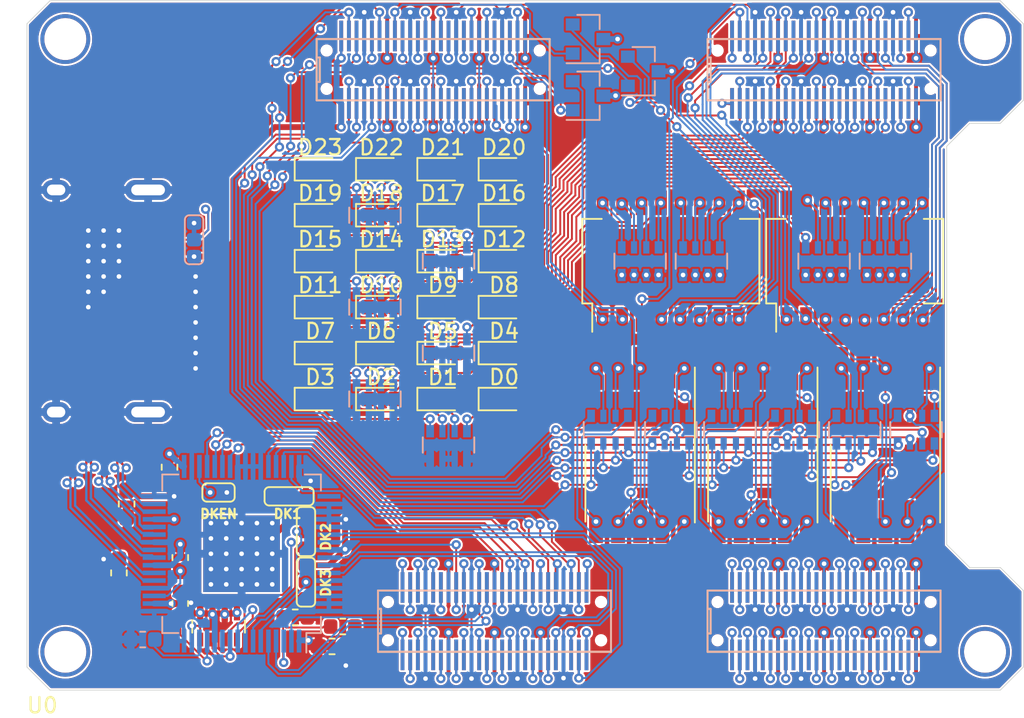
<source format=kicad_pcb>
(kicad_pcb (version 20200512) (host pcbnew "(5.99.0-1662-g9db296991)")
  (layers (0 "F.Cu" signal) (1 "In1.Cu" signal) (2 "In2.Cu" signal) (31 "B.Cu" signal) (34 "B.Paste" user hide) (35 "F.Paste" user hide) (36 "B.SilkS" user) (37 "F.SilkS" user) (38 "B.Mask" user hide) (39 "F.Mask" user hide) (44 "Edge.Cuts" user hide))
  (net 0 "")
  (net 1 "GNDREF")
  (net 2 "/HDMI/CK-")
  (net 3 "/HDMI/CK+")
  (net 4 "/HDMI/D0-")
  (net 5 "/HDMI/D0+")
  (net 6 "/HDMI/D1-")
  (net 7 "/HDMI/D1+")
  (net 8 "/HDMI/D2-")
  (net 9 "/HDMI/D2+")
  (net 10 "+3V3")
  (net 11 "+5V")
  (net 12 "/HDMI/DK1")
  (net 13 "/HDMI/DK2")
  (net 14 "/HDMI/DK3")
  (net 15 "/HDMI/ISEL")
  (net 16 "Net-(R3-Pad1)")
  (net 17 "/B3")
  (net 18 "/B2")
  (net 19 "/B1")
  (net 20 "/B0")
  (net 21 "/CLK")
  (net 22 "/DE")
  (net 23 "/VS")
  (net 24 "/HS")
  (net 25 "/G3")
  (net 26 "/G2")
  (net 27 "/G1")
  (net 28 "/G0")
  (net 29 "/R3")
  (net 30 "/R2")
  (net 31 "/R1")
  (net 32 "/R0")
  (net 33 "/LED0")
  (net 34 "Net-(D0-Pad1)")
  (net 35 "/LED1")
  (net 36 "Net-(D1-Pad1)")
  (net 37 "/LED2")
  (net 38 "Net-(D2-Pad1)")
  (net 39 "/LED3")
  (net 40 "Net-(D3-Pad1)")
  (net 41 "/LED4")
  (net 42 "Net-(D4-Pad1)")
  (net 43 "/LED5")
  (net 44 "Net-(D5-Pad1)")
  (net 45 "/LED6")
  (net 46 "Net-(D6-Pad1)")
  (net 47 "/LED7")
  (net 48 "Net-(D7-Pad1)")
  (net 49 "/LED8")
  (net 50 "Net-(D8-Pad1)")
  (net 51 "/LED9")
  (net 52 "Net-(D9-Pad1)")
  (net 53 "/LED10")
  (net 54 "Net-(D10-Pad1)")
  (net 55 "/LED11")
  (net 56 "Net-(D11-Pad1)")
  (net 57 "/LED12")
  (net 58 "Net-(D12-Pad1)")
  (net 59 "/LED13")
  (net 60 "Net-(D13-Pad1)")
  (net 61 "/LED14")
  (net 62 "Net-(D14-Pad1)")
  (net 63 "/LED15")
  (net 64 "Net-(D15-Pad1)")
  (net 65 "/LED16")
  (net 66 "Net-(D16-Pad1)")
  (net 67 "/LED17")
  (net 68 "Net-(D17-Pad1)")
  (net 69 "/LED18")
  (net 70 "Net-(D18-Pad1)")
  (net 71 "/LED19")
  (net 72 "Net-(D19-Pad1)")
  (net 73 "/LED20")
  (net 74 "Net-(D20-Pad1)")
  (net 75 "/LED21")
  (net 76 "Net-(D21-Pad1)")
  (net 77 "/LED22")
  (net 78 "Net-(D22-Pad1)")
  (net 79 "/LED23")
  (net 80 "Net-(D23-Pad1)")
  (net 81 "Net-(J0-Pad16)")
  (net 82 "Net-(J0-Pad18)")
  (net 83 "Net-(J0-Pad15)")
  (net 84 "Net-(J0-Pad13)")
  (net 85 "Net-(J0-Pad14)")
  (net 86 "Net-(J0-Pad19)")
  (net 87 "Net-(JP4-Pad2)")
  (net 88 "Net-(R0-Pad2)")
  (net 89 "Net-(R2-Pad1)")
  (net 90 "Net-(RN7-Pad6)")
  (net 91 "Net-(RN7-Pad8)")
  (net 92 "Net-(RN8-Pad5)")
  (net 93 "Net-(RN8-Pad6)")
  (net 94 "Net-(RN8-Pad8)")
  (net 95 "Net-(RN8-Pad7)")
  (net 96 "Net-(RN9-Pad5)")
  (net 97 "Net-(RN9-Pad6)")
  (net 98 "Net-(RN9-Pad8)")
  (net 99 "Net-(RN9-Pad7)")
  (net 100 "Net-(RN10-Pad5)")
  (net 101 "Net-(RN10-Pad6)")
  (net 102 "Net-(RN10-Pad8)")
  (net 103 "Net-(RN10-Pad7)")
  (net 104 "Net-(RN11-Pad5)")
  (net 105 "Net-(RN11-Pad6)")
  (net 106 "Net-(RN11-Pad8)")
  (net 107 "Net-(RN11-Pad7)")
  (net 108 "/DIP0")
  (net 109 "/DIP1")
  (net 110 "/DIP2")
  (net 111 "/DIP3")
  (net 112 "/DIP4")
  (net 113 "/DIP5")
  (net 114 "/DIP6")
  (net 115 "/DIP7")
  (net 116 "/DIP8")
  (net 117 "/DIP9")
  (net 118 "/DIP10")
  (net 119 "/DIP11")
  (net 120 "/DIP12")
  (net 121 "/DIP13")
  (net 122 "/DIP14")
  (net 123 "/DIP15")
  (net 124 "/DIP16")
  (net 125 "/DIP17")
  (net 126 "/DIP18")
  (net 127 "/DIP19")
  (net 128 "/DIP20")
  (net 129 "/DIP21")
  (net 130 "/DIP22")
  (net 131 "/DIP23")
  (net 132 "Net-(U0-PadDB_1)")
  (net 133 "Net-(U0-PadDB_3)")
  (net 134 "Net-(U0-PadDB_14)")
  (net 135 "Net-(U0-PadDB_5)")
  (net 136 "Net-(U0-PadDB_2)")
  (net 137 "Net-(U0-PadDB_8)")
  (net 138 "Net-(U0-PadDB_9)")
  (net 139 "Net-(U0-PadDB_11)")
  (net 140 "Net-(U0-PadDB_6)")
  (net 141 "Net-(U0-PadDB_46)")
  (net 142 "Net-(U0-PadDB_43)")
  (net 143 "Net-(U0-PadDB_48)")
  (net 144 "Net-(U0-PadDB_12)")
  (net 145 "Net-(U0-PadDB_45)")
  (net 146 "Net-(U0-PadDB_49)")
  (net 147 "Net-(U0-PadDB_50)")
  (net 148 "Net-(U0-PadDB_40)")
  (net 149 "Net-(U0-PadDB_42)")
  (net 150 "/C3")
  (net 151 "/AN3")
  (net 152 "/DP")
  (net 153 "/C2")
  (net 154 "/AN1")
  (net 155 "Net-(U0-PadDB_30)")
  (net 156 "/C5")
  (net 157 "/C4")
  (net 158 "Net-(U0-PadDB_37)")
  (net 159 "Net-(U0-PadDB_33)")
  (net 160 "Net-(U0-PadDB_36)")
  (net 161 "/C1")
  (net 162 "/AN0")
  (net 163 "/C6")
  (net 164 "Net-(U0-PadDB_34)")
  (net 165 "Net-(U0-PadDB_31)")
  (net 166 "/C0")
  (net 167 "/AN2")
  (net 168 "/BTN3")
  (net 169 "/BTN2")
  (net 170 "Net-(U0-PadBB_50)")
  (net 171 "/BTN0")
  (net 172 "/BTN1")
  (net 173 "Net-(U0-PadBB_1)")
  (net 174 "Net-(U0-PadDB_28)")
  (net 175 "Net-(U0-PadDB_39)")
  (net 176 "Net-(U0-PadDB_27)")
  (net 177 "Net-(U0-PadCB_25)")
  (net 178 "Net-(U0-PadCB_15)")
  (net 179 "Net-(U0-PadCB_14)")
  (net 180 "Net-(U0-PadDB_23)")
  (net 181 "Net-(U0-PadDB_17)")
  (net 182 "Net-(U0-PadDB_18)")
  (net 183 "Net-(U0-PadDB_15)")
  (net 184 "Net-(U0-PadCB_17)")
  (net 185 "Net-(U0-PadDB_21)")
  (net 186 "Net-(U0-PadDB_20)")
  (net 187 "Net-(U0-PadDB_24)")
  (net 188 "Net-(U0-PadCB_5)")
  (net 189 "Net-(U0-PadCB_6)")
  (net 190 "/BTN4")
  (net 191 "Net-(U0-PadCB_26)")
  (net 192 "Net-(U0-PadCB_2)")
  (net 193 "/BTN6")
  (net 194 "Net-(U0-PadCB_18)")
  (net 195 "Net-(U0-PadCB_8)")
  (net 196 "Net-(U0-PadCB_1)")
  (net 197 "Net-(U0-PadCB_3)")
  (net 198 "Net-(U0-PadCB_9)")
  (net 199 "Net-(U0-PadCB_45)")
  (net 200 "/BTN5")
  (net 201 "Net-(U0-PadCB_50)")
  (net 202 "Net-(U0-PadCB_32)")
  (net 203 "Net-(U0-PadCB_12)")
  (net 204 "Net-(U0-PadCB_11)")
  (net 205 "Net-(U1-Pad49)")
  (net 206 "Net-(U1-Pad11)")
  (net 207 "Net-(RN7-Pad5)")
  (net 208 "Net-(AFF1-Pad1)")
  (net 209 "Net-(AFF1-Pad2)")
  (net 210 "Net-(AFF1-Pad3)")
  (net 211 "Net-(AFF1-Pad4)")
  (net 212 "Net-(AFF1-Pad5)")
  (net 213 "Net-(AFF1-Pad6)")
  (net 214 "Net-(AFF1-Pad7)")
  (net 215 "Net-(AFF1-Pad9)")
  (net 216 "Net-(AFF1-Pad10)")
  (net 217 "Net-(AFF2-Pad1)")
  (net 218 "Net-(AFF2-Pad2)")
  (net 219 "Net-(AFF2-Pad3)")
  (net 220 "Net-(AFF2-Pad4)")
  (net 221 "Net-(AFF2-Pad5)")
  (net 222 "Net-(AFF2-Pad6)")
  (net 223 "Net-(AFF2-Pad7)")
  (net 224 "Net-(AFF2-Pad9)")
  (net 225 "Net-(AFF2-Pad10)")
  (net 226 "Net-(AFF3-Pad1)")
  (net 227 "Net-(AFF3-Pad2)")
  (net 228 "Net-(AFF3-Pad3)")
  (net 229 "Net-(AFF3-Pad4)")
  (net 230 "Net-(AFF3-Pad5)")
  (net 231 "Net-(AFF3-Pad6)")
  (net 232 "Net-(AFF3-Pad7)")
  (net 233 "Net-(AFF3-Pad9)")
  (net 234 "Net-(AFF3-Pad10)")
  (module "Resistor_SMD:R_Array_Convex_4x0603" (layer "B.Cu") (at 50 40 90)
    (fp_text reference "RN20" hide)
    (fp_text value "R_Pack04")
    (pad "5" smd rect (at 0.9 -1.2 90) (size 0.8 0.5) (layers "B.Cu" "B.Paste" "B.Mask") (net 230 "Net-(AFF3-Pad5)"))
    (pad "6" smd rect (at 0.9 -0.4 90) (size 0.8 0.4) (layers "B.Cu" "B.Paste" "B.Mask") (net 234 "Net-(AFF3-Pad10)"))
    (pad "8" smd rect (at 0.9 1.2 90) (size 0.8 0.5) (layers "B.Cu" "B.Paste" "B.Mask") (net 226 "Net-(AFF3-Pad1)"))
    (pad "7" smd rect (at 0.9 0.4 90) (size 0.8 0.4) (layers "B.Cu" "B.Paste" "B.Mask") (net 233 "Net-(AFF3-Pad9)"))
    (pad "4" smd rect (at -0.9 -1.2 90) (size 0.8 0.5) (layers "B.Cu" "B.Paste" "B.Mask") (net 152 "/DP"))
    (pad "2" smd rect (at -0.9 0.4 90) (size 0.8 0.4) (layers "B.Cu" "B.Paste" "B.Mask") (net 156 "/C5"))
    (pad "3" smd rect (at -0.9 -0.4 90) (size 0.8 0.4) (layers "B.Cu" "B.Paste" "B.Mask") (net 163 "/C6"))
    (pad "1" smd rect (at -0.9 1.2 90) (size 0.8 0.5) (layers "B.Cu" "B.Paste" "B.Mask") (net 157 "/C4"))
  )
  (module "Resistor_SMD:R_Array_Convex_4x0603" (layer "B.Cu") (at 54 40 90)
    (fp_text reference "RN18" hide)
    (fp_text value "R_Pack04")
    (pad "5" smd rect (at 0.9 -1.2 90) (size 0.8 0.5) (layers "B.Cu" "B.Paste" "B.Mask") (net 227 "Net-(AFF3-Pad2)"))
    (pad "6" smd rect (at 0.9 -0.4 90) (size 0.8 0.4) (layers "B.Cu" "B.Paste" "B.Mask") (net 229 "Net-(AFF3-Pad4)"))
    (pad "8" smd rect (at 0.9 1.2 90) (size 0.8 0.5) (layers "B.Cu" "B.Paste" "B.Mask") (net 232 "Net-(AFF3-Pad7)"))
    (pad "7" smd rect (at 0.9 0.4 90) (size 0.8 0.4) (layers "B.Cu" "B.Paste" "B.Mask") (net 231 "Net-(AFF3-Pad6)"))
    (pad "4" smd rect (at -0.9 -1.2 90) (size 0.8 0.5) (layers "B.Cu" "B.Paste" "B.Mask") (net 150 "/C3"))
    (pad "2" smd rect (at -0.9 0.4 90) (size 0.8 0.4) (layers "B.Cu" "B.Paste" "B.Mask") (net 161 "/C1"))
    (pad "3" smd rect (at -0.9 -0.4 90) (size 0.8 0.4) (layers "B.Cu" "B.Paste" "B.Mask") (net 153 "/C2"))
    (pad "1" smd rect (at -0.9 1.2 90) (size 0.8 0.5) (layers "B.Cu" "B.Paste" "B.Mask") (net 166 "/C0"))
  )
  (module "Resistor_SMD:R_Array_Convex_4x0603" (layer "B.Cu") (at 57.85 40 90)
    (fp_text reference "RN17" hide)
    (fp_text value "R_Pack04")
    (pad "5" smd rect (at 0.9 -1.2 90) (size 0.8 0.5) (layers "B.Cu" "B.Paste" "B.Mask") (net 221 "Net-(AFF2-Pad5)"))
    (pad "6" smd rect (at 0.9 -0.4 90) (size 0.8 0.4) (layers "B.Cu" "B.Paste" "B.Mask") (net 225 "Net-(AFF2-Pad10)"))
    (pad "8" smd rect (at 0.9 1.2 90) (size 0.8 0.5) (layers "B.Cu" "B.Paste" "B.Mask") (net 217 "Net-(AFF2-Pad1)"))
    (pad "7" smd rect (at 0.9 0.4 90) (size 0.8 0.4) (layers "B.Cu" "B.Paste" "B.Mask") (net 224 "Net-(AFF2-Pad9)"))
    (pad "4" smd rect (at -0.9 -1.2 90) (size 0.8 0.5) (layers "B.Cu" "B.Paste" "B.Mask") (net 152 "/DP"))
    (pad "2" smd rect (at -0.9 0.4 90) (size 0.8 0.4) (layers "B.Cu" "B.Paste" "B.Mask") (net 156 "/C5"))
    (pad "3" smd rect (at -0.9 -0.4 90) (size 0.8 0.4) (layers "B.Cu" "B.Paste" "B.Mask") (net 163 "/C6"))
    (pad "1" smd rect (at -0.9 1.2 90) (size 0.8 0.5) (layers "B.Cu" "B.Paste" "B.Mask") (net 157 "/C4"))
  )
  (module "Resistor_SMD:R_Array_Convex_4x0603" (layer "B.Cu") (at 66 40 90)
    (fp_text reference "RN16" hide)
    (fp_text value "R_Pack04")
    (pad "5" smd rect (at 0.9 -1.2 90) (size 0.8 0.5) (layers "B.Cu" "B.Paste" "B.Mask") (net 212 "Net-(AFF1-Pad5)"))
    (pad "6" smd rect (at 0.9 -0.4 90) (size 0.8 0.4) (layers "B.Cu" "B.Paste" "B.Mask") (net 216 "Net-(AFF1-Pad10)"))
    (pad "8" smd rect (at 0.9 1.2 90) (size 0.8 0.5) (layers "B.Cu" "B.Paste" "B.Mask") (net 208 "Net-(AFF1-Pad1)"))
    (pad "7" smd rect (at 0.9 0.4 90) (size 0.8 0.4) (layers "B.Cu" "B.Paste" "B.Mask") (net 215 "Net-(AFF1-Pad9)"))
    (pad "4" smd rect (at -0.9 -1.2 90) (size 0.8 0.5) (layers "B.Cu" "B.Paste" "B.Mask") (net 152 "/DP"))
    (pad "2" smd rect (at -0.9 0.4 90) (size 0.8 0.4) (layers "B.Cu" "B.Paste" "B.Mask") (net 156 "/C5"))
    (pad "3" smd rect (at -0.9 -0.4 90) (size 0.8 0.4) (layers "B.Cu" "B.Paste" "B.Mask") (net 163 "/C6"))
    (pad "1" smd rect (at -0.9 1.2 90) (size 0.8 0.5) (layers "B.Cu" "B.Paste" "B.Mask") (net 157 "/C4"))
  )
  (module "Resistor_SMD:R_Array_Convex_4x0603" (layer "B.Cu") (at 62 40 90)
    (fp_text reference "RN15" hide)
    (fp_text value "R_Pack04")
    (pad "5" smd rect (at 0.9 -1.2 90) (size 0.8 0.5) (layers "B.Cu" "B.Paste" "B.Mask") (net 218 "Net-(AFF2-Pad2)"))
    (pad "6" smd rect (at 0.9 -0.4 90) (size 0.8 0.4) (layers "B.Cu" "B.Paste" "B.Mask") (net 220 "Net-(AFF2-Pad4)"))
    (pad "8" smd rect (at 0.9 1.2 90) (size 0.8 0.5) (layers "B.Cu" "B.Paste" "B.Mask") (net 223 "Net-(AFF2-Pad7)"))
    (pad "7" smd rect (at 0.9 0.4 90) (size 0.8 0.4) (layers "B.Cu" "B.Paste" "B.Mask") (net 222 "Net-(AFF2-Pad6)"))
    (pad "4" smd rect (at -0.9 -1.2 90) (size 0.8 0.5) (layers "B.Cu" "B.Paste" "B.Mask") (net 150 "/C3"))
    (pad "2" smd rect (at -0.9 0.4 90) (size 0.8 0.4) (layers "B.Cu" "B.Paste" "B.Mask") (net 161 "/C1"))
    (pad "3" smd rect (at -0.9 -0.4 90) (size 0.8 0.4) (layers "B.Cu" "B.Paste" "B.Mask") (net 153 "/C2"))
    (pad "1" smd rect (at -0.9 1.2 90) (size 0.8 0.5) (layers "B.Cu" "B.Paste" "B.Mask") (net 166 "/C0"))
  )
  (module "Resistor_SMD:R_Array_Convex_4x0603" (layer "B.Cu") (at 70 40 90)
    (fp_text reference "RN14" hide)
    (fp_text value "R_Pack04")
    (pad "5" smd rect (at 0.9 -1.2 90) (size 0.8 0.5) (layers "B.Cu" "B.Paste" "B.Mask") (net 209 "Net-(AFF1-Pad2)"))
    (pad "6" smd rect (at 0.9 -0.4 90) (size 0.8 0.4) (layers "B.Cu" "B.Paste" "B.Mask") (net 211 "Net-(AFF1-Pad4)"))
    (pad "8" smd rect (at 0.9 1.2 90) (size 0.8 0.5) (layers "B.Cu" "B.Paste" "B.Mask") (net 214 "Net-(AFF1-Pad7)"))
    (pad "7" smd rect (at 0.9 0.4 90) (size 0.8 0.4) (layers "B.Cu" "B.Paste" "B.Mask") (net 213 "Net-(AFF1-Pad6)"))
    (pad "4" smd rect (at -0.9 -1.2 90) (size 0.8 0.5) (layers "B.Cu" "B.Paste" "B.Mask") (net 150 "/C3"))
    (pad "2" smd rect (at -0.9 0.4 90) (size 0.8 0.4) (layers "B.Cu" "B.Paste" "B.Mask") (net 161 "/C1"))
    (pad "3" smd rect (at -0.9 -0.4 90) (size 0.8 0.4) (layers "B.Cu" "B.Paste" "B.Mask") (net 153 "/C2"))
    (pad "1" smd rect (at -0.9 1.2 90) (size 0.8 0.5) (layers "B.Cu" "B.Paste" "B.Mask") (net 166 "/C0"))
  )
  (module "Package_TO_SOT_SMD:SOT-23" (layer "B.Cu") (at 48.6 18.2)
    (fp_text reference "Q3" hide)
    (fp_text value "Q_PMOS_SGD")
    (pad "3" smd rect (at 1 0) (size 0.9 0.8) (layers "B.Cu" "B.Paste" "B.Mask") (net 10 "+3V3"))
    (pad "2" smd rect (at -1 -0.95) (size 0.9 0.8) (layers "B.Cu" "B.Paste" "B.Mask") (net 228 "Net-(AFF3-Pad3)"))
    (pad "1" smd rect (at -1 0.95) (size 0.9 0.8) (layers "B.Cu" "B.Paste" "B.Mask") (net 167 "/AN2"))
  )
  (module "Package_TO_SOT_SMD:SOT-23" (layer "B.Cu") (at 52.2 16.6)
    (fp_text reference "Q2" hide)
    (fp_text value "Q_PMOS_SGD")
    (pad "3" smd rect (at 1 0) (size 0.9 0.8) (layers "B.Cu" "B.Paste" "B.Mask") (net 10 "+3V3"))
    (pad "2" smd rect (at -1 -0.95) (size 0.9 0.8) (layers "B.Cu" "B.Paste" "B.Mask") (net 219 "Net-(AFF2-Pad3)"))
    (pad "1" smd rect (at -1 0.95) (size 0.9 0.8) (layers "B.Cu" "B.Paste" "B.Mask") (net 154 "/AN1"))
  )
  (module "Package_TO_SOT_SMD:SOT-23" (layer "B.Cu") (at 48.6 14.5)
    (fp_text reference "Q1" hide)
    (fp_text value "Q_PMOS_SGD")
    (pad "3" smd rect (at 1 0) (size 0.9 0.8) (layers "B.Cu" "B.Paste" "B.Mask") (net 10 "+3V3"))
    (pad "2" smd rect (at -1 -0.95) (size 0.9 0.8) (layers "B.Cu" "B.Paste" "B.Mask") (net 210 "Net-(AFF1-Pad3)"))
    (pad "1" smd rect (at -1 0.95) (size 0.9 0.8) (layers "B.Cu" "B.Paste" "B.Mask") (net 162 "/AN0"))
  )
  (module "Custom_Parts:Jumper_2_Pin_Unbridged" (layer "F.Cu") (at 24.5 44.07 180)
    (fp_text reference "DKEN" (at 0 -1.43) (layer "F.SilkS") (effects (font (size 0.6 0.6))))
    (fp_text value "DKEN")
    (pad "2" smd roundrect (at 0.55 -0.03 180) (size 0.875 0.95) (layers "F.Cu" "F.Paste" "F.Mask") (net 87 "Net-(JP4-Pad2)"))
    (pad "1" smd roundrect (at -0.5375 -0.03 180) (size 0.875 0.95) (layers "F.Cu" "F.Paste" "F.Mask") (net 1 "GNDREF"))
  )
  (module "Custom_Parts:jumper_unbridged" (layer "F.Cu") (at 30.2 49.95 90)
    (fp_text reference "DK3" (at -0.05 1.3 270) (layer "F.SilkS") (effects (font (size 0.6 0.6))))
    (fp_text value "DK3" hide)
    (pad "2" smd roundrect (at 0 0 90) (size 0.875 0.95) (layers "F.Cu" "F.Paste" "F.Mask") (net 14 "/HDMI/DK3"))
    (pad "3" smd roundrect (at 1.1 0 270) (size 0.875 0.95) (layers "F.Cu" "F.Paste" "F.Mask") (net 1 "GNDREF"))
    (pad "1" smd roundrect (at -1.0875 0 90) (size 0.875 0.95) (layers "F.Cu" "F.Paste" "F.Mask") (net 10 "+3V3"))
  )
  (module "Custom_Parts:jumper_unbridged" (layer "F.Cu") (at 30.2 46.65 90)
    (fp_text reference "DK2" (at -0.35 1.3 270) (layer "F.SilkS") (effects (font (size 0.6 0.6))))
    (fp_text value "DK2" hide)
    (pad "2" smd roundrect (at 0 0 90) (size 0.875 0.95) (layers "F.Cu" "F.Paste" "F.Mask") (net 13 "/HDMI/DK2"))
    (pad "3" smd roundrect (at 1.1 0 270) (size 0.875 0.95) (layers "F.Cu" "F.Paste" "F.Mask") (net 1 "GNDREF"))
    (pad "1" smd roundrect (at -1.0875 0 90) (size 0.875 0.95) (layers "F.Cu" "F.Paste" "F.Mask") (net 10 "+3V3"))
  )
  (module "Custom_Parts:jumper_unbridged" (layer "F.Cu") (at 29.1 44.35)
    (fp_text reference "DK1" (at -0.1 1.15) (layer "F.SilkS") (effects (font (size 0.6 0.6))))
    (fp_text value "DK1" hide)
    (pad "2" smd roundrect (at 0 0) (size 0.875 0.95) (layers "F.Cu" "F.Paste" "F.Mask") (net 12 "/HDMI/DK1"))
    (pad "3" smd roundrect (at 1.1 0 180) (size 0.875 0.95) (layers "F.Cu" "F.Paste" "F.Mask") (net 1 "GNDREF"))
    (pad "1" smd roundrect (at -1.0875 0) (size 0.875 0.95) (layers "F.Cu" "F.Paste" "F.Mask") (net 10 "+3V3"))
  )
  (module "Custom_Parts:jumper_1_2_bridged" (layer "B.Cu") (at 22.9 27.6 -90)
    (fp_text reference "JP0" hide)
    (fp_text value "V_Sel" hide)
    (pad "1" smd roundrect (at -0.56 0) (size 0.3 0.95) (layers "B.Cu" "B.Paste" "B.Mask") (net 10 "+3V3"))
    (pad "3" smd roundrect (at 1.1 0 90) (size 0.875 0.95) (layers "B.Cu" "B.Paste" "B.Mask") (net 11 "+5V"))
    (pad "1" smd roundrect (at -1.0875 0 270) (size 0.875 0.95) (layers "B.Cu" "B.Paste" "B.Mask") (net 10 "+3V3"))
    (pad "2" smd roundrect (at 0 0 270) (size 0.875 0.95) (layers "B.Cu" "B.Paste" "B.Mask") (net 82 "Net-(J0-Pad18)"))
  )
  (module "Custom_Parts:HDMI" (layer "F.Cu") (at 20.5 36.1 -90)
    (fp_text reference "J0" hide)
    (fp_text value "HDMI_A_1.4")
    (pad "4" smd rect (at -1.5 0 270) (size 0.3 3) (layers "F.Cu" "F.Paste" "F.Mask") (net 7 "/HDMI/D1+"))
    (pad "2" smd rect (at -0.5 0 270) (size 0.3 3) (layers "F.Cu" "F.Paste" "F.Mask") (net 1 "GNDREF"))
    (pad "1" smd rect (at 0 0 270) (size 0.3 3) (layers "F.Cu" "F.Paste" "F.Mask") (net 9 "/HDMI/D2+"))
    (pad "3" smd rect (at -1 0 270) (size 0.3 3) (layers "F.Cu" "F.Paste" "F.Mask") (net 8 "/HDMI/D2-"))
    (pad "6" smd rect (at -2.5 0 270) (size 0.3 3) (layers "F.Cu" "F.Paste" "F.Mask") (net 6 "/HDMI/D1-"))
    (pad "5" smd rect (at -2 0 270) (size 0.3 3) (layers "F.Cu" "F.Paste" "F.Mask") (net 1 "GNDREF"))
    (pad "19" smd rect (at -9 0 270) (size 0.3 3) (layers "F.Cu" "F.Paste" "F.Mask") (net 86 "Net-(J0-Pad19)"))
    (pad "SH" thru_hole oval (at 2.75 0.6 270) (size 1.3 3) (drill oval 0.7 2.2) (layers *.Cu *.Mask) (net 1 "GNDREF"))
    (pad "7" smd rect (at -3 0 270) (size 0.3 3) (layers "F.Cu" "F.Paste" "F.Mask") (net 5 "/HDMI/D0+"))
    (pad "8" smd rect (at -3.5 0 270) (size 0.3 3) (layers "F.Cu" "F.Paste" "F.Mask") (net 1 "GNDREF"))
    (pad "14" smd rect (at -6.5 0 270) (size 0.3 3) (layers "F.Cu" "F.Paste" "F.Mask") (net 85 "Net-(J0-Pad14)"))
    (pad "9" smd rect (at -4 0 270) (size 0.3 3) (layers "F.Cu" "F.Paste" "F.Mask") (net 4 "/HDMI/D0-"))
    (pad "10" smd rect (at -4.5 0 270) (size 0.3 3) (layers "F.Cu" "F.Paste" "F.Mask") (net 3 "/HDMI/CK+"))
    (pad "11" smd rect (at -5 0 270) (size 0.3 3) (layers "F.Cu" "F.Paste" "F.Mask") (net 1 "GNDREF"))
    (pad "13" smd rect (at -6 0 270) (size 0.3 3) (layers "F.Cu" "F.Paste" "F.Mask") (net 84 "Net-(J0-Pad13)"))
    (pad "15" smd rect (at -7 0 270) (size 0.3 3) (layers "F.Cu" "F.Paste" "F.Mask") (net 83 "Net-(J0-Pad15)"))
    (pad "17" smd rect (at -8 0 270) (size 0.3 3) (layers "F.Cu" "F.Paste" "F.Mask") (net 1 "GNDREF"))
    (pad "SH" thru_hole oval (at -11.75 0.6 270) (size 1.3 3) (drill oval 0.7 2.2) (layers *.Cu *.Mask) (net 1 "GNDREF"))
    (pad "SH" thru_hole oval (at -11.75 6.6 270) (size 1.3 1.8) (drill oval 0.7 1.2) (layers *.Cu *.Mask) (net 1 "GNDREF"))
    (pad "18" smd rect (at -8.5 0 270) (size 0.3 3) (layers "F.Cu" "F.Paste" "F.Mask") (net 82 "Net-(J0-Pad18)"))
    (pad "SH" thru_hole oval (at 2.75 6.6 270) (size 1.3 1.8) (drill oval 0.7 1.2) (layers *.Cu *.Mask) (net 1 "GNDREF"))
    (pad "16" smd rect (at -7.5 0 270) (size 0.3 3) (layers "F.Cu" "F.Paste" "F.Mask") (net 81 "Net-(J0-Pad16)"))
    (pad "12" smd rect (at -5.5 0 270) (size 0.3 3) (layers "F.Cu" "F.Paste" "F.Mask") (net 2 "/HDMI/CK-"))
  )
  (module "Button_Switch_SMD:SW_DIP_SPSTx08_Slide_Copal_CHS-08B_W7.62mm_P1.27mm" (layer "F.Cu") (at 54 29 90)
    (fp_text reference "SW2" hide)
    (fp_text value "SW_DIP_x08")
    (pad "1" smd rect (at -3.81 -4.445 90) (size 1.6 0.76) (layers "F.Cu" "F.Paste" "F.Mask") (net 123 "/DIP15"))
    (pad "9" smd rect (at 3.81 4.445 90) (size 1.6 0.76) (layers "F.Cu" "F.Paste" "F.Mask") (net 102 "Net-(RN10-Pad8)"))
    (pad "2" smd rect (at -3.81 -3.175 90) (size 1.6 0.76) (layers "F.Cu" "F.Paste" "F.Mask") (net 122 "/DIP14"))
    (pad "10" smd rect (at 3.81 3.175 90) (size 1.6 0.76) (layers "F.Cu" "F.Paste" "F.Mask") (net 103 "Net-(RN10-Pad7)"))
    (pad "3" smd rect (at -3.81 -1.905 90) (size 1.6 0.76) (layers "F.Cu" "F.Paste" "F.Mask") (net 121 "/DIP13"))
    (pad "11" smd rect (at 3.81 1.905 90) (size 1.6 0.76) (layers "F.Cu" "F.Paste" "F.Mask") (net 101 "Net-(RN10-Pad6)"))
    (pad "4" smd rect (at -3.81 -0.635 90) (size 1.6 0.76) (layers "F.Cu" "F.Paste" "F.Mask") (net 120 "/DIP12"))
    (pad "12" smd rect (at 3.81 0.635 90) (size 1.6 0.76) (layers "F.Cu" "F.Paste" "F.Mask") (net 100 "Net-(RN10-Pad5)"))
    (pad "5" smd rect (at -3.81 0.635 90) (size 1.6 0.76) (layers "F.Cu" "F.Paste" "F.Mask") (net 119 "/DIP11"))
    (pad "13" smd rect (at 3.81 -0.635 90) (size 1.6 0.76) (layers "F.Cu" "F.Paste" "F.Mask") (net 106 "Net-(RN11-Pad8)"))
    (pad "6" smd rect (at -3.81 1.905 90) (size 1.6 0.76) (layers "F.Cu" "F.Paste" "F.Mask") (net 118 "/DIP10"))
    (pad "14" smd rect (at 3.81 -1.905 90) (size 1.6 0.76) (layers "F.Cu" "F.Paste" "F.Mask") (net 107 "Net-(RN11-Pad7)"))
    (pad "7" smd rect (at -3.81 3.175 90) (size 1.6 0.76) (layers "F.Cu" "F.Paste" "F.Mask") (net 117 "/DIP9"))
    (pad "15" smd rect (at 3.81 -3.175 90) (size 1.6 0.76) (layers "F.Cu" "F.Paste" "F.Mask") (net 105 "Net-(RN11-Pad6)"))
    (pad "8" smd rect (at -3.81 4.445 90) (size 1.6 0.76) (layers "F.Cu" "F.Paste" "F.Mask") (net 116 "/DIP8"))
    (pad "16" smd rect (at 3.81 -4.445 90) (size 1.6 0.76) (layers "F.Cu" "F.Paste" "F.Mask") (net 104 "Net-(RN11-Pad5)"))
  )
  (module "Display_7Segment:KCSC02-136" (layer "F.Cu") (at 52 41 90)
    (fp_text reference "AFF3" hide)
    (fp_text value "LTS-6960HR")
    (pad "10" smd rect (at 5 -2.88 90) (size 2.8 0.9) (layers "F.Cu" "F.Paste" "F.Mask") (net 234 "Net-(AFF3-Pad10)"))
    (pad "9" smd rect (at 5 -1.44 90) (size 2.8 0.9) (layers "F.Cu" "F.Paste" "F.Mask") (net 233 "Net-(AFF3-Pad9)"))
    (pad "8" smd rect (at 5 0 90) (size 2.8 0.9) (layers "F.Cu" "F.Paste" "F.Mask") (net 228 "Net-(AFF3-Pad3)"))
    (pad "7" smd rect (at 5 1.44 90) (size 2.8 0.9) (layers "F.Cu" "F.Paste" "F.Mask") (net 232 "Net-(AFF3-Pad7)"))
    (pad "6" smd rect (at 5 2.88 90) (size 2.8 0.9) (layers "F.Cu" "F.Paste" "F.Mask") (net 231 "Net-(AFF3-Pad6)"))
    (pad "5" smd rect (at -5 2.88 90) (size 2.8 0.9) (layers "F.Cu" "F.Paste" "F.Mask") (net 230 "Net-(AFF3-Pad5)"))
    (pad "4" smd rect (at -5 1.44 90) (size 2.8 0.9) (layers "F.Cu" "F.Paste" "F.Mask") (net 229 "Net-(AFF3-Pad4)"))
    (pad "3" smd rect (at -5 0 90) (size 2.8 0.9) (layers "F.Cu" "F.Paste" "F.Mask") (net 228 "Net-(AFF3-Pad3)"))
    (pad "2" smd rect (at -5 -1.44 90) (size 2.8 0.9) (layers "F.Cu" "F.Paste" "F.Mask") (net 227 "Net-(AFF3-Pad2)"))
    (pad "1" smd rect (at -5 -2.88 90) (size 2.8 0.9) (layers "F.Cu" "F.Paste" "F.Mask") (net 226 "Net-(AFF3-Pad1)"))
  )
  (module "Display_7Segment:KCSC02-136" (layer "F.Cu") (at 60 41 90)
    (fp_text reference "AFF2" hide)
    (fp_text value "LTS-6960HR")
    (pad "10" smd rect (at 5 -2.88 90) (size 2.8 0.9) (layers "F.Cu" "F.Paste" "F.Mask") (net 225 "Net-(AFF2-Pad10)"))
    (pad "9" smd rect (at 5 -1.44 90) (size 2.8 0.9) (layers "F.Cu" "F.Paste" "F.Mask") (net 224 "Net-(AFF2-Pad9)"))
    (pad "8" smd rect (at 5 0 90) (size 2.8 0.9) (layers "F.Cu" "F.Paste" "F.Mask") (net 219 "Net-(AFF2-Pad3)"))
    (pad "7" smd rect (at 5 1.44 90) (size 2.8 0.9) (layers "F.Cu" "F.Paste" "F.Mask") (net 223 "Net-(AFF2-Pad7)"))
    (pad "6" smd rect (at 5 2.88 90) (size 2.8 0.9) (layers "F.Cu" "F.Paste" "F.Mask") (net 222 "Net-(AFF2-Pad6)"))
    (pad "5" smd rect (at -5 2.88 90) (size 2.8 0.9) (layers "F.Cu" "F.Paste" "F.Mask") (net 221 "Net-(AFF2-Pad5)"))
    (pad "4" smd rect (at -5 1.44 90) (size 2.8 0.9) (layers "F.Cu" "F.Paste" "F.Mask") (net 220 "Net-(AFF2-Pad4)"))
    (pad "3" smd rect (at -5 0 90) (size 2.8 0.9) (layers "F.Cu" "F.Paste" "F.Mask") (net 219 "Net-(AFF2-Pad3)"))
    (pad "2" smd rect (at -5 -1.44 90) (size 2.8 0.9) (layers "F.Cu" "F.Paste" "F.Mask") (net 218 "Net-(AFF2-Pad2)"))
    (pad "1" smd rect (at -5 -2.88 90) (size 2.8 0.9) (layers "F.Cu" "F.Paste" "F.Mask") (net 217 "Net-(AFF2-Pad1)"))
  )
  (module "Display_7Segment:KCSC02-136" (layer "F.Cu") (at 68 41 90)
    (fp_text reference "AFF1" hide)
    (fp_text value "LTS-6960HR")
    (pad "10" smd rect (at 5 -2.88 90) (size 2.8 0.9) (layers "F.Cu" "F.Paste" "F.Mask") (net 216 "Net-(AFF1-Pad10)"))
    (pad "9" smd rect (at 5 -1.44 90) (size 2.8 0.9) (layers "F.Cu" "F.Paste" "F.Mask") (net 215 "Net-(AFF1-Pad9)"))
    (pad "8" smd rect (at 5 0 90) (size 2.8 0.9) (layers "F.Cu" "F.Paste" "F.Mask") (net 210 "Net-(AFF1-Pad3)"))
    (pad "7" smd rect (at 5 1.44 90) (size 2.8 0.9) (layers "F.Cu" "F.Paste" "F.Mask") (net 214 "Net-(AFF1-Pad7)"))
    (pad "6" smd rect (at 5 2.88 90) (size 2.8 0.9) (layers "F.Cu" "F.Paste" "F.Mask") (net 213 "Net-(AFF1-Pad6)"))
    (pad "5" smd rect (at -5 2.88 90) (size 2.8 0.9) (layers "F.Cu" "F.Paste" "F.Mask") (net 212 "Net-(AFF1-Pad5)"))
    (pad "4" smd rect (at -5 1.44 90) (size 2.8 0.9) (layers "F.Cu" "F.Paste" "F.Mask") (net 211 "Net-(AFF1-Pad4)"))
    (pad "3" smd rect (at -5 0 90) (size 2.8 0.9) (layers "F.Cu" "F.Paste" "F.Mask") (net 210 "Net-(AFF1-Pad3)"))
    (pad "2" smd rect (at -5 -1.44 90) (size 2.8 0.9) (layers "F.Cu" "F.Paste" "F.Mask") (net 209 "Net-(AFF1-Pad2)"))
    (pad "1" smd rect (at -5 -2.88 90) (size 2.8 0.9) (layers "F.Cu" "F.Paste" "F.Mask") (net 208 "Net-(AFF1-Pad1)"))
  )
  (module "LED_SMD:LED_0603_1608Metric_Pad1.05x0.95mm_HandSolder" (layer "F.Cu") (at 31.125 23)
    (fp_text reference "D23" (at 0 -1.43) (layer "F.SilkS"))
    (fp_text value "LED")
    (pad "1" smd roundrect (at -0.875 0) (size 1.05 0.95) (layers "F.Cu" "F.Paste" "F.Mask") (net 80 "Net-(D23-Pad1)"))
    (pad "2" smd roundrect (at 0.875 0) (size 1.05 0.95) (layers "F.Cu" "F.Paste" "F.Mask") (net 79 "/LED23"))
  )
  (module "LED_SMD:LED_0603_1608Metric_Pad1.05x0.95mm_HandSolder" (layer "F.Cu") (at 35.125 23)
    (fp_text reference "D22" (at 0 -1.43) (layer "F.SilkS"))
    (fp_text value "LED")
    (pad "1" smd roundrect (at -0.875 0) (size 1.05 0.95) (layers "F.Cu" "F.Paste" "F.Mask") (net 78 "Net-(D22-Pad1)"))
    (pad "2" smd roundrect (at 0.875 0) (size 1.05 0.95) (layers "F.Cu" "F.Paste" "F.Mask") (net 77 "/LED22"))
  )
  (module "LED_SMD:LED_0603_1608Metric_Pad1.05x0.95mm_HandSolder" (layer "F.Cu") (at 39.125 23)
    (fp_text reference "D21" (at 0 -1.43) (layer "F.SilkS"))
    (fp_text value "LED")
    (pad "1" smd roundrect (at -0.875 0) (size 1.05 0.95) (layers "F.Cu" "F.Paste" "F.Mask") (net 76 "Net-(D21-Pad1)"))
    (pad "2" smd roundrect (at 0.875 0) (size 1.05 0.95) (layers "F.Cu" "F.Paste" "F.Mask") (net 75 "/LED21"))
  )
  (module "LED_SMD:LED_0603_1608Metric_Pad1.05x0.95mm_HandSolder" (layer "F.Cu") (at 43.125 23)
    (fp_text reference "D20" (at 0 -1.43) (layer "F.SilkS"))
    (fp_text value "LED")
    (pad "1" smd roundrect (at -0.875 0) (size 1.05 0.95) (layers "F.Cu" "F.Paste" "F.Mask") (net 74 "Net-(D20-Pad1)"))
    (pad "2" smd roundrect (at 0.875 0) (size 1.05 0.95) (layers "F.Cu" "F.Paste" "F.Mask") (net 73 "/LED20"))
  )
  (module "LED_SMD:LED_0603_1608Metric_Pad1.05x0.95mm_HandSolder" (layer "F.Cu") (at 31.125 26)
    (fp_text reference "D19" (at 0 -1.43) (layer "F.SilkS"))
    (fp_text value "LED")
    (pad "1" smd roundrect (at -0.875 0) (size 1.05 0.95) (layers "F.Cu" "F.Paste" "F.Mask") (net 72 "Net-(D19-Pad1)"))
    (pad "2" smd roundrect (at 0.875 0) (size 1.05 0.95) (layers "F.Cu" "F.Paste" "F.Mask") (net 71 "/LED19"))
  )
  (module "LED_SMD:LED_0603_1608Metric_Pad1.05x0.95mm_HandSolder" (layer "F.Cu") (at 35.125 26)
    (fp_text reference "D18" (at 0 -1.43) (layer "F.SilkS"))
    (fp_text value "LED")
    (pad "1" smd roundrect (at -0.875 0) (size 1.05 0.95) (layers "F.Cu" "F.Paste" "F.Mask") (net 70 "Net-(D18-Pad1)"))
    (pad "2" smd roundrect (at 0.875 0) (size 1.05 0.95) (layers "F.Cu" "F.Paste" "F.Mask") (net 69 "/LED18"))
  )
  (module "LED_SMD:LED_0603_1608Metric_Pad1.05x0.95mm_HandSolder" (layer "F.Cu") (at 39.125 26)
    (fp_text reference "D17" (at 0 -1.43) (layer "F.SilkS"))
    (fp_text value "LED")
    (pad "1" smd roundrect (at -0.875 0) (size 1.05 0.95) (layers "F.Cu" "F.Paste" "F.Mask") (net 68 "Net-(D17-Pad1)"))
    (pad "2" smd roundrect (at 0.875 0) (size 1.05 0.95) (layers "F.Cu" "F.Paste" "F.Mask") (net 67 "/LED17"))
  )
  (module "LED_SMD:LED_0603_1608Metric_Pad1.05x0.95mm_HandSolder" (layer "F.Cu") (at 43.125 26)
    (fp_text reference "D16" (at 0 -1.43) (layer "F.SilkS"))
    (fp_text value "LED")
    (pad "1" smd roundrect (at -0.875 0) (size 1.05 0.95) (layers "F.Cu" "F.Paste" "F.Mask") (net 66 "Net-(D16-Pad1)"))
    (pad "2" smd roundrect (at 0.875 0) (size 1.05 0.95) (layers "F.Cu" "F.Paste" "F.Mask") (net 65 "/LED16"))
  )
  (module "LED_SMD:LED_0603_1608Metric_Pad1.05x0.95mm_HandSolder" (layer "F.Cu") (at 31.125 29)
    (fp_text reference "D15" (at 0 -1.43) (layer "F.SilkS"))
    (fp_text value "LED")
    (pad "1" smd roundrect (at -0.875 0) (size 1.05 0.95) (layers "F.Cu" "F.Paste" "F.Mask") (net 64 "Net-(D15-Pad1)"))
    (pad "2" smd roundrect (at 0.875 0) (size 1.05 0.95) (layers "F.Cu" "F.Paste" "F.Mask") (net 63 "/LED15"))
  )
  (module "LED_SMD:LED_0603_1608Metric_Pad1.05x0.95mm_HandSolder" (layer "F.Cu") (at 35.125 29)
    (fp_text reference "D14" (at 0 -1.43) (layer "F.SilkS"))
    (fp_text value "LED")
    (pad "1" smd roundrect (at -0.875 0) (size 1.05 0.95) (layers "F.Cu" "F.Paste" "F.Mask") (net 62 "Net-(D14-Pad1)"))
    (pad "2" smd roundrect (at 0.875 0) (size 1.05 0.95) (layers "F.Cu" "F.Paste" "F.Mask") (net 61 "/LED14"))
  )
  (module "LED_SMD:LED_0603_1608Metric_Pad1.05x0.95mm_HandSolder" (layer "F.Cu") (at 39.125 29)
    (fp_text reference "D13" (at 0 -1.43) (layer "F.SilkS"))
    (fp_text value "LED")
    (pad "1" smd roundrect (at -0.875 0) (size 1.05 0.95) (layers "F.Cu" "F.Paste" "F.Mask") (net 60 "Net-(D13-Pad1)"))
    (pad "2" smd roundrect (at 0.875 0) (size 1.05 0.95) (layers "F.Cu" "F.Paste" "F.Mask") (net 59 "/LED13"))
  )
  (module "LED_SMD:LED_0603_1608Metric_Pad1.05x0.95mm_HandSolder" (layer "F.Cu") (at 43.125 29)
    (fp_text reference "D12" (at 0 -1.43) (layer "F.SilkS"))
    (fp_text value "LED")
    (pad "1" smd roundrect (at -0.875 0) (size 1.05 0.95) (layers "F.Cu" "F.Paste" "F.Mask") (net 58 "Net-(D12-Pad1)"))
    (pad "2" smd roundrect (at 0.875 0) (size 1.05 0.95) (layers "F.Cu" "F.Paste" "F.Mask") (net 57 "/LED12"))
  )
  (module "LED_SMD:LED_0603_1608Metric_Pad1.05x0.95mm_HandSolder" (layer "F.Cu") (at 31.125 32)
    (fp_text reference "D11" (at 0 -1.43) (layer "F.SilkS"))
    (fp_text value "LED")
    (pad "1" smd roundrect (at -0.875 0) (size 1.05 0.95) (layers "F.Cu" "F.Paste" "F.Mask") (net 56 "Net-(D11-Pad1)"))
    (pad "2" smd roundrect (at 0.875 0) (size 1.05 0.95) (layers "F.Cu" "F.Paste" "F.Mask") (net 55 "/LED11"))
  )
  (module "LED_SMD:LED_0603_1608Metric_Pad1.05x0.95mm_HandSolder" (layer "F.Cu") (at 35.125 32)
    (fp_text reference "D10" (at 0 -1.43) (layer "F.SilkS"))
    (fp_text value "LED")
    (pad "1" smd roundrect (at -0.875 0) (size 1.05 0.95) (layers "F.Cu" "F.Paste" "F.Mask") (net 54 "Net-(D10-Pad1)"))
    (pad "2" smd roundrect (at 0.875 0) (size 1.05 0.95) (layers "F.Cu" "F.Paste" "F.Mask") (net 53 "/LED10"))
  )
  (module "LED_SMD:LED_0603_1608Metric_Pad1.05x0.95mm_HandSolder" (layer "F.Cu") (at 39.125 32)
    (fp_text reference "D9" (at 0 -1.43) (layer "F.SilkS"))
    (fp_text value "LED")
    (pad "1" smd roundrect (at -0.875 0) (size 1.05 0.95) (layers "F.Cu" "F.Paste" "F.Mask") (net 52 "Net-(D9-Pad1)"))
    (pad "2" smd roundrect (at 0.875 0) (size 1.05 0.95) (layers "F.Cu" "F.Paste" "F.Mask") (net 51 "/LED9"))
  )
  (module "LED_SMD:LED_0603_1608Metric_Pad1.05x0.95mm_HandSolder" (layer "F.Cu") (at 43.125 32)
    (fp_text reference "D8" (at 0 -1.43) (layer "F.SilkS"))
    (fp_text value "LED")
    (pad "1" smd roundrect (at -0.875 0) (size 1.05 0.95) (layers "F.Cu" "F.Paste" "F.Mask") (net 50 "Net-(D8-Pad1)"))
    (pad "2" smd roundrect (at 0.875 0) (size 1.05 0.95) (layers "F.Cu" "F.Paste" "F.Mask") (net 49 "/LED8"))
  )
  (module "LED_SMD:LED_0603_1608Metric_Pad1.05x0.95mm_HandSolder" (layer "F.Cu") (at 31.125 35)
    (fp_text reference "D7" (at 0 -1.43) (layer "F.SilkS"))
    (fp_text value "LED")
    (pad "1" smd roundrect (at -0.875 0) (size 1.05 0.95) (layers "F.Cu" "F.Paste" "F.Mask") (net 48 "Net-(D7-Pad1)"))
    (pad "2" smd roundrect (at 0.875 0) (size 1.05 0.95) (layers "F.Cu" "F.Paste" "F.Mask") (net 47 "/LED7"))
  )
  (module "LED_SMD:LED_0603_1608Metric_Pad1.05x0.95mm_HandSolder" (layer "F.Cu") (at 35.125 35)
    (fp_text reference "D6" (at 0 -1.43) (layer "F.SilkS"))
    (fp_text value "LED")
    (pad "1" smd roundrect (at -0.875 0) (size 1.05 0.95) (layers "F.Cu" "F.Paste" "F.Mask") (net 46 "Net-(D6-Pad1)"))
    (pad "2" smd roundrect (at 0.875 0) (size 1.05 0.95) (layers "F.Cu" "F.Paste" "F.Mask") (net 45 "/LED6"))
  )
  (module "LED_SMD:LED_0603_1608Metric_Pad1.05x0.95mm_HandSolder" (layer "F.Cu") (at 39.125 35)
    (fp_text reference "D5" (at 0 -1.43) (layer "F.SilkS"))
    (fp_text value "LED")
    (pad "1" smd roundrect (at -0.875 0) (size 1.05 0.95) (layers "F.Cu" "F.Paste" "F.Mask") (net 44 "Net-(D5-Pad1)"))
    (pad "2" smd roundrect (at 0.875 0) (size 1.05 0.95) (layers "F.Cu" "F.Paste" "F.Mask") (net 43 "/LED5"))
  )
  (module "LED_SMD:LED_0603_1608Metric_Pad1.05x0.95mm_HandSolder" (layer "F.Cu") (at 43.125 35)
    (fp_text reference "D4" (at 0 -1.43) (layer "F.SilkS"))
    (fp_text value "LED")
    (pad "1" smd roundrect (at -0.875 0) (size 1.05 0.95) (layers "F.Cu" "F.Paste" "F.Mask") (net 42 "Net-(D4-Pad1)"))
    (pad "2" smd roundrect (at 0.875 0) (size 1.05 0.95) (layers "F.Cu" "F.Paste" "F.Mask") (net 41 "/LED4"))
  )
  (module "LED_SMD:LED_0603_1608Metric_Pad1.05x0.95mm_HandSolder" (layer "F.Cu") (at 31.125 38)
    (fp_text reference "D3" (at 0 -1.43) (layer "F.SilkS"))
    (fp_text value "LED")
    (pad "1" smd roundrect (at -0.875 0) (size 1.05 0.95) (layers "F.Cu" "F.Paste" "F.Mask") (net 40 "Net-(D3-Pad1)"))
    (pad "2" smd roundrect (at 0.875 0) (size 1.05 0.95) (layers "F.Cu" "F.Paste" "F.Mask") (net 39 "/LED3"))
  )
  (module "LED_SMD:LED_0603_1608Metric_Pad1.05x0.95mm_HandSolder" (layer "F.Cu") (at 35.125 38)
    (fp_text reference "D2" (at 0 -1.43) (layer "F.SilkS"))
    (fp_text value "LED")
    (pad "1" smd roundrect (at -0.875 0) (size 1.05 0.95) (layers "F.Cu" "F.Paste" "F.Mask") (net 38 "Net-(D2-Pad1)"))
    (pad "2" smd roundrect (at 0.875 0) (size 1.05 0.95) (layers "F.Cu" "F.Paste" "F.Mask") (net 37 "/LED2"))
  )
  (module "LED_SMD:LED_0603_1608Metric_Pad1.05x0.95mm_HandSolder" (layer "F.Cu") (at 39.125 38)
    (fp_text reference "D1" (at 0 -1.43) (layer "F.SilkS"))
    (fp_text value "LED")
    (pad "1" smd roundrect (at -0.875 0) (size 1.05 0.95) (layers "F.Cu" "F.Paste" "F.Mask") (net 36 "Net-(D1-Pad1)"))
    (pad "2" smd roundrect (at 0.875 0) (size 1.05 0.95) (layers "F.Cu" "F.Paste" "F.Mask") (net 35 "/LED1"))
  )
  (module "LED_SMD:LED_0603_1608Metric_Pad1.05x0.95mm_HandSolder" (layer "F.Cu") (at 43.125 38)
    (fp_text reference "D0" (at 0 -1.43) (layer "F.SilkS"))
    (fp_text value "LED")
    (pad "1" smd roundrect (at -0.875 0) (size 1.05 0.95) (layers "F.Cu" "F.Paste" "F.Mask") (net 34 "Net-(D0-Pad1)"))
    (pad "2" smd roundrect (at 0.875 0) (size 1.05 0.95) (layers "F.Cu" "F.Paste" "F.Mask") (net 33 "/LED0"))
  )
  (module "Custom_Parts:Alchitry_Top_Bottom" (layer "F.Cu") (at 12 57)
    (fp_text reference "U0" (at 1 1) (layer "F.SilkS"))
    (fp_text value "boardmezzanine_new")
    (fp_circle (center 62.5 -2.5) (end 64 -2.5) (layer "B.Cu") (width 0.254))
    (fp_circle (center 2.5 -42.5) (end 4 -42.5) (layer "B.Cu") (width 0.254))
    (fp_circle (center 62.5 -42.5) (end 64 -42.5) (layer "B.Cu") (width 0.254))
    (fp_circle (center 2.5 -2.5) (end 4 -2.5) (layer "B.Cu") (width 0.254))
    (fp_circle (center 62.5 -2.5) (end 64 -2.5) (layer "F.Cu") (width 0.254))
    (fp_circle (center 62.5 -42.5) (end 64 -42.5) (layer "F.Cu") (width 0.254))
    (fp_circle (center 2.5 -42.5) (end 4 -42.5) (layer "F.Cu") (width 0.254))
    (fp_circle (center 2.5 -2.5) (end 4 -2.5) (layer "F.Cu") (width 0.254))
    (pad "CT_40" smd rect (at 29.5 -6.7) (size 0.25 2) (layers "F.Cu" "F.Paste" "F.Mask") (net 23 "/VS"))
    (pad "CT_38" smd rect (at 30.5 -6.7) (size 0.25 2) (layers "F.Cu" "F.Paste" "F.Mask") (net 10 "+3V3"))
    (pad "CT_19" smd rect (at 33.5 -2.3) (size 0.25 2) (layers "F.Cu" "F.Paste" "F.Mask") (net 10 "+3V3"))
    (pad "CT_7" smd rect (at 27.5 -2.3) (size 0.25 2) (layers "F.Cu" "F.Paste" "F.Mask") (net 10 "+3V3"))
    (pad "CT_20" smd rect (at 34 -2.3) (size 0.25 2) (layers "F.Cu" "F.Paste" "F.Mask") (net 20 "/B0"))
    (pad "CT_23" smd rect (at 35.5 -2.3) (size 0.25 2) (layers "F.Cu" "F.Paste" "F.Mask") (net 18 "/B2"))
    (pad "CT_12" smd rect (at 30 -2.3) (size 0.25 2) (layers "F.Cu" "F.Paste" "F.Mask") (net 203 "Net-(U0-PadCB_12)"))
    (pad "CT_39" smd rect (at 30 -6.7) (size 0.25 2) (layers "F.Cu" "F.Paste" "F.Mask") (net 24 "/HS"))
    (pad "CT_21" smd rect (at 34.5 -2.3) (size 0.25 2) (layers "F.Cu" "F.Paste" "F.Mask") (net 19 "/B1"))
    (pad "CT_5" smd rect (at 26.5 -2.3) (size 0.25 2) (layers "F.Cu" "F.Paste" "F.Mask") (net 188 "Net-(U0-PadCB_5)"))
    (pad "CT_18" smd rect (at 33 -2.3) (size 0.25 2) (layers "F.Cu" "F.Paste" "F.Mask") (net 194 "Net-(U0-PadCB_18)"))
    (pad "CT_22" smd rect (at 35 -2.3) (size 0.25 2) (layers "F.Cu" "F.Paste" "F.Mask") (net 1 "GNDREF"))
    (pad "CT_3" smd rect (at 25.5 -2.3) (size 0.25 2) (layers "F.Cu" "F.Paste" "F.Mask") (net 197 "Net-(U0-PadCB_3)"))
    (pad "CT_24" smd rect (at 36 -2.3) (size 0.25 2) (layers "F.Cu" "F.Paste" "F.Mask") (net 17 "/B3"))
    (pad "CT_25" smd rect (at 36.5 -2.3) (size 0.25 2) (layers "F.Cu" "F.Paste" "F.Mask") (net 177 "Net-(U0-PadCB_25)"))
    (pad "CT_10" smd rect (at 29 -2.3) (size 0.25 2) (layers "F.Cu" "F.Paste" "F.Mask") (net 1 "GNDREF"))
    (pad "CT_9" smd rect (at 28.5 -2.3) (size 0.25 2) (layers "F.Cu" "F.Paste" "F.Mask") (net 198 "Net-(U0-PadCB_9)"))
    (pad "CT_41" smd rect (at 29 -6.7) (size 0.25 2) (layers "F.Cu" "F.Paste" "F.Mask") (net 1 "GNDREF"))
    (pad "CT_8" smd rect (at 28 -2.3) (size 0.25 2) (layers "F.Cu" "F.Paste" "F.Mask") (net 195 "Net-(U0-PadCB_8)"))
    (pad "CT_2" smd rect (at 25 -2.3) (size 0.25 2) (layers "F.Cu" "F.Paste" "F.Mask") (net 192 "Net-(U0-PadCB_2)"))
    (pad "CT_4" smd rect (at 26 -2.3) (size 0.25 2) (layers "F.Cu" "F.Paste" "F.Mask") (net 1 "GNDREF"))
    (pad "CT_11" smd rect (at 29.5 -2.3) (size 0.25 2) (layers "F.Cu" "F.Paste" "F.Mask") (net 204 "Net-(U0-PadCB_11)"))
    (pad "CT_6" smd rect (at 27 -2.3) (size 0.25 2) (layers "F.Cu" "F.Paste" "F.Mask") (net 189 "Net-(U0-PadCB_6)"))
    (pad "CT_1" smd rect (at 24.5 -2.3) (size 0.25 2) (layers "F.Cu" "F.Paste" "F.Mask") (net 196 "Net-(U0-PadCB_1)"))
    (pad "BT_2" smd rect (at 46.5 -38.3) (size 0.25 2) (layers "F.Cu" "F.Paste" "F.Mask") (net 59 "/LED13"))
    (pad "BT_36" smd rect (at 53 -42.7) (size 0.25 2) (layers "F.Cu" "F.Paste" "F.Mask") (net 112 "/DIP4"))
    (pad "BT_50" smd rect (at 46 -42.7) (size 0.25 2) (layers "F.Cu" "F.Paste" "F.Mask") (net 170 "Net-(U0-PadBB_50)"))
    (pad "BT_23" smd rect (at 57 -38.3) (size 0.25 2) (layers "F.Cu" "F.Paste" "F.Mask") (net 169 "/BTN2"))
    (pad "CT_45" smd rect (at 27 -6.7) (size 0.25 2) (layers "F.Cu" "F.Paste" "F.Mask") (net 199 "Net-(U0-PadCB_45)"))
    (pad "CT_50" smd rect (at 24.5 -6.7) (size 0.25 2) (layers "F.Cu" "F.Paste" "F.Mask") (net 201 "Net-(U0-PadCB_50)"))
    (pad "None" np_thru_hole circle (at 37.45 -5.75) (size 0.55 0.55) (drill 0.55) (layers *.Cu *.Mask))
    (pad "BT_40" smd rect (at 51 -42.7) (size 0.25 2) (layers "F.Cu" "F.Paste" "F.Mask") (net 115 "/DIP7"))
    (pad "BT_37" smd rect (at 52.5 -42.7) (size 0.25 2) (layers "F.Cu" "F.Paste" "F.Mask") (net 113 "/DIP5"))
    (pad "CT_43" smd rect (at 28 -6.7) (size 0.25 2) (layers "F.Cu" "F.Paste" "F.Mask") (net 21 "/CLK"))
    (pad "BT_12" smd rect (at 51.5 -38.3) (size 0.25 2) (layers "F.Cu" "F.Paste" "F.Mask") (net 45 "/LED6"))
    (pad "CT_34" smd rect (at 32.5 -6.7) (size 0.25 2) (layers "F.Cu" "F.Paste" "F.Mask") (net 30 "/R2"))
    (pad "CT_30" smd rect (at 34.5 -6.7) (size 0.25 2) (layers "F.Cu" "F.Paste" "F.Mask") (net 27 "/G1"))
    (pad "BT_20" smd rect (at 55.5 -38.3) (size 0.25 2) (layers "F.Cu" "F.Paste" "F.Mask") (net 35 "/LED1"))
    (pad "BT_6" smd rect (at 48.5 -38.3) (size 0.25 2) (layers "F.Cu" "F.Paste" "F.Mask") (net 53 "/LED10"))
    (pad "CT_44" smd rect (at 27.5 -6.7) (size 0.25 2) (layers "F.Cu" "F.Paste" "F.Mask") (net 10 "+3V3"))
    (pad "BT_14" smd rect (at 52.5 -38.3) (size 0.25 2) (layers "F.Cu" "F.Paste" "F.Mask") (net 43 "/LED5"))
    (pad "CT_32" smd rect (at 33.5 -6.7) (size 0.25 2) (layers "F.Cu" "F.Paste" "F.Mask") (net 202 "Net-(U0-PadCB_32)"))
    (pad "None" np_thru_hole circle (at 23.55 -5.75) (size 0.55 0.55) (drill 0.55) (layers *.Cu *.Mask))
    (pad "BT_7" smd rect (at 49 -38.3) (size 0.25 2) (layers "F.Cu" "F.Paste" "F.Mask") (net 10 "+3V3"))
    (pad "BT_15" smd rect (at 53 -38.3) (size 0.25 2) (layers "F.Cu" "F.Paste" "F.Mask") (net 41 "/LED4"))
    (pad "BT_16" smd rect (at 53.5 -38.3) (size 0.25 2) (layers "F.Cu" "F.Paste" "F.Mask") (net 1 "GNDREF"))
    (pad "BT_11" smd rect (at 51 -38.3) (size 0.25 2) (layers "F.Cu" "F.Paste" "F.Mask") (net 47 "/LED7"))
    (pad "BT_42" smd rect (at 50 -42.7) (size 0.25 2) (layers "F.Cu" "F.Paste" "F.Mask") (net 116 "/DIP8"))
    (pad "BT_47" smd rect (at 47.5 -42.7) (size 0.25 2) (layers "F.Cu" "F.Paste" "F.Mask") (net 1 "GNDREF"))
    (pad "CT_28" smd rect (at 35.5 -6.7) (size 0.25 2) (layers "F.Cu" "F.Paste" "F.Mask") (net 26 "/G2"))
    (pad "CT_27" smd rect (at 36 -6.7) (size 0.25 2) (layers "F.Cu" "F.Paste" "F.Mask") (net 25 "/G3"))
    (pad "BT_13" smd rect (at 52 -38.3) (size 0.25 2) (layers "F.Cu" "F.Paste" "F.Mask") (net 10 "+3V3"))
    (pad "BT_17" smd rect (at 54 -38.3) (size 0.25 2) (layers "F.Cu" "F.Paste" "F.Mask") (net 39 "/LED3"))
    (pad "BT_18" smd rect (at 54.5 -38.3) (size 0.25 2) (layers "F.Cu" "F.Paste" "F.Mask") (net 37 "/LED2"))
    (pad "BT_44" smd rect (at 49 -42.7) (size 0.25 2) (layers "F.Cu" "F.Paste" "F.Mask") (net 10 "+3V3"))
    (pad "BT_35" smd rect (at 53.5 -42.7) (size 0.25 2) (layers "F.Cu" "F.Paste" "F.Mask") (net 1 "GNDREF"))
    (pad "BT_49" smd rect (at 46.5 -42.7) (size 0.25 2) (layers "F.Cu" "F.Paste" "F.Mask") (net 121 "/DIP13"))
    (pad "BT_19" smd rect (at 55 -38.3) (size 0.25 2) (layers "F.Cu" "F.Paste" "F.Mask") (net 10 "+3V3"))
    (pad "BT_21" smd rect (at 56 -38.3) (size 0.25 2) (layers "F.Cu" "F.Paste" "F.Mask") (net 33 "/LED0"))
    (pad "CT_46" smd rect (at 26.5 -6.7) (size 0.25 2) (layers "F.Cu" "F.Paste" "F.Mask") (net 193 "/BTN6"))
    (pad "CT_31" smd rect (at 34 -6.7) (size 0.25 2) (layers "F.Cu" "F.Paste" "F.Mask") (net 28 "/G0"))
    (pad "CT_29" smd rect (at 35 -6.7) (size 0.25 2) (layers "F.Cu" "F.Paste" "F.Mask") (net 1 "GNDREF"))
    (pad "CT_33" smd rect (at 33 -6.7) (size 0.25 2) (layers "F.Cu" "F.Paste" "F.Mask") (net 29 "/R3"))
    (pad "BT_48" smd rect (at 47 -42.7) (size 0.25 2) (layers "F.Cu" "F.Paste" "F.Mask") (net 120 "/DIP12"))
    (pad "BT_5" smd rect (at 48 -38.3) (size 0.25 2) (layers "F.Cu" "F.Paste" "F.Mask") (net 55 "/LED11"))
    (pad "CT_48" smd rect (at 25.5 -6.7) (size 0.25 2) (layers "F.Cu" "F.Paste" "F.Mask") (net 200 "/BTN5"))
    (pad "BT_1" smd rect (at 46 -38.3) (size 0.25 2) (layers "F.Cu" "F.Paste" "F.Mask") (net 173 "Net-(U0-PadBB_1)"))
    (pad "CT_42" smd rect (at 28.5 -6.7) (size 0.25 2) (layers "F.Cu" "F.Paste" "F.Mask") (net 22 "/DE"))
    (pad "BT_25" smd rect (at 58 -38.3) (size 0.25 2) (layers "F.Cu" "F.Paste" "F.Mask") (net 10 "+3V3"))
    (pad "CT_47" smd rect (at 26 -6.7) (size 0.25 2) (layers "F.Cu" "F.Paste" "F.Mask") (net 1 "GNDREF"))
    (pad "BT_4" smd rect (at 47.5 -38.3) (size 0.25 2) (layers "F.Cu" "F.Paste" "F.Mask") (net 1 "GNDREF"))
    (pad "CT_49" smd rect (at 25 -6.7) (size 0.25 2) (layers "F.Cu" "F.Paste" "F.Mask") (net 190 "/BTN4"))
    (pad "BT_46" smd rect (at 48 -42.7) (size 0.25 2) (layers "F.Cu" "F.Paste" "F.Mask") (net 119 "/DIP11"))
    (pad "BT_41" smd rect (at 50.5 -42.7) (size 0.25 2) (layers "F.Cu" "F.Paste" "F.Mask") (net 1 "GNDREF"))
    (pad "CT_37" smd rect (at 31 -6.7) (size 0.25 2) (layers "F.Cu" "F.Paste" "F.Mask") (net 32 "/R0"))
    (pad "CT_26" smd rect (at 36.5 -6.7) (size 0.25 2) (layers "F.Cu" "F.Paste" "F.Mask") (net 191 "Net-(U0-PadCB_26)"))
    (pad "BT_22" smd rect (at 56.5 -38.3) (size 0.25 2) (layers "F.Cu" "F.Paste" "F.Mask") (net 1 "GNDREF"))
    (pad "BT_8" smd rect (at 49.5 -38.3) (size 0.25 2) (layers "F.Cu" "F.Paste" "F.Mask") (net 51 "/LED9"))
    (pad "CT_36" smd rect (at 31.5 -6.7) (size 0.25 2) (layers "F.Cu" "F.Paste" "F.Mask") (net 31 "/R1"))
    (pad "CT_35" smd rect (at 32 -6.7) (size 0.25 2) (layers "F.Cu" "F.Paste" "F.Mask") (net 1 "GNDREF"))
    (pad "BT_39" smd rect (at 51.5 -42.7) (size 0.25 2) (layers "F.Cu" "F.Paste" "F.Mask") (net 114 "/DIP6"))
    (pad "BT_38" smd rect (at 52 -42.7) (size 0.25 2) (layers "F.Cu" "F.Paste" "F.Mask") (net 10 "+3V3"))
    (pad "BT_24" smd rect (at 57.5 -38.3) (size 0.25 2) (layers "F.Cu" "F.Paste" "F.Mask") (net 168 "/BTN3"))
    (pad "BT_45" smd rect (at 48.5 -42.7) (size 0.25 2) (layers "F.Cu" "F.Paste" "F.Mask") (net 118 "/DIP10"))
    (pad "BT_9" smd rect (at 50 -38.3) (size 0.25 2) (layers "F.Cu" "F.Paste" "F.Mask") (net 49 "/LED8"))
    (pad "BT_43" smd rect (at 49.5 -42.7) (size 0.25 2) (layers "F.Cu" "F.Paste" "F.Mask") (net 117 "/DIP9"))
    (pad "BT_3" smd rect (at 47 -38.3) (size 0.25 2) (layers "F.Cu" "F.Paste" "F.Mask") (net 57 "/LED12"))
    (pad "BT_10" smd rect (at 50.5 -38.3) (size 0.25 2) (layers "F.Cu" "F.Paste" "F.Mask") (net 1 "GNDREF"))
    (pad "AT_33" smd rect (at 29 -42.7) (size 0.25 2) (layers "F.Cu" "F.Paste" "F.Mask") (net 126 "/DIP18"))
    (pad "AT_5" smd rect (at 22.5 -38.3) (size 0.25 2) (layers "F.Cu" "F.Paste" "F.Mask") (net 166 "/C0"))
    (pad "AT_34" smd rect (at 28.5 -42.7) (size 0.25 2) (layers "F.Cu" "F.Paste" "F.Mask") (net 127 "/DIP19"))
    (pad "AT_19" smd rect (at 29.5 -38.3) (size 0.25 2) (layers "F.Cu" "F.Paste" "F.Mask") (net 10 "+3V3"))
    (pad "AT_8" smd rect (at 24 -38.3) (size 0.25 2) (layers "F.Cu" "F.Paste" "F.Mask") (net 167 "/AN2"))
    (pad "AT_7" smd rect (at 23.5 -38.3) (size 0.25 2) (layers "F.Cu" "F.Paste" "F.Mask") (net 10 "+3V3"))
    (pad "AT_22" smd rect (at 31 -38.3) (size 0.25 2) (layers "F.Cu" "F.Paste" "F.Mask") (net 1 "GNDREF"))
    (pad "AT_12" smd rect (at 26 -38.3) (size 0.25 2) (layers "F.Cu" "F.Paste" "F.Mask") (net 77 "/LED22"))
    (pad "BT_34" smd rect (at 54 -42.7) (size 0.25 2) (layers "F.Cu" "F.Paste" "F.Mask") (net 111 "/DIP3"))
    (pad "AT_6" smd rect (at 23 -38.3) (size 0.25 2) (layers "F.Cu" "F.Paste" "F.Mask") (net 161 "/C1"))
    (pad "AT_35" smd rect (at 28 -42.7) (size 0.25 2) (layers "F.Cu" "F.Paste" "F.Mask") (net 1 "GNDREF"))
    (pad "AT_4" smd rect (at 22 -38.3) (size 0.25 2) (layers "F.Cu" "F.Paste" "F.Mask") (net 1 "GNDREF"))
    (pad "AT_21" smd rect (at 30.5 -38.3) (size 0.25 2) (layers "F.Cu" "F.Paste" "F.Mask") (net 65 "/LED16"))
    (pad "AT_9" smd rect (at 24.5 -38.3) (size 0.25 2) (layers "F.Cu" "F.Paste" "F.Mask") (net 151 "/AN3"))
    (pad "AT_37" smd rect (at 27 -42.7) (size 0.25 2) (layers "F.Cu" "F.Paste" "F.Mask") (net 129 "/DIP21"))
    (pad "BT_33" smd rect (at 54.5 -42.7) (size 0.25 2) (layers "F.Cu" "F.Paste" "F.Mask") (net 110 "/DIP2"))
    (pad "AT_49" smd rect (at 21 -42.7) (size 0.25 2) (layers "F.Cu" "F.Paste" "F.Mask") (net 152 "/DP"))
    (pad "BT_32" smd rect (at 55 -42.7) (size 0.25 2) (layers "F.Cu" "F.Paste" "F.Mask") (net 10 "+3V3"))
    (pad "AT_16" smd rect (at 28 -38.3) (size 0.25 2) (layers "F.Cu" "F.Paste" "F.Mask") (net 1 "GNDREF"))
    (pad "AT_3" smd rect (at 21.5 -38.3) (size 0.25 2) (layers "F.Cu" "F.Paste" "F.Mask") (net 156 "/C5"))
    (pad "AT_48" smd rect (at 21.5 -42.7) (size 0.25 2) (layers "F.Cu" "F.Paste" "F.Mask") (net 153 "/C2"))
    (pad "AT_32" smd rect (at 29.5 -42.7) (size 0.25 2) (layers "F.Cu" "F.Paste" "F.Mask") (net 10 "+3V3"))
    (pad "AT_30" smd rect (at 30.5 -42.7) (size 0.25 2) (layers "F.Cu" "F.Paste" "F.Mask") (net 124 "/DIP16"))
    (pad "AT_26" smd rect (at 32.5 -42.7) (size 0.25 2) (layers "F.Cu" "F.Paste" "F.Mask") (net 10 "+3V3"))
    (pad "BT_31" smd rect (at 55.5 -42.7) (size 0.25 2) (layers "F.Cu" "F.Paste" "F.Mask") (net 109 "/DIP1"))
    (pad "BT_30" smd rect (at 56 -42.7) (size 0.25 2) (layers "F.Cu" "F.Paste" "F.Mask") (net 108 "/DIP0"))
    (pad "AT_24" smd rect (at 32 -38.3) (size 0.25 2) (layers "F.Cu" "F.Paste" "F.Mask") (net 61 "/LED14"))
    (pad "BT_29" smd rect (at 56.5 -42.7) (size 0.25 2) (layers "F.Cu" "F.Paste" "F.Mask") (net 1 "GNDREF"))
    (pad "AT_13" smd rect (at 26.5 -38.3) (size 0.25 2) (layers "F.Cu" "F.Paste" "F.Mask") (net 10 "+3V3"))
    (pad "AT_44" smd rect (at 23.5 -42.7) (size 0.25 2) (layers "F.Cu" "F.Paste" "F.Mask") (net 10 "+3V3"))
    (pad "AT_36" smd rect (at 27.5 -42.7) (size 0.25 2) (layers "F.Cu" "F.Paste" "F.Mask") (net 128 "/DIP20"))
    (pad "AT_40" smd rect (at 25.5 -42.7) (size 0.25 2) (layers "F.Cu" "F.Paste" "F.Mask") (net 131 "/DIP23"))
    (pad "BT_27" smd rect (at 57.5 -42.7) (size 0.25 2) (layers "F.Cu" "F.Paste" "F.Mask") (net 172 "/BTN1"))
    (pad "None" np_thru_hole circle (at 58.95 -41.75) (size 0.55 0.55) (drill 0.55) (layers *.Cu *.Mask))
    (pad "None" np_thru_hole circle (at 19.55 -41.75) (size 0.55 0.55) (drill 0.55) (layers *.Cu *.Mask))
    (pad "AT_47" smd rect (at 22 -42.7) (size 0.25 2) (layers "F.Cu" "F.Paste" "F.Mask") (net 1 "GNDREF"))
    (pad "BT_28" smd rect (at 57 -42.7) (size 0.25 2) (layers "F.Cu" "F.Paste" "F.Mask") (net 171 "/BTN0"))
    (pad "BT_26" smd rect (at 58 -42.7) (size 0.25 2) (layers "F.Cu" "F.Paste" "F.Mask") (net 10 "+3V3"))
    (pad "None" np_thru_hole circle (at 45.05 -41.75) (size 0.55 0.55) (drill 0.55) (layers *.Cu *.Mask))
    (pad "AT_17" smd rect (at 28.5 -38.3) (size 0.25 2) (layers "F.Cu" "F.Paste" "F.Mask") (net 71 "/LED19"))
    (pad "AT_31" smd rect (at 30 -42.7) (size 0.25 2) (layers "F.Cu" "F.Paste" "F.Mask") (net 125 "/DIP17"))
    (pad "AT_11" smd rect (at 25.5 -38.3) (size 0.25 2) (layers "F.Cu" "F.Paste" "F.Mask") (net 79 "/LED23"))
    (pad "AT_23" smd rect (at 31.5 -38.3) (size 0.25 2) (layers "F.Cu" "F.Paste" "F.Mask") (net 63 "/LED15"))
    (pad "AT_2" smd rect (at 21 -38.3) (size 0.25 2) (layers "F.Cu" "F.Paste" "F.Mask") (net 163 "/C6"))
    (pad "AT_41" smd rect (at 25 -42.7) (size 0.25 2) (layers "F.Cu" "F.Paste" "F.Mask") (net 1 "GNDREF"))
    (pad "AT_18" smd rect (at 29 -38.3) (size 0.25 2) (layers "F.Cu" "F.Paste" "F.Mask") (net 69 "/LED18"))
    (pad "AT_14" smd rect (at 27 -38.3) (size 0.25 2) (layers "F.Cu" "F.Paste" "F.Mask") (net 75 "/LED21"))
    (pad "AT_15" smd rect (at 27.5 -38.3) (size 0.25 2) (layers "F.Cu" "F.Paste" "F.Mask") (net 73 "/LED20"))
    (pad "AT_20" smd rect (at 30 -38.3) (size 0.25 2) (layers "F.Cu" "F.Paste" "F.Mask") (net 67 "/LED17"))
    (pad "None" np_thru_hole circle (at 33.45 -41.75) (size 0.55 0.55) (drill 0.55) (layers *.Cu *.Mask))
    (pad "AT_39" smd rect (at 26 -42.7) (size 0.25 2) (layers "F.Cu" "F.Paste" "F.Mask") (net 130 "/DIP22"))
    (pad "AT_1" smd rect (at 20.5 -38.3) (size 0.25 2) (layers "F.Cu" "F.Paste" "F.Mask") (net 11 "+5V"))
    (pad "AT_45" smd rect (at 23 -42.7) (size 0.25 2) (layers "F.Cu" "F.Paste" "F.Mask") (net 157 "/C4"))
    (pad "AT_25" smd rect (at 32.5 -38.3) (size 0.25 2) (layers "F.Cu" "F.Paste" "F.Mask") (net 10 "+3V3"))
    (pad "AT_38" smd rect (at 26.5 -42.7) (size 0.25 2) (layers "F.Cu" "F.Paste" "F.Mask") (net 10 "+3V3"))
    (pad "AT_42" smd rect (at 24.5 -42.7) (size 0.25 2) (layers "F.Cu" "F.Paste" "F.Mask") (net 154 "/AN1"))
    (pad "AT_46" smd rect (at 22.5 -42.7) (size 0.25 2) (layers "F.Cu" "F.Paste" "F.Mask") (net 150 "/C3"))
    (pad "AT_50" smd rect (at 20.5 -42.7) (size 0.25 2) (layers "F.Cu" "F.Paste" "F.Mask") (net 11 "+5V"))
    (pad "AT_29" smd rect (at 31 -42.7) (size 0.25 2) (layers "F.Cu" "F.Paste" "F.Mask") (net 1 "GNDREF"))
    (pad "AT_27" smd rect (at 32 -42.7) (size 0.25 2) (layers "F.Cu" "F.Paste" "F.Mask") (net 122 "/DIP14"))
    (pad "AT_43" smd rect (at 24 -42.7) (size 0.25 2) (layers "F.Cu" "F.Paste" "F.Mask") (net 162 "/AN0"))
    (pad "AT_28" smd rect (at 31.5 -42.7) (size 0.25 2) (layers "F.Cu" "F.Paste" "F.Mask") (net 123 "/DIP15"))
    (pad "AT_10" smd rect (at 25 -38.3) (size 0.25 2) (layers "F.Cu" "F.Paste" "F.Mask") (net 1 "GNDREF"))
    (pad "CB_10" smd rect (at 29 -2.3) (size 0.25 2) (layers "B.Cu" "B.Paste" "B.Mask") (net 1 "GNDREF"))
    (pad "CB_11" smd rect (at 29.5 -2.3) (size 0.25 2) (layers "B.Cu" "B.Paste" "B.Mask") (net 204 "Net-(U0-PadCB_11)"))
    (pad "CB_15" smd rect (at 31.5 -2.3) (size 0.25 2) (layers "B.Cu" "B.Paste" "B.Mask") (net 178 "Net-(U0-PadCB_15)"))
    (pad "DB_24" smd rect (at 57.5 -2.3) (size 0.25 2) (layers "B.Cu" "B.Paste" "B.Mask") (net 187 "Net-(U0-PadDB_24)"))
    (pad "CB_16" smd rect (at 32 -2.3) (size 0.25 2) (layers "B.Cu" "B.Paste" "B.Mask") (net 1 "GNDREF"))
    (pad "CB_14" smd rect (at 31 -2.3) (size 0.25 2) (layers "B.Cu" "B.Paste" "B.Mask") (net 179 "Net-(U0-PadCB_14)"))
    (pad "DB_16" smd rect (at 53.5 -2.3) (size 0.25 2) (layers "B.Cu" "B.Paste" "B.Mask") (net 1 "GNDREF"))
    (pad "None" np_thru_hole circle (at 45.05 -3.25) (size 0.55 0.55) (drill 0.55) (layers *.Cu *.Mask))
    (pad "DB_17" smd rect (at 54 -2.3) (size 0.25 2) (layers "B.Cu" "B.Paste" "B.Mask") (net 181 "Net-(U0-PadDB_17)"))
    (pad "CB_12" smd rect (at 30 -2.3) (size 0.25 2) (layers "B.Cu" "B.Paste" "B.Mask") (net 203 "Net-(U0-PadCB_12)"))
    (pad "CB_38" smd rect (at 30.5 -6.7) (size 0.25 2) (layers "B.Cu" "B.Paste" "B.Mask") (net 10 "+3V3"))
    (pad "DB_25" smd rect (at 58 -2.3) (size 0.25 2) (layers "B.Cu" "B.Paste" "B.Mask") (net 10 "+3V3"))
    (pad "CB_32" smd rect (at 33.5 -6.7) (size 0.25 2) (layers "B.Cu" "B.Paste" "B.Mask") (net 202 "Net-(U0-PadCB_32)"))
    (pad "CB_50" smd rect (at 24.5 -6.7) (size 0.25 2) (layers "B.Cu" "B.Paste" "B.Mask") (net 201 "Net-(U0-PadCB_50)"))
    (pad "CB_42" smd rect (at 28.5 -6.7) (size 0.25 2) (layers "B.Cu" "B.Paste" "B.Mask") (net 22 "/DE"))
    (pad "CB_48" smd rect (at 25.5 -6.7) (size 0.25 2) (layers "B.Cu" "B.Paste" "B.Mask") (net 200 "/BTN5"))
    (pad "CB_40" smd rect (at 29.5 -6.7) (size 0.25 2) (layers "B.Cu" "B.Paste" "B.Mask") (net 23 "/VS"))
    (pad "CB_29" smd rect (at 35 -6.7) (size 0.25 2) (layers "B.Cu" "B.Paste" "B.Mask") (net 1 "GNDREF"))
    (pad "CB_45" smd rect (at 27 -6.7) (size 0.25 2) (layers "B.Cu" "B.Paste" "B.Mask") (net 199 "Net-(U0-PadCB_45)"))
    (pad "CB_47" smd rect (at 26 -6.7) (size 0.25 2) (layers "B.Cu" "B.Paste" "B.Mask") (net 1 "GNDREF"))
    (pad "CB_9" smd rect (at 28.5 -2.3) (size 0.25 2) (layers "B.Cu" "B.Paste" "B.Mask") (net 198 "Net-(U0-PadCB_9)"))
    (pad "CB_7" smd rect (at 27.5 -2.3) (size 0.25 2) (layers "B.Cu" "B.Paste" "B.Mask") (net 10 "+3V3"))
    (pad "CB_3" smd rect (at 25.5 -2.3) (size 0.25 2) (layers "B.Cu" "B.Paste" "B.Mask") (net 197 "Net-(U0-PadCB_3)"))
    (pad "DB_18" smd rect (at 54.5 -2.3) (size 0.25 2) (layers "B.Cu" "B.Paste" "B.Mask") (net 182 "Net-(U0-PadDB_18)"))
    (pad "DB_19" smd rect (at 55 -2.3) (size 0.25 2) (layers "B.Cu" "B.Paste" "B.Mask") (net 10 "+3V3"))
    (pad "DB_20" smd rect (at 55.5 -2.3) (size 0.25 2) (layers "B.Cu" "B.Paste" "B.Mask") (net 186 "Net-(U0-PadDB_20)"))
    (pad "DB_21" smd rect (at 56 -2.3) (size 0.25 2) (layers "B.Cu" "B.Paste" "B.Mask") (net 185 "Net-(U0-PadDB_21)"))
    (pad "DB_22" smd rect (at 56.5 -2.3) (size 0.25 2) (layers "B.Cu" "B.Paste" "B.Mask") (net 1 "GNDREF"))
    (pad "CB_44" smd rect (at 27.5 -6.7) (size 0.25 2) (layers "B.Cu" "B.Paste" "B.Mask") (net 10 "+3V3"))
    (pad "CB_13" smd rect (at 30.5 -2.3) (size 0.25 2) (layers "B.Cu" "B.Paste" "B.Mask") (net 10 "+3V3"))
    (pad "DB_23" smd rect (at 57 -2.3) (size 0.25 2) (layers "B.Cu" "B.Paste" "B.Mask") (net 180 "Net-(U0-PadDB_23)"))
    (pad "None" np_thru_hole circle (at 58.95 -3.25) (size 0.55 0.55) (drill 0.55) (layers *.Cu *.Mask))
    (pad "CB_37" smd rect (at 31 -6.7) (size 0.25 2) (layers "B.Cu" "B.Paste" "B.Mask") (net 32 "/R0"))
    (pad "CB_1" smd rect (at 24.5 -2.3) (size 0.25 2) (layers "B.Cu" "B.Paste" "B.Mask") (net 196 "Net-(U0-PadCB_1)"))
    (pad "CB_35" smd rect (at 32 -6.7) (size 0.25 2) (layers "B.Cu" "B.Paste" "B.Mask") (net 1 "GNDREF"))
    (pad "CB_27" smd rect (at 36 -6.7) (size 0.25 2) (layers "B.Cu" "B.Paste" "B.Mask") (net 25 "/G3"))
    (pad "CB_34" smd rect (at 32.5 -6.7) (size 0.25 2) (layers "B.Cu" "B.Paste" "B.Mask") (net 30 "/R2"))
    (pad "CB_8" smd rect (at 28 -2.3) (size 0.25 2) (layers "B.Cu" "B.Paste" "B.Mask") (net 195 "Net-(U0-PadCB_8)"))
    (pad "CB_18" smd rect (at 33 -2.3) (size 0.25 2) (layers "B.Cu" "B.Paste" "B.Mask") (net 194 "Net-(U0-PadCB_18)"))
    (pad "CB_33" smd rect (at 33 -6.7) (size 0.25 2) (layers "B.Cu" "B.Paste" "B.Mask") (net 29 "/R3"))
    (pad "CB_31" smd rect (at 34 -6.7) (size 0.25 2) (layers "B.Cu" "B.Paste" "B.Mask") (net 28 "/G0"))
    (pad "CB_30" smd rect (at 34.5 -6.7) (size 0.25 2) (layers "B.Cu" "B.Paste" "B.Mask") (net 27 "/G1"))
    (pad "CB_17" smd rect (at 32.5 -2.3) (size 0.25 2) (layers "B.Cu" "B.Paste" "B.Mask") (net 184 "Net-(U0-PadCB_17)"))
    (pad "CB_20" smd rect (at 34 -2.3) (size 0.25 2) (layers "B.Cu" "B.Paste" "B.Mask") (net 20 "/B0"))
    (pad "CB_39" smd rect (at 30 -6.7) (size 0.25 2) (layers "B.Cu" "B.Paste" "B.Mask") (net 24 "/HS"))
    (pad "CB_41" smd rect (at 29 -6.7) (size 0.25 2) (layers "B.Cu" "B.Paste" "B.Mask") (net 1 "GNDREF"))
    (pad "CB_46" smd rect (at 26.5 -6.7) (size 0.25 2) (layers "B.Cu" "B.Paste" "B.Mask") (net 193 "/BTN6"))
    (pad "CB_2" smd rect (at 25 -2.3) (size 0.25 2) (layers "B.Cu" "B.Paste" "B.Mask") (net 192 "Net-(U0-PadCB_2)"))
    (pad "CB_28" smd rect (at 35.5 -6.7) (size 0.25 2) (layers "B.Cu" "B.Paste" "B.Mask") (net 26 "/G2"))
    (pad "CB_26" smd rect (at 36.5 -6.7) (size 0.25 2) (layers "B.Cu" "B.Paste" "B.Mask") (net 191 "Net-(U0-PadCB_26)"))
    (pad "CB_19" smd rect (at 33.5 -2.3) (size 0.25 2) (layers "B.Cu" "B.Paste" "B.Mask") (net 10 "+3V3"))
    (pad "CB_43" smd rect (at 28 -6.7) (size 0.25 2) (layers "B.Cu" "B.Paste" "B.Mask") (net 21 "/CLK"))
    (pad "CB_49" smd rect (at 25 -6.7) (size 0.25 2) (layers "B.Cu" "B.Paste" "B.Mask") (net 190 "/BTN4"))
    (pad "CB_6" smd rect (at 27 -2.3) (size 0.25 2) (layers "B.Cu" "B.Paste" "B.Mask") (net 189 "Net-(U0-PadCB_6)"))
    (pad "CB_4" smd rect (at 26 -2.3) (size 0.25 2) (layers "B.Cu" "B.Paste" "B.Mask") (net 1 "GNDREF"))
    (pad "DB_15" smd rect (at 53 -2.3) (size 0.25 2) (layers "B.Cu" "B.Paste" "B.Mask") (net 183 "Net-(U0-PadDB_15)"))
    (pad "CB_5" smd rect (at 26.5 -2.3) (size 0.25 2) (layers "B.Cu" "B.Paste" "B.Mask") (net 188 "Net-(U0-PadCB_5)"))
    (pad "CB_36" smd rect (at 31.5 -6.7) (size 0.25 2) (layers "B.Cu" "B.Paste" "B.Mask") (net 31 "/R1"))
    (pad "DT_24" smd rect (at 57.5 -2.3) (size 0.25 2) (layers "F.Cu" "F.Paste" "F.Mask") (net 187 "Net-(U0-PadDB_24)"))
    (pad "DT_6" smd rect (at 48.5 -2.3) (size 0.25 2) (layers "F.Cu" "F.Paste" "F.Mask") (net 140 "Net-(U0-PadDB_6)"))
    (pad "DT_20" smd rect (at 55.5 -2.3) (size 0.25 2) (layers "F.Cu" "F.Paste" "F.Mask") (net 186 "Net-(U0-PadDB_20)"))
    (pad "DT_31" smd rect (at 55.5 -6.7) (size 0.25 2) (layers "F.Cu" "F.Paste" "F.Mask") (net 165 "Net-(U0-PadDB_31)"))
    (pad "DT_21" smd rect (at 56 -2.3) (size 0.25 2) (layers "F.Cu" "F.Paste" "F.Mask") (net 185 "Net-(U0-PadDB_21)"))
    (pad "DT_11" smd rect (at 51 -2.3) (size 0.25 2) (layers "F.Cu" "F.Paste" "F.Mask") (net 139 "Net-(U0-PadDB_11)"))
    (pad "DT_14" smd rect (at 52.5 -2.3) (size 0.25 2) (layers "F.Cu" "F.Paste" "F.Mask") (net 134 "Net-(U0-PadDB_14)"))
    (pad "DT_2" smd rect (at 46.5 -2.3) (size 0.25 2) (layers "F.Cu" "F.Paste" "F.Mask") (net 136 "Net-(U0-PadDB_2)"))
    (pad "DT_39" smd rect (at 51.5 -6.7) (size 0.25 2) (layers "F.Cu" "F.Paste" "F.Mask") (net 175 "Net-(U0-PadDB_39)"))
    (pad "DT_36" smd rect (at 53 -6.7) (size 0.25 2) (layers "F.Cu" "F.Paste" "F.Mask") (net 160 "Net-(U0-PadDB_36)"))
    (pad "DT_44" smd rect (at 49 -6.7) (size 0.25 2) (layers "F.Cu" "F.Paste" "F.Mask") (net 10 "+3V3"))
    (pad "CT_17" smd rect (at 32.5 -2.3) (size 0.25 2) (layers "F.Cu" "F.Paste" "F.Mask") (net 184 "Net-(U0-PadCB_17)"))
    (pad "None" np_thru_hole circle (at 58.95 -5.75) (size 0.55 0.55) (drill 0.55) (layers *.Cu *.Mask))
    (pad "DT_15" smd rect (at 53 -2.3) (size 0.25 2) (layers "F.Cu" "F.Paste" "F.Mask") (net 183 "Net-(U0-PadDB_15)"))
    (pad "DT_50" smd rect (at 46 -6.7) (size 0.25 2) (layers "F.Cu" "F.Paste" "F.Mask") (net 147 "Net-(U0-PadDB_50)"))
    (pad "DT_18" smd rect (at 54.5 -2.3) (size 0.25 2) (layers "F.Cu" "F.Paste" "F.Mask") (net 182 "Net-(U0-PadDB_18)"))
    (pad "DT_16" smd rect (at 53.5 -2.3) (size 0.25 2) (layers "F.Cu" "F.Paste" "F.Mask") (net 1 "GNDREF"))
    (pad "DT_48" smd rect (at 47 -6.7) (size 0.25 2) (layers "F.Cu" "F.Paste" "F.Mask") (net 143 "Net-(U0-PadDB_48)"))
    (pad "DT_17" smd rect (at 54 -2.3) (size 0.25 2) (layers "F.Cu" "F.Paste" "F.Mask") (net 181 "Net-(U0-PadDB_17)"))
    (pad "DT_22" smd rect (at 56.5 -2.3) (size 0.25 2) (layers "F.Cu" "F.Paste" "F.Mask") (net 1 "GNDREF"))
    (pad "DT_23" smd rect (at 57 -2.3) (size 0.25 2) (layers "F.Cu" "F.Paste" "F.Mask") (net 180 "Net-(U0-PadDB_23)"))
    (pad "DT_30" smd rect (at 56 -6.7) (size 0.25 2) (layers "F.Cu" "F.Paste" "F.Mask") (net 155 "Net-(U0-PadDB_30)"))
    (pad "DT_10" smd rect (at 50.5 -2.3) (size 0.25 2) (layers "F.Cu" "F.Paste" "F.Mask") (net 1 "GNDREF"))
    (pad "DT_25" smd rect (at 58 -2.3) (size 0.25 2) (layers "F.Cu" "F.Paste" "F.Mask") (net 10 "+3V3"))
    (pad "DT_12" smd rect (at 51.5 -2.3) (size 0.25 2) (layers "F.Cu" "F.Paste" "F.Mask") (net 144 "Net-(U0-PadDB_12)"))
    (pad "DT_42" smd rect (at 50 -6.7) (size 0.25 2) (layers "F.Cu" "F.Paste" "F.Mask") (net 149 "Net-(U0-PadDB_42)"))
    (pad "DT_7" smd rect (at 49 -2.3) (size 0.25 2) (layers "F.Cu" "F.Paste" "F.Mask") (net 10 "+3V3"))
    (pad "DT_28" smd rect (at 57 -6.7) (size 0.25 2) (layers "F.Cu" "F.Paste" "F.Mask") (net 174 "Net-(U0-PadDB_28)"))
    (pad "DT_27" smd rect (at 57.5 -6.7) (size 0.25 2) (layers "F.Cu" "F.Paste" "F.Mask") (net 176 "Net-(U0-PadDB_27)"))
    (pad "DT_26" smd rect (at 58 -6.7) (size 0.25 2) (layers "F.Cu" "F.Paste" "F.Mask") (net 10 "+3V3"))
    (pad "DT_37" smd rect (at 52.5 -6.7) (size 0.25 2) (layers "F.Cu" "F.Paste" "F.Mask") (net 158 "Net-(U0-PadDB_37)"))
    (pad "CT_14" smd rect (at 31 -2.3) (size 0.25 2) (layers "F.Cu" "F.Paste" "F.Mask") (net 179 "Net-(U0-PadCB_14)"))
    (pad "DT_34" smd rect (at 54 -6.7) (size 0.25 2) (layers "F.Cu" "F.Paste" "F.Mask") (net 164 "Net-(U0-PadDB_34)"))
    (pad "DT_1" smd rect (at 46 -2.3) (size 0.25 2) (layers "F.Cu" "F.Paste" "F.Mask") (net 132 "Net-(U0-PadDB_1)"))
    (pad "DT_29" smd rect (at 56.5 -6.7) (size 0.25 2) (layers "F.Cu" "F.Paste" "F.Mask") (net 1 "GNDREF"))
    (pad "DT_8" smd rect (at 49.5 -2.3) (size 0.25 2) (layers "F.Cu" "F.Paste" "F.Mask") (net 137 "Net-(U0-PadDB_8)"))
    (pad "DT_35" smd rect (at 53.5 -6.7) (size 0.25 2) (layers "F.Cu" "F.Paste" "F.Mask") (net 1 "GNDREF"))
    (pad "DT_38" smd rect (at 52 -6.7) (size 0.25 2) (layers "F.Cu" "F.Paste" "F.Mask") (net 10 "+3V3"))
    (pad "DT_47" smd rect (at 47.5 -6.7) (size 0.25 2) (layers "F.Cu" "F.Paste" "F.Mask") (net 1 "GNDREF"))
    (pad "DT_33" smd rect (at 54.5 -6.7) (size 0.25 2) (layers "F.Cu" "F.Paste" "F.Mask") (net 159 "Net-(U0-PadDB_33)"))
    (pad "DT_41" smd rect (at 50.5 -6.7) (size 0.25 2) (layers "F.Cu" "F.Paste" "F.Mask") (net 1 "GNDREF"))
    (pad "DT_32" smd rect (at 55 -6.7) (size 0.25 2) (layers "F.Cu" "F.Paste" "F.Mask") (net 10 "+3V3"))
    (pad "CT_15" smd rect (at 31.5 -2.3) (size 0.25 2) (layers "F.Cu" "F.Paste" "F.Mask") (net 178 "Net-(U0-PadCB_15)"))
    (pad "DT_40" smd rect (at 51 -6.7) (size 0.25 2) (layers "F.Cu" "F.Paste" "F.Mask") (net 148 "Net-(U0-PadDB_40)"))
    (pad "CB_21" smd rect (at 34.5 -2.3) (size 0.25 2) (layers "B.Cu" "B.Paste" "B.Mask") (net 19 "/B1"))
    (pad "CB_22" smd rect (at 35 -2.3) (size 0.25 2) (layers "B.Cu" "B.Paste" "B.Mask") (net 1 "GNDREF"))
    (pad "CB_23" smd rect (at 35.5 -2.3) (size 0.25 2) (layers "B.Cu" "B.Paste" "B.Mask") (net 18 "/B2"))
    (pad "CB_24" smd rect (at 36 -2.3) (size 0.25 2) (layers "B.Cu" "B.Paste" "B.Mask") (net 17 "/B3"))
    (pad "DT_45" smd rect (at 48.5 -6.7) (size 0.25 2) (layers "F.Cu" "F.Paste" "F.Mask") (net 145 "Net-(U0-PadDB_45)"))
    (pad "DT_9" smd rect (at 50 -2.3) (size 0.25 2) (layers "F.Cu" "F.Paste" "F.Mask") (net 138 "Net-(U0-PadDB_9)"))
    (pad "None" np_thru_hole circle (at 45.05 -5.75) (size 0.55 0.55) (drill 0.55) (layers *.Cu *.Mask))
    (pad "DT_5" smd rect (at 48 -2.3) (size 0.25 2) (layers "F.Cu" "F.Paste" "F.Mask") (net 135 "Net-(U0-PadDB_5)"))
    (pad "DT_3" smd rect (at 47 -2.3) (size 0.25 2) (layers "F.Cu" "F.Paste" "F.Mask") (net 133 "Net-(U0-PadDB_3)"))
    (pad "DT_46" smd rect (at 48 -6.7) (size 0.25 2) (layers "F.Cu" "F.Paste" "F.Mask") (net 141 "Net-(U0-PadDB_46)"))
    (pad "DT_49" smd rect (at 46.5 -6.7) (size 0.25 2) (layers "F.Cu" "F.Paste" "F.Mask") (net 146 "Net-(U0-PadDB_49)"))
    (pad "CT_13" smd rect (at 30.5 -2.3) (size 0.25 2) (layers "F.Cu" "F.Paste" "F.Mask") (net 10 "+3V3"))
    (pad "CT_16" smd rect (at 32 -2.3) (size 0.25 2) (layers "F.Cu" "F.Paste" "F.Mask") (net 1 "GNDREF"))
    (pad "CB_25" smd rect (at 36.5 -2.3) (size 0.25 2) (layers "B.Cu" "B.Paste" "B.Mask") (net 177 "Net-(U0-PadCB_25)"))
    (pad "DT_43" smd rect (at 49.5 -6.7) (size 0.25 2) (layers "F.Cu" "F.Paste" "F.Mask") (net 142 "Net-(U0-PadDB_43)"))
    (pad "None" np_thru_hole circle (at 37.45 -3.25) (size 0.55 0.55) (drill 0.55) (layers *.Cu *.Mask))
    (pad "None" np_thru_hole circle (at 23.55 -3.25) (size 0.55 0.55) (drill 0.55) (layers *.Cu *.Mask))
    (pad "DT_4" smd rect (at 47.5 -2.3) (size 0.25 2) (layers "F.Cu" "F.Paste" "F.Mask") (net 1 "GNDREF"))
    (pad "DT_13" smd rect (at 52 -2.3) (size 0.25 2) (layers "F.Cu" "F.Paste" "F.Mask") (net 10 "+3V3"))
    (pad "DT_19" smd rect (at 55 -2.3) (size 0.25 2) (layers "F.Cu" "F.Paste" "F.Mask") (net 10 "+3V3"))
    (pad "DB_27" smd rect (at 57.5 -6.7) (size 0.25 2) (layers "B.Cu" "B.Paste" "B.Mask") (net 176 "Net-(U0-PadDB_27)"))
    (pad "DB_39" smd rect (at 51.5 -6.7) (size 0.25 2) (layers "B.Cu" "B.Paste" "B.Mask") (net 175 "Net-(U0-PadDB_39)"))
    (pad "DB_28" smd rect (at 57 -6.7) (size 0.25 2) (layers "B.Cu" "B.Paste" "B.Mask") (net 174 "Net-(U0-PadDB_28)"))
    (pad "DB_26" smd rect (at 58 -6.7) (size 0.25 2) (layers "B.Cu" "B.Paste" "B.Mask") (net 10 "+3V3"))
    (pad "DB_29" smd rect (at 56.5 -6.7) (size 0.25 2) (layers "B.Cu" "B.Paste" "B.Mask") (net 1 "GNDREF"))
    (pad "BB_43" smd rect (at 49.5 -42.7) (size 0.25 2) (layers "B.Cu" "B.Paste" "B.Mask") (net 117 "/DIP9"))
    (pad "BB_13" smd rect (at 52 -38.3) (size 0.25 2) (layers "B.Cu" "B.Paste" "B.Mask") (net 10 "+3V3"))
    (pad "BB_35" smd rect (at 53.5 -42.7) (size 0.25 2) (layers "B.Cu" "B.Paste" "B.Mask") (net 1 "GNDREF"))
    (pad "BB_39" smd rect (at 51.5 -42.7) (size 0.25 2) (layers "B.Cu" "B.Paste" "B.Mask") (net 114 "/DIP6"))
    (pad "BB_40" smd rect (at 51 -42.7) (size 0.25 2) (layers "B.Cu" "B.Paste" "B.Mask") (net 115 "/DIP7"))
    (pad "BB_46" smd rect (at 48 -42.7) (size 0.25 2) (layers "B.Cu" "B.Paste" "B.Mask") (net 119 "/DIP11"))
    (pad "BB_32" smd rect (at 55 -42.7) (size 0.25 2) (layers "B.Cu" "B.Paste" "B.Mask") (net 10 "+3V3"))
    (pad "BB_9" smd rect (at 50 -38.3) (size 0.25 2) (layers "B.Cu" "B.Paste" "B.Mask") (net 49 "/LED8"))
    (pad "BB_21" smd rect (at 56 -38.3) (size 0.25 2) (layers "B.Cu" "B.Paste" "B.Mask") (net 33 "/LED0"))
    (pad "BB_1" smd rect (at 46 -38.3) (size 0.25 2) (layers "B.Cu" "B.Paste" "B.Mask") (net 173 "Net-(U0-PadBB_1)"))
    (pad "BB_6" smd rect (at 48.5 -38.3) (size 0.25 2) (layers "B.Cu" "B.Paste" "B.Mask") (net 53 "/LED10"))
    (pad "BB_30" smd rect (at 56 -42.7) (size 0.25 2) (layers "B.Cu" "B.Paste" "B.Mask") (net 108 "/DIP0"))
    (pad "BB_19" smd rect (at 55 -38.3) (size 0.25 2) (layers "B.Cu" "B.Paste" "B.Mask") (net 10 "+3V3"))
    (pad "BB_27" smd rect (at 57.5 -42.7) (size 0.25 2) (layers "B.Cu" "B.Paste" "B.Mask") (net 172 "/BTN1"))
    (pad "BB_34" smd rect (at 54 -42.7) (size 0.25 2) (layers "B.Cu" "B.Paste" "B.Mask") (net 111 "/DIP3"))
    (pad "BB_17" smd rect (at 54 -38.3) (size 0.25 2) (layers "B.Cu" "B.Paste" "B.Mask") (net 39 "/LED3"))
    (pad "None" np_thru_hole circle (at 2.5 -2.5) (size 2.2 2.2) (drill 2.2) (layers *.Cu *.Mask))
    (pad "BB_38" smd rect (at 52 -42.7) (size 0.25 2) (layers "B.Cu" "B.Paste" "B.Mask") (net 10 "+3V3"))
    (pad "BB_33" smd rect (at 54.5 -42.7) (size 0.25 2) (layers "B.Cu" "B.Paste" "B.Mask") (net 110 "/DIP2"))
    (pad "BB_47" smd rect (at 47.5 -42.7) (size 0.25 2) (layers "B.Cu" "B.Paste" "B.Mask") (net 1 "GNDREF"))
    (pad "BB_36" smd rect (at 53 -42.7) (size 0.25 2) (layers "B.Cu" "B.Paste" "B.Mask") (net 112 "/DIP4"))
    (pad "BB_28" smd rect (at 57 -42.7) (size 0.25 2) (layers "B.Cu" "B.Paste" "B.Mask") (net 171 "/BTN0"))
    (pad "BB_3" smd rect (at 47 -38.3) (size 0.25 2) (layers "B.Cu" "B.Paste" "B.Mask") (net 57 "/LED12"))
    (pad "BB_50" smd rect (at 46 -42.7) (size 0.25 2) (layers "B.Cu" "B.Paste" "B.Mask") (net 170 "Net-(U0-PadBB_50)"))
    (pad "BB_41" smd rect (at 50.5 -42.7) (size 0.25 2) (layers "B.Cu" "B.Paste" "B.Mask") (net 1 "GNDREF"))
    (pad "BB_31" smd rect (at 55.5 -42.7) (size 0.25 2) (layers "B.Cu" "B.Paste" "B.Mask") (net 109 "/DIP1"))
    (pad "BB_29" smd rect (at 56.5 -42.7) (size 0.25 2) (layers "B.Cu" "B.Paste" "B.Mask") (net 1 "GNDREF"))
    (pad "BB_45" smd rect (at 48.5 -42.7) (size 0.25 2) (layers "B.Cu" "B.Paste" "B.Mask") (net 118 "/DIP10"))
    (pad "BB_20" smd rect (at 55.5 -38.3) (size 0.25 2) (layers "B.Cu" "B.Paste" "B.Mask") (net 35 "/LED1"))
    (pad "BB_23" smd rect (at 57 -38.3) (size 0.25 2) (layers "B.Cu" "B.Paste" "B.Mask") (net 169 "/BTN2"))
    (pad "BB_42" smd rect (at 50 -42.7) (size 0.25 2) (layers "B.Cu" "B.Paste" "B.Mask") (net 116 "/DIP8"))
    (pad "BB_8" smd rect (at 49.5 -38.3) (size 0.25 2) (layers "B.Cu" "B.Paste" "B.Mask") (net 51 "/LED9"))
    (pad "BB_44" smd rect (at 49 -42.7) (size 0.25 2) (layers "B.Cu" "B.Paste" "B.Mask") (net 10 "+3V3"))
    (pad "BB_22" smd rect (at 56.5 -38.3) (size 0.25 2) (layers "B.Cu" "B.Paste" "B.Mask") (net 1 "GNDREF"))
    (pad "BB_7" smd rect (at 49 -38.3) (size 0.25 2) (layers "B.Cu" "B.Paste" "B.Mask") (net 10 "+3V3"))
    (pad "BB_16" smd rect (at 53.5 -38.3) (size 0.25 2) (layers "B.Cu" "B.Paste" "B.Mask") (net 1 "GNDREF"))
    (pad "BB_24" smd rect (at 57.5 -38.3) (size 0.25 2) (layers "B.Cu" "B.Paste" "B.Mask") (net 168 "/BTN3"))
    (pad "BB_49" smd rect (at 46.5 -42.7) (size 0.25 2) (layers "B.Cu" "B.Paste" "B.Mask") (net 121 "/DIP13"))
    (pad "BB_4" smd rect (at 47.5 -38.3) (size 0.25 2) (layers "B.Cu" "B.Paste" "B.Mask") (net 1 "GNDREF"))
    (pad "BB_5" smd rect (at 48 -38.3) (size 0.25 2) (layers "B.Cu" "B.Paste" "B.Mask") (net 55 "/LED11"))
    (pad "None" np_thru_hole circle (at 62.5 -2.5) (size 2.2 2.2) (drill 2.2) (layers *.Cu *.Mask))
    (pad "None" np_thru_hole circle (at 62.5 -42.5) (size 2.2 2.2) (drill 2.2) (layers *.Cu *.Mask))
    (pad "BB_14" smd rect (at 52.5 -38.3) (size 0.25 2) (layers "B.Cu" "B.Paste" "B.Mask") (net 43 "/LED5"))
    (pad "BB_48" smd rect (at 47 -42.7) (size 0.25 2) (layers "B.Cu" "B.Paste" "B.Mask") (net 120 "/DIP12"))
    (pad "None" np_thru_hole circle (at 2.5 -42.5) (size 2.2 2.2) (drill 2.2) (layers *.Cu *.Mask))
    (pad "BB_12" smd rect (at 51.5 -38.3) (size 0.25 2) (layers "B.Cu" "B.Paste" "B.Mask") (net 45 "/LED6"))
    (pad "BB_10" smd rect (at 50.5 -38.3) (size 0.25 2) (layers "B.Cu" "B.Paste" "B.Mask") (net 1 "GNDREF"))
    (pad "BB_18" smd rect (at 54.5 -38.3) (size 0.25 2) (layers "B.Cu" "B.Paste" "B.Mask") (net 37 "/LED2"))
    (pad "BB_15" smd rect (at 53 -38.3) (size 0.25 2) (layers "B.Cu" "B.Paste" "B.Mask") (net 41 "/LED4"))
    (pad "BB_2" smd rect (at 46.5 -38.3) (size 0.25 2) (layers "B.Cu" "B.Paste" "B.Mask") (net 59 "/LED13"))
    (pad "BB_11" smd rect (at 51 -38.3) (size 0.25 2) (layers "B.Cu" "B.Paste" "B.Mask") (net 47 "/LED7"))
    (pad "BB_37" smd rect (at 52.5 -42.7) (size 0.25 2) (layers "B.Cu" "B.Paste" "B.Mask") (net 113 "/DIP5"))
    (pad "BB_26" smd rect (at 58 -42.7) (size 0.25 2) (layers "B.Cu" "B.Paste" "B.Mask") (net 10 "+3V3"))
    (pad "AB_8" smd rect (at 24 -38.3) (size 0.25 2) (layers "B.Cu" "B.Paste" "B.Mask") (net 167 "/AN2"))
    (pad "AB_5" smd rect (at 22.5 -38.3) (size 0.25 2) (layers "B.Cu" "B.Paste" "B.Mask") (net 166 "/C0"))
    (pad "AB_7" smd rect (at 23.5 -38.3) (size 0.25 2) (layers "B.Cu" "B.Paste" "B.Mask") (net 10 "+3V3"))
    (pad "AB_14" smd rect (at 27 -38.3) (size 0.25 2) (layers "B.Cu" "B.Paste" "B.Mask") (net 75 "/LED21"))
    (pad "DB_31" smd rect (at 55.5 -6.7) (size 0.25 2) (layers "B.Cu" "B.Paste" "B.Mask") (net 165 "Net-(U0-PadDB_31)"))
    (pad "AB_13" smd rect (at 26.5 -38.3) (size 0.25 2) (layers "B.Cu" "B.Paste" "B.Mask") (net 10 "+3V3"))
    (pad "DB_34" smd rect (at 54 -6.7) (size 0.25 2) (layers "B.Cu" "B.Paste" "B.Mask") (net 164 "Net-(U0-PadDB_34)"))
    (pad "AB_34" smd rect (at 28.5 -42.7) (size 0.25 2) (layers "B.Cu" "B.Paste" "B.Mask") (net 127 "/DIP19"))
    (pad "AB_19" smd rect (at 29.5 -38.3) (size 0.25 2) (layers "B.Cu" "B.Paste" "B.Mask") (net 10 "+3V3"))
    (pad "AB_28" smd rect (at 31.5 -42.7) (size 0.25 2) (layers "B.Cu" "B.Paste" "B.Mask") (net 123 "/DIP15"))
    (pad "AB_2" smd rect (at 21 -38.3) (size 0.25 2) (layers "B.Cu" "B.Paste" "B.Mask") (net 163 "/C6"))
    (pad "AB_23" smd rect (at 31.5 -38.3) (size 0.25 2) (layers "B.Cu" "B.Paste" "B.Mask") (net 63 "/LED15"))
    (pad "None" np_thru_hole circle (at 19.55 -39.25) (size 0.55 0.55) (drill 0.55) (layers *.Cu *.Mask))
    (pad "AB_50" smd rect (at 20.5 -42.7) (size 0.25 2) (layers "B.Cu" "B.Paste" "B.Mask") (net 11 "+5V"))
    (pad "BB_25" smd rect (at 58 -38.3) (size 0.25 2) (layers "B.Cu" "B.Paste" "B.Mask") (net 10 "+3V3"))
    (pad "None" np_thru_hole circle (at 45.05 -39.25) (size 0.55 0.55) (drill 0.55) (layers *.Cu *.Mask))
    (pad "AB_38" smd rect (at 26.5 -42.7) (size 0.25 2) (layers "B.Cu" "B.Paste" "B.Mask") (net 10 "+3V3"))
    (pad "AB_43" smd rect (at 24 -42.7) (size 0.25 2) (layers "B.Cu" "B.Paste" "B.Mask") (net 162 "/AN0"))
    (pad "AB_41" smd rect (at 25 -42.7) (size 0.25 2) (layers "B.Cu" "B.Paste" "B.Mask") (net 1 "GNDREF"))
    (pad "AB_44" smd rect (at 23.5 -42.7) (size 0.25 2) (layers "B.Cu" "B.Paste" "B.Mask") (net 10 "+3V3"))
    (pad "AB_6" smd rect (at 23 -38.3) (size 0.25 2) (layers "B.Cu" "B.Paste" "B.Mask") (net 161 "/C1"))
    (pad "AB_37" smd rect (at 27 -42.7) (size 0.25 2) (layers "B.Cu" "B.Paste" "B.Mask") (net 129 "/DIP21"))
    (pad "DB_32" smd rect (at 55 -6.7) (size 0.25 2) (layers "B.Cu" "B.Paste" "B.Mask") (net 10 "+3V3"))
    (pad "AB_36" smd rect (at 27.5 -42.7) (size 0.25 2) (layers "B.Cu" "B.Paste" "B.Mask") (net 128 "/DIP20"))
    (pad "AB_35" smd rect (at 28 -42.7) (size 0.25 2) (layers "B.Cu" "B.Paste" "B.Mask") (net 1 "GNDREF"))
    (pad "AB_25" smd rect (at 32.5 -38.3) (size 0.25 2) (layers "B.Cu" "B.Paste" "B.Mask") (net 10 "+3V3"))
    (pad "DB_36" smd rect (at 53 -6.7) (size 0.25 2) (layers "B.Cu" "B.Paste" "B.Mask") (net 160 "Net-(U0-PadDB_36)"))
    (pad "AB_12" smd rect (at 26 -38.3) (size 0.25 2) (layers "B.Cu" "B.Paste" "B.Mask") (net 77 "/LED22"))
    (pad "DB_33" smd rect (at 54.5 -6.7) (size 0.25 2) (layers "B.Cu" "B.Paste" "B.Mask") (net 159 "Net-(U0-PadDB_33)"))
    (pad "DB_37" smd rect (at 52.5 -6.7) (size 0.25 2) (layers "B.Cu" "B.Paste" "B.Mask") (net 158 "Net-(U0-PadDB_37)"))
    (pad "AB_33" smd rect (at 29 -42.7) (size 0.25 2) (layers "B.Cu" "B.Paste" "B.Mask") (net 126 "/DIP18"))
    (pad "AB_31" smd rect (at 30 -42.7) (size 0.25 2) (layers "B.Cu" "B.Paste" "B.Mask") (net 125 "/DIP17"))
    (pad "AB_30" smd rect (at 30.5 -42.7) (size 0.25 2) (layers "B.Cu" "B.Paste" "B.Mask") (net 124 "/DIP16"))
    (pad "AB_27" smd rect (at 32 -42.7) (size 0.25 2) (layers "B.Cu" "B.Paste" "B.Mask") (net 122 "/DIP14"))
    (pad "AB_10" smd rect (at 25 -38.3) (size 0.25 2) (layers "B.Cu" "B.Paste" "B.Mask") (net 1 "GNDREF"))
    (pad "AB_1" smd rect (at 20.5 -38.3) (size 0.25 2) (layers "B.Cu" "B.Paste" "B.Mask") (net 11 "+5V"))
    (pad "None" np_thru_hole circle (at 33.45 -39.25) (size 0.55 0.55) (drill 0.55) (layers *.Cu *.Mask))
    (pad "DB_38" smd rect (at 52 -6.7) (size 0.25 2) (layers "B.Cu" "B.Paste" "B.Mask") (net 10 "+3V3"))
    (pad "AB_15" smd rect (at 27.5 -38.3) (size 0.25 2) (layers "B.Cu" "B.Paste" "B.Mask") (net 73 "/LED20"))
    (pad "AB_45" smd rect (at 23 -42.7) (size 0.25 2) (layers "B.Cu" "B.Paste" "B.Mask") (net 157 "/C4"))
    (pad "AB_24" smd rect (at 32 -38.3) (size 0.25 2) (layers "B.Cu" "B.Paste" "B.Mask") (net 61 "/LED14"))
    (pad "AB_17" smd rect (at 28.5 -38.3) (size 0.25 2) (layers "B.Cu" "B.Paste" "B.Mask") (net 71 "/LED19"))
    (pad "AB_3" smd rect (at 21.5 -38.3) (size 0.25 2) (layers "B.Cu" "B.Paste" "B.Mask") (net 156 "/C5"))
    (pad "AB_32" smd rect (at 29.5 -42.7) (size 0.25 2) (layers "B.Cu" "B.Paste" "B.Mask") (net 10 "+3V3"))
    (pad "AB_29" smd rect (at 31 -42.7) (size 0.25 2) (layers "B.Cu" "B.Paste" "B.Mask") (net 1 "GNDREF"))
    (pad "AB_39" smd rect (at 26 -42.7) (size 0.25 2) (layers "B.Cu" "B.Paste" "B.Mask") (net 130 "/DIP22"))
    (pad "AB_4" smd rect (at 22 -38.3) (size 0.25 2) (layers "B.Cu" "B.Paste" "B.Mask") (net 1 "GNDREF"))
    (pad "DB_30" smd rect (at 56 -6.7) (size 0.25 2) (layers "B.Cu" "B.Paste" "B.Mask") (net 155 "Net-(U0-PadDB_30)"))
    (pad "AB_42" smd rect (at 24.5 -42.7) (size 0.25 2) (layers "B.Cu" "B.Paste" "B.Mask") (net 154 "/AN1"))
    (pad "AB_16" smd rect (at 28 -38.3) (size 0.25 2) (layers "B.Cu" "B.Paste" "B.Mask") (net 1 "GNDREF"))
    (pad "AB_20" smd rect (at 30 -38.3) (size 0.25 2) (layers "B.Cu" "B.Paste" "B.Mask") (net 67 "/LED17"))
    (pad "DB_35" smd rect (at 53.5 -6.7) (size 0.25 2) (layers "B.Cu" "B.Paste" "B.Mask") (net 1 "GNDREF"))
    (pad "AB_48" smd rect (at 21.5 -42.7) (size 0.25 2) (layers "B.Cu" "B.Paste" "B.Mask") (net 153 "/C2"))
    (pad "AB_49" smd rect (at 21 -42.7) (size 0.25 2) (layers "B.Cu" "B.Paste" "B.Mask") (net 152 "/DP"))
    (pad "AB_9" smd rect (at 24.5 -38.3) (size 0.25 2) (layers "B.Cu" "B.Paste" "B.Mask") (net 151 "/AN3"))
    (pad "AB_26" smd rect (at 32.5 -42.7) (size 0.25 2) (layers "B.Cu" "B.Paste" "B.Mask") (net 10 "+3V3"))
    (pad "AB_40" smd rect (at 25.5 -42.7) (size 0.25 2) (layers "B.Cu" "B.Paste" "B.Mask") (net 131 "/DIP23"))
    (pad "AB_11" smd rect (at 25.5 -38.3) (size 0.25 2) (layers "B.Cu" "B.Paste" "B.Mask") (net 79 "/LED23"))
    (pad "AB_46" smd rect (at 22.5 -42.7) (size 0.25 2) (layers "B.Cu" "B.Paste" "B.Mask") (net 150 "/C3"))
    (pad "AB_47" smd rect (at 22 -42.7) (size 0.25 2) (layers "B.Cu" "B.Paste" "B.Mask") (net 1 "GNDREF"))
    (pad "AB_21" smd rect (at 30.5 -38.3) (size 0.25 2) (layers "B.Cu" "B.Paste" "B.Mask") (net 65 "/LED16"))
    (pad "AB_22" smd rect (at 31 -38.3) (size 0.25 2) (layers "B.Cu" "B.Paste" "B.Mask") (net 1 "GNDREF"))
    (pad "AB_18" smd rect (at 29 -38.3) (size 0.25 2) (layers "B.Cu" "B.Paste" "B.Mask") (net 69 "/LED18"))
    (pad "None" np_thru_hole circle (at 58.95 -39.25) (size 0.55 0.55) (drill 0.55) (layers *.Cu *.Mask))
    (pad "DB_42" smd rect (at 50 -6.7) (size 0.25 2) (layers "B.Cu" "B.Paste" "B.Mask") (net 149 "Net-(U0-PadDB_42)"))
    (pad "DB_40" smd rect (at 51 -6.7) (size 0.25 2) (layers "B.Cu" "B.Paste" "B.Mask") (net 148 "Net-(U0-PadDB_40)"))
    (pad "DB_41" smd rect (at 50.5 -6.7) (size 0.25 2) (layers "B.Cu" "B.Paste" "B.Mask") (net 1 "GNDREF"))
    (pad "DB_44" smd rect (at 49 -6.7) (size 0.25 2) (layers "B.Cu" "B.Paste" "B.Mask") (net 10 "+3V3"))
    (pad "DB_50" smd rect (at 46 -6.7) (size 0.25 2) (layers "B.Cu" "B.Paste" "B.Mask") (net 147 "Net-(U0-PadDB_50)"))
    (pad "DB_49" smd rect (at 46.5 -6.7) (size 0.25 2) (layers "B.Cu" "B.Paste" "B.Mask") (net 146 "Net-(U0-PadDB_49)"))
    (pad "DB_45" smd rect (at 48.5 -6.7) (size 0.25 2) (layers "B.Cu" "B.Paste" "B.Mask") (net 145 "Net-(U0-PadDB_45)"))
    (pad "DB_13" smd rect (at 52 -2.3) (size 0.25 2) (layers "B.Cu" "B.Paste" "B.Mask") (net 10 "+3V3"))
    (pad "DB_12" smd rect (at 51.5 -2.3) (size 0.25 2) (layers "B.Cu" "B.Paste" "B.Mask") (net 144 "Net-(U0-PadDB_12)"))
    (pad "DB_48" smd rect (at 47 -6.7) (size 0.25 2) (layers "B.Cu" "B.Paste" "B.Mask") (net 143 "Net-(U0-PadDB_48)"))
    (pad "DB_43" smd rect (at 49.5 -6.7) (size 0.25 2) (layers "B.Cu" "B.Paste" "B.Mask") (net 142 "Net-(U0-PadDB_43)"))
    (pad "DB_46" smd rect (at 48 -6.7) (size 0.25 2) (layers "B.Cu" "B.Paste" "B.Mask") (net 141 "Net-(U0-PadDB_46)"))
    (pad "DB_47" smd rect (at 47.5 -6.7) (size 0.25 2) (layers "B.Cu" "B.Paste" "B.Mask") (net 1 "GNDREF"))
    (pad "DB_10" smd rect (at 50.5 -2.3) (size 0.25 2) (layers "B.Cu" "B.Paste" "B.Mask") (net 1 "GNDREF"))
    (pad "DB_6" smd rect (at 48.5 -2.3) (size 0.25 2) (layers "B.Cu" "B.Paste" "B.Mask") (net 140 "Net-(U0-PadDB_6)"))
    (pad "DB_11" smd rect (at 51 -2.3) (size 0.25 2) (layers "B.Cu" "B.Paste" "B.Mask") (net 139 "Net-(U0-PadDB_11)"))
    (pad "DB_9" smd rect (at 50 -2.3) (size 0.25 2) (layers "B.Cu" "B.Paste" "B.Mask") (net 138 "Net-(U0-PadDB_9)"))
    (pad "DB_8" smd rect (at 49.5 -2.3) (size 0.25 2) (layers "B.Cu" "B.Paste" "B.Mask") (net 137 "Net-(U0-PadDB_8)"))
    (pad "DB_4" smd rect (at 47.5 -2.3) (size 0.25 2) (layers "B.Cu" "B.Paste" "B.Mask") (net 1 "GNDREF"))
    (pad "DB_7" smd rect (at 49 -2.3) (size 0.25 2) (layers "B.Cu" "B.Paste" "B.Mask") (net 10 "+3V3"))
    (pad "DB_2" smd rect (at 46.5 -2.3) (size 0.25 2) (layers "B.Cu" "B.Paste" "B.Mask") (net 136 "Net-(U0-PadDB_2)"))
    (pad "DB_5" smd rect (at 48 -2.3) (size 0.25 2) (layers "B.Cu" "B.Paste" "B.Mask") (net 135 "Net-(U0-PadDB_5)"))
    (pad "DB_14" smd rect (at 52.5 -2.3) (size 0.25 2) (layers "B.Cu" "B.Paste" "B.Mask") (net 134 "Net-(U0-PadDB_14)"))
    (pad "DB_3" smd rect (at 47 -2.3) (size 0.25 2) (layers "B.Cu" "B.Paste" "B.Mask") (net 133 "Net-(U0-PadDB_3)"))
    (pad "DB_1" smd rect (at 46 -2.3) (size 0.25 2) (layers "B.Cu" "B.Paste" "B.Mask") (net 132 "Net-(U0-PadDB_1)"))
  )
  (module "Button_Switch_SMD:SW_DIP_SPSTx08_Slide_Copal_CHS-08B_W7.62mm_P1.27mm" (layer "F.Cu") (at 66 29 90)
    (fp_text reference "SW1" hide)
    (fp_text value "SW_DIP_x08")
    (pad "1" smd rect (at -3.81 -4.445 90) (size 1.6 0.76) (layers "F.Cu" "F.Paste" "F.Mask") (net 115 "/DIP7"))
    (pad "9" smd rect (at 3.81 4.445 90) (size 1.6 0.76) (layers "F.Cu" "F.Paste" "F.Mask") (net 94 "Net-(RN8-Pad8)"))
    (pad "2" smd rect (at -3.81 -3.175 90) (size 1.6 0.76) (layers "F.Cu" "F.Paste" "F.Mask") (net 114 "/DIP6"))
    (pad "10" smd rect (at 3.81 3.175 90) (size 1.6 0.76) (layers "F.Cu" "F.Paste" "F.Mask") (net 95 "Net-(RN8-Pad7)"))
    (pad "3" smd rect (at -3.81 -1.905 90) (size 1.6 0.76) (layers "F.Cu" "F.Paste" "F.Mask") (net 113 "/DIP5"))
    (pad "11" smd rect (at 3.81 1.905 90) (size 1.6 0.76) (layers "F.Cu" "F.Paste" "F.Mask") (net 93 "Net-(RN8-Pad6)"))
    (pad "4" smd rect (at -3.81 -0.635 90) (size 1.6 0.76) (layers "F.Cu" "F.Paste" "F.Mask") (net 112 "/DIP4"))
    (pad "12" smd rect (at 3.81 0.635 90) (size 1.6 0.76) (layers "F.Cu" "F.Paste" "F.Mask") (net 92 "Net-(RN8-Pad5)"))
    (pad "5" smd rect (at -3.81 0.635 90) (size 1.6 0.76) (layers "F.Cu" "F.Paste" "F.Mask") (net 111 "/DIP3"))
    (pad "13" smd rect (at 3.81 -0.635 90) (size 1.6 0.76) (layers "F.Cu" "F.Paste" "F.Mask") (net 98 "Net-(RN9-Pad8)"))
    (pad "6" smd rect (at -3.81 1.905 90) (size 1.6 0.76) (layers "F.Cu" "F.Paste" "F.Mask") (net 110 "/DIP2"))
    (pad "14" smd rect (at 3.81 -1.905 90) (size 1.6 0.76) (layers "F.Cu" "F.Paste" "F.Mask") (net 99 "Net-(RN9-Pad7)"))
    (pad "7" smd rect (at -3.81 3.175 90) (size 1.6 0.76) (layers "F.Cu" "F.Paste" "F.Mask") (net 109 "/DIP1"))
    (pad "15" smd rect (at 3.81 -3.175 90) (size 1.6 0.76) (layers "F.Cu" "F.Paste" "F.Mask") (net 97 "Net-(RN9-Pad6)"))
    (pad "8" smd rect (at -3.81 4.445 90) (size 1.6 0.76) (layers "F.Cu" "F.Paste" "F.Mask") (net 108 "/DIP0"))
    (pad "16" smd rect (at 3.81 -4.445 90) (size 1.6 0.76) (layers "F.Cu" "F.Paste" "F.Mask") (net 96 "Net-(RN9-Pad5)"))
  )
  (module "Resistor_SMD:R_Array_Convex_4x0603" (layer "B.Cu") (at 52 29 90)
    (fp_text reference "RN11" hide)
    (fp_text value "R_Pack04")
    (pad "1" smd rect (at -0.9 1.2 90) (size 0.8 0.5) (layers "B.Cu" "B.Paste" "B.Mask") (net 10 "+3V3"))
    (pad "3" smd rect (at -0.9 -0.4 90) (size 0.8 0.4) (layers "B.Cu" "B.Paste" "B.Mask") (net 10 "+3V3"))
    (pad "2" smd rect (at -0.9 0.4 90) (size 0.8 0.4) (layers "B.Cu" "B.Paste" "B.Mask") (net 10 "+3V3"))
    (pad "4" smd rect (at -0.9 -1.2 90) (size 0.8 0.5) (layers "B.Cu" "B.Paste" "B.Mask") (net 10 "+3V3"))
    (pad "7" smd rect (at 0.9 0.4 90) (size 0.8 0.4) (layers "B.Cu" "B.Paste" "B.Mask") (net 107 "Net-(RN11-Pad7)"))
    (pad "8" smd rect (at 0.9 1.2 90) (size 0.8 0.5) (layers "B.Cu" "B.Paste" "B.Mask") (net 106 "Net-(RN11-Pad8)"))
    (pad "6" smd rect (at 0.9 -0.4 90) (size 0.8 0.4) (layers "B.Cu" "B.Paste" "B.Mask") (net 105 "Net-(RN11-Pad6)"))
    (pad "5" smd rect (at 0.9 -1.2 90) (size 0.8 0.5) (layers "B.Cu" "B.Paste" "B.Mask") (net 104 "Net-(RN11-Pad5)"))
  )
  (module "Resistor_SMD:R_Array_Convex_4x0603" (layer "B.Cu") (at 56 29 90)
    (fp_text reference "RN10" hide)
    (fp_text value "R_Pack04")
    (pad "1" smd rect (at -0.9 1.2 90) (size 0.8 0.5) (layers "B.Cu" "B.Paste" "B.Mask") (net 10 "+3V3"))
    (pad "3" smd rect (at -0.9 -0.4 90) (size 0.8 0.4) (layers "B.Cu" "B.Paste" "B.Mask") (net 10 "+3V3"))
    (pad "2" smd rect (at -0.9 0.4 90) (size 0.8 0.4) (layers "B.Cu" "B.Paste" "B.Mask") (net 10 "+3V3"))
    (pad "4" smd rect (at -0.9 -1.2 90) (size 0.8 0.5) (layers "B.Cu" "B.Paste" "B.Mask") (net 10 "+3V3"))
    (pad "7" smd rect (at 0.9 0.4 90) (size 0.8 0.4) (layers "B.Cu" "B.Paste" "B.Mask") (net 103 "Net-(RN10-Pad7)"))
    (pad "8" smd rect (at 0.9 1.2 90) (size 0.8 0.5) (layers "B.Cu" "B.Paste" "B.Mask") (net 102 "Net-(RN10-Pad8)"))
    (pad "6" smd rect (at 0.9 -0.4 90) (size 0.8 0.4) (layers "B.Cu" "B.Paste" "B.Mask") (net 101 "Net-(RN10-Pad6)"))
    (pad "5" smd rect (at 0.9 -1.2 90) (size 0.8 0.5) (layers "B.Cu" "B.Paste" "B.Mask") (net 100 "Net-(RN10-Pad5)"))
  )
  (module "Resistor_SMD:R_Array_Convex_4x0603" (layer "B.Cu") (at 64 29 90)
    (fp_text reference "RN9" hide)
    (fp_text value "R_Pack04")
    (pad "1" smd rect (at -0.9 1.2 90) (size 0.8 0.5) (layers "B.Cu" "B.Paste" "B.Mask") (net 10 "+3V3"))
    (pad "3" smd rect (at -0.9 -0.4 90) (size 0.8 0.4) (layers "B.Cu" "B.Paste" "B.Mask") (net 10 "+3V3"))
    (pad "2" smd rect (at -0.9 0.4 90) (size 0.8 0.4) (layers "B.Cu" "B.Paste" "B.Mask") (net 10 "+3V3"))
    (pad "4" smd rect (at -0.9 -1.2 90) (size 0.8 0.5) (layers "B.Cu" "B.Paste" "B.Mask") (net 10 "+3V3"))
    (pad "7" smd rect (at 0.9 0.4 90) (size 0.8 0.4) (layers "B.Cu" "B.Paste" "B.Mask") (net 99 "Net-(RN9-Pad7)"))
    (pad "8" smd rect (at 0.9 1.2 90) (size 0.8 0.5) (layers "B.Cu" "B.Paste" "B.Mask") (net 98 "Net-(RN9-Pad8)"))
    (pad "6" smd rect (at 0.9 -0.4 90) (size 0.8 0.4) (layers "B.Cu" "B.Paste" "B.Mask") (net 97 "Net-(RN9-Pad6)"))
    (pad "5" smd rect (at 0.9 -1.2 90) (size 0.8 0.5) (layers "B.Cu" "B.Paste" "B.Mask") (net 96 "Net-(RN9-Pad5)"))
  )
  (module "Resistor_SMD:R_Array_Convex_4x0603" (layer "B.Cu") (at 68 29 90)
    (fp_text reference "RN8" hide)
    (fp_text value "R_Pack04")
    (pad "1" smd rect (at -0.9 1.2 90) (size 0.8 0.5) (layers "B.Cu" "B.Paste" "B.Mask") (net 10 "+3V3"))
    (pad "3" smd rect (at -0.9 -0.4 90) (size 0.8 0.4) (layers "B.Cu" "B.Paste" "B.Mask") (net 10 "+3V3"))
    (pad "2" smd rect (at -0.9 0.4 90) (size 0.8 0.4) (layers "B.Cu" "B.Paste" "B.Mask") (net 10 "+3V3"))
    (pad "4" smd rect (at -0.9 -1.2 90) (size 0.8 0.5) (layers "B.Cu" "B.Paste" "B.Mask") (net 10 "+3V3"))
    (pad "7" smd rect (at 0.9 0.4 90) (size 0.8 0.4) (layers "B.Cu" "B.Paste" "B.Mask") (net 95 "Net-(RN8-Pad7)"))
    (pad "8" smd rect (at 0.9 1.2 90) (size 0.8 0.5) (layers "B.Cu" "B.Paste" "B.Mask") (net 94 "Net-(RN8-Pad8)"))
    (pad "6" smd rect (at 0.9 -0.4 90) (size 0.8 0.4) (layers "B.Cu" "B.Paste" "B.Mask") (net 93 "Net-(RN8-Pad6)"))
    (pad "5" smd rect (at 0.9 -1.2 90) (size 0.8 0.5) (layers "B.Cu" "B.Paste" "B.Mask") (net 92 "Net-(RN8-Pad5)"))
  )
  (module "Resistor_SMD:R_Array_Convex_4x0603" (layer "B.Cu") (at 34.7 26 90)
    (fp_text reference "RN6" hide)
    (fp_text value "R_Pack04")
    (pad "1" smd rect (at -0.9 1.2 90) (size 0.8 0.5) (layers "B.Cu" "B.Paste" "B.Mask") (net 1 "GNDREF"))
    (pad "3" smd rect (at -0.9 -0.4 90) (size 0.8 0.4) (layers "B.Cu" "B.Paste" "B.Mask") (net 1 "GNDREF"))
    (pad "2" smd rect (at -0.9 0.4 90) (size 0.8 0.4) (layers "B.Cu" "B.Paste" "B.Mask") (net 1 "GNDREF"))
    (pad "4" smd rect (at -0.9 -1.2 90) (size 0.8 0.5) (layers "B.Cu" "B.Paste" "B.Mask") (net 1 "GNDREF"))
    (pad "7" smd rect (at 0.9 0.4 90) (size 0.8 0.4) (layers "B.Cu" "B.Paste" "B.Mask") (net 76 "Net-(D21-Pad1)"))
    (pad "8" smd rect (at 0.9 1.2 90) (size 0.8 0.5) (layers "B.Cu" "B.Paste" "B.Mask") (net 74 "Net-(D20-Pad1)"))
    (pad "6" smd rect (at 0.9 -0.4 90) (size 0.8 0.4) (layers "B.Cu" "B.Paste" "B.Mask") (net 78 "Net-(D22-Pad1)"))
    (pad "5" smd rect (at 0.9 -1.2 90) (size 0.8 0.5) (layers "B.Cu" "B.Paste" "B.Mask") (net 80 "Net-(D23-Pad1)"))
  )
  (module "Resistor_SMD:R_Array_Convex_4x0603" (layer "B.Cu") (at 39.5 29 90)
    (fp_text reference "RN5" hide)
    (fp_text value "R_Pack04")
    (pad "1" smd rect (at -0.9 1.2 90) (size 0.8 0.5) (layers "B.Cu" "B.Paste" "B.Mask") (net 1 "GNDREF"))
    (pad "3" smd rect (at -0.9 -0.4 90) (size 0.8 0.4) (layers "B.Cu" "B.Paste" "B.Mask") (net 1 "GNDREF"))
    (pad "2" smd rect (at -0.9 0.4 90) (size 0.8 0.4) (layers "B.Cu" "B.Paste" "B.Mask") (net 1 "GNDREF"))
    (pad "4" smd rect (at -0.9 -1.2 90) (size 0.8 0.5) (layers "B.Cu" "B.Paste" "B.Mask") (net 1 "GNDREF"))
    (pad "7" smd rect (at 0.9 0.4 90) (size 0.8 0.4) (layers "B.Cu" "B.Paste" "B.Mask") (net 68 "Net-(D17-Pad1)"))
    (pad "8" smd rect (at 0.9 1.2 90) (size 0.8 0.5) (layers "B.Cu" "B.Paste" "B.Mask") (net 66 "Net-(D16-Pad1)"))
    (pad "6" smd rect (at 0.9 -0.4 90) (size 0.8 0.4) (layers "B.Cu" "B.Paste" "B.Mask") (net 70 "Net-(D18-Pad1)"))
    (pad "5" smd rect (at 0.9 -1.2 90) (size 0.8 0.5) (layers "B.Cu" "B.Paste" "B.Mask") (net 72 "Net-(D19-Pad1)"))
  )
  (module "Resistor_SMD:R_Array_Convex_4x0603" (layer "B.Cu") (at 34.7 32 90)
    (fp_text reference "RN4" hide)
    (fp_text value "R_Pack04")
    (pad "1" smd rect (at -0.9 1.2 90) (size 0.8 0.5) (layers "B.Cu" "B.Paste" "B.Mask") (net 1 "GNDREF"))
    (pad "3" smd rect (at -0.9 -0.4 90) (size 0.8 0.4) (layers "B.Cu" "B.Paste" "B.Mask") (net 1 "GNDREF"))
    (pad "2" smd rect (at -0.9 0.4 90) (size 0.8 0.4) (layers "B.Cu" "B.Paste" "B.Mask") (net 1 "GNDREF"))
    (pad "4" smd rect (at -0.9 -1.2 90) (size 0.8 0.5) (layers "B.Cu" "B.Paste" "B.Mask") (net 1 "GNDREF"))
    (pad "7" smd rect (at 0.9 0.4 90) (size 0.8 0.4) (layers "B.Cu" "B.Paste" "B.Mask") (net 60 "Net-(D13-Pad1)"))
    (pad "8" smd rect (at 0.9 1.2 90) (size 0.8 0.5) (layers "B.Cu" "B.Paste" "B.Mask") (net 58 "Net-(D12-Pad1)"))
    (pad "6" smd rect (at 0.9 -0.4 90) (size 0.8 0.4) (layers "B.Cu" "B.Paste" "B.Mask") (net 62 "Net-(D14-Pad1)"))
    (pad "5" smd rect (at 0.9 -1.2 90) (size 0.8 0.5) (layers "B.Cu" "B.Paste" "B.Mask") (net 64 "Net-(D15-Pad1)"))
  )
  (module "Resistor_SMD:R_Array_Convex_4x0603" (layer "B.Cu") (at 39.5 35 90)
    (fp_text reference "RN3" hide)
    (fp_text value "R_Pack04")
    (pad "1" smd rect (at -0.9 1.2 90) (size 0.8 0.5) (layers "B.Cu" "B.Paste" "B.Mask") (net 1 "GNDREF"))
    (pad "3" smd rect (at -0.9 -0.4 90) (size 0.8 0.4) (layers "B.Cu" "B.Paste" "B.Mask") (net 1 "GNDREF"))
    (pad "2" smd rect (at -0.9 0.4 90) (size 0.8 0.4) (layers "B.Cu" "B.Paste" "B.Mask") (net 1 "GNDREF"))
    (pad "4" smd rect (at -0.9 -1.2 90) (size 0.8 0.5) (layers "B.Cu" "B.Paste" "B.Mask") (net 1 "GNDREF"))
    (pad "7" smd rect (at 0.9 0.4 90) (size 0.8 0.4) (layers "B.Cu" "B.Paste" "B.Mask") (net 52 "Net-(D9-Pad1)"))
    (pad "8" smd rect (at 0.9 1.2 90) (size 0.8 0.5) (layers "B.Cu" "B.Paste" "B.Mask") (net 50 "Net-(D8-Pad1)"))
    (pad "6" smd rect (at 0.9 -0.4 90) (size 0.8 0.4) (layers "B.Cu" "B.Paste" "B.Mask") (net 54 "Net-(D10-Pad1)"))
    (pad "5" smd rect (at 0.9 -1.2 90) (size 0.8 0.5) (layers "B.Cu" "B.Paste" "B.Mask") (net 56 "Net-(D11-Pad1)"))
  )
  (module "Resistor_SMD:R_Array_Convex_4x0603" (layer "B.Cu") (at 34.7 38 90)
    (fp_text reference "RN2" hide)
    (fp_text value "R_Pack04")
    (pad "1" smd rect (at -0.9 1.2 90) (size 0.8 0.5) (layers "B.Cu" "B.Paste" "B.Mask") (net 1 "GNDREF"))
    (pad "3" smd rect (at -0.9 -0.4 90) (size 0.8 0.4) (layers "B.Cu" "B.Paste" "B.Mask") (net 1 "GNDREF"))
    (pad "2" smd rect (at -0.9 0.4 90) (size 0.8 0.4) (layers "B.Cu" "B.Paste" "B.Mask") (net 1 "GNDREF"))
    (pad "4" smd rect (at -0.9 -1.2 90) (size 0.8 0.5) (layers "B.Cu" "B.Paste" "B.Mask") (net 1 "GNDREF"))
    (pad "7" smd rect (at 0.9 0.4 90) (size 0.8 0.4) (layers "B.Cu" "B.Paste" "B.Mask") (net 44 "Net-(D5-Pad1)"))
    (pad "8" smd rect (at 0.9 1.2 90) (size 0.8 0.5) (layers "B.Cu" "B.Paste" "B.Mask") (net 42 "Net-(D4-Pad1)"))
    (pad "6" smd rect (at 0.9 -0.4 90) (size 0.8 0.4) (layers "B.Cu" "B.Paste" "B.Mask") (net 46 "Net-(D6-Pad1)"))
    (pad "5" smd rect (at 0.9 -1.2 90) (size 0.8 0.5) (layers "B.Cu" "B.Paste" "B.Mask") (net 48 "Net-(D7-Pad1)"))
  )
  (module "Resistor_SMD:R_Array_Convex_4x0603" (layer "B.Cu") (at 39.5 41 90)
    (fp_text reference "RN1" hide)
    (fp_text value "R_Pack04")
    (pad "1" smd rect (at -0.9 1.2 90) (size 0.8 0.5) (layers "B.Cu" "B.Paste" "B.Mask") (net 1 "GNDREF"))
    (pad "3" smd rect (at -0.9 -0.4 90) (size 0.8 0.4) (layers "B.Cu" "B.Paste" "B.Mask") (net 1 "GNDREF"))
    (pad "2" smd rect (at -0.9 0.4 90) (size 0.8 0.4) (layers "B.Cu" "B.Paste" "B.Mask") (net 1 "GNDREF"))
    (pad "4" smd rect (at -0.9 -1.2 90) (size 0.8 0.5) (layers "B.Cu" "B.Paste" "B.Mask") (net 1 "GNDREF"))
    (pad "7" smd rect (at 0.9 0.4 90) (size 0.8 0.4) (layers "B.Cu" "B.Paste" "B.Mask") (net 36 "Net-(D1-Pad1)"))
    (pad "8" smd rect (at 0.9 1.2 90) (size 0.8 0.5) (layers "B.Cu" "B.Paste" "B.Mask") (net 34 "Net-(D0-Pad1)"))
    (pad "6" smd rect (at 0.9 -0.4 90) (size 0.8 0.4) (layers "B.Cu" "B.Paste" "B.Mask") (net 38 "Net-(D2-Pad1)"))
    (pad "5" smd rect (at 0.9 -1.2 90) (size 0.8 0.5) (layers "B.Cu" "B.Paste" "B.Mask") (net 40 "Net-(D3-Pad1)"))
  )
  (module "Package_QFP:HTQFP-64-1EP_10x10mm_P0.5mm_EP8x8mm_Mask4.4x4.4mm_ThermalVias" (layer "B.Cu") (at 26 48.1 90)
    (fp_text reference "U1" hide)
    (fp_text value "TFP410")
    (pad "65" thru_hole circle (at 1 -2 90) (size 0.5 0.5) (drill 0.3) (layers *.Cu *.Mask) (net 1 "GNDREF"))
    (pad "65" thru_hole circle (at 0 -2 90) (size 0.5 0.5) (drill 0.3) (layers *.Cu *.Mask) (net 1 "GNDREF"))
    (pad "65" thru_hole circle (at -2 -2 90) (size 0.5 0.5) (drill 0.3) (layers *.Cu *.Mask) (net 1 "GNDREF"))
    (pad "65" thru_hole circle (at -1 -2 90) (size 0.5 0.5) (drill 0.3) (layers *.Cu *.Mask) (net 1 "GNDREF"))
    (pad "65" thru_hole circle (at 2 -2 90) (size 0.5 0.5) (drill 0.3) (layers *.Cu *.Mask) (net 1 "GNDREF"))
    (pad "65" thru_hole circle (at 1 -1 90) (size 0.5 0.5) (drill 0.3) (layers *.Cu *.Mask) (net 1 "GNDREF"))
    (pad "65" thru_hole circle (at 0 -1 90) (size 0.5 0.5) (drill 0.3) (layers *.Cu *.Mask) (net 1 "GNDREF"))
    (pad "65" thru_hole circle (at -2 -1 90) (size 0.5 0.5) (drill 0.3) (layers *.Cu *.Mask) (net 1 "GNDREF"))
    (pad "65" thru_hole circle (at -1 -1 90) (size 0.5 0.5) (drill 0.3) (layers *.Cu *.Mask) (net 1 "GNDREF"))
    (pad "65" thru_hole circle (at 2 -1 90) (size 0.5 0.5) (drill 0.3) (layers *.Cu *.Mask) (net 1 "GNDREF"))
    (pad "65" thru_hole circle (at 1 0 90) (size 0.5 0.5) (drill 0.3) (layers *.Cu *.Mask) (net 1 "GNDREF"))
    (pad "65" thru_hole circle (at 0 0 90) (size 0.5 0.5) (drill 0.3) (layers *.Cu *.Mask) (net 1 "GNDREF"))
    (pad "65" thru_hole circle (at -2 0 90) (size 0.5 0.5) (drill 0.3) (layers *.Cu *.Mask) (net 1 "GNDREF"))
    (pad "65" thru_hole circle (at -1 0 90) (size 0.5 0.5) (drill 0.3) (layers *.Cu *.Mask) (net 1 "GNDREF"))
    (pad "65" thru_hole circle (at 2 0 90) (size 0.5 0.5) (drill 0.3) (layers *.Cu *.Mask) (net 1 "GNDREF"))
    (pad "65" thru_hole circle (at 1 1 90) (size 0.5 0.5) (drill 0.3) (layers *.Cu *.Mask) (net 1 "GNDREF"))
    (pad "65" thru_hole circle (at 0 1 90) (size 0.5 0.5) (drill 0.3) (layers *.Cu *.Mask) (net 1 "GNDREF"))
    (pad "65" thru_hole circle (at -2 1 90) (size 0.5 0.5) (drill 0.3) (layers *.Cu *.Mask) (net 1 "GNDREF"))
    (pad "65" thru_hole circle (at -1 1 90) (size 0.5 0.5) (drill 0.3) (layers *.Cu *.Mask) (net 1 "GNDREF"))
    (pad "65" thru_hole circle (at 2 1 90) (size 0.5 0.5) (drill 0.3) (layers *.Cu *.Mask) (net 1 "GNDREF"))
    (pad "65" thru_hole circle (at 2 2 90) (size 0.5 0.5) (drill 0.3) (layers *.Cu *.Mask) (net 1 "GNDREF"))
    (pad "65" thru_hole circle (at 1 2 90) (size 0.5 0.5) (drill 0.3) (layers *.Cu *.Mask) (net 1 "GNDREF"))
    (pad "65" thru_hole circle (at 0 2 90) (size 0.5 0.5) (drill 0.3) (layers *.Cu *.Mask) (net 1 "GNDREF"))
    (pad "65" thru_hole circle (at -1 2 90) (size 0.5 0.5) (drill 0.3) (layers *.Cu *.Mask) (net 1 "GNDREF"))
    (pad "65" thru_hole circle (at -2 2 90) (size 0.5 0.5) (drill 0.3) (layers *.Cu *.Mask) (net 1 "GNDREF"))
    (pad "65" smd rect (at 0 0 90) (size 5 5) (layers "F.Cu") (net 1 "GNDREF"))
    (pad "65" smd rect (at 0 0 90) (size 5 5) (layers "B.Cu" "B.Paste" "B.Mask") (net 1 "GNDREF"))
    (pad "1" smd rect (at -5.7 3.75 90) (size 1.5 0.3) (layers "B.Cu" "B.Paste" "B.Mask") (net 10 "+3V3"))
    (pad "2" smd rect (at -5.7 3.25 90) (size 1.5 0.3) (layers "B.Cu" "B.Paste" "B.Mask") (net 22 "/DE"))
    (pad "3" smd rect (at -5.7 2.75 90) (size 1.5 0.3) (layers "B.Cu" "B.Paste" "B.Mask") (net 16 "Net-(R3-Pad1)"))
    (pad "4" smd rect (at -5.7 2.25 90) (size 1.5 0.3) (layers "B.Cu" "B.Paste" "B.Mask") (net 24 "/HS"))
    (pad "5" smd rect (at -5.7 1.75 90) (size 1.5 0.3) (layers "B.Cu" "B.Paste" "B.Mask") (net 23 "/VS"))
    (pad "6" smd rect (at -5.7 1.25 90) (size 1.5 0.3) (layers "B.Cu" "B.Paste" "B.Mask") (net 14 "/HDMI/DK3"))
    (pad "7" smd rect (at -5.7 0.75 90) (size 1.5 0.3) (layers "B.Cu" "B.Paste" "B.Mask") (net 13 "/HDMI/DK2"))
    (pad "8" smd rect (at -5.7 0.25 90) (size 1.5 0.3) (layers "B.Cu" "B.Paste" "B.Mask") (net 12 "/HDMI/DK1"))
    (pad "9" smd rect (at -5.7 -0.25 90) (size 1.5 0.3) (layers "B.Cu" "B.Paste" "B.Mask") (net 91 "Net-(RN7-Pad8)"))
    (pad "10" smd rect (at -5.7 -0.75 90) (size 1.5 0.3) (layers "B.Cu" "B.Paste" "B.Mask") (net 90 "Net-(RN7-Pad6)"))
    (pad "11" smd rect (at -5.7 -1.25 90) (size 1.5 0.3) (layers "B.Cu" "B.Paste" "B.Mask") (net 206 "Net-(U1-Pad11)"))
    (pad "12" smd rect (at -5.7 -1.75 90) (size 1.5 0.3) (layers "B.Cu" "B.Paste" "B.Mask") (net 10 "+3V3"))
    (pad "13" smd rect (at -5.7 -2.25 90) (size 1.5 0.3) (layers "B.Cu" "B.Paste" "B.Mask") (net 15 "/HDMI/ISEL"))
    (pad "14" smd rect (at -5.7 -2.75 90) (size 1.5 0.3) (layers "B.Cu" "B.Paste" "B.Mask") (net 89 "Net-(R2-Pad1)"))
    (pad "15" smd rect (at -5.7 -3.25 90) (size 1.5 0.3) (layers "B.Cu" "B.Paste" "B.Mask") (net 207 "Net-(RN7-Pad5)"))
    (pad "16" smd rect (at -5.7 -3.75 90) (size 1.5 0.3) (layers "B.Cu" "B.Paste" "B.Mask") (net 1 "GNDREF"))
    (pad "17" smd rect (at -3.75 -5.7) (size 1.5 0.3) (layers "B.Cu" "B.Paste" "B.Mask") (net 1 "GNDREF"))
    (pad "18" smd rect (at -3.25 -5.7) (size 1.5 0.3) (layers "B.Cu" "B.Paste" "B.Mask") (net 10 "+3V3"))
    (pad "19" smd rect (at -2.75 -5.7) (size 1.5 0.3) (layers "B.Cu" "B.Paste" "B.Mask") (net 88 "Net-(R0-Pad2)"))
    (pad "20" smd rect (at -2.25 -5.7) (size 1.5 0.3) (layers "B.Cu" "B.Paste" "B.Mask") (net 1 "GNDREF"))
    (pad "21" smd rect (at -1.75 -5.7) (size 1.5 0.3) (layers "B.Cu" "B.Paste" "B.Mask") (net 2 "/HDMI/CK-"))
    (pad "22" smd rect (at -1.25 -5.7) (size 1.5 0.3) (layers "B.Cu" "B.Paste" "B.Mask") (net 3 "/HDMI/CK+"))
    (pad "23" smd rect (at -0.75 -5.7) (size 1.5 0.3) (layers "B.Cu" "B.Paste" "B.Mask") (net 10 "+3V3"))
    (pad "24" smd rect (at -0.25 -5.7) (size 1.5 0.3) (layers "B.Cu" "B.Paste" "B.Mask") (net 4 "/HDMI/D0-"))
    (pad "25" smd rect (at 0.25 -5.7) (size 1.5 0.3) (layers "B.Cu" "B.Paste" "B.Mask") (net 5 "/HDMI/D0+"))
    (pad "26" smd rect (at 0.75 -5.7) (size 1.5 0.3) (layers "B.Cu" "B.Paste" "B.Mask") (net 1 "GNDREF"))
    (pad "27" smd rect (at 1.25 -5.7) (size 1.5 0.3) (layers "B.Cu" "B.Paste" "B.Mask") (net 6 "/HDMI/D1-"))
    (pad "28" smd rect (at 1.75 -5.7) (size 1.5 0.3) (layers "B.Cu" "B.Paste" "B.Mask") (net 7 "/HDMI/D1+"))
    (pad "29" smd rect (at 2.25 -5.7) (size 1.5 0.3) (layers "B.Cu" "B.Paste" "B.Mask") (net 10 "+3V3"))
    (pad "30" smd rect (at 2.75 -5.7) (size 1.5 0.3) (layers "B.Cu" "B.Paste" "B.Mask") (net 8 "/HDMI/D2-"))
    (pad "31" smd rect (at 3.25 -5.7) (size 1.5 0.3) (layers "B.Cu" "B.Paste" "B.Mask") (net 9 "/HDMI/D2+"))
    (pad "32" smd rect (at 3.75 -5.7) (size 1.5 0.3) (layers "B.Cu" "B.Paste" "B.Mask") (net 1 "GNDREF"))
    (pad "33" smd rect (at 5.7 -3.75 90) (size 1.5 0.3) (layers "B.Cu" "B.Paste" "B.Mask") (net 10 "+3V3"))
    (pad "34" smd rect (at 5.7 -3.25 90) (size 1.5 0.3) (layers "B.Cu" "B.Paste" "B.Mask") (net 1 "GNDREF"))
    (pad "35" smd rect (at 5.7 -2.75 90) (size 1.5 0.3) (layers "B.Cu" "B.Paste" "B.Mask") (net 87 "Net-(JP4-Pad2)"))
    (pad "36" smd rect (at 5.7 -2.25 90) (size 1.5 0.3) (layers "B.Cu" "B.Paste" "B.Mask") (net 29 "/R3"))
    (pad "37" smd rect (at 5.7 -1.75 90) (size 1.5 0.3) (layers "B.Cu" "B.Paste" "B.Mask") (net 30 "/R2"))
    (pad "38" smd rect (at 5.7 -1.25 90) (size 1.5 0.3) (layers "B.Cu" "B.Paste" "B.Mask") (net 31 "/R1"))
    (pad "39" smd rect (at 5.7 -0.75 90) (size 1.5 0.3) (layers "B.Cu" "B.Paste" "B.Mask") (net 32 "/R0"))
    (pad "40" smd rect (at 5.7 -0.25 90) (size 1.5 0.3) (layers "B.Cu" "B.Paste" "B.Mask") (net 1 "GNDREF"))
    (pad "41" smd rect (at 5.7 0.25 90) (size 1.5 0.3) (layers "B.Cu" "B.Paste" "B.Mask") (net 1 "GNDREF"))
    (pad "42" smd rect (at 5.7 0.75 90) (size 1.5 0.3) (layers "B.Cu" "B.Paste" "B.Mask") (net 1 "GNDREF"))
    (pad "43" smd rect (at 5.7 1.25 90) (size 1.5 0.3) (layers "B.Cu" "B.Paste" "B.Mask") (net 1 "GNDREF"))
    (pad "44" smd rect (at 5.7 1.75 90) (size 1.5 0.3) (layers "B.Cu" "B.Paste" "B.Mask") (net 25 "/G3"))
    (pad "45" smd rect (at 5.7 2.25 90) (size 1.5 0.3) (layers "B.Cu" "B.Paste" "B.Mask") (net 26 "/G2"))
    (pad "46" smd rect (at 5.7 2.75 90) (size 1.5 0.3) (layers "B.Cu" "B.Paste" "B.Mask") (net 27 "/G1"))
    (pad "47" smd rect (at 5.7 3.25 90) (size 1.5 0.3) (layers "B.Cu" "B.Paste" "B.Mask") (net 28 "/G0"))
    (pad "48" smd rect (at 5.7 3.75 90) (size 1.5 0.3) (layers "B.Cu" "B.Paste" "B.Mask") (net 1 "GNDREF"))
    (pad "49" smd rect (at 3.75 5.7) (size 1.5 0.3) (layers "B.Cu" "B.Paste" "B.Mask") (net 205 "Net-(U1-Pad49)"))
    (pad "50" smd rect (at 3.25 5.7) (size 1.5 0.3) (layers "B.Cu" "B.Paste" "B.Mask") (net 1 "GNDREF"))
    (pad "51" smd rect (at 2.75 5.7) (size 1.5 0.3) (layers "B.Cu" "B.Paste" "B.Mask") (net 1 "GNDREF"))
    (pad "52" smd rect (at 2.25 5.7) (size 1.5 0.3) (layers "B.Cu" "B.Paste" "B.Mask") (net 1 "GNDREF"))
    (pad "53" smd rect (at 1.75 5.7) (size 1.5 0.3) (layers "B.Cu" "B.Paste" "B.Mask") (net 1 "GNDREF"))
    (pad "54" smd rect (at 1.25 5.7) (size 1.5 0.3) (layers "B.Cu" "B.Paste" "B.Mask") (net 17 "/B3"))
    (pad "55" smd rect (at 0.75 5.7) (size 1.5 0.3) (layers "B.Cu" "B.Paste" "B.Mask") (net 18 "/B2"))
    (pad "56" smd rect (at 0.25 5.7) (size 1.5 0.3) (layers "B.Cu" "B.Paste" "B.Mask") (net 1 "GNDREF"))
    (pad "57" smd rect (at -0.25 5.7) (size 1.5 0.3) (layers "B.Cu" "B.Paste" "B.Mask") (net 21 "/CLK"))
    (pad "58" smd rect (at -0.75 5.7) (size 1.5 0.3) (layers "B.Cu" "B.Paste" "B.Mask") (net 19 "/B1"))
    (pad "59" smd rect (at -1.25 5.7) (size 1.5 0.3) (layers "B.Cu" "B.Paste" "B.Mask") (net 20 "/B0"))
    (pad "60" smd rect (at -1.75 5.7) (size 1.5 0.3) (layers "B.Cu" "B.Paste" "B.Mask") (net 1 "GNDREF"))
    (pad "61" smd rect (at -2.25 5.7) (size 1.5 0.3) (layers "B.Cu" "B.Paste" "B.Mask") (net 1 "GNDREF"))
    (pad "62" smd rect (at -2.75 5.7) (size 1.5 0.3) (layers "B.Cu" "B.Paste" "B.Mask") (net 1 "GNDREF"))
    (pad "63" smd rect (at -3.25 5.7) (size 1.5 0.3) (layers "B.Cu" "B.Paste" "B.Mask") (net 1 "GNDREF"))
    (pad "64" smd rect (at -3.75 5.7) (size 1.5 0.3) (layers "B.Cu" "B.Paste" "B.Mask") (net 1 "GNDREF"))
  )
  (module "Resistor_SMD:R_Array_Concave_4x0603" (layer "F.Cu") (at 24.5 52.85 -90)
    (fp_text reference "RN7" hide)
    (fp_text value "10K")
    (pad "2" smd rect (at -0.85 -0.4 270) (size 0.9 0.4) (layers "F.Cu" "F.Paste" "F.Mask") (net 10 "+3V3"))
    (pad "3" smd rect (at -0.85 0.4 270) (size 0.9 0.4) (layers "F.Cu" "F.Paste" "F.Mask") (net 10 "+3V3"))
    (pad "1" smd rect (at -0.85 -1.2 270) (size 0.9 0.4) (layers "F.Cu" "F.Paste" "F.Mask") (net 10 "+3V3"))
    (pad "4" smd rect (at -0.85 1.2 270) (size 0.9 0.4) (layers "F.Cu" "F.Paste" "F.Mask") (net 10 "+3V3"))
    (pad "8" smd rect (at 0.85 -1.2 270) (size 0.9 0.4) (layers "F.Cu" "F.Paste" "F.Mask") (net 91 "Net-(RN7-Pad8)"))
    (pad "7" smd rect (at 0.85 -0.4 270) (size 0.9 0.4) (layers "F.Cu" "F.Paste" "F.Mask") (net 87 "Net-(JP4-Pad2)"))
    (pad "6" smd rect (at 0.85 0.4 270) (size 0.9 0.4) (layers "F.Cu" "F.Paste" "F.Mask") (net 90 "Net-(RN7-Pad6)"))
    (pad "5" smd rect (at 0.85 1.2 270) (size 0.9 0.4) (layers "F.Cu" "F.Paste" "F.Mask") (net 207 "Net-(RN7-Pad5)"))
  )
  (module "Resistor_SMD:R_0603_1608Metric" (layer "F.Cu") (at 32.6 52.85)
    (fp_text reference "R4" hide)
    (fp_text value "91K")
    (pad "1" smd roundrect (at -0.7875 0) (size 0.875 0.95) (layers "F.Cu" "F.Paste" "F.Mask") (net 16 "Net-(R3-Pad1)"))
    (pad "2" smd roundrect (at 0.7875 0) (size 0.875 0.95) (layers "F.Cu" "F.Paste" "F.Mask") (net 1 "GNDREF"))
  )
  (module "Resistor_SMD:R_0603_1608Metric" (layer "F.Cu") (at 29.5 52.25)
    (fp_text reference "R3" hide)
    (fp_text value "33K")
    (pad "1" smd roundrect (at -0.7875 0) (size 0.875 0.95) (layers "F.Cu" "F.Paste" "F.Mask") (net 16 "Net-(R3-Pad1)"))
    (pad "2" smd roundrect (at 0.7875 0) (size 0.875 0.95) (layers "F.Cu" "F.Paste" "F.Mask") (net 10 "+3V3"))
  )
  (module "Resistor_SMD:R_0603_1608Metric" (layer "B.Cu") (at 19.55 53.7 180)
    (fp_text reference "R2" hide)
    (fp_text value "10K")
    (pad "1" smd roundrect (at -0.7875 0 180) (size 0.875 0.95) (layers "B.Cu" "B.Paste" "B.Mask") (net 89 "Net-(R2-Pad1)"))
    (pad "2" smd roundrect (at 0.7875 0 180) (size 0.875 0.95) (layers "B.Cu" "B.Paste" "B.Mask") (net 1 "GNDREF"))
  )
  (module "Resistor_SMD:R_0603_1608Metric" (layer "F.Cu") (at 22 51.35 90)
    (fp_text reference "R1" hide)
    (fp_text value "10K")
    (pad "1" smd roundrect (at -0.7875 0 90) (size 0.875 0.95) (layers "F.Cu" "F.Paste" "F.Mask") (net 15 "/HDMI/ISEL"))
    (pad "2" smd roundrect (at 0.7875 0 90) (size 0.875 0.95) (layers "F.Cu" "F.Paste" "F.Mask") (net 1 "GNDREF"))
  )
  (module "Resistor_SMD:R_0603_1608Metric_Pad1.05x0.95mm_HandSolder" (layer "F.Cu") (at 22 48.35 -90)
    (fp_text reference "R0" hide)
    (fp_text value "510")
    (pad "1" smd roundrect (at -0.875 0 270) (size 1.05 0.95) (layers "F.Cu" "F.Paste" "F.Mask") (net 10 "+3V3"))
    (pad "2" smd roundrect (at 0.875 0 270) (size 1.05 0.95) (layers "F.Cu" "F.Paste" "F.Mask") (net 88 "Net-(R0-Pad2)"))
  )
  (module "Capacitor_SMD:C_0603_1608Metric_Pad1.05x0.95mm_HandSolder" (layer "F.Cu") (at 31.9 54.15)
    (fp_text reference "C7" hide)
    (fp_text value "100nF")
    (pad "1" smd roundrect (at -0.875 0) (size 1.05 0.95) (layers "F.Cu" "F.Paste" "F.Mask") (net 10 "+3V3"))
    (pad "2" smd roundrect (at 0.875 0) (size 1.05 0.95) (layers "F.Cu" "F.Paste" "F.Mask") (net 1 "GNDREF"))
  )
  (module "Capacitor_SMD:C_0603_1608Metric_Pad1.05x0.95mm_HandSolder" (layer "F.Cu") (at 21.3 42.45 -90)
    (fp_text reference "C2" hide)
    (fp_text value "100nF")
    (pad "1" smd roundrect (at -0.875 0 270) (size 1.05 0.95) (layers "F.Cu" "F.Paste" "F.Mask") (net 10 "+3V3"))
    (pad "2" smd roundrect (at 0.875 0 270) (size 1.05 0.95) (layers "F.Cu" "F.Paste" "F.Mask") (net 1 "GNDREF"))
  )
  (module "Capacitor_SMD:C_0603_1608Metric_Pad1.05x0.95mm_HandSolder" (layer "F.Cu") (at 18.5 44.85 90)
    (fp_text reference "C1" hide)
    (fp_text value "100nF")
    (pad "1" smd roundrect (at -0.875 0 90) (size 1.05 0.95) (layers "F.Cu" "F.Paste" "F.Mask") (net 10 "+3V3"))
    (pad "2" smd roundrect (at 0.875 0 90) (size 1.05 0.95) (layers "F.Cu" "F.Paste" "F.Mask") (net 1 "GNDREF"))
  )
  (module "Capacitor_SMD:C_0603_1608Metric_Pad1.05x0.95mm_HandSolder" (layer "F.Cu") (at 18 49.35 90)
    (fp_text reference "C0" hide)
    (fp_text value "100nF")
    (pad "2" smd roundrect (at 0.875 0 90) (size 1.05 0.95) (layers "F.Cu" "F.Paste" "F.Mask") (net 1 "GNDREF"))
    (pad "1" smd roundrect (at -0.875 0 90) (size 1.05 0.95) (layers "F.Cu" "F.Paste" "F.Mask") (net 10 "+3V3"))
  )
  (gr_line (start 12 13.5) (end 12 55.5) (layer "Edge.Cuts") (width 0.05))
  (gr_line (start 13.5 12) (end 12 13.5) (layer "Edge.Cuts") (width 0.05))
  (gr_line (start 75.5 12) (end 13.5 12) (layer "Edge.Cuts") (width 0.05))
  (gr_line (start 77 13.5) (end 75.5 12) (layer "Edge.Cuts") (width 0.05))
  (gr_line (start 77 18.5) (end 77 13.5) (layer "Edge.Cuts") (width 0.05))
  (gr_line (start 75.5 20) (end 77 18.5) (layer "Edge.Cuts") (width 0.05))
  (gr_line (start 73.5 20) (end 75.5 20) (layer "Edge.Cuts") (width 0.05))
  (gr_line (start 72 21.5) (end 73.5 20) (layer "Edge.Cuts") (width 0.05))
  (gr_line (start 72 47.5) (end 72 21.5) (layer "Edge.Cuts") (width 0.05))
  (gr_line (start 73.5 49) (end 72 47.5) (layer "Edge.Cuts") (width 0.05))
  (gr_line (start 75.5 49) (end 73.5 49) (layer "Edge.Cuts") (width 0.05))
  (gr_line (start 77 50.5) (end 75.5 49) (layer "Edge.Cuts") (width 0.05))
  (gr_line (start 77 55.5) (end 77 50.5) (layer "Edge.Cuts") (width 0.05))
  (gr_line (start 75.5 57) (end 77 55.5) (layer "Edge.Cuts") (width 0.05))
  (gr_line (start 13.5 57) (end 75.5 57) (layer "Edge.Cuts") (width 0.05))
  (gr_line (start 12 55.5) (end 13.5 57) (layer "Edge.Cuts") (width 0.05))
  (via (at 23.65 25.61) (size 0.6) (drill 0.3) (layers "F.Cu" "B.Cu") (net 82))
  (via (at 51.33 18.64) (size 0.6) (drill 0.3) (layers "F.Cu" "B.Cu") (net 210))
  (via (at 52.12 31.46) (size 0.6) (drill 0.3) (layers "F.Cu" "B.Cu") (net 121))
  (via (at 68.51 51.75) (size 0.6) (drill 0.3) (layers "F.Cu" "B.Cu") (net 1))
  (via (at 30.5 43.34) (size 0.6) (drill 0.3) (layers "F.Cu" "B.Cu") (net 1))
  (via (at 57.34 18.7) (size 0.6) (drill 0.3) (layers "F.Cu" "B.Cu") (net 173))
  (via (at 49.89 16.41) (size 0.6) (drill 0.3) (layers "F.Cu" "B.Cu") (net 154))
  (via (at 57.32 19.47) (size 0.6) (drill 0.3) (layers "F.Cu" "B.Cu") (net 210))
  (via (at 62.8 27.45) (size 0.6) (drill 0.3) (layers "F.Cu" "B.Cu") (net 96))
  (via (at 54.397521 20.222479) (size 0.6) (drill 0.3) (layers "F.Cu" "B.Cu") (net 219))
  (via (at 53.3295 19.15) (size 0.6) (drill 0.3) (layers "F.Cu" "B.Cu") (net 219))
  (via (at 59.439988 25.264945) (size 0.6) (drill 0.3) (layers "F.Cu" "B.Cu") (net 219))
  (via (at 46.82 19.14) (size 0.6) (drill 0.3) (layers "F.Cu" "B.Cu") (net 167))
  (via (at 28.25 15.97) (size 0.6) (drill 0.3) (layers "F.Cu" "B.Cu") (net 152))
  (via (at 27.9895 19.023519) (size 0.6) (drill 0.3) (layers "F.Cu" "B.Cu") (net 152))
  (via (at 31.15 13.82) (size 0.6) (drill 0.3) (layers "F.Cu" "B.Cu") (net 157))
  (via (at 29 15.96) (size 0.6) (drill 0.3) (layers "F.Cu" "B.Cu") (net 157))
  (via (at 50.398922 18.193054) (size 0.6) (drill 0.3) (layers "F.Cu" "B.Cu") (net 10))
  (via (at 54.06 16.59) (size 0.6) (drill 0.3) (layers "F.Cu" "B.Cu") (net 10))
  (via (at 50.53 14.5) (size 0.6) (drill 0.3) (layers "F.Cu" "B.Cu") (net 10))
  (via (at 28.681086 23.490559) (size 0.6) (drill 0.3) (layers "F.Cu" "B.Cu") (net 161))
  (via (at 30.43 16.1695) (size 0.6) (drill 0.3) (layers "F.Cu" "B.Cu") (net 153))
  (via (at 28.172448 24.01) (size 0.6) (drill 0.3) (layers "F.Cu" "B.Cu") (net 153))
  (via (at 29.924747 21.49451) (size 0.6) (drill 0.3) (layers "F.Cu" "B.Cu") (net 153))
  (via (at 29.19 17.04) (size 0.6) (drill 0.3) (layers "F.Cu" "B.Cu") (net 150))
  (via (at 27.681948 23.436801) (size 0.6) (drill 0.3) (layers "F.Cu" "B.Cu") (net 150))
  (via (at 29.197744 21.49451) (size 0.6) (drill 0.3) (layers "F.Cu" "B.Cu") (net 150))
  (via (at 27.191448 22.831448) (size 0.6) (drill 0.3) (layers "F.Cu" "B.Cu") (net 157))
  (via (at 28.472866 21.550031) (size 0.6) (drill 0.3) (layers "F.Cu" "B.Cu") (net 157))
  (via (at 28.48 19.630657) (size 0.6) (drill 0.3) (layers "F.Cu" "B.Cu") (net 157))
  (via (at 46.571619 41.999344) (size 0.6) (drill 0.3) (layers "F.Cu" "B.Cu") (net 156))
  (via (at 26.6905 23.360902) (size 0.6) (drill 0.3) (layers "F.Cu" "B.Cu") (net 156))
  (via (at 26.2 23.9) (size 0.6) (drill 0.3) (layers "F.Cu" "B.Cu") (net 163))
  (via (at 32.498157 20.248157) (size 0.6) (drill 0.3) (layers "F.Cu" "B.Cu") (net 11))
  (via (at 22.9 28.7) (size 0.6) (drill 0.3) (layers "F.Cu" "B.Cu") (net 11))
  (via (at 46.5 40) (size 0.6) (drill 0.3) (layers "F.Cu" "B.Cu") (net 161))
  (via (at 47.1 40.5) (size 0.6) (drill 0.3) (layers "F.Cu" "B.Cu") (net 153))
  (via (at 46.5 41) (size 0.6) (drill 0.3) (layers "F.Cu" "B.Cu") (net 150))
  (via (at 49.6 42.481012) (size 0.6) (drill 0.3) (layers "F.Cu" "B.Cu") (net 163))
  (via (at 47.1 41.5) (size 0.6) (drill 0.3) (layers "F.Cu" "B.Cu") (net 157))
  (via (at 46.585925 43.014075) (size 0.6) (drill 0.3) (layers "F.Cu" "B.Cu") (net 166))
  (via (at 47.1 42.5) (size 0.6) (drill 0.3) (layers "F.Cu" "B.Cu") (net 163))
  (via (at 47.1 43.6) (size 0.6) (drill 0.3) (layers "F.Cu" "B.Cu") (net 152))
  (via (at 70.4 25.2) (size 0.6) (drill 0.3) (layers "F.Cu" "B.Cu") (net 94))
  (via (at 64.1 25.2) (size 0.6) (drill 0.3) (layers "F.Cu" "B.Cu") (net 99))
  (via (at 55.9 25.2) (size 0.6) (drill 0.3) (layers "F.Cu" "B.Cu") (net 101))
  (via (at 57.15 25.2) (size 0.6) (drill 0.3) (layers "F.Cu" "B.Cu") (net 103))
  (via (at 50.8 25.25) (size 0.6) (drill 0.3) (layers "F.Cu" "B.Cu") (net 105))
  (via (at 53.35 25.2) (size 0.6) (drill 0.3) (layers "F.Cu" "B.Cu") (net 106))
  (via (at 66.6 25.2) (size 0.6) (drill 0.3) (layers "F.Cu" "B.Cu") (net 92))
  (via (at 69.15 25.2) (size 0.6) (drill 0.3) (layers "F.Cu" "B.Cu") (net 95))
  (via (at 65.35 25.2) (size 0.6) (drill 0.3) (layers "F.Cu" "B.Cu") (net 98))
  (via (at 58.45 25.2) (size 0.6) (drill 0.3) (layers "F.Cu" "B.Cu") (net 102))
  (via (at 67.9 25.2) (size 0.6) (drill 0.3) (layers "F.Cu" "B.Cu") (net 93))
  (via (at 49.55 25.2) (size 0.6) (drill 0.3) (layers "F.Cu" "B.Cu") (net 104))
  (via (at 54.65 25.2) (size 0.6) (drill 0.3) (layers "F.Cu" "B.Cu") (net 100))
  (via (at 22 49.225) (size 0.6) (drill 0.3) (layers "F.Cu" "B.Cu") (net 88))
  (via (at 67.9 32.8) (size 0.6) (drill 0.3) (layers "F.Cu" "B.Cu") (net 110))
  (via (at 64.1 32.8) (size 0.6) (drill 0.3) (layers "F.Cu" "B.Cu") (net 113))
  (via (at 62.8 32.75) (size 0.6) (drill 0.3) (layers "F.Cu" "B.Cu") (net 114))
  (via (at 53.4 32.8) (size 0.6) (drill 0.3) (layers "F.Cu" "B.Cu") (net 120))
  (via (at 69.15 32.85) (size 0.6) (drill 0.3) (layers "F.Cu" "B.Cu") (net 109))
  (via (at 66.65 32.85) (size 0.6) (drill 0.3) (layers "F.Cu" "B.Cu") (net 111))
  (via (at 50.85 32.8) (size 0.6) (drill 0.3) (layers "F.Cu" "B.Cu") (net 122))
  (via (at 49.55 32.8) (size 0.6) (drill 0.3) (layers "F.Cu" "B.Cu") (net 123))
  (via (at 55.9 32.85) (size 0.6) (drill 0.3) (layers "F.Cu" "B.Cu") (net 118))
  (via (at 52.1 25.2) (size 0.6) (drill 0.3) (layers "F.Cu" "B.Cu") (net 107))
  (via (at 57.2 32.8) (size 0.6) (drill 0.3) (layers "F.Cu" "B.Cu") (net 117))
  (via (at 65.4 32.85) (size 0.6) (drill 0.3) (layers "F.Cu" "B.Cu") (net 112))
  (via (at 54.6 32.8) (size 0.6) (drill 0.3) (layers "F.Cu" "B.Cu") (net 119))
  (via (at 61.55 32.8) (size 0.6) (drill 0.3) (layers "F.Cu" "B.Cu") (net 115))
  (via (at 58.45 32.8) (size 0.6) (drill 0.3) (layers "F.Cu" "B.Cu") (net 116))
  (via (at 52 36) (size 0.6) (drill 0.3) (layers "F.Cu" "B.Cu") (net 228))
  (via (at 68 46) (size 0.6) (drill 0.3) (layers "F.Cu" "B.Cu") (net 210))
  (via (at 68 36) (size 0.6) (drill 0.3) (layers "F.Cu" "B.Cu") (net 210))
  (via (at 68.850009 40.994158) (size 0.6) (drill 0.3) (layers "F.Cu" "B.Cu") (net 150))
  (via (at 69.44 46) (size 0.6) (drill 0.3) (layers "F.Cu" "B.Cu") (net 211))
  (via (at 69.6 39.1) (size 0.6) (drill 0.3) (layers "F.Cu" "B.Cu") (net 211))
  (via (at 60 45.95) (size 0.6) (drill 0.3) (layers "F.Cu" "B.Cu") (net 219))
  (via (at 60.05 36) (size 0.6) (drill 0.3) (layers "F.Cu" "B.Cu") (net 219))
  (via (at 52 46) (size 0.6) (drill 0.3) (layers "F.Cu" "B.Cu") (net 228))
  (via (at 49.12 46) (size 0.6) (drill 0.3) (layers "F.Cu" "B.Cu") (net 226))
  (via (at 60.850009 41.05) (size 0.6) (drill 0.3) (layers "F.Cu" "B.Cu") (net 150))
  (via (at 61.44 46) (size 0.6) (drill 0.3) (layers "F.Cu" "B.Cu") (net 220))
  (via (at 54.88 46) (size 0.6) (drill 0.3) (layers "F.Cu" "B.Cu") (net 230))
  (via (at 52.778374 40.99051) (size 0.6) (drill 0.3) (layers "F.Cu" "B.Cu") (net 150))
  (via (at 57.12 46) (size 0.6) (drill 0.3) (layers "F.Cu" "B.Cu") (net 217))
  (via (at 24.1 52.05) (size 0.6) (drill 0.3) (layers "F.Cu" "B.Cu") (net 10))
  (via (at 30.2 49.95) (size 0.6) (drill 0.3) (layers "F.Cu" "B.Cu") (net 14))
  (via (at 23.3 51.95) (size 0.6) (drill 0.3) (layers "F.Cu" "B.Cu") (net 10))
  (via (at 25.7 51.95) (size 0.6) (drill 0.3) (layers "F.Cu" "B.Cu") (net 10))
  (via (at 24.9 52.05) (size 0.6) (drill 0.3) (layers "F.Cu" "B.Cu") (net 10))
  (via (at 53.44 46) (size 0.6) (drill 0.3) (layers "F.Cu" "B.Cu") (net 229))
  (via (at 62.8 29.9) (size 0.6) (drill 0.3) (layers "F.Cu" "B.Cu") (net 10))
  (via (at 51.6 29.9) (size 0.6) (drill 0.3) (layers "F.Cu" "B.Cu") (net 10))
  (via (at 63.6 29.9) (size 0.6) (drill 0.3) (layers "F.Cu" "B.Cu") (net 10))
  (via (at 69.6 40.6) (size 0.6) (drill 0.3) (layers "F.Cu" "B.Cu") (net 153))
  (via (at 57.12 36) (size 0.6) (drill 0.3) (layers "F.Cu" "B.Cu") (net 225))
  (via (at 50.56 36) (size 0.6) (drill 0.3) (layers "F.Cu" "B.Cu") (net 233))
  (via (at 22.9 26.5125) (size 0.6) (drill 0.3) (layers "F.Cu" "B.Cu") (net 10))
  (via (at 58.56 36) (size 0.6) (drill 0.3) (layers "F.Cu" "B.Cu") (net 224))
  (via (at 50.8 29.9) (size 0.6) (drill 0.3) (layers "F.Cu" "B.Cu") (net 10))
  (via (at 53.6 40.5) (size 0.6) (drill 0.3) (layers "F.Cu" "B.Cu") (net 153))
  (via (at 65.12 36) (size 0.6) (drill 0.3) (layers "F.Cu" "B.Cu") (net 216))
  (via (at 70.88 36) (size 0.6) (drill 0.3) (layers "F.Cu" "B.Cu") (net 213))
  (via (at 54.88 36) (size 0.6) (drill 0.3) (layers "F.Cu" "B.Cu") (net 231))
  (via (at 52.4 29.9) (size 0.6) (drill 0.3) (layers "F.Cu" "B.Cu") (net 10))
  (via (at 54.8 29.9) (size 0.6) (drill 0.3) (layers "F.Cu" "B.Cu") (net 10))
  (via (at 56.4 29.9) (size 0.6) (drill 0.3) (layers "F.Cu" "B.Cu") (net 10))
  (via (at 57.2 29.9) (size 0.6) (drill 0.3) (layers "F.Cu" "B.Cu") (net 10))
  (via (at 61.6 40.5) (size 0.6) (drill 0.3) (layers "F.Cu" "B.Cu") (net 153))
  (via (at 66.56 36) (size 0.6) (drill 0.3) (layers "F.Cu" "B.Cu") (net 215))
  (via (at 62.88 36) (size 0.6) (drill 0.3) (layers "F.Cu" "B.Cu") (net 222))
  (via (at 49.12 36) (size 0.6) (drill 0.3) (layers "F.Cu" "B.Cu") (net 234))
  (via (at 53.2 29.9) (size 0.6) (drill 0.3) (layers "F.Cu" "B.Cu") (net 10))
  (via (at 55.6 29.9) (size 0.6) (drill 0.3) (layers "F.Cu" "B.Cu") (net 10))
  (via (at 66.8 29.9) (size 0.6) (drill 0.3) (layers "F.Cu" "B.Cu") (net 10))
  (via (at 67.6 29.9) (size 0.6) (drill 0.3) (layers "F.Cu" "B.Cu") (net 10))
  (via (at 64.4 29.9) (size 0.6) (drill 0.3) (layers "F.Cu" "B.Cu") (net 10))
  (via (at 62.918686 25.031314) (size 0.6) (drill 0.3) (layers "F.Cu" "B.Cu") (net 97))
  (via (at 23.95 44.1) (size 0.6) (drill 0.3) (layers "F.Cu" "B.Cu") (net 87))
  (via (at 68.4 29.9) (size 0.6) (drill 0.3) (layers "F.Cu" "B.Cu") (net 10))
  (via (at 69.2 29.9) (size 0.6) (drill 0.3) (layers "F.Cu" "B.Cu") (net 10))
  (via (at 22 47.475) (size 0.6) (drill 0.3) (layers "F.Cu" "B.Cu") (net 10))
  (via (at 65.2 29.9) (size 0.6) (drill 0.3) (layers "F.Cu" "B.Cu") (net 10))
  (via (at 25.0375 44.1) (size 0.6) (drill 0.3) (layers "F.Cu" "B.Cu") (net 1))
  (via (at 21.3 41.575) (size 0.6) (drill 0.3) (layers "F.Cu" "B.Cu") (net 10))
  (via (at 62.88 46) (size 0.6) (drill 0.3) (layers "F.Cu" "B.Cu") (net 221))
  (via (at 70.88 46) (size 0.6) (drill 0.3) (layers "F.Cu" "B.Cu") (net 212))
  (via (at 50.56 46) (size 0.6) (drill 0.3) (layers "F.Cu" "B.Cu") (net 227))
  (via (at 58.56 46) (size 0.6) (drill 0.3) (layers "F.Cu" "B.Cu") (net 218))
  (via (at 55.253164 16.103164) (size 0.6) (drill 0.3) (layers "F.Cu" "B.Cu") (net 121))
  (via (at 59.238468 44.239261) (size 0.6) (drill 0.3) (layers "F.Cu" "B.Cu") (net 219))
  (via (at 55.585989 18.999999) (size 0.6) (drill 0.3) (layers "F.Cu" "B.Cu") (net 117))
  (via (at 51.4 44.1) (size 0.6) (drill 0.3) (layers "F.Cu" "B.Cu") (net 228))
  (via (at 55.220841 17.551613) (size 0.6) (drill 0.3) (layers "F.Cu" "B.Cu") (net 119))
  (via (at 50.393439 41.99051) (size 0.6) (drill 0.3) (layers "F.Cu" "B.Cu") (net 156))
  (via (at 64.7 43.6) (size 0.6) (drill 0.3) (layers "F.Cu" "B.Cu") (net 152))
  (via (at 65.427011 43.600473) (size 0.6) (drill 0.3) (layers "F.Cu" "B.Cu") (net 208))
  (via (at 48.8 43.6) (size 0.6) (drill 0.3) (layers "F.Cu" "B.Cu") (net 152))
  (via (at 56.7 43.6) (size 0.6) (drill 0.3) (layers "F.Cu" "B.Cu") (net 152))
  (via (at 55.2 43) (size 0.6) (drill 0.3) (layers "F.Cu" "B.Cu") (net 166))
  (via (at 71.1 42) (size 0.6) (drill 0.3) (layers "F.Cu" "B.Cu") (net 166))
  (via (at 63.2 43) (size 0.6) (drill 0.3) (layers "F.Cu" "B.Cu") (net 166))
  (via (at 70.4 40.181011) (size 0.6) (drill 0.3) (layers "F.Cu" "B.Cu") (net 161))
  (via (at 68.4 42.8) (size 0.6) (drill 0.3) (layers "F.Cu" "B.Cu") (net 209))
  (via (at 68 37.9) (size 0.6) (drill 0.3) (layers "F.Cu" "B.Cu") (net 210))
  (via (at 71.2 37.82704) (size 0.6) (drill 0.3) (layers "F.Cu" "B.Cu") (net 214))
  (via (at 25.040665 40.946694) (size 0.6) (drill 0.3) (layers "F.Cu" "B.Cu") (net 31))
  (via (at 25.767674 41.198532) (size 0.6) (drill 0.3) (layers "F.Cu" "B.Cu") (net 32))
  (via (at 43.75 46.25) (size 0.6) (drill 0.3) (layers "F.Cu" "B.Cu") (net 28))
  (via (at 67.156764 41.490707) (size 0.6) (drill 0.3) (layers "F.Cu" "B.Cu") (net 157))
  (via (at 65.606006 42.48102) (size 0.6) (drill 0.3) (layers "F.Cu" "B.Cu") (net 163))
  (via (at 57.45 42.481011) (size 0.6) (drill 0.3) (layers "F.Cu" "B.Cu") (net 163))
  (via (at 51.25 41.5) (size 0.6) (drill 0.3) (layers "F.Cu" "B.Cu") (net 157))
  (via (at 58.25 41.99051) (size 0.6) (drill 0.3) (layers "F.Cu" "B.Cu") (net 156))
  (via (at 59.05 41.48102) (size 0.6) (drill 0.3) (layers "F.Cu" "B.Cu") (net 157))
  (via (at 66.4 42.05) (size 0.6) (drill 0.3) (layers "F.Cu" "B.Cu") (net 156))
  (via (at 62.4 40) (size 0.6) (drill 0.3) (layers "F.Cu" "B.Cu") (net 161))
  (via (at 54.4 40) (size 0.6) (drill 0.3) (layers "F.Cu" "B.Cu") (net 161))
  (via (at 62.89051 37.9) (size 0.6) (drill 0.3) (layers "F.Cu" "B.Cu") (net 223))
  (via (at 54.9 37.85) (size 0.6) (drill 0.3) (layers "F.Cu" "B.Cu") (net 232))
  (via (at 23 36) (size 0.6) (drill 0.3) (layers "F.Cu" "B.Cu") (net 1))
  (via (at 23 35) (size 0.6) (drill 0.3) (layers "F.Cu" "B.Cu") (net 1))
  (via (at 23 34) (size 0.6) (drill 0.3) (layers "F.Cu" "B.Cu") (net 1))
  (via (at 23 33) (size 0.6) (drill 0.3) (layers "F.Cu" "B.Cu") (net 1))
  (via (at 23 32) (size 0.6) (drill 0.3) (layers "F.Cu" "B.Cu") (net 1))
  (via (at 23 31) (size 0.6) (drill 0.3) (layers "F.Cu" "B.Cu") (net 1))
  (via (at 23 30) (size 0.6) (drill 0.3) (layers "F.Cu" "B.Cu") (net 1))
  (via (at 16 32) (size 0.6) (drill 0.3) (layers "F.Cu" "B.Cu") (net 1))
  (via (at 17 31) (size 0.6) (drill 0.3) (layers "F.Cu" "B.Cu") (net 1))
  (via (at 16 31) (size 0.6) (drill 0.3) (layers "F.Cu" "B.Cu") (net 1))
  (via (at 18 30) (size 0.6) (drill 0.3) (layers "F.Cu" "B.Cu") (net 1))
  (via (at 17 30) (size 0.6) (drill 0.3) (layers "F.Cu" "B.Cu") (net 1))
  (via (at 16 30) (size 0.6) (drill 0.3) (layers "F.Cu" "B.Cu") (net 1))
  (via (at 18 29) (size 0.6) (drill 0.3) (layers "F.Cu" "B.Cu") (net 1))
  (via (at 17 29) (size 0.6) (drill 0.3) (layers "F.Cu" "B.Cu") (net 1))
  (via (at 16 29) (size 0.6) (drill 0.3) (layers "F.Cu" "B.Cu") (net 1))
  (via (at 18 28) (size 0.6) (drill 0.3) (layers "F.Cu" "B.Cu") (net 1))
  (via (at 17 28) (size 0.6) (drill 0.3) (layers "F.Cu" "B.Cu") (net 1))
  (via (at 16 28) (size 0.6) (drill 0.3) (layers "F.Cu" "B.Cu") (net 1))
  (via (at 18 27) (size 0.6) (drill 0.3) (layers "F.Cu" "B.Cu") (net 1))
  (via (at 17 27) (size 0.6) (drill 0.3) (layers "F.Cu" "B.Cu") (net 1))
  (via (at 16 27) (size 0.6) (drill 0.3) (layers "F.Cu" "B.Cu") (net 1))
  (via (at 32.8 55.4) (size 0.6) (drill 0.3) (layers "F.Cu" "B.Cu") (net 1))
  (via (at 22.7 51.3) (size 0.6) (drill 0.3) (layers "F.Cu" "B.Cu") (net 1))
  (via (at 17 48.45) (size 0.6) (drill 0.3) (layers "F.Cu" "B.Cu") (net 1))
  (via (at 32.8 45.85) (size 0.6) (drill 0.3) (layers "F.Cu" "B.Cu") (net 1))
  (via (at 32.751936 47.801936) (size 0.6) (drill 0.3) (layers "F.Cu" "B.Cu") (net 1))
  (via (at 29.23909 47.352154) (size 0.6) (drill 0.3) (layers "F.Cu" "B.Cu") (net 12))
  (via (at 44.738342 46.156914) (size 0.6) (drill 0.3) (layers "F.Cu" "B.Cu") (net 27))
  (via (at 55.1358 18.330326) (size 0.6) (drill 0.3) (layers "F.Cu" "B.Cu") (net 118))
  (via (at 65.5 51.75) (size 0.6) (drill 0.3) (layers "F.Cu" "B.Cu") (net 1))
  (via (at 62.5 51.75) (size 0.6) (drill 0.3) (layers "F.Cu" "B.Cu") (net 1))
  (via (at 59.5 51.75) (size 0.6) (drill 0.3) (layers "F.Cu" "B.Cu") (net 1))
  (via (at 44 56.25) (size 0.6) (drill 0.3) (layers "F.Cu" "B.Cu") (net 1))
  (via (at 41 56.25) (size 0.6) (drill 0.3) (layers "F.Cu" "B.Cu") (net 1))
  (via (at 38 56.25) (size 0.6) (drill 0.3) (layers "F.Cu" "B.Cu") (net 1))
  (via (at 47 51.75) (size 0.6) (drill 0.3) (layers "F.Cu" "B.Cu") (net 1))
  (via (at 44 51.75) (size 0.6) (drill 0.3) (layers "F.Cu" "B.Cu") (net 1))
  (via (at 41 51.75) (size 0.6) (drill 0.3) (layers "F.Cu" "B.Cu") (net 1))
  (via (at 38 51.75) (size 0.6) (drill 0.3) (layers "F.Cu" "B.Cu") (net 1))
  (via (at 59.5 17.25) (size 0.6) (drill 0.3) (layers "F.Cu" "B.Cu") (net 1))
  (via (at 62.5 17.25) (size 0.6) (drill 0.3) (layers "F.Cu" "B.Cu") (net 1))
  (via (at 65.5 17.25) (size 0.6) (drill 0.3) (layers "F.Cu" "B.Cu") (net 1))
  (via (at 68.5 17.25) (size 0.6) (drill 0.3) (layers "F.Cu" "B.Cu") (net 1))
  (via (at 68.5 12.75) (size 0.6) (drill 0.3) (layers "F.Cu" "B.Cu") (net 1))
  (via (at 65.5 12.75) (size 0.6) (drill 0.3) (layers "F.Cu" "B.Cu") (net 1))
  (via (at 62.5 12.75) (size 0.6) (drill 0.3) (layers "F.Cu" "B.Cu") (net 1))
  (via (at 59.5 12.75) (size 0.6) (drill 0.3) (layers "F.Cu" "B.Cu") (net 1))
  (via (at 34 12.75) (size 0.6) (drill 0.3) (layers "F.Cu" "B.Cu") (net 1))
  (via (at 37 12.75) (size 0.6) (drill 0.3) (layers "F.Cu" "B.Cu") (net 1))
  (via (at 40 12.75) (size 0.6) (drill 0.3) (layers "F.Cu" "B.Cu") (net 1))
  (via (at 43 12.75) (size 0.6) (drill 0.3) (layers "F.Cu" "B.Cu") (net 1))
  (via (at 43 17.25) (size 0.6) (drill 0.3) (layers "F.Cu" "B.Cu") (net 1))
  (via (at 40 17.25) (size 0.6) (drill 0.3) (layers "F.Cu" "B.Cu") (net 1))
  (via (at 37 17.25) (size 0.6) (drill 0.3) (layers "F.Cu" "B.Cu") (net 1))
  (via (at 59.5 56.25) (size 0.6) (drill 0.3) (layers "F.Cu" "B.Cu") (net 1))
  (via (at 62.5 56.25) (size 0.6) (drill 0.3) (layers "F.Cu" "B.Cu") (net 1))
  (via (at 65.5 56.25) (size 0.6) (drill 0.3) (layers "F.Cu" "B.Cu") (net 1))
  (via (at 68.5 56.25) (size 0.6) (drill 0.3) (layers "F.Cu" "B.Cu") (net 1))
  (via (at 34 17.25) (size 0.6) (drill 0.3) (layers "F.Cu" "B.Cu") (net 1))
  (via (at 47 56.217768) (size 0.6) (drill 0.3) (layers "F.Cu" "B.Cu") (net 1))
  (via (at 21.6 44.35) (size 0.6) (drill 0.3) (layers "F.Cu" "B.Cu") (net 1))
  (via (at 14.613661 43.469702) (size 0.6) (drill 0.3) (layers "F.Cu" "B.Cu") (net 2))
  (via (at 15.366061 43.469702) (size 0.6) (drill 0.3) (layers "F.Cu" "B.Cu") (net 3))
  (via (at 15.645461 42.451451) (size 0.6) (drill 0.3) (layers "F.Cu" "B.Cu") (net 4))
  (via (at 16.397861 42.451451) (size 0.6) (drill 0.3) (layers "F.Cu" "B.Cu") (net 5))
  (via (at 16.677261 43.376184) (size 0.6) (drill 0.3) (layers "F.Cu" "B.Cu") (net 6))
  (via (at 17.429661 43.376184) (size 0.6) (drill 0.3) (layers "F.Cu" "B.Cu") (net 7))
  (via (at 17.7238 42.5) (size 0.6) (drill 0.3) (layers "F.Cu" "B.Cu") (net 8))
  (via (at 18.4762 42.5) (size 0.6) (drill 0.3) (layers "F.Cu" "B.Cu") (net 9))
  (via (at 35.5 20.25) (size 0.6) (drill 0.3) (layers "F.Cu" "B.Cu") (net 10))
  (via (at 38.5 20.25) (size 0.6) (drill 0.3) (layers "F.Cu" "B.Cu") (net 10))
  (via (at 41.5 20.25) (size 0.6) (drill 0.3) (layers "F.Cu" "B.Cu") (net 10))
  (via (at 44.5 15.75) (size 0.6) (drill 0.3) (layers "F.Cu" "B.Cu") (net 10))
  (via (at 41.5 15.75) (size 0.6) (drill 0.3) (layers "F.Cu" "B.Cu") (net 10))
  (via (at 38.5 15.75) (size 0.6) (drill 0.3) (layers "F.Cu" "B.Cu") (net 10))
  (via (at 35.5 15.75) (size 0.6) (drill 0.3) (layers "F.Cu" "B.Cu") (net 10))
  (via (at 61 15.75) (size 0.6) (drill 0.3) (layers "F.Cu" "B.Cu") (net 10))
  (via (at 64 15.75) (size 0.6) (drill 0.3) (layers "F.Cu" "B.Cu") (net 10))
  (via (at 67 15.75) (size 0.6) (drill 0.3) (layers "F.Cu" "B.Cu") (net 10))
  (via (at 70 15.75) (size 0.6) (drill 0.3) (layers "F.Cu" "B.Cu") (net 10))
  (via (at 70 20.25) (size 0.6) (drill 0.3) (layers "F.Cu" "B.Cu") (net 10))
  (via (at 67 20.25) (size 0.6) (drill 0.3) (layers "F.Cu" "B.Cu") (net 10))
  (via (at 64 20.25) (size 0.6) (drill 0.3) (layers "F.Cu" "B.Cu") (net 10))
  (via (at 61 20.25) (size 0.6) (drill 0.3) (layers "F.Cu" "B.Cu") (net 10))
  (via (at 45.5 53.25) (size 0.6) (drill 0.3) (layers "F.Cu" "B.Cu") (net 10))
  (via (at 42.5 53.25) (size 0.6) (drill 0.3) (layers "F.Cu" "B.Cu") (net 10))
  (via (at 39.5 53.25) (size 0.6) (drill 0.3) (layers "F.Cu" "B.Cu") (net 10))
  (via (at 42.5 48.75) (size 0.6) (drill 0.3) (layers "F.Cu" "B.Cu") (net 10))
  (via (at 39.5 48.75) (size 0.6) (drill 0.3) (layers "F.Cu" "B.Cu") (net 10))
  (via (at 70 48.75) (size 0.6) (drill 0.3) (layers "F.Cu" "B.Cu") (net 10))
  (via (at 67 48.75) (size 0.6) (drill 0.3) (layers "F.Cu" "B.Cu") (net 10))
  (via (at 64 48.75) (size 0.6) (drill 0.3) (layers "F.Cu" "B.Cu") (net 10))
  (via (at 61 48.75) (size 0.6) (drill 0.3) (layers "F.Cu" "B.Cu") (net 10))
  (via (at 61 53.25) (size 0.6) (drill 0.3) (layers "F.Cu" "B.Cu") (net 10))
  (via (at 64 53.25) (size 0.6) (drill 0.3) (layers "F.Cu" "B.Cu") (net 10))
  (via (at 67 53.25) (size 0.6) (drill 0.3) (layers "F.Cu" "B.Cu") (net 10))
  (via (at 70 53.25) (size 0.6) (drill 0.3) (layers "F.Cu" "B.Cu") (net 10))
  (via (at 44.5 20.25) (size 0.6) (drill 0.3) (layers "F.Cu" "B.Cu") (net 10))
  (via (at 21.6 45.85) (size 0.6) (drill 0.3) (layers "F.Cu" "B.Cu") (net 10))
  (via (at 21.4 51.35) (size 0.6) (drill 0.3) (layers "F.Cu" "B.Cu") (net 10))
  (via (at 30.35 53.75) (size 0.6) (drill 0.3) (layers "F.Cu" "B.Cu") (net 10))
  (via (at 32.5 15.75) (size 0.6) (drill 0.3) (layers "F.Cu" "B.Cu") (net 11))
  (via (at 29.5905 46.65) (size 0.6) (drill 0.3) (layers "F.Cu" "B.Cu") (net 13))
  (via (at 23.75 55.1) (size 0.6) (drill 0.3) (layers "F.Cu" "B.Cu") (net 15))
  (via (at 28.75 55.2) (size 0.6) (drill 0.3) (layers "F.Cu" "B.Cu") (net 16))
  (via (at 48 56.217764) (size 0.6) (drill 0.3) (layers "F.Cu" "B.Cu") (net 17))
  (via (at 47.5 53.25) (size 0.6) (drill 0.3) (layers "F.Cu" "B.Cu") (net 18))
  (via (at 46.5 53.25) (size 0.6) (drill 0.3) (layers "F.Cu" "B.Cu") (net 19))
  (via (at 46 56.25) (size 0.6) (drill 0.3) (layers "F.Cu" "B.Cu") (net 20))
  (via (at 40 51.75) (size 0.6) (drill 0.3) (layers "F.Cu" "B.Cu") (net 21))
  (via (at 40 47.509425) (size 0.6) (drill 0.3) (layers "F.Cu" "B.Cu") (net 21))
  (via (at 40.5 48.749992) (size 0.6) (drill 0.3) (layers "F.Cu" "B.Cu") (net 22))
  (via (at 41.5 48.749994) (size 0.6) (drill 0.3) (layers "F.Cu" "B.Cu") (net 23))
  (via (at 41.946979 52.496694) (size 0.6) (drill 0.3) (layers "F.Cu" "B.Cu") (net 23))
  (via (at 42 51.75) (size 0.6) (drill 0.3) (layers "F.Cu" "B.Cu") (net 24))
  (via (at 47.994844 51.744844) (size 0.6) (drill 0.3) (layers "F.Cu" "B.Cu") (net 25))
  (via (at 46.242998 46.274404) (size 0.6) (drill 0.3) (layers "F.Cu" "B.Cu") (net 25))
  (via (at 47.5 48.749988) (size 0.6) (drill 0.3) (layers "F.Cu" "B.Cu") (net 26))
  (via (at 45.482485 46.207564) (size 0.6) (drill 0.3) (layers "F.Cu" "B.Cu") (net 26))
  (via (at 46.6 48.749992) (size 0.6) (drill 0.3) (layers "F.Cu" "B.Cu") (net 27))
  (via (at 46 51.75) (size 0.6) (drill 0.3) (layers "F.Cu" "B.Cu") (net 28))
  (via (at 45 51.750008) (size 0.6) (drill 0.3) (layers "F.Cu" "B.Cu") (net 29))
  (via (at 24.4 40.2) (size 0.6) (drill 0.3) (layers "F.Cu" "B.Cu") (net 29))
  (via (at 44.5 48.749994) (size 0.6) (drill 0.3) (layers "F.Cu" "B.Cu") (net 30))
  (via (at 24.312442 40.981231) (size 0.6) (drill 0.3) (layers "F.Cu" "B.Cu") (net 30))
  (via (at 43.5 48.75) (size 0.6) (drill 0.3) (layers "F.Cu" "B.Cu") (net 31))
  (via (at 43 51.75) (size 0.6) (drill 0.3) (layers "F.Cu" "B.Cu") (net 32))
  (via (at 68 20.25) (size 0.6) (drill 0.3) (layers "F.Cu" "B.Cu") (net 33))
  (via (at 67.5 17.25) (size 0.6) (drill 0.3) (layers "F.Cu" "B.Cu") (net 35))
  (via (at 66.5 17.25) (size 0.6) (drill 0.3) (layers "F.Cu" "B.Cu") (net 37))
  (via (at 66 20.25) (size 0.6) (drill 0.3) (layers "F.Cu" "B.Cu") (net 39))
  (via (at 65 20.25) (size 0.6) (drill 0.3) (layers "F.Cu" "B.Cu") (net 41))
  (via (at 64.5 17.25) (size 0.6) (drill 0.3) (layers "F.Cu" "B.Cu") (net 43))
  (via (at 63.5 17.25) (size 0.6) (drill 0.3) (layers "F.Cu" "B.Cu") (net 45))
  (via (at 63 20.25) (size 0.6) (drill 0.3) (layers "F.Cu" "B.Cu") (net 47))
  (via (at 62 20.25) (size 0.6) (drill 0.3) (layers "F.Cu" "B.Cu") (net 49))
  (via (at 61.5 17.25) (size 0.6) (drill 0.3) (layers "F.Cu" "B.Cu") (net 51))
  (via (at 60.5 17.25) (size 0.6) (drill 0.3) (layers "F.Cu" "B.Cu") (net 53))
  (via (at 60 20.25) (size 0.6) (drill 0.3) (layers "F.Cu" "B.Cu") (net 55))
  (via (at 59 20.25) (size 0.6) (drill 0.3) (layers "F.Cu" "B.Cu") (net 57))
  (via (at 58.5 17.25) (size 0.6) (drill 0.3) (layers "F.Cu" "B.Cu") (net 59))
  (via (at 44 17.25) (size 0.6) (drill 0.3) (layers "F.Cu" "B.Cu") (net 61))
  (via (at 43.5 20.25) (size 0.6) (drill 0.3) (layers "F.Cu" "B.Cu") (net 63))
  (via (at 42.621843 20.128157) (size 0.6) (drill 0.3) (layers "F.Cu" "B.Cu") (net 65))
  (via (at 42 17.25) (size 0.6) (drill 0.3) (layers "F.Cu" "B.Cu") (net 67))
  (via (at 41 17.25) (size 0.6) (drill 0.3) (layers "F.Cu" "B.Cu") (net 69))
  (via (at 40.5 20.25) (size 0.6) (drill 0.3) (layers "F.Cu" "B.Cu") (net 71))
  (via (at 39.5 20.25) (size 0.6) (drill 0.3) (layers "F.Cu" "B.Cu") (net 73))
  (via (at 39 17.25) (size 0.6) (drill 0.3) (layers "F.Cu" "B.Cu") (net 75))
  (via (at 38 17.25) (size 0.6) (drill 0.3) (layers "F.Cu" "B.Cu") (net 77))
  (via (at 37.5 20.25) (size 0.6) (drill 0.3) (layers "F.Cu" "B.Cu") (net 79))
  (via (at 25.249999 54.794602) (size 0.6) (drill 0.3) (layers "F.Cu" "B.Cu") (net 90))
  (via (at 26.72757 51.758437) (size 0.6) (drill 0.3) (layers "F.Cu" "B.Cu") (net 91))
  (via (at 67.5 12.75) (size 0.6) (drill 0.3) (layers "F.Cu" "B.Cu") (net 109))
  (via (at 66.5 12.75) (size 0.6) (drill 0.3) (layers "F.Cu" "B.Cu") (net 110))
  (via (at 66 15.75) (size 0.6) (drill 0.3) (layers "F.Cu" "B.Cu") (net 111))
  (via (at 65 15.75) (size 0.6) (drill 0.3) (layers "F.Cu" "B.Cu") (net 112))
  (via (at 64.5 12.75) (size 0.6) (drill 0.3) (layers "F.Cu" "B.Cu") (net 113))
  (via (at 63.5 12.75) (size 0.6) (drill 0.3) (layers "F.Cu" "B.Cu") (net 114))
  (via (at 63 15.75) (size 0.6) (drill 0.3) (layers "F.Cu" "B.Cu") (net 115))
  (via (at 62 15.75) (size 0.6) (drill 0.3) (layers "F.Cu" "B.Cu") (net 116))
  (via (at 61.5 12.75) (size 0.6) (drill 0.3) (layers "F.Cu" "B.Cu") (net 117))
  (via (at 60.5 12.75) (size 0.6) (drill 0.3) (layers "F.Cu" "B.Cu") (net 118))
  (via (at 60 15.75) (size 0.6) (drill 0.3) (layers "F.Cu" "B.Cu") (net 119))
  (via (at 59 15.75) (size 0.6) (drill 0.3) (layers "F.Cu" "B.Cu") (net 120))
  (via (at 58.5 12.75) (size 0.6) (drill 0.3) (layers "F.Cu" "B.Cu") (net 121))
  (via (at 44 12.75) (size 0.6) (drill 0.3) (layers "F.Cu" "B.Cu") (net 122))
  (via (at 43.5 15.75) (size 0.6) (drill 0.3) (layers "F.Cu" "B.Cu") (net 123))
  (via (at 42.5 15.75) (size 0.6) (drill 0.3) (layers "F.Cu" "B.Cu") (net 124))
  (via (at 42 12.75) (size 0.6) (drill 0.3) (layers "F.Cu" "B.Cu") (net 125))
  (via (at 41 12.75) (size 0.6) (drill 0.3) (layers "F.Cu" "B.Cu") (net 126))
  (via (at 40.5 15.75) (size 0.6) (drill 0.3) (layers "F.Cu" "B.Cu") (net 127))
  (via (at 39.5 15.75) (size 0.6) (drill 0.3) (layers "F.Cu" "B.Cu") (net 128))
  (via (at 39 12.75) (size 0.6) (drill 0.3) (layers "F.Cu" "B.Cu") (net 129))
  (via (at 38 12.75) (size 0.6) (drill 0.3) (layers "F.Cu" "B.Cu") (net 130))
  (via (at 37.5 15.75) (size 0.6) (drill 0.3) (layers "F.Cu" "B.Cu") (net 131))
  (via (at 58 53.25) (size 0.6) (drill 0.3) (layers "F.Cu" "B.Cu") (net 132))
  (via (at 59 53.25) (size 0.6) (drill 0.3) (layers "F.Cu" "B.Cu") (net 133))
  (via (at 64.5 56.25) (size 0.6) (drill 0.3) (layers "F.Cu" "B.Cu") (net 134))
  (via (at 60 53.25) (size 0.6) (drill 0.3) (layers "F.Cu" "B.Cu") (net 135))
  (via (at 58.5 56.25) (size 0.6) (drill 0.3) (layers "F.Cu" "B.Cu") (net 136))
  (via (at 61.5 56.25) (size 0.6) (drill 0.3) (layers "F.Cu" "B.Cu") (net 137))
  (via (at 62 53.25) (size 0.6) (drill 0.3) (layers "F.Cu" "B.Cu") (net 138))
  (via (at 63 53.25) (size 0.6) (drill 0.3) (layers "F.Cu" "B.Cu") (net 139))
  (via (at 60.5 56.25) (size 0.6) (drill 0.3) (layers "F.Cu" "B.Cu") (net 140))
  (via (at 60 48.75) (size 0.6) (drill 0.3) (layers "F.Cu" "B.Cu") (net 141))
  (via (at 61.5 51.75) (size 0.6) (drill 0.3) (layers "F.Cu" "B.Cu") (net 142))
  (via (at 59 48.75) (size 0.6) (drill 0.3) (layers "F.Cu" "B.Cu") (net 143))
  (via (at 63.5 56.25) (size 0.6) (drill 0.3) (layers "F.Cu" "B.Cu") (net 144))
  (via (at 60.5 51.75) (size 0.6) (drill 0.3) (layers "F.Cu" "B.Cu") (net 145))
  (via (at 58.5 51.749996) (size 0.6) (drill 0.3) (layers "F.Cu" "B.Cu") (net 146))
  (via (at 58 48.75) (size 0.6) (drill 0.3) (layers "F.Cu" "B.Cu") (net 147))
  (via (at 63 48.75) (size 0.6) (drill 0.3) (layers "F.Cu" "B.Cu") (net 148))
  (via (at 62 48.75) (size 0.6) (drill 0.3) (layers "F.Cu" "B.Cu") (net 149))
  (via (at 34.5 15.75) (size 0.6) (drill 0.3) (layers "F.Cu" "B.Cu") (net 150))
  (via (at 36.5 20.25) (size 0.6) (drill 0.3) (layers "F.Cu" "B.Cu") (net 151))
  (via (at 33 12.75) (size 0.6) (drill 0.3) (layers "F.Cu" "B.Cu") (net 152))
  (via (at 33.5 15.75) (size 0.6) (drill 0.3) (layers "F.Cu" "B.Cu") (net 153))
  (via (at 36.5 15.75) (size 0.6) (drill 0.3) (layers "F.Cu" "B.Cu") (net 154))
  (via (at 68 48.75) (size 0.6) (drill 0.3) (layers "F.Cu" "B.Cu") (net 155))
  (via (at 33.5 20.25) (size 0.6) (drill 0.3) (layers "F.Cu" "B.Cu") (net 156))
  (via (at 35 12.75) (size 0.6) (drill 0.3) (layers "F.Cu" "B.Cu") (net 157))
  (via (at 64.5 51.75) (size 0.6) (drill 0.3) (layers "F.Cu" "B.Cu") (net 158))
  (via (at 66.5 51.75) (size 0.6) (drill 0.3) (layers "F.Cu" "B.Cu") (net 159))
  (via (at 65 48.75) (size 0.6) (drill 0.3) (layers "F.Cu" "B.Cu") (net 160))
  (via (at 35 17.25) (size 0.6) (drill 0.3) (layers "F.Cu" "B.Cu") (net 161))
  (via (at 36 12.75) (size 0.6) (drill 0.3) (layers "F.Cu" "B.Cu") (net 162))
  (via (at 33 17.25) (size 0.6) (drill 0.3) (layers "F.Cu" "B.Cu") (net 163))
  (via (at 66 48.75) (size 0.6) (drill 0.3) (layers "F.Cu" "B.Cu") (net 164))
  (via (at 67.5 51.75) (size 0.6) (drill 0.3) (layers "F.Cu" "B.Cu") (net 165))
  (via (at 34.5 20.25) (size 0.6) (drill 0.3) (layers "F.Cu" "B.Cu") (net 166))
  (via (at 36 17.25) (size 0.6) (drill 0.3) (layers "F.Cu" "B.Cu") (net 167))
  (via (at 69.5 17.25) (size 0.6) (drill 0.3) (layers "F.Cu" "B.Cu") (net 168))
  (via (at 69 20.25) (size 0.6) (drill 0.3) (layers "F.Cu" "B.Cu") (net 169))
  (via (at 58 15.75) (size 0.6) (drill 0.3) (layers "F.Cu" "B.Cu") (net 170))
  (via (at 69 15.75) (size 0.6) (drill 0.3) (layers "F.Cu" "B.Cu") (net 171))
  (via (at 69.5 12.75) (size 0.6) (drill 0.3) (layers "F.Cu" "B.Cu") (net 172))
  (via (at 69 48.75) (size 0.6) (drill 0.3) (layers "F.Cu" "B.Cu") (net 174))
  (via (at 63.5 51.75) (size 0.6) (drill 0.3) (layers "F.Cu" "B.Cu") (net 175))
  (via (at 69.5 51.75) (size 0.6) (drill 0.3) (layers "F.Cu" "B.Cu") (net 176))
  (via (at 48.5 53.25321) (size 0.6) (drill 0.3) (layers "F.Cu" "B.Cu") (net 177))
  (via (at 43.5 53.25) (size 0.6) (drill 0.3) (layers "F.Cu" "B.Cu") (net 178))
  (via (at 43 56.25) (size 0.6) (drill 0.3) (layers "F.Cu" "B.Cu") (net 179))
  (via (at 69 53.25) (size 0.6) (drill 0.3) (layers "F.Cu" "B.Cu") (net 180))
  (via (at 66 53.25) (size 0.6) (drill 0.3) (layers "F.Cu" "B.Cu") (net 181))
  (via (at 66.5 56.25) (size 0.6) (drill 0.3) (layers "F.Cu" "B.Cu") (net 182))
  (via (at 65 53.25) (size 0.6) (drill 0.3) (layers "F.Cu" "B.Cu") (net 183))
  (via (at 44.5 53.25) (size 0.6) (drill 0.3) (layers "F.Cu" "B.Cu") (net 184))
  (via (at 68 53.25) (size 0.6) (drill 0.3) (layers "F.Cu" "B.Cu") (net 185))
  (via (at 67.5 56.25) (size 0.6) (drill 0.3) (layers "F.Cu" "B.Cu") (net 186))
  (via (at 69.5 56.25) (size 0.6) (drill 0.3) (layers "F.Cu" "B.Cu") (net 187))
  (via (at 38.5 53.250004) (size 0.6) (drill 0.3) (layers "F.Cu" "B.Cu") (net 188))
  (via (at 39 56.25) (size 0.6) (drill 0.3) (layers "F.Cu" "B.Cu") (net 189))
  (via (at 37 51.75) (size 0.6) (drill 0.3) (layers "F.Cu" "B.Cu") (net 190))
  (via (at 48.55 48.75) (size 0.6) (drill 0.3) (layers "F.Cu" "B.Cu") (net 191))
  (via (at 37 56.249994) (size 0.6) (drill 0.3) (layers "F.Cu" "B.Cu") (net 192))
  (via (at 38.5 48.750008) (size 0.6) (drill 0.3) (layers "F.Cu" "B.Cu") (net 193))
  (via (at 45 56.25) (size 0.6) (drill 0.3) (layers "F.Cu" "B.Cu") (net 194))
  (via (at 40 56.25) (size 0.6) (drill 0.3) (layers "F.Cu" "B.Cu") (net 195))
  (via (at 36.5 53.25) (size 0.6) (drill 0.3) (layers "F.Cu" "B.Cu") (net 196))
  (via (at 37.5 53.25) (size 0.6) (drill 0.3) (layers "F.Cu" "B.Cu") (net 197))
  (via (at 40.5 53.25) (size 0.6) (drill 0.3) (layers "F.Cu" "B.Cu") (net 198))
  (via (at 39 51.75) (size 0.6) (drill 0.3) (layers "F.Cu" "B.Cu") (net 199))
  (via (at 37.5 48.750008) (size 0.6) (drill 0.3) (layers "F.Cu" "B.Cu") (net 200))
  (via (at 36.5 48.75) (size 0.6) (drill 0.3) (layers "F.Cu" "B.Cu") (net 201))
  (via (at 45.5 48.75) (size 0.6) (drill 0.3) (layers "F.Cu" "B.Cu") (net 202))
  (via (at 42 56.25) (size 0.6) (drill 0.3) (layers "F.Cu" "B.Cu") (net 203))
  (via (at 41.5 53.25) (size 0.6) (drill 0.3) (layers "F.Cu" "B.Cu") (net 204))
  (via (at 22.749999 52.805398) (size 0.6) (drill 0.3) (layers "F.Cu" "B.Cu") (net 207))
  (segment (start 23.81 25.77) (end 23.83 26.95) (width 0.127) (layer "F.Cu") (net 82))
  (segment (start 23.18 27.6) (end 20.5 27.6) (width 0.127) (layer "F.Cu") (net 82))
  (segment (start 23.65 25.61) (end 23.81 25.77) (width 0.127) (layer "F.Cu") (net 82))
  (segment (start 23.83 26.95) (end 23.18 27.6) (width 0.127) (layer "F.Cu") (net 82))
  (segment (start 23.83 25.79) (end 23.83 26.95963) (width 0.127) (layer "B.Cu") (net 82))
  (segment (start 23.65 25.61) (end 23.83 25.79) (width 0.127) (layer "B.Cu") (net 82))
  (segment (start 23.83 26.95963) (end 23.18963 27.6) (width 0.127) (layer "B.Cu") (net 82))
  (segment (start 43 12.75) (end 42.509499 12.259499) (width 0.127) (layer "F.Cu") (net 1))
  (segment (start 40.490501 12.259499) (end 40 12.75) (width 0.127) (layer "F.Cu") (net 1))
  (segment (start 42.509499 12.259499) (end 40.490501 12.259499) (width 0.127) (layer "F.Cu") (net 1))
  (segment (start 43 12.75) (end 43.490501 12.259499) (width 0.127) (layer "F.Cu") (net 1))
  (segment (start 59.009499 12.259499) (end 59.5 12.75) (width 0.127) (layer "F.Cu") (net 1))
  (segment (start 43.490501 12.259499) (end 59.009499 12.259499) (width 0.127) (layer "F.Cu") (net 1))
  (segment (start 51.2 17.23) (end 51.2 17.55) (width 0.127) (layer "B.Cu") (net 154))
  (segment (start 49.89 16.41) (end 50.38 16.41) (width 0.127) (layer "B.Cu") (net 154))
  (segment (start 50.38 16.41) (end 51.2 17.23) (width 0.127) (layer "B.Cu") (net 154))
  (segment (start 47.6 13.97) (end 47.6 13.55) (width 0.127) (layer "B.Cu") (net 210))
  (segment (start 49.25 15.62) (end 47.6 13.97) (width 0.127) (layer "B.Cu") (net 210))
  (segment (start 49.949224 15.62) (end 49.25 15.62) (width 0.127) (layer "B.Cu") (net 210))
  (segment (start 51.249224 16.92) (end 49.949224 15.62) (width 0.127) (layer "B.Cu") (net 210))
  (segment (start 51.64 18.64) (end 52.04 18.24) (width 0.127) (layer "B.Cu") (net 210))
  (segment (start 52.04 18.24) (end 52.04 17.16) (width 0.127) (layer "B.Cu") (net 210))
  (segment (start 51.8 16.92) (end 51.249224 16.92) (width 0.127) (layer "B.Cu") (net 210))
  (segment (start 51.33 18.64) (end 51.64 18.64) (width 0.127) (layer "B.Cu") (net 210))
  (segment (start 52.04 17.16) (end 51.8 16.92) (width 0.127) (layer "B.Cu") (net 210))
  (segment (start 53.90702 30.71298) (end 53.90702 19.858045) (width 0.127) (layer "B.Cu") (net 121))
  (segment (start 53.90702 19.858045) (end 54.137279 19.627786) (width 0.127) (layer "B.Cu") (net 121))
  (segment (start 52.12 31.46) (end 53.16 31.46) (width 0.127) (layer "B.Cu") (net 121))
  (segment (start 54.137279 19.627786) (end 54.137279 17.219049) (width 0.127) (layer "B.Cu") (net 121))
  (segment (start 53.16 31.46) (end 53.90702 30.71298) (width 0.127) (layer "B.Cu") (net 121))
  (segment (start 54.137279 17.219049) (end 55.253164 16.103164) (width 0.127) (layer "B.Cu") (net 121))
  (segment (start 53.545442 18.64) (end 54.395942 19.4905) (width 0.127) (layer "F.Cu") (net 210))
  (segment (start 57.2995 19.4905) (end 57.32 19.47) (width 0.127) (layer "F.Cu") (net 210))
  (segment (start 51.33 18.64) (end 53.545442 18.64) (width 0.127) (layer "F.Cu") (net 210))
  (segment (start 54.395942 19.4905) (end 57.2995 19.4905) (width 0.127) (layer "F.Cu") (net 210))
  (segment (start 52.12 31.46) (end 52.095 32.805) (width 0.127) (layer "F.Cu") (net 121))
  (segment (start 52.095 32.805) (end 52.095 32.81) (width 0.127) (layer "F.Cu") (net 121))
  (segment (start 41.5 15.75) (end 41.5 18.7) (width 0.127) (layer "B.Cu") (net 10))
  (segment (start 38.5 15.75) (end 38.5 18.7) (width 0.127) (layer "B.Cu") (net 10))
  (segment (start 35.5 20.25) (end 35.5 15.75) (width 0.127) (layer "F.Cu") (net 10))
  (segment (start 68.5 51.74) (end 68.51 51.75) (width 0.127) (layer "B.Cu") (net 1))
  (segment (start 68.5 50.3) (end 68.5 51.74) (width 0.127) (layer "B.Cu") (net 1))
  (segment (start 68.51 51.75) (end 68.51 50.31) (width 0.127) (layer "F.Cu") (net 1))
  (segment (start 68.51 50.31) (end 68.5 50.3) (width 0.127) (layer "F.Cu") (net 1))
  (segment (start 30.03 43.34) (end 29.75 43.06) (width 0.381) (layer "B.Cu") (net 1))
  (segment (start 30.5 43.34) (end 30.03 43.34) (width 0.381) (layer "B.Cu") (net 1))
  (segment (start 29.75 43.06) (end 29.75 42.4) (width 0.381) (layer "B.Cu") (net 1))
  (segment (start 30.2 43.64) (end 30.5 43.34) (width 0.381) (layer "F.Cu") (net 1))
  (segment (start 30.2 44.825) (end 30.2 43.64) (width 0.381) (layer "F.Cu") (net 1))
  (segment (start 41 54.7) (end 41 51.75) (width 0.127) (layer "F.Cu") (net 1))
  (segment (start 38 54.7) (end 38 51.75) (width 0.127) (layer "F.Cu") (net 1))
  (segment (start 41.087975 46.612033) (end 36.334361 46.612033) (width 0.127) (layer "F.Cu") (net 32))
  (segment (start 43 50.3) (end 43 48.524058) (width 0.127) (layer "F.Cu") (net 32))
  (segment (start 43 48.524058) (end 41.087975 46.612033) (width 0.127) (layer "F.Cu") (net 32))
  (segment (start 30.68436 40.962032) (end 26.004174 40.962032) (width 0.127) (layer "F.Cu") (net 32))
  (segment (start 36.334361 46.612033) (end 30.68436 40.962032) (width 0.127) (layer "F.Cu") (net 32))
  (segment (start 26.004174 40.962032) (end 25.767674 41.198532) (width 0.127) (layer "F.Cu") (net 32))
  (segment (start 48 48.524046) (end 47.735441 48.259487) (width 0.127) (layer "F.Cu") (net 25))
  (segment (start 48 50.3) (end 48 48.524046) (width 0.127) (layer "F.Cu") (net 25))
  (segment (start 47.735441 48.259487) (end 47.186585 48.259487) (width 0.127) (layer "F.Cu") (net 25))
  (segment (start 47.186585 48.259487) (end 46.242998 47.3159) (width 0.127) (layer "F.Cu") (net 25))
  (segment (start 46.242998 47.3159) (end 46.242998 46.274404) (width 0.127) (layer "F.Cu") (net 25))
  (segment (start 58 18.7) (end 57.34 18.7) (width 0.1524) (layer "B.Cu") (net 173))
  (segment (start 57.34 18.7) (end 58 18.75) (width 0.1524) (layer "F.Cu") (net 173))
  (segment (start 49.89 16.41) (end 37.16 16.41) (width 0.127) (layer "F.Cu") (net 154))
  (segment (start 37.16 16.41) (end 36.5 15.75) (width 0.127) (layer "F.Cu") (net 154))
  (segment (start 57.63 19.78) (end 57.32 19.47) (width 0.127) (layer "B.Cu") (net 210))
  (segment (start 57.63 20.09) (end 57.63 19.78) (width 0.127) (layer "B.Cu") (net 210))
  (segment (start 63.290501 32.716443) (end 63.290501 32.390501) (width 0.127) (layer "B.Cu") (net 210))
  (segment (start 63.290501 32.390501) (end 61.713508 30.813508) (width 0.127) (layer "B.Cu") (net 210))
  (segment (start 68 36) (end 67.409499 35.409499) (width 0.127) (layer "B.Cu") (net 210))
  (segment (start 65.983557 35.409499) (end 63.290501 32.716443) (width 0.127) (layer "B.Cu") (net 210))
  (segment (start 67.409499 35.409499) (end 65.983557 35.409499) (width 0.127) (layer "B.Cu") (net 210))
  (segment (start 61.713508 30.813508) (end 61.713508 24.173508) (width 0.127) (layer "B.Cu") (net 210))
  (segment (start 61.713508 24.173508) (end 57.63 20.09) (width 0.127) (layer "B.Cu") (net 210))
  (segment (start 59.434945 25.264945) (end 54.397521 20.227521) (width 0.127) (layer "B.Cu") (net 219))
  (segment (start 54.397521 20.227521) (end 54.397521 20.222479) (width 0.127) (layer "B.Cu") (net 219))
  (segment (start 59.439988 25.264945) (end 59.434945 25.264945) (width 0.127) (layer "B.Cu") (net 219))
  (segment (start 61.555 26.205) (end 62.8 27.45) (width 0.127) (layer "F.Cu") (net 96))
  (segment (start 53.3295 19.154458) (end 53.3295 19.15) (width 0.127) (layer "F.Cu") (net 219))
  (segment (start 54.397521 20.222479) (end 53.3295 19.154458) (width 0.127) (layer "F.Cu") (net 219))
  (segment (start 53.3295 19.15) (end 52.559499 18.379999) (width 0.127) (layer "B.Cu") (net 219))
  (segment (start 52.559499 18.379999) (end 52.559499 17.009499) (width 0.127) (layer "B.Cu") (net 219))
  (segment (start 52.559499 17.009499) (end 51.2 15.65) (width 0.127) (layer "B.Cu") (net 219))
  (segment (start 60.05 36) (end 60.05 25.874957) (width 0.127) (layer "F.Cu") (net 219))
  (segment (start 60.05 25.874957) (end 59.439988 25.264945) (width 0.127) (layer "F.Cu") (net 219))
  (segment (start 51.609499 32.833557) (end 50.831431 32.055489) (width 0.127) (layer "B.Cu") (net 228))
  (segment (start 52 36) (end 51.609499 35.609499) (width 0.127) (layer "B.Cu") (net 228))
  (segment (start 51.609499 35.609499) (end 51.609499 32.833557) (width 0.127) (layer "B.Cu") (net 228))
  (segment (start 50.831431 32.055489) (end 49.523937 32.055489) (width 0.127) (layer "B.Cu") (net 228))
  (segment (start 49.523937 32.055489) (end 48.240501 30.772053) (width 0.127) (layer "B.Cu") (net 228))
  (segment (start 48.240501 30.772053) (end 48.240501 17.890501) (width 0.127) (layer "B.Cu") (net 228))
  (segment (start 48.240501 17.890501) (end 47.6 17.25) (width 0.127) (layer "B.Cu") (net 228))
  (segment (start 28.681086 23.318914) (end 30.014989 21.985011) (width 0.127) (layer "F.Cu") (net 161))
  (segment (start 30.014989 21.985011) (end 30.137415 21.985011) (width 0.127) (layer "F.Cu") (net 161))
  (segment (start 28.681086 23.490559) (end 28.681086 23.318914) (width 0.127) (layer "F.Cu") (net 161))
  (segment (start 30.137415 21.985011) (end 30.627916 21.49451) (width 0.127) (layer "F.Cu") (net 161))
  (segment (start 44.235441 12.259499) (end 36.490501 12.259499) (width 0.127) (layer "B.Cu") (net 162))
  (segment (start 44.815501 13.854499) (end 44.815501 12.839559) (width 0.127) (layer "B.Cu") (net 162))
  (segment (start 44.815501 12.839559) (end 44.235441 12.259499) (width 0.127) (layer "B.Cu") (net 162))
  (segment (start 47.6 15.45) (end 46.411002 15.45) (width 0.127) (layer "B.Cu") (net 162))
  (segment (start 36.490501 12.259499) (end 36 12.75) (width 0.127) (layer "B.Cu") (net 162))
  (segment (start 46.411002 15.45) (end 44.815501 13.854499) (width 0.127) (layer "B.Cu") (net 162))
  (segment (start 47.6 19.15) (end 46.83 19.15) (width 0.127) (layer "B.Cu") (net 167))
  (segment (start 46.83 19.15) (end 46.82 19.14) (width 0.127) (layer "B.Cu") (net 167))
  (segment (start 36.490501 16.759499) (end 36 17.25) (width 0.127) (layer "F.Cu") (net 167))
  (segment (start 46.82 19.14) (end 46.82 18.431058) (width 0.127) (layer "F.Cu") (net 167))
  (segment (start 46.82 18.431058) (end 45.148441 16.759499) (width 0.127) (layer "F.Cu") (net 167))
  (segment (start 45.148441 16.759499) (end 36.490501 16.759499) (width 0.127) (layer "F.Cu") (net 167))
  (segment (start 49.418723 32.309499) (end 46.169511 29.060287) (width 0.127) (layer "B.Cu") (net 122))
  (segment (start 46.16951 17.421344) (end 45.778655 17.030489) (width 0.127) (layer "B.Cu") (net 122))
  (segment (start 50.85 32.8) (end 50.359499 32.309499) (width 0.127) (layer "B.Cu") (net 122))
  (segment (start 45.778655 17.030489) (end 45.079713 17.030489) (width 0.127) (layer "B.Cu") (net 122))
  (segment (start 46.169511 29.060287) (end 46.16951 17.421344) (width 0.127) (layer "B.Cu") (net 122))
  (segment (start 50.359499 32.309499) (end 49.418723 32.309499) (width 0.127) (layer "B.Cu") (net 122))
  (segment (start 45.079713 17.030489) (end 43.990501 15.941277) (width 0.127) (layer "B.Cu") (net 122))
  (segment (start 43.990501 15.941277) (end 43.990501 14.309499) (width 0.127) (layer "B.Cu") (net 122))
  (segment (start 43.990501 14.309499) (end 44 14.3) (width 0.127) (layer "B.Cu") (net 122))
  (segment (start 44.985501 17.284499) (end 44.98 17.29) (width 0.127) (layer "B.Cu") (net 123))
  (segment (start 45.673441 17.284499) (end 44.985501 17.284499) (width 0.127) (layer "B.Cu") (net 123))
  (segment (start 49.55 32.8) (end 45.915501 29.165501) (width 0.127) (layer "B.Cu") (net 123))
  (segment (start 45.915501 17.526559) (end 45.673441 17.284499) (width 0.127) (layer "B.Cu") (net 123))
  (segment (start 45.915501 29.165501) (end 45.915501 17.526559) (width 0.127) (layer "B.Cu") (net 123))
  (segment (start 44.98 17.29) (end 43.5 15.81) (width 0.127) (layer "B.Cu") (net 123))
  (segment (start 43.5 15.81) (end 43.5 15.75) (width 0.127) (layer "B.Cu") (net 123))
  (segment (start 28.48 18.788077) (end 28.24351 18.551587) (width 0.127) (layer "F.Cu") (net 157))
  (segment (start 28.24351 16.71649) (end 29 15.96) (width 0.127) (layer "F.Cu") (net 157))
  (segment (start 28.48 19.630657) (end 28.48 18.788077) (width 0.127) (layer "F.Cu") (net 157))
  (segment (start 28.24351 18.551587) (end 28.24351 16.71649) (width 0.127) (layer "F.Cu") (net 157))
  (segment (start 28.25 15.97) (end 31.47 12.75) (width 0.127) (layer "B.Cu") (net 152))
  (segment (start 31.47 12.75) (end 33 12.75) (width 0.127) (layer "B.Cu") (net 152))
  (segment (start 27.989499 19.02352) (end 27.9895 19.023519) (width 0.127) (layer "B.Cu") (net 152))
  (segment (start 27.989499 19.866098) (end 27.989499 19.02352) (width 0.127) (layer "B.Cu") (net 152))
  (segment (start 27.9895 19.023519) (end 27.9895 16.2305) (width 0.127) (layer "F.Cu") (net 152))
  (segment (start 27.9895 16.2305) (end 28.25 15.97) (width 0.127) (layer "F.Cu") (net 152))
  (segment (start 31.14 13.82) (end 31.15 13.82) (width 0.127) (layer "B.Cu") (net 157))
  (segment (start 29 15.96) (end 31.14 13.82) (width 0.127) (layer "B.Cu") (net 157))
  (segment (start 31.15 13.82) (end 32.710501 12.259499) (width 0.127) (layer "F.Cu") (net 157))
  (segment (start 32.710501 12.259499) (end 34.509499 12.259499) (width 0.127) (layer "F.Cu") (net 157))
  (segment (start 34.509499 12.259499) (end 35 12.75) (width 0.127) (layer "F.Cu") (net 157))
  (segment (start 47.1 43.6) (end 45.707967 44.992033) (width 0.127) (layer "B.Cu") (net 152))
  (segment (start 34.951257 44.992033) (end 30.656691 40.697467) (width 0.127) (layer "B.Cu") (net 152))
  (segment (start 27.99 19.866599) (end 27.989499 19.866098) (width 0.127) (layer "B.Cu") (net 152))
  (segment (start 27.99 20.976236) (end 27.99 19.866599) (width 0.127) (layer "B.Cu") (net 152))
  (segment (start 25.39198 23.574256) (end 27.99 20.976236) (width 0.127) (layer "B.Cu") (net 152))
  (segment (start 25.391979 37.531979) (end 25.39198 23.574256) (width 0.127) (layer "B.Cu") (net 152))
  (segment (start 45.707967 44.992033) (end 34.951257 44.992033) (width 0.127) (layer "B.Cu") (net 152))
  (segment (start 30.656691 40.697467) (end 28.557466 40.697466) (width 0.127) (layer "B.Cu") (net 152))
  (segment (start 28.557466 40.697466) (end 25.391979 37.531979) (width 0.127) (layer "B.Cu") (net 152))
  (segment (start 30.761905 40.443457) (end 28.662681 40.443457) (width 0.127) (layer "B.Cu") (net 166))
  (segment (start 44.340427 44.738022) (end 35.056471 44.738022) (width 0.127) (layer "B.Cu") (net 166))
  (segment (start 35.056471 44.738022) (end 30.761905 40.443457) (width 0.127) (layer "B.Cu") (net 166))
  (segment (start 46.064374 43.014075) (end 44.340427 44.738022) (width 0.127) (layer "B.Cu") (net 166))
  (segment (start 46.585925 43.014075) (end 46.064374 43.014075) (width 0.127) (layer "B.Cu") (net 166))
  (segment (start 32.504009 22.245991) (end 34.5 20.25) (width 0.127) (layer "B.Cu") (net 166))
  (segment (start 28.662681 40.443457) (end 25.645989 37.426765) (width 0.127) (layer "B.Cu") (net 166))
  (segment (start 25.645989 37.426765) (end 25.645989 23.679471) (width 0.127) (layer "B.Cu") (net 166))
  (segment (start 25.645989 23.679471) (end 27.079469 22.245991) (width 0.127) (layer "B.Cu") (net 166))
  (segment (start 27.079469 22.245991) (end 32.504009 22.245991) (width 0.127) (layer "B.Cu") (net 166))
  (segment (start 32.835166 23) (end 35.094665 20.740501) (width 0.127) (layer "F.Cu") (net 79))
  (segment (start 35.094665 20.740501) (end 37.009499 20.740501) (width 0.127) (layer "F.Cu") (net 79))
  (segment (start 32 23) (end 32.835166 23) (width 0.127) (layer "F.Cu") (net 79))
  (segment (start 37.009499 20.740501) (end 37.5 20.25) (width 0.127) (layer "F.Cu") (net 79))
  (segment (start 26.2 22.77) (end 28.231342 20.738658) (width 0.127) (layer "F.Cu") (net 163))
  (segment (start 26.2 23.9) (end 26.2 22.77) (width 0.127) (layer "F.Cu") (net 163))
  (segment (start 32.701342 20.738658) (end 33 20.44) (width 0.127) (layer "F.Cu") (net 163))
  (segment (start 28.231342 20.738658) (end 32.701342 20.738658) (width 0.127) (layer "F.Cu") (net 163))
  (segment (start 33 20.44) (end 33 18.7) (width 0.127) (layer "F.Cu") (net 163))
  (segment (start 26.6905 22.638724) (end 28.325214 21.00401) (width 0.127) (layer "F.Cu") (net 156))
  (segment (start 26.6905 23.360902) (end 26.6905 22.638724) (width 0.127) (layer "F.Cu") (net 156))
  (segment (start 33.5 20.674264) (end 33.5 20.25) (width 0.127) (layer "F.Cu") (net 156))
  (segment (start 28.325214 21.00401) (end 33.170254 21.00401) (width 0.127) (layer "F.Cu") (net 156))
  (segment (start 33.170254 21.00401) (end 33.5 20.674264) (width 0.127) (layer "F.Cu") (net 156))
  (segment (start 30.864407 21.258019) (end 34.217923 21.258019) (width 0.127) (layer "F.Cu") (net 161))
  (segment (start 30.627916 21.49451) (end 30.864407 21.258019) (width 0.127) (layer "F.Cu") (net 161))
  (segment (start 34.217923 21.258019) (end 35 20.475942) (width 0.127) (layer "F.Cu") (net 161))
  (segment (start 35 20.475942) (end 35 18.7) (width 0.127) (layer "F.Cu") (net 161))
  (segment (start 27.681948 23.218052) (end 29.197744 21.702256) (width 0.127) (layer "F.Cu") (net 150))
  (segment (start 27.681948 23.436801) (end 27.681948 23.218052) (width 0.127) (layer "F.Cu") (net 150))
  (segment (start 29.197744 21.702256) (end 29.197744 21.49451) (width 0.127) (layer "F.Cu") (net 150))
  (segment (start 35.687753 43.21396) (end 31.393189 38.919397) (width 0.127) (layer "B.Cu") (net 161))
  (segment (start 31.393189 38.919397) (end 29.293965 38.919397) (width 0.127) (layer "B.Cu") (net 161))
  (segment (start 43.200874 43.21396) (end 35.687753 43.21396) (width 0.127) (layer "B.Cu") (net 161))
  (segment (start 27.170049 25.738341) (end 28.681086 24.227304) (width 0.127) (layer "B.Cu") (net 161))
  (segment (start 46.5 40) (end 46.414834 40) (width 0.127) (layer "B.Cu") (net 161))
  (segment (start 46.414834 40) (end 43.200874 43.21396) (width 0.127) (layer "B.Cu") (net 161))
  (segment (start 29.293965 38.919397) (end 27.170049 36.795481) (width 0.127) (layer "B.Cu") (net 161))
  (segment (start 27.170049 36.795481) (end 27.170049 25.738341) (width 0.127) (layer "B.Cu") (net 161))
  (segment (start 28.681086 24.227304) (end 28.681086 23.490559) (width 0.127) (layer "B.Cu") (net 161))
  (segment (start 64.109499 39.790501) (end 64.109499 45.409499) (width 0.127) (layer "B.Cu") (net 212))
  (segment (start 65.97 47.27) (end 69.61 47.27) (width 0.127) (layer "B.Cu") (net 212))
  (segment (start 64.8 39.1) (end 64.109499 39.790501) (width 0.127) (layer "B.Cu") (net 212))
  (segment (start 64.109499 45.409499) (end 65.97 47.27) (width 0.127) (layer "B.Cu") (net 212))
  (segment (start 69.61 47.27) (end 70.88 46) (width 0.127) (layer "B.Cu") (net 212))
  (segment (start 47.9 40) (end 47.9 45.8) (width 0.127) (layer "B.Cu") (net 230))
  (segment (start 47.9 45.8) (end 49.36 47.26) (width 0.127) (layer "B.Cu") (net 230))
  (segment (start 48.8 39.1) (end 47.9 40) (width 0.127) (layer "B.Cu") (net 230))
  (segment (start 53.62 47.26) (end 54.88 46) (width 0.127) (layer "B.Cu") (net 230))
  (segment (start 49.36 47.26) (end 53.62 47.26) (width 0.127) (layer "B.Cu") (net 230))
  (segment (start 55.955489 39.794511) (end 55.955489 45.755489) (width 0.127) (layer "B.Cu") (net 221))
  (segment (start 61.61 47.27) (end 62.88 46) (width 0.127) (layer "B.Cu") (net 221))
  (segment (start 56.65 39.1) (end 55.955489 39.794511) (width 0.127) (layer "B.Cu") (net 221))
  (segment (start 55.955489 45.755489) (end 57.47 47.27) (width 0.127) (layer "B.Cu") (net 221))
  (segment (start 57.47 47.27) (end 61.61 47.27) (width 0.127) (layer "B.Cu") (net 221))
  (segment (start 45.573098 41.70923) (end 43.814358 43.46797) (width 0.127) (layer "B.Cu") (net 153))
  (segment (start 45.573098 41.20096) (end 45.573098 41.70923) (width 0.127) (layer "B.Cu") (net 153))
  (segment (start 43.814358 43.46797) (end 35.582539 43.46797) (width 0.127) (layer "B.Cu") (net 153))
  (segment (start 46.274058 40.5) (end 45.573098 41.20096) (width 0.127) (layer "B.Cu") (net 153))
  (segment (start 47.1 40.5) (end 46.274058 40.5) (width 0.127) (layer "B.Cu") (net 153))
  (segment (start 35.582539 43.46797) (end 31.287975 39.173407) (width 0.127) (layer "B.Cu") (net 153))
  (segment (start 31.287975 39.173407) (end 29.188751 39.173407) (width 0.127) (layer "B.Cu") (net 153))
  (segment (start 29.188751 39.173407) (end 26.916039 36.900695) (width 0.127) (layer "B.Cu") (net 153))
  (segment (start 26.916039 36.900695) (end 26.916039 25.266409) (width 0.127) (layer "B.Cu") (net 153))
  (segment (start 26.916039 25.266409) (end 28.172448 24.01) (width 0.127) (layer "B.Cu") (net 153))
  (segment (start 43.919572 43.72198) (end 35.477325 43.72198) (width 0.127) (layer "B.Cu") (net 150))
  (segment (start 45.827108 41.658689) (end 45.827108 41.814444) (width 0.127) (layer "B.Cu") (net 150))
  (segment (start 45.827108 41.814444) (end 43.919572 43.72198) (width 0.127) (layer "B.Cu") (net 150))
  (segment (start 46.5 41) (end 46.485797 41) (width 0.127) (layer "B.Cu") (net 150))
  (segment (start 46.485797 41) (end 45.827108 41.658689) (width 0.127) (layer "B.Cu") (net 150))
  (segment (start 31.182761 39.427417) (end 29.083537 39.427417) (width 0.127) (layer "B.Cu") (net 150))
  (segment (start 35.477325 43.72198) (end 31.182761 39.427417) (width 0.127) (layer "B.Cu") (net 150))
  (segment (start 29.083537 39.427417) (end 26.662029 37.005909) (width 0.127) (layer "B.Cu") (net 150))
  (segment (start 26.662029 37.005909) (end 26.662029 24.882361) (width 0.127) (layer "B.Cu") (net 150))
  (segment (start 26.662029 24.882361) (end 27.681948 23.862442) (width 0.127) (layer "B.Cu") (net 150))
  (segment (start 27.681948 23.862442) (end 27.681948 23.436801) (width 0.127) (layer "B.Cu") (net 150))
  (segment (start 46.081118 41.919659) (end 44.024786 43.97599) (width 0.127) (layer "B.Cu") (net 157))
  (segment (start 44.024786 43.97599) (end 35.372111 43.97599) (width 0.127) (layer "B.Cu") (net 157))
  (segment (start 35.372111 43.97599) (end 31.077547 39.681427) (width 0.127) (layer "B.Cu") (net 157))
  (segment (start 31.077547 39.681427) (end 28.978323 39.681427) (width 0.127) (layer "B.Cu") (net 157))
  (segment (start 28.978323 39.681427) (end 26.408019 37.111123) (width 0.127) (layer "B.Cu") (net 157))
  (segment (start 47.1 41.5) (end 46.345021 41.5) (width 0.127) (layer "B.Cu") (net 157))
  (segment (start 46.081118 41.763903) (end 46.081118 41.919659) (width 0.127) (layer "B.Cu") (net 157))
  (segment (start 26.408019 24.777147) (end 27.191448 23.993718) (width 0.127) (layer "B.Cu") (net 157))
  (segment (start 27.191448 23.993718) (end 27.191448 22.831448) (width 0.127) (layer "B.Cu") (net 157))
  (segment (start 46.345021 41.5) (end 46.081118 41.763903) (width 0.127) (layer "B.Cu") (net 157))
  (segment (start 26.408019 37.111123) (end 26.408019 24.777147) (width 0.127) (layer "B.Cu") (net 157))
  (segment (start 25.899999 24.200001) (end 26.2 23.9) (width 0.127) (layer "B.Cu") (net 163))
  (segment (start 46.219224 42.5) (end 44.235214 44.484011) (width 0.127) (layer "B.Cu") (net 163))
  (segment (start 25.899999 37.321551) (end 25.899999 24.200001) (width 0.127) (layer "B.Cu") (net 163))
  (segment (start 28.767895 40.189447) (end 25.899999 37.321551) (width 0.127) (layer "B.Cu") (net 163))
  (segment (start 47.1 42.5) (end 46.219224 42.5) (width 0.127) (layer "B.Cu") (net 163))
  (segment (start 30.867119 40.189447) (end 28.767895 40.189447) (width 0.127) (layer "B.Cu") (net 163))
  (segment (start 44.235214 44.484011) (end 35.161684 44.484011) (width 0.127) (layer "B.Cu") (net 163))
  (segment (start 35.161684 44.484011) (end 30.867119 40.189447) (width 0.127) (layer "B.Cu") (net 163))
  (segment (start 46.114009 42.245991) (end 44.13 44.230001) (width 0.127) (layer "B.Cu") (net 156))
  (segment (start 46.571619 41.999344) (end 46.360656 41.999345) (width 0.127) (layer "B.Cu") (net 156))
  (segment (start 46.360656 41.999345) (end 46.114009 42.245991) (width 0.127) (layer "B.Cu") (net 156))
  (segment (start 26.154009 37.216337) (end 26.154009 24.671933) (width 0.127) (layer "B.Cu") (net 156))
  (segment (start 30.972333 39.935437) (end 28.873109 39.935437) (width 0.127) (layer "B.Cu") (net 156))
  (segment (start 28.873109 39.935437) (end 26.154009 37.216337) (width 0.127) (layer "B.Cu") (net 156))
  (segment (start 35.266897 44.23) (end 30.972333 39.935437) (width 0.127) (layer "B.Cu") (net 156))
  (segment (start 44.12 44.23) (end 35.266897 44.23) (width 0.127) (layer "B.Cu") (net 156))
  (segment (start 26.154009 24.671933) (end 26.6905 24.135442) (width 0.127) (layer "B.Cu") (net 156))
  (segment (start 26.6905 24.135442) (end 26.6905 23.360902) (width 0.127) (layer "B.Cu") (net 156))
  (segment (start 49.6 18.2) (end 50.391976 18.2) (width 0.381) (layer "B.Cu") (net 10))
  (segment (start 50.391976 18.2) (end 50.398922 18.193054) (width 0.381) (layer "B.Cu") (net 10))
  (segment (start 53.2 16.6) (end 54.05 16.6) (width 0.381) (layer "B.Cu") (net 10))
  (segment (start 54.05 16.6) (end 54.06 16.59) (width 0.381) (layer "B.Cu") (net 10))
  (segment (start 49.6 14.5) (end 50.53 14.5) (width 0.381) (layer "B.Cu") (net 10))
  (segment (start 30.627916 21.49451) (end 30.66 21.49451) (width 0.127) (layer "F.Cu") (net 161))
  (segment (start 29.924747 21.49451) (end 29.924747 16.674753) (width 0.127) (layer "B.Cu") (net 153))
  (segment (start 29.924747 16.674753) (end 30.43 16.1695) (width 0.127) (layer "B.Cu") (net 153))
  (segment (start 33.009499 16.240501) (end 33.5 15.75) (width 0.127) (layer "F.Cu") (net 153))
  (segment (start 30.43 16.1695) (end 30.501001 16.240501) (width 0.127) (layer "F.Cu") (net 153))
  (segment (start 30.501001 16.240501) (end 33.009499 16.240501) (width 0.127) (layer "F.Cu") (net 153))
  (segment (start 29.57 16.66) (end 33.59 16.66) (width 0.127) (layer "F.Cu") (net 150))
  (segment (start 29.19 17.04) (end 29.57 16.66) (width 0.127) (layer "F.Cu") (net 150))
  (segment (start 33.59 16.66) (end 34.5 15.75) (width 0.127) (layer "F.Cu") (net 150))
  (segment (start 29.924747 21.553226) (end 29.924747 21.49451) (width 0.127) (layer "F.Cu") (net 153))
  (segment (start 28.172448 23.305525) (end 29.924747 21.553226) (width 0.127) (layer "F.Cu") (net 153))
  (segment (start 28.172448 24.01) (end 28.172448 23.305525) (width 0.127) (layer "F.Cu") (net 153))
  (segment (start 29.197744 21.49451) (end 29.197744 17.047744) (width 0.127) (layer "B.Cu") (net 150))
  (segment (start 29.197744 17.047744) (end 29.19 17.04) (width 0.127) (layer "B.Cu") (net 150))
  (segment (start 27.491448 22.531449) (end 28.472866 21.550031) (width 0.127) (layer "F.Cu") (net 157))
  (segment (start 28.472866 19.637791) (end 28.48 19.630657) (width 0.127) (layer "B.Cu") (net 157))
  (segment (start 28.472866 21.550031) (end 28.472866 19.637791) (width 0.127) (layer "B.Cu") (net 157))
  (segment (start 27.191448 22.831448) (end 27.491448 22.531449) (width 0.127) (layer "F.Cu") (net 157))
  (segment (start 46.580453 41.99051) (end 46.571619 41.999344) (width 0.127) (layer "F.Cu") (net 156))
  (segment (start 50.393439 41.99051) (end 46.580453 41.99051) (width 0.127) (layer "F.Cu") (net 156))
  (segment (start 32.5 18.7) (end 32.5 20.246314) (width 0.381) (layer "B.Cu") (net 11))
  (segment (start 23.787276 28.7) (end 24.95 27.537276) (width 0.381) (layer "F.Cu") (net 11))
  (segment (start 28.174941 20.248157) (end 32.498157 20.248157) (width 0.381) (layer "F.Cu") (net 11))
  (segment (start 22.9 28.7) (end 23.787276 28.7) (width 0.381) (layer "F.Cu") (net 11))
  (segment (start 32.5 20.246314) (end 32.498157 20.248157) (width 0.381) (layer "B.Cu") (net 11))
  (segment (start 24.95 27.537276) (end 24.95 23.473098) (width 0.381) (layer "F.Cu") (net 11))
  (segment (start 32.5 20.246314) (end 32.498157 20.248157) (width 0.381) (layer "F.Cu") (net 11))
  (segment (start 24.95 23.473098) (end 28.174941 20.248157) (width 0.381) (layer "F.Cu") (net 11))
  (segment (start 32.5 18.75) (end 32.5 20.246314) (width 0.381) (layer "F.Cu") (net 11))
  (segment (start 45.482485 46.207564) (end 45.482485 46.175275) (width 0.127) (layer "B.Cu") (net 26))
  (segment (start 28.567512 41.205488) (end 28.25 41.523) (width 0.127) (layer "B.Cu") (net 26))
  (segment (start 28.25 41.523) (end 28.25 42.4) (width 0.127) (layer "B.Cu") (net 26))
  (segment (start 30.551477 40.951477) (end 28.321523 40.951477) (width 0.127) (layer "B.Cu") (net 25))
  (segment (start 34.744786 45.504011) (end 30.446263 41.205488) (width 0.127) (layer "B.Cu") (net 26))
  (segment (start 28.321523 40.951477) (end 27.75 41.523) (width 0.127) (layer "B.Cu") (net 25))
  (segment (start 28.813501 41.459499) (end 30.341049 41.459499) (width 0.127) (layer "B.Cu") (net 27))
  (segment (start 46.242998 46.274404) (end 45.218594 45.25) (width 0.127) (layer "B.Cu") (net 25))
  (segment (start 45.218594 45.25) (end 34.85 45.25) (width 0.127) (layer "B.Cu") (net 25))
  (segment (start 44.811221 45.504011) (end 34.744786 45.504011) (width 0.127) (layer "B.Cu") (net 26))
  (segment (start 44.33945 45.758022) (end 44.738342 46.156914) (width 0.127) (layer "B.Cu") (net 27))
  (segment (start 45.482485 46.175275) (end 44.811221 45.504011) (width 0.127) (layer "B.Cu") (net 26))
  (segment (start 28.75 42.4) (end 28.75 41.523) (width 0.127) (layer "B.Cu") (net 27))
  (segment (start 34.85 45.25) (end 30.551477 40.951477) (width 0.127) (layer "B.Cu") (net 25))
  (segment (start 30.341049 41.459499) (end 34.639572 45.758022) (width 0.127) (layer "B.Cu") (net 27))
  (segment (start 34.639572 45.758022) (end 44.33945 45.758022) (width 0.127) (layer "B.Cu") (net 27))
  (segment (start 27.75 41.523) (end 27.75 42.4) (width 0.127) (layer "B.Cu") (net 25))
  (segment (start 30.446263 41.205488) (end 28.567512 41.205488) (width 0.127) (layer "B.Cu") (net 26))
  (segment (start 28.75 41.523) (end 28.813501 41.459499) (width 0.127) (layer "B.Cu") (net 27))
  (segment (start 47.5 40) (end 46.5 40) (width 0.127) (layer "F.Cu") (net 161))
  (segment (start 47.3 40.5) (end 47.1 40.5) (width 0.127) (layer "F.Cu") (net 153))
  (segment (start 47.50949 40.99051) (end 46.50949 40.99051) (width 0.127) (layer "F.Cu") (net 150))
  (segment (start 46.50949 40.99051) (end 46.5 41) (width 0.127) (layer "F.Cu") (net 150))
  (segment (start 47.40949 40.99051) (end 47.50949 40.99051) (width 0.127) (layer "F.Cu") (net 150))
  (segment (start 47.50949 40.99051) (end 52.778374 40.99051) (width 0.127) (layer "F.Cu") (net 150))
  (segment (start 57.45 42.481011) (end 57.025735 42.481012) (width 0.127) (layer "F.Cu") (net 163))
  (segment (start 49.6 40.9) (end 49.6 42.481012) (width 0.127) (layer "B.Cu") (net 163))
  (segment (start 57.025735 42.481012) (end 49.6 42.481012) (width 0.127) (layer "F.Cu") (net 163))
  (segment (start 47.1 42.5) (end 49.581012 42.5) (width 0.127) (layer "F.Cu") (net 163))
  (segment (start 49.581012 42.5) (end 49.6 42.481012) (width 0.127) (layer "F.Cu") (net 163))
  (segment (start 50.393439 41.99051) (end 50.393431 41.990502) (width 0.127) (layer "F.Cu") (net 156))
  (segment (start 47.3 41.5) (end 47.1 41.5) (width 0.127) (layer "F.Cu") (net 157))
  (segment (start 46.6 43) (end 46.585925 43.014075) (width 0.127) (layer "F.Cu") (net 166))
  (segment (start 55.2 43) (end 46.6 43) (width 0.127) (layer "F.Cu") (net 166))
  (segment (start 69.990501 39.690501) (end 70.983403 39.690501) (width 0.127) (layer "B.Cu") (net 211))
  (segment (start 18.693154 34.856847) (end 18.799218 34.750782) (width 0.1524) (layer "F.Cu") (net 7))
  (segment (start 40.5 51.427) (end 40.5 50.3) (width 0.127) (layer "B.Cu") (net 22))
  (segment (start 41.700001 52.049999) (end 42 51.75) (width 0.127) (layer "B.Cu") (net 24))
  (segment (start 46.6 50.4) (end 46.6 49.174256) (width 0.1524) (layer "B.Cu") (net 27))
  (segment (start 66.5 17.674264) (end 66.5 18.7) (width 0.127) (layer "F.Cu") (net 37))
  (segment (start 66 19.825736) (end 66 18.7) (width 0.127) (layer "B.Cu") (net 39))
  (segment (start 64.5 19.827) (end 64.5 18.7) (width 0.127) (layer "F.Cu") (net 43))
  (segment (start 63.5 20.475942) (end 63.5 19.827) (width 0.127) (layer "F.Cu") (net 45))
  (segment (start 60.914069 22.335931) (end 62.700001 20.549999) (width 0.127) (layer "F.Cu") (net 47))
  (segment (start 61.5 19.827) (end 61.5 18.7) (width 0.127) (layer "F.Cu") (net 51))
  (segment (start 60.5 19.827) (end 60.5 18.7) (width 0.127) (layer "F.Cu") (net 53))
  (segment (start 58.940055 21.309945) (end 59.700001 20.549999) (width 0.127) (layer "F.Cu") (net 55))
  (segment (start 58.5 19.827) (end 58.5 18.7) (width 0.127) (layer "F.Cu") (net 59))
  (segment (start 40.5 20.674264) (end 40.5 20.25) (width 0.127) (layer "F.Cu") (net 71))
  (segment (start 39 19.827) (end 39 18.7) (width 0.127) (layer "F.Cu") (net 75))
  (segment (start 38 19.827) (end 38 18.7) (width 0.127) (layer "F.Cu") (net 77))
  (segment (start 25.75 52.736007) (end 26.427571 52.058436) (width 0.127) (layer "B.Cu") (net 91))
  (segment (start 26.72757 52.32243) (end 26.72757 52.182701) (width 0.127) (layer "F.Cu") (net 91))
  (segment (start 51.6 25.965) (end 51.6 28.1) (width 0.127) (layer "B.Cu") (net 105))
  (segment (start 52.399999 25.499999) (end 52.4 28.1) (width 0.127) (layer "B.Cu") (net 107))
  (segment (start 68 15.75) (end 68.490501 16.240501) (width 0.127) (layer "B.Cu") (net 108))
  (segment (start 67.5 15.975942) (end 67.5 14.3) (width 0.127) (layer "B.Cu") (net 109))
  (segment (start 66.5 15.975942) (end 66.5 14.3) (width 0.127) (layer "B.Cu") (net 110))
  (segment (start 64.5 15.427) (end 64.5 14.3) (width 0.127) (layer "F.Cu") (net 113))
  (segment (start 48.55 49.174264) (end 48.55 48.75) (width 0.1524) (layer "B.Cu") (net 191))
  (segment (start 48.55 49.174264) (end 48.55 48.75) (width 0.1524) (layer "F.Cu") (net 191))
  (segment (start 23.3 53.123) (end 23.3 53.7) (width 0.127) (layer "F.Cu") (net 207))
  (segment (start 48.8 40.9) (end 48.8 41.05) (width 0.127) (layer "B.Cu") (net 152))
  (segment (start 31.7 45.35) (end 31.75 45.35) (width 0.381) (layer "B.Cu") (net 1))
  (segment (start 16.99108 33.558921) (end 17.097144 33.452856) (width 0.1524) (layer "F.Cu") (net 3))
  (segment (start 16.489319 34.060682) (end 16.489318 34.060682) (width 0.1524) (layer "F.Cu") (net 3))
  (segment (start 17.344867 34.770662) (end 17.344866 34.770662) (width 0.1524) (layer "F.Cu") (net 5))
  (segment (start 16.913816 35.201713) (end 16.913815 35.201713) (width 0.1524) (layer "F.Cu") (net 5))
  (segment (start 17.775918 34.339611) (end 17.775917 34.339611) (width 0.1524) (layer "F.Cu") (net 5))
  (segment (start 18.262103 35.287898) (end 18.262102 35.287898) (width 0.1524) (layer "F.Cu") (net 7))
  (segment (start 17.831052 35.718949) (end 17.831051 35.718949) (width 0.1524) (layer "F.Cu") (net 7))
  (segment (start 31.025 54.15) (end 31 54.15) (width 0.381) (layer "F.Cu") (net 10))
  (segment (start 28.7125 52.725) (end 28.7125 52.25) (width 0.127) (layer "F.Cu") (net 16))
  (segment (start 44.780432 30.427543) (end 44.978988 30.228988) (width 0.127) (layer "F.Cu") (net 49))
  (segment (start 23.25 53.8) (end 23.25 54.542902) (width 0.127) (layer "B.Cu") (net 89))
  (segment (start 64.095 32.81) (end 64.095 32.805) (width 0.127) (layer "F.Cu") (net 113))
  (segment (start 68 50.5) (end 68 50.25) (width 0.1524) (layer "B.Cu") (net 155))
  (segment (start 51.25 41.5) (end 47.3 41.5) (width 0.127) (layer "F.Cu") (net 157))
  (segment (start 54.4 40) (end 47.5 40) (width 0.127) (layer "F.Cu") (net 161))
  (segment (start 48.8 43.6) (end 47.1 43.6) (width 0.127) (layer "F.Cu") (net 152))
  (segment (start 53.6 40.5) (end 47.3 40.5) (width 0.127) (layer "F.Cu") (net 153))
  (segment (start 70.890501 39.690501) (end 70.983403 39.690501) (width 0.127) (layer "B.Cu") (net 211))
  (segment (start 18.799218 34.750782) (end 18.95 34.6) (width 0.1524) (layer "F.Cu") (net 7))
  (segment (start 40.5 51.975942) (end 40.5 51.427) (width 0.127) (layer "B.Cu") (net 22))
  (segment (start 41.24599 52.50401) (end 41.700001 52.049999) (width 0.127) (layer "B.Cu") (net 24))
  (segment (start 46.6 49.174256) (end 46.6 48.749992) (width 0.1524) (layer "B.Cu") (net 27))
  (segment (start 66.5 17.25) (end 66.5 17.674264) (width 0.127) (layer "F.Cu") (net 37))
  (segment (start 66.5 18.7) (end 66.5 20.475942) (width 0.127) (layer "F.Cu") (net 37))
  (segment (start 66 20.25) (end 66 19.825736) (width 0.127) (layer "B.Cu") (net 39))
  (segment (start 64.5 20.475942) (end 64.5 19.827) (width 0.127) (layer "F.Cu") (net 43))
  (segment (start 63.5 19.827) (end 63.5 18.7) (width 0.127) (layer "F.Cu") (net 45))
  (segment (start 62.700001 20.549999) (end 63 20.25) (width 0.127) (layer "F.Cu") (net 47))
  (segment (start 61.5 20.49) (end 61.5 19.827) (width 0.127) (layer "F.Cu") (net 51))
  (segment (start 60.5 20.475942) (end 60.5 19.827) (width 0.127) (layer "F.Cu") (net 53))
  (segment (start 59.700001 20.549999) (end 60 20.25) (width 0.127) (layer "F.Cu") (net 55))
  (segment (start 58.5 20.68) (end 58.5 19.827) (width 0.127) (layer "F.Cu") (net 59))
  (segment (start 40.5 20.89) (end 40.5 20.674264) (width 0.127) (layer "F.Cu") (net 71))
  (segment (start 39 21.525) (end 39 19.827) (width 0.127) (layer "F.Cu") (net 75))
  (segment (start 38 21.525) (end 38 19.827) (width 0.127) (layer "F.Cu") (net 77))
  (segment (start 26.427571 52.058436) (end 26.72757 51.758437) (width 0.127) (layer "B.Cu") (net 91))
  (segment (start 26.72757 52.182701) (end 26.72757 51.758437) (width 0.127) (layer "F.Cu") (net 91))
  (segment (start 51.6 27.573) (end 51.6 28.1) (width 0.127) (layer "B.Cu") (net 105))
  (segment (start 52.399999 25.499999) (end 52.4 27.573) (width 0.127) (layer "B.Cu") (net 107))
  (segment (start 68.490501 16.240501) (end 68.299999 16.049999) (width 0.127) (layer "B.Cu") (net 108))
  (segment (start 67.5 15.975942) (end 67.5 15.427) (width 0.127) (layer "B.Cu") (net 109))
  (segment (start 66.5 15.427) (end 66.5 14.3) (width 0.127) (layer "B.Cu") (net 110))
  (segment (start 64.5 15.975942) (end 64.5 15.427) (width 0.127) (layer "F.Cu") (net 113))
  (segment (start 48.55 50.2) (end 48.55 49.174264) (width 0.1524) (layer "B.Cu") (net 191))
  (segment (start 48.55 50.15) (end 48.55 49.174264) (width 0.1524) (layer "F.Cu") (net 191))
  (segment (start 23.3 52.931135) (end 23.3 53.123) (width 0.127) (layer "F.Cu") (net 207))
  (via (at 70.45 32.85) (size 0.6) (drill 0.3) (layers "F.Cu" "B.Cu") (net 108))
  (segment (start 69.44 36) (end 69.44 36.95) (width 0.127) (layer "F.Cu") (net 214))
  (segment (start 32 35) (end 32 34.525) (width 0.127) (layer "F.Cu") (net 47))
  (segment (start 36 35) (end 36 34.525) (width 0.127) (layer "F.Cu") (net 45))
  (segment (start 24.9 52) (end 24.9 52.05) (width 0.381) (layer "F.Cu") (net 10))
  (segment (start 27.25 53.8) (end 27.25 53.09439) (width 0.127) (layer "B.Cu") (net 14))
  (segment (start 25.7 52) (end 25.7 51.95) (width 0.381) (layer "F.Cu") (net 10))
  (segment (start 23.3 52) (end 23.3 51.95) (width 0.381) (layer "F.Cu") (net 10))
  (segment (start 29.8 53.75) (end 29.75 53.8) (width 0.381) (layer "B.Cu") (net 10))
  (segment (start 24.1 52) (end 24.1 52.05) (width 0.381) (layer "F.Cu") (net 10))
  (segment (start 18 50.225) (end 18.075 50.225) (width 0.381) (layer "F.Cu") (net 10))
  (segment (start 31.8125 52.85) (end 31.375 52.85) (width 0.127) (layer "F.Cu") (net 16))
  (segment (start 48 50) (end 47.994844 50.005156) (width 0.1524) (layer "B.Cu") (net 25))
  (segment (start 24.312442 42.337558) (end 24.25 42.4) (width 0.127) (layer "B.Cu") (net 30))
  (segment (start 46.5 50.5) (end 46.6 50.4) (width 0.1524) (layer "B.Cu") (net 27))
  (segment (start 40 37.525) (end 40 38) (width 0.127) (layer "F.Cu") (net 35))
  (segment (start 36 37.525) (end 36 38) (width 0.127) (layer "F.Cu") (net 37))
  (segment (start 32 37.525) (end 32 38) (width 0.127) (layer "F.Cu") (net 39))
  (segment (start 40 35) (end 40 34.525) (width 0.127) (layer "F.Cu") (net 43))
  (segment (start 20.2024 46.7524) (end 20.3 46.85) (width 0.1524) (layer "B.Cu") (net 6))
  (segment (start 20.2024 46.4476) (end 20.3 46.35) (width 0.1524) (layer "B.Cu") (net 7))
  (segment (start 19.631838 46.4476) (end 20.2024 46.4476) (width 0.1524) (layer "B.Cu") (net 7))
  (segment (start 19.603199 45.35) (end 20.3 45.35) (width 0.1524) (layer "B.Cu") (net 8))
  (segment (start 20.231053 44.85) (end 20.3 44.85) (width 0.1524) (layer "B.Cu") (net 9))
  (segment (start 20.5 36.1) (end 19 36.1) (width 0.1524) (layer "F.Cu") (net 9))
  (segment (start 48.5 50.25) (end 48.55 50.2) (width 0.1524) (layer "B.Cu") (net 191))
  (segment (start 48.5 50.2) (end 48.55 50.15) (width 0.1524) (layer "F.Cu") (net 191))
  (segment (start 56.7 40.95) (end 56.65 40.9) (width 0.127) (layer "B.Cu") (net 152))
  (segment (start 40 32) (end 40 31.525) (width 0.127) (layer "F.Cu") (net 51))
  (segment (start 36 32) (end 36 31.525) (width 0.127) (layer "F.Cu") (net 53))
  (segment (start 32 32) (end 32 31.525) (width 0.127) (layer "F.Cu") (net 55))
  (segment (start 40 29) (end 40 28.525) (width 0.127) (layer "F.Cu") (net 59))
  (segment (start 42.5 18.75) (end 42.621843 18.871843) (width 0.1524) (layer "B.Cu") (net 65))
  (segment (start 36 28.525) (end 36 29) (width 0.127) (layer "F.Cu") (net 61))
  (segment (start 32 28.525) (end 32 29) (width 0.127) (layer "F.Cu") (net 63))
  (segment (start 44 25.525) (end 44 26) (width 0.127) (layer "F.Cu") (net 65))
  (segment (start 40 25.525) (end 40 26) (width 0.127) (layer "F.Cu") (net 67))
  (segment (start 44 23) (end 43.475 23) (width 0.127) (layer "F.Cu") (net 73))
  (segment (start 32 26) (end 32 25.525) (width 0.127) (layer "F.Cu") (net 71))
  (segment (start 36 25.525) (end 36 26) (width 0.127) (layer "F.Cu") (net 69))
  (segment (start 40 23) (end 40 22.525) (width 0.127) (layer "F.Cu") (net 75))
  (segment (start 25.249999 53.800001) (end 25.25 53.8) (width 0.127) (layer "B.Cu") (net 90))
  (segment (start 66.635 25.19) (end 66.61 25.19) (width 0.127) (layer "F.Cu") (net 92))
  (segment (start 66.61 25.19) (end 66.6 25.2) (width 0.127) (layer "F.Cu") (net 92))
  (segment (start 25.7 53.7) (end 25.7 53.35) (width 0.127) (layer "F.Cu") (net 91))
  (segment (start 67.905 25.19) (end 67.905 25.195) (width 0.127) (layer "F.Cu") (net 93))
  (segment (start 67.905 25.195) (end 67.9 25.2) (width 0.127) (layer "F.Cu") (net 93))
  (segment (start 57.16 25.19) (end 57.15 25.2) (width 0.127) (layer "F.Cu") (net 103))
  (segment (start 69.175 25.19) (end 69.16 25.19) (width 0.127) (layer "F.Cu") (net 95))
  (segment (start 54.64 25.19) (end 54.65 25.2) (width 0.127) (layer "F.Cu") (net 100))
  (segment (start 55.905 25.19) (end 55.905 25.195) (width 0.127) (layer "F.Cu") (net 101))
  (segment (start 58.445 25.195) (end 58.45 25.2) (width 0.127) (layer "F.Cu") (net 102))
  (segment (start 70.445 25.19) (end 70.41 25.19) (width 0.127) (layer "F.Cu") (net 94))
  (segment (start 65.36 25.19) (end 65.35 25.2) (width 0.127) (layer "F.Cu") (net 98))
  (segment (start 65.365 25.19) (end 65.36 25.19) (width 0.127) (layer "F.Cu") (net 98))
  (segment (start 69.16 25.19) (end 69.15 25.2) (width 0.127) (layer "F.Cu") (net 95))
  (segment (start 54.635 25.19) (end 54.64 25.19) (width 0.127) (layer "F.Cu") (net 100))
  (segment (start 64.095 25.195) (end 64.1 25.2) (width 0.127) (layer "F.Cu") (net 99))
  (segment (start 70.41 25.19) (end 70.4 25.2) (width 0.127) (layer "F.Cu") (net 94))
  (segment (start 55.905 25.195) (end 55.9 25.2) (width 0.127) (layer "F.Cu") (net 101))
  (segment (start 58.445 25.19) (end 58.445 25.195) (width 0.127) (layer "F.Cu") (net 102))
  (segment (start 64.095 25.19) (end 64.095 25.195) (width 0.127) (layer "F.Cu") (net 99))
  (segment (start 57.175 25.19) (end 57.16 25.19) (width 0.127) (layer "F.Cu") (net 103))
  (segment (start 49.555 25.19) (end 49.555 25.195) (width 0.127) (layer "F.Cu") (net 104))
  (segment (start 52.095 25.19) (end 52.095 25.195) (width 0.127) (layer "F.Cu") (net 107))
  (segment (start 50.825 25.19) (end 50.825 25.225) (width 0.127) (layer "F.Cu") (net 105))
  (segment (start 70.445 32.81) (end 70.445 32.845) (width 0.127) (layer "F.Cu") (net 108))
  (segment (start 49.555 25.195) (end 49.55 25.2) (width 0.127) (layer "F.Cu") (net 104))
  (segment (start 53.365 25.19) (end 53.36 25.19) (width 0.127) (layer "F.Cu") (net 106))
  (segment (start 53.36 25.19) (end 53.35 25.2) (width 0.127) (layer "F.Cu") (net 106))
  (segment (start 50.825 25.225) (end 50.8 25.25) (width 0.127) (layer "F.Cu") (net 105))
  (segment (start 70.445 32.845) (end 70.45 32.85) (width 0.127) (layer "F.Cu") (net 108))
  (segment (start 52.095 25.195) (end 52.1 25.2) (width 0.127) (layer "F.Cu") (net 107))
  (segment (start 67.905 32.81) (end 67.905 32.805) (width 0.127) (layer "F.Cu") (net 110))
  (segment (start 69.175 32.825) (end 69.15 32.85) (width 0.127) (layer "F.Cu") (net 109))
  (segment (start 67.905 32.805) (end 67.9 32.8) (width 0.127) (layer "F.Cu") (net 110))
  (segment (start 66.635 32.81) (end 66.635 32.835) (width 0.127) (layer "F.Cu") (net 111))
  (segment (start 66.635 32.835) (end 66.65 32.85) (width 0.127) (layer "F.Cu") (net 111))
  (segment (start 69.175 32.81) (end 69.175 32.825) (width 0.127) (layer "F.Cu") (net 109))
  (segment (start 65 14.5) (end 65 14.25) (width 0.1524) (layer "F.Cu") (net 112))
  (segment (start 65.365 32.815) (end 65.4 32.85) (width 0.127) (layer "F.Cu") (net 112))
  (segment (start 64.095 32.805) (end 64.1 32.8) (width 0.127) (layer "F.Cu") (net 113))
  (segment (start 65.365 32.81) (end 65.365 32.815) (width 0.127) (layer "F.Cu") (net 112))
  (segment (start 66.65 32.85) (end 66.65 32.425736) (width 0.127) (layer "F.Cu") (net 111))
  (segment (start 57.175 32.81) (end 57.19 32.81) (width 0.127) (layer "F.Cu") (net 117))
  (segment (start 57.19 32.81) (end 57.2 32.8) (width 0.127) (layer "F.Cu") (net 117))
  (segment (start 58.445 32.805) (end 58.45 32.8) (width 0.127) (layer "F.Cu") (net 116))
  (segment (start 62.825 32.81) (end 62.825 32.775) (width 0.127) (layer "F.Cu") (net 114))
  (segment (start 62.825 32.775) (end 62.8 32.75) (width 0.127) (layer "F.Cu") (net 114))
  (segment (start 58.445 32.81) (end 58.445 32.805) (width 0.127) (layer "F.Cu") (net 116))
  (segment (start 61.555 32.805) (end 61.55 32.8) (width 0.127) (layer "F.Cu") (net 115))
  (segment (start 55.905 32.845) (end 55.9 32.85) (width 0.127) (layer "F.Cu") (net 118))
  (segment (start 54.635 32.81) (end 54.61 32.81) (width 0.127) (layer "F.Cu") (net 119))
  (segment (start 54.61 32.81) (end 54.6 32.8) (width 0.127) (layer "F.Cu") (net 119))
  (segment (start 61.555 32.81) (end 61.555 32.805) (width 0.127) (layer "F.Cu") (net 115))
  (segment (start 55.905 32.81) (end 55.905 32.845) (width 0.127) (layer "F.Cu") (net 118))
  (segment (start 53.365 32.81) (end 53.39 32.81) (width 0.127) (layer "F.Cu") (net 120))
  (segment (start 49.555 32.81) (end 49.555 32.805) (width 0.127) (layer "F.Cu") (net 123))
  (segment (start 50.84 32.81) (end 50.85 32.8) (width 0.127) (layer "F.Cu") (net 122))
  (segment (start 59 14.5) (end 59 14.25) (width 0.1524) (layer "F.Cu") (net 120))
  (segment (start 49.555 32.805) (end 49.55 32.8) (width 0.127) (layer "F.Cu") (net 123))
  (segment (start 50.825 32.81) (end 50.84 32.81) (width 0.127) (layer "F.Cu") (net 122))
  (segment (start 53.39 32.81) (end 53.4 32.8) (width 0.127) (layer "F.Cu") (net 120))
  (segment (start 67.5 50.5) (end 67.5 50.25) (width 0.1524) (layer "F.Cu") (net 165))
  (segment (start 25.25 42.4) (end 25.25 41.716206) (width 0.127) (layer "B.Cu") (net 32))
  (segment (start 68.8 40.9) (end 68.8 40.944149) (width 0.127) (layer "B.Cu") (net 150))
  (segment (start 68.8 40.944149) (end 68.850009 40.994158) (width 0.127) (layer "B.Cu") (net 150))
  (segment (start 53.6 40.9) (end 53.6 40.5) (width 0.127) (layer "B.Cu") (net 153))
  (segment (start 61.6 40.9) (end 61.6 40.5) (width 0.127) (layer "B.Cu") (net 153))
  (segment (start 69.6 40.9) (end 69.6 40.6) (width 0.127) (layer "B.Cu") (net 153))
  (segment (start 61.44 36) (end 61.44 36.95) (width 0.127) (layer "F.Cu") (net 223))
  (segment (start 53.44 36.814264) (end 53.44 36) (width 0.127) (layer "F.Cu") (net 232))
  (segment (start 49.12 36) (end 49 36) (width 0.127) (layer "F.Cu") (net 234))
  (segment (start 22 50.5625) (end 22 50.6) (width 0.381) (layer "F.Cu") (net 1))
  (segment (start 22.25 42.4) (end 22.125 42.4) (width 0.381) (layer "B.Cu") (net 10))
  (segment (start 24.757498 46.857498) (end 26 48.1) (width 0.381) (layer "B.Cu") (net 1))
  (segment (start 24.9 53.7) (end 24.9 53.45) (width 0.127) (layer "F.Cu") (net 87))
  (segment (start 26.925 48.1) (end 26 48.1) (width 0.381) (layer "F.Cu") (net 1))
  (segment (start 62.825 25.19) (end 62.825 25.125) (width 0.127) (layer "F.Cu") (net 97))
  (segment (start 62.825 25.125) (end 62.918686 25.031314) (width 0.127) (layer "F.Cu") (net 97))
  (segment (start 22.9 26.5125) (end 23.0125 26.5125) (width 0.381) (layer "B.Cu") (net 10))
  (segment (start 19.603199 49.85) (end 20.3 49.85) (width 0.1524) (layer "B.Cu") (net 2))
  (segment (start 20.231053 49.35) (end 20.3 49.35) (width 0.1524) (layer "B.Cu") (net 3))
  (segment (start 20.153201 48.203201) (end 20.3 48.35) (width 0.1524) (layer "B.Cu") (net 4))
  (segment (start 20.231053 47.85) (end 20.3 47.85) (width 0.1524) (layer "B.Cu") (net 5))
  (segment (start 19.015528 33.1) (end 20.5 33.1) (width 0.1524) (layer "F.Cu") (net 5))
  (segment (start 60.8 40.9) (end 60.8 40.999991) (width 0.127) (layer "B.Cu") (net 150))
  (segment (start 60.8 40.999991) (end 60.850009 41.05) (width 0.127) (layer "B.Cu") (net 150))
  (segment (start 59.05 39.1) (end 59.05 39.25) (width 0.127) (layer "B.Cu") (net 217))
  (segment (start 61.6 39.1) (end 61.6 39.3) (width 0.127) (layer "B.Cu") (net 220))
  (segment (start 51.2 39.1) (end 51.2 39.25) (width 0.127) (layer "B.Cu") (net 226))
  (segment (start 66.56 44.64) (end 66.56 46) (width 0.127) (layer "F.Cu") (net 209))
  (segment (start 69.6 39.1) (end 69.6 39.3) (width 0.127) (layer "B.Cu") (net 211))
  (segment (start 52.8 40.9) (end 52.8 40.968884) (width 0.127) (layer "B.Cu") (net 150))
  (segment (start 53.6 39.1) (end 53.6 39.3) (width 0.127) (layer "B.Cu") (net 229))
  (segment (start 52.8 40.968884) (end 52.778374 40.99051) (width 0.127) (layer "B.Cu") (net 150))
  (segment (start 52 36) (end 51.77985 36.22015) (width 0.127) (layer "B.Cu") (net 228))
  (segment (start 52.287872 44.847872) (end 53.44 46) (width 0.127) (layer "B.Cu") (net 229))
  (segment (start 48.2 45.08) (end 49.12 46) (width 0.127) (layer "B.Cu") (net 226))
  (segment (start 60 36.05) (end 60.05 36) (width 0.127) (layer "B.Cu") (net 219))
  (segment (start 59.9 44.66) (end 58.56 46) (width 0.127) (layer "B.Cu") (net 218))
  (segment (start 69.44 44.86) (end 69.44 46) (width 0.127) (layer "B.Cu") (net 211))
  (segment (start 67.700001 45.700001) (end 68 46) (width 0.127) (layer "B.Cu") (net 210))
  (segment (start 56.209499 45.089499) (end 57.12 46) (width 0.127) (layer "B.Cu") (net 217))
  (segment (start 60.359499 44.919499) (end 61.44 46) (width 0.127) (layer "B.Cu") (net 220))
  (segment (start 68.850009 40.994158) (end 60.905851 40.994158) (width 0.127) (layer "F.Cu") (net 150))
  (segment (start 70.7 36.18) (end 70.88 36) (width 0.127) (layer "B.Cu") (net 213))
  (segment (start 69.6 40.6) (end 69.5 40.5) (width 0.127) (layer "F.Cu") (net 153))
  (segment (start 66.4 36.16) (end 66.56 36) (width 0.127) (layer "B.Cu") (net 215))
  (segment (start 65.6 36.48) (end 65.12 36) (width 0.127) (layer "B.Cu") (net 216))
  (segment (start 62.4 36.48) (end 62.88 36) (width 0.127) (layer "B.Cu") (net 222))
  (segment (start 57.45 36.33) (end 57.12 36) (width 0.127) (layer "B.Cu") (net 225))
  (segment (start 54.4 36.48) (end 54.88 36) (width 0.127) (layer "B.Cu") (net 231))
  (segment (start 50.4 36.16) (end 50.56 36) (width 0.127) (layer "B.Cu") (net 233))
  (segment (start 49.6 36.48) (end 49.12 36) (width 0.127) (layer "B.Cu") (net 234))
  (segment (start 53.4 32.8) (end 54.652531 31.547469) (width 0.127) (layer "B.Cu") (net 120))
  (segment (start 57.2 32.8) (end 57.690501 32.309499) (width 0.127) (layer "B.Cu") (net 117))
  (segment (start 58.45 32.8) (end 60.951477 30.298523) (width 0.127) (layer "B.Cu") (net 116))
  (segment (start 61.55 32.8) (end 61.205488 32.455488) (width 0.127) (layer "B.Cu") (net 115))
  (segment (start 54.6 32.8) (end 55.598521 31.801479) (width 0.127) (layer "B.Cu") (net 119))
  (segment (start 55.9 32.85) (end 56.694511 32.055489) (width 0.127) (layer "B.Cu") (net 118))
  (segment (start 24.25 52.2) (end 24.1 52.05) (width 0.381) (layer "B.Cu") (net 10))
  (segment (start 22 48.281) (end 22 47.475) (width 0.381) (layer "B.Cu") (net 10))
  (segment (start 22.125 42.4) (end 21.3 41.575) (width 0.381) (layer "B.Cu") (net 10))
  (segment (start 23.25 43.4) (end 23.95 44.1) (width 0.127) (layer "B.Cu") (net 87))
  (segment (start 63.6 25.712628) (end 62.918686 25.031314) (width 0.127) (layer "B.Cu") (net 97))
  (segment (start 30.2 50.14439) (end 30.2 49.95) (width 0.127) (layer "B.Cu") (net 14))
  (segment (start 22 50.027) (end 22 49.225) (width 0.127) (layer "B.Cu") (net 88))
  (segment (start 66.6 25.2) (end 66.8 25.4) (width 0.127) (layer "B.Cu") (net 92))
  (segment (start 67.9 25.2) (end 67.6 25.5) (width 0.127) (layer "B.Cu") (net 93))
  (segment (start 70.4 25.2) (end 69.2 26.4) (width 0.127) (layer "B.Cu") (net 94))
  (segment (start 69.15 25.2) (end 68.4 25.95) (width 0.127) (layer "B.Cu") (net 95))
  (segment (start 65.35 25.2) (end 65.2 25.35) (width 0.127) (layer "B.Cu") (net 98))
  (segment (start 64.1 25.2) (end 64.4 25.5) (width 0.127) (layer "B.Cu") (net 99))
  (segment (start 54.65 25.2) (end 54.8 25.35) (width 0.127) (layer "B.Cu") (net 100))
  (segment (start 55.9 25.2) (end 55.6 25.5) (width 0.127) (layer "B.Cu") (net 101))
  (segment (start 58.45 25.2) (end 57.2 26.45) (width 0.127) (layer "B.Cu") (net 102))
  (segment (start 57.15 25.2) (end 56.4 25.95) (width 0.127) (layer "B.Cu") (net 103))
  (segment (start 49.55 25.2) (end 50.8 26.45) (width 0.127) (layer "B.Cu") (net 104))
  (segment (start 50.8 25.25) (end 50.885 25.25) (width 0.127) (layer "B.Cu") (net 105))
  (segment (start 53.35 25.2) (end 53.2 25.35) (width 0.127) (layer "B.Cu") (net 106))
  (segment (start 52.1 25.2) (end 52.399999 25.499999) (width 0.127) (layer "B.Cu") (net 107))
  (segment (start 70.45 32.85) (end 71.55 31.75) (width 0.127) (layer "B.Cu") (net 108))
  (segment (start 69.15 32.85) (end 71.295989 30.704011) (width 0.127) (layer "B.Cu") (net 109))
  (segment (start 67.9 32.8) (end 71.041978 29.658022) (width 0.127) (layer "B.Cu") (net 110))
  (segment (start 52.287872 40.419226) (end 52.287872 44.847872) (width 0.127) (layer "B.Cu") (net 229))
  (segment (start 48.2 40.507098) (end 48.2 45.08) (width 0.127) (layer "B.Cu") (net 226))
  (segment (start 60 37.8) (end 60 36.05) (width 0.127) (layer "B.Cu") (net 219))
  (segment (start 59.9 40) (end 59.9 44.66) (width 0.127) (layer "B.Cu") (net 218))
  (segment (start 71.640501 42.659499) (end 69.44 44.86) (width 0.127) (layer "B.Cu") (net 211))
  (segment (start 67.700001 42.559223) (end 67.700001 45.700001) (width 0.127) (layer "B.Cu") (net 210))
  (segment (start 56.209499 40.347599) (end 56.209499 45.089499) (width 0.127) (layer "B.Cu") (net 217))
  (segment (start 60.359499 40.347599) (end 60.359499 44.919499) (width 0.127) (layer "B.Cu") (net 220))
  (segment (start 60.905851 40.994158) (end 60.850009 41.05) (width 0.127) (layer "F.Cu") (net 150))
  (segment (start 70.7 38.3) (end 70.7 36.18) (width 0.127) (layer "B.Cu") (net 213))
  (segment (start 69.5 40.5) (end 61.6 40.5) (width 0.127) (layer "F.Cu") (net 153))
  (segment (start 66.4 39.1) (end 66.4 36.16) (width 0.127) (layer "B.Cu") (net 215))
  (segment (start 62.4 39.1) (end 62.4 36.48) (width 0.127) (layer "B.Cu") (net 222))
  (segment (start 58.25 36.31) (end 58.56 36) (width 0.127) (layer "B.Cu") (net 224))
  (segment (start 57.45 39.1) (end 57.45 36.33) (width 0.127) (layer "B.Cu") (net 225))
  (segment (start 54.4 39.1) (end 54.4 36.48) (width 0.127) (layer "B.Cu") (net 231))
  (segment (start 49.6 39.1) (end 49.6 36.48) (width 0.127) (layer "B.Cu") (net 234))
  (segment (start 54.652531 31.547469) (end 58.265636 31.547468) (width 0.127) (layer "B.Cu") (net 120))
  (segment (start 60.951477 30.298523) (end 60.951477 24.645868) (width 0.127) (layer "B.Cu") (net 116))
  (segment (start 57.690501 32.309499) (end 58.581277 32.309499) (width 0.127) (layer "B.Cu") (net 117))
  (segment (start 61.205488 32.455488) (end 61.205488 24.540654) (width 0.127) (layer "B.Cu") (net 115))
  (segment (start 55.598521 31.801479) (end 58.370849 31.801479) (width 0.127) (layer "B.Cu") (net 119))
  (segment (start 56.694511 32.055489) (end 58.476064 32.055488) (width 0.127) (layer "B.Cu") (net 118))
  (segment (start 24.25 53.8) (end 24.25 52.2) (width 0.381) (layer "B.Cu") (net 10))
  (segment (start 21.431 48.85) (end 22 48.281) (width 0.381) (layer "B.Cu") (net 10))
  (segment (start 23.25 42.4) (end 23.25 43.4) (width 0.127) (layer "B.Cu") (net 87))
  (segment (start 63.6 28.1) (end 63.6 25.712628) (width 0.127) (layer "B.Cu") (net 97))
  (segment (start 27.25 53.09439) (end 30.2 50.14439) (width 0.127) (layer "B.Cu") (net 14))
  (segment (start 21.177 50.85) (end 22 50.027) (width 0.127) (layer "B.Cu") (net 88))
  (segment (start 66.8 25.4) (end 66.8 28.1) (width 0.127) (layer "B.Cu") (net 92))
  (segment (start 69.2 26.4) (end 69.2 28.1) (width 0.127) (layer "B.Cu") (net 94))
  (segment (start 65.2 25.35) (end 65.2 28.1) (width 0.127) (layer "B.Cu") (net 98))
  (segment (start 54.8 25.35) (end 54.8 28.1) (width 0.127) (layer "B.Cu") (net 100))
  (segment (start 57.2 26.45) (end 57.2 28.1) (width 0.127) (layer "B.Cu") (net 102))
  (segment (start 50.8 26.45) (end 50.8 28.1) (width 0.127) (layer "B.Cu") (net 104))
  (segment (start 50.885 25.25) (end 51.6 25.965) (width 0.127) (layer "B.Cu") (net 105))
  (segment (start 71.55 31.75) (end 71.55 21.6) (width 0.127) (layer "B.Cu") (net 108))
  (segment (start 71.295989 30.704011) (end 71.295989 21.494786) (width 0.127) (layer "B.Cu") (net 109))
  (segment (start 71.041978 29.658022) (end 71.041979 21.389571) (width 0.127) (layer "B.Cu") (net 110))
  (segment (start 52.033861 44.526139) (end 50.56 46) (width 0.127) (layer "B.Cu") (net 227))
  (segment (start 60.850009 41.05) (end 60.790519 40.99051) (width 0.127) (layer "F.Cu") (net 150))
  (segment (start 52.807098 39.9) (end 52.287872 40.419226) (width 0.127) (layer "B.Cu") (net 229))
  (segment (start 48.397599 40.309499) (end 48.2 40.507098) (width 0.127) (layer "B.Cu") (net 226))
  (segment (start 60.8 39.1) (end 59.9 40) (width 0.127) (layer "B.Cu") (net 218))
  (segment (start 60 37.8) (end 59.553157 38.246843) (width 0.127) (layer "B.Cu") (net 219))
  (segment (start 71.640501 40.347599) (end 71.640501 42.659499) (width 0.127) (layer "B.Cu") (net 211))
  (segment (start 68.054011 42.205214) (end 67.700001 42.559223) (width 0.127) (layer "B.Cu") (net 210))
  (segment (start 56.457098 40.1) (end 56.209499 40.347599) (width 0.127) (layer "B.Cu") (net 217))
  (segment (start 70.4 38.6) (end 70.7 38.3) (width 0.127) (layer "B.Cu") (net 213))
  (segment (start 61.6 40.5) (end 53.6 40.5) (width 0.127) (layer "F.Cu") (net 153))
  (segment (start 65.6 39.1) (end 65.6 36.48) (width 0.127) (layer "B.Cu") (net 216))
  (segment (start 58.25 39.1) (end 58.25 36.31) (width 0.127) (layer "B.Cu") (net 224))
  (segment (start 50.4 39.1) (end 50.4 36.16) (width 0.127) (layer "B.Cu") (net 233))
  (segment (start 58.265636 31.547468) (end 59.935433 29.877671) (width 0.127) (layer "B.Cu") (net 120))
  (segment (start 60.951477 24.645868) (end 56.076491 19.770882) (width 0.127) (layer "B.Cu") (net 116))
  (segment (start 58.476064 32.055488) (end 60.443455 30.088097) (width 0.127) (layer "B.Cu") (net 118))
  (segment (start 61.205488 24.540654) (end 56.330502 19.665668) (width 0.127) (layer "B.Cu") (net 115))
  (segment (start 58.370849 31.801479) (end 60.189444 29.982884) (width 0.127) (layer "B.Cu") (net 119))
  (segment (start 58.581277 32.309499) (end 60.697466 30.19331) (width 0.127) (layer "B.Cu") (net 117))
  (segment (start 20.3 48.85) (end 21.431 48.85) (width 0.381) (layer "B.Cu") (net 10))
  (segment (start 20.3 50.85) (end 21.177 50.85) (width 0.127) (layer "B.Cu") (net 88))
  (segment (start 67.6 25.5) (end 67.6 28.1) (width 0.127) (layer "B.Cu") (net 93))
  (segment (start 64.4 25.5) (end 64.4 28.1) (width 0.127) (layer "B.Cu") (net 99))
  (segment (start 56.4 25.95) (end 56.4 28.1) (width 0.127) (layer "B.Cu") (net 103))
  (segment (start 53.2 25.35) (end 53.2 28.1) (width 0.127) (layer "B.Cu") (net 106))
  (segment (start 71.55 21.6) (end 72 21.15) (width 0.127) (layer "B.Cu") (net 108))
  (segment (start 71.295989 21.494786) (end 71.745989 21.044787) (width 0.127) (layer "B.Cu") (net 109))
  (segment (start 71.041979 21.389571) (end 71.491978 20.939573) (width 0.127) (layer "B.Cu") (net 110))
  (segment (start 53 39.9) (end 52.807098 39.9) (width 0.127) (layer "B.Cu") (net 229))
  (segment (start 60.790519 40.99051) (end 52.778374 40.99051) (width 0.127) (layer "F.Cu") (net 150))
  (segment (start 52.033861 39.866139) (end 52.033861 44.526139) (width 0.127) (layer "B.Cu") (net 227))
  (segment (start 50.140501 40.309499) (end 48.397599 40.309499) (width 0.127) (layer "B.Cu") (net 226))
  (segment (start 59.553157 38.246843) (end 59.553157 43.924572) (width 0.127) (layer "B.Cu") (net 219))
  (segment (start 70.983403 39.690501) (end 71.640501 40.347599) (width 0.127) (layer "B.Cu") (net 211))
  (segment (start 68.054011 37.954011) (end 68.054011 42.205214) (width 0.127) (layer "B.Cu") (net 210))
  (segment (start 58.2 40.1) (end 56.457098 40.1) (width 0.127) (layer "B.Cu") (net 217))
  (segment (start 70.4 39.1) (end 70.4 38.6) (width 0.127) (layer "B.Cu") (net 213))
  (segment (start 60.189444 29.982884) (end 60.189444 24.961504) (width 0.127) (layer "B.Cu") (net 119))
  (segment (start 59.935433 29.877671) (end 59.935433 25.066718) (width 0.127) (layer "B.Cu") (net 120))
  (segment (start 56.076491 19.770882) (end 56.076491 18.764557) (width 0.127) (layer "B.Cu") (net 116))
  (segment (start 56.330502 19.665668) (end 56.330502 18.659343) (width 0.127) (layer "B.Cu") (net 115))
  (segment (start 60.697466 30.19331) (end 60.697466 24.751078) (width 0.127) (layer "B.Cu") (net 117))
  (segment (start 60.443455 30.088097) (end 60.443455 24.856291) (width 0.127) (layer "B.Cu") (net 118))
  (segment (start 68.4 25.95) (end 68.4 28.1) (width 0.127) (layer "B.Cu") (net 95))
  (segment (start 72 21.15) (end 72 17.4) (width 0.127) (layer "B.Cu") (net 108))
  (segment (start 71.745989 21.044787) (end 71.745989 17.505213) (width 0.127) (layer "B.Cu") (net 109))
  (segment (start 71.491978 20.939573) (end 71.491978 17.610426) (width 0.127) (layer "B.Cu") (net 110))
  (segment (start 52.8 39.1) (end 52.033861 39.866139) (width 0.127) (layer "B.Cu") (net 227))
  (segment (start 53.6 39.3) (end 53 39.9) (width 0.127) (layer "B.Cu") (net 229))
  (segment (start 59.553157 43.924572) (end 59.238468 44.239261) (width 0.127) (layer "B.Cu") (net 219))
  (segment (start 59.05 39.25) (end 58.2 40.1) (width 0.127) (layer "B.Cu") (net 217))
  (segment (start 60.189444 24.961504) (end 54.645299 19.417359) (width 0.127) (layer "B.Cu") (net 119))
  (segment (start 60.697466 24.751078) (end 55.585989 19.639601) (width 0.127) (layer "B.Cu") (net 117))
  (segment (start 60.443455 24.856291) (end 55.095479 19.508315) (width 0.127) (layer "B.Cu") (net 118))
  (segment (start 55.6 25.5) (end 55.6 28.1) (width 0.127) (layer "B.Cu") (net 101))
  (segment (start 72 17.4) (end 70.840501 16.240501) (width 0.127) (layer "B.Cu") (net 108))
  (segment (start 71.745989 17.505213) (end 70.735285 16.494509) (width 0.127) (layer "B.Cu") (net 109))
  (segment (start 71.491978 17.610426) (end 70.630072 16.74852) (width 0.127) (layer "B.Cu") (net 110))
  (segment (start 51.77985 36.22015) (end 51.77985 43.72015) (width 0.127) (layer "B.Cu") (net 228))
  (segment (start 51.2 39.25) (end 50.140501 40.309499) (width 0.127) (layer "B.Cu") (net 226))
  (segment (start 69.6 39.3) (end 69.990501 39.690501) (width 0.127) (layer "B.Cu") (net 211))
  (segment (start 60.807098 39.9) (end 60.359499 40.347599) (width 0.127) (layer "B.Cu") (net 220))
  (segment (start 59.935433 25.066718) (end 54.391288 19.522573) (width 0.127) (layer "B.Cu") (net 120))
  (segment (start 54.645299 19.417359) (end 54.645299 18.127155) (width 0.127) (layer "B.Cu") (net 119))
  (segment (start 55.585989 19.639601) (end 55.585989 18.999999) (width 0.127) (layer "B.Cu") (net 117))
  (segment (start 55.095479 19.508315) (end 55.095479 18.370647) (width 0.127) (layer "B.Cu") (net 118))
  (segment (start 55.253164 16.103164) (end 56.6 14.756328) (width 0.127) (layer "F.Cu") (net 121))
  (segment (start 70.840501 16.240501) (end 68.490501 16.240501) (width 0.127) (layer "B.Cu") (net 108))
  (segment (start 70.735285 16.494509) (end 68.018567 16.494509) (width 0.127) (layer "B.Cu") (net 109))
  (segment (start 70.630072 16.74852) (end 67.272578 16.74852) (width 0.127) (layer "B.Cu") (net 110))
  (segment (start 51.77985 43.72015) (end 51.4 44.1) (width 0.127) (layer "B.Cu") (net 228))
  (segment (start 59.238468 44.239261) (end 59.238468 45.238468) (width 0.127) (layer "F.Cu") (net 219))
  (segment (start 61 39.9) (end 60.807098 39.9) (width 0.127) (layer "B.Cu") (net 220))
  (segment (start 54.645299 18.127155) (end 55.220841 17.551613) (width 0.127) (layer "B.Cu") (net 119))
  (segment (start 56.6 14.756328) (end 56.6 14.232098) (width 0.127) (layer "F.Cu") (net 121))
  (segment (start 68.018567 16.494509) (end 67.5 15.975942) (width 0.127) (layer "B.Cu") (net 109))
  (segment (start 67.272578 16.74852) (end 66.5 15.975942) (width 0.127) (layer "B.Cu") (net 110))
  (segment (start 47.4 41) (end 47.40949 40.99051) (width 0.127) (layer "F.Cu") (net 150))
  (segment (start 59.238468 45.238468) (end 60 46) (width 0.127) (layer "F.Cu") (net 219))
  (segment (start 61.6 39.3) (end 61 39.9) (width 0.127) (layer "B.Cu") (net 220))
  (segment (start 54.391288 19.522573) (end 54.391289 17.658711) (width 0.127) (layer "B.Cu") (net 120))
  (segment (start 55.585989 18.525069) (end 55.585989 18.999999) (width 0.127) (layer "F.Cu") (net 117))
  (segment (start 56.6 14.232098) (end 58.082098 12.75) (width 0.127) (layer "F.Cu") (net 121))
  (segment (start 51.4 44.1) (end 51.4 45.4) (width 0.127) (layer "F.Cu") (net 228))
  (segment (start 54.391289 17.658711) (end 56.584499 15.465501) (width 0.127) (layer "B.Cu") (net 120))
  (segment (start 57.361058 16.75) (end 55.585989 18.525069) (width 0.127) (layer "F.Cu") (net 117))
  (segment (start 58.082098 12.75) (end 58.5 12.75) (width 0.127) (layer "F.Cu") (net 121))
  (segment (start 51.4 45.4) (end 52 46) (width 0.127) (layer "F.Cu") (net 228))
  (segment (start 56.584499 15.465501) (end 56.584499 13.965501) (width 0.127) (layer "B.Cu") (net 120))
  (segment (start 60.74494 16.75) (end 57.361058 16.75) (width 0.127) (layer "F.Cu") (net 117))
  (segment (start 55.220841 17.551613) (end 56.530473 16.241981) (width 0.127) (layer "F.Cu") (net 119))
  (segment (start 56.584499 13.965501) (end 58.290501 12.259499) (width 0.127) (layer "B.Cu") (net 120))
  (segment (start 61.5 15.99494) (end 60.74494 16.75) (width 0.127) (layer "F.Cu") (net 117))
  (segment (start 56.530473 16.241981) (end 59.508019 16.241981) (width 0.127) (layer "F.Cu") (net 119))
  (segment (start 58.290501 12.259499) (end 58.735441 12.259499) (width 0.127) (layer "B.Cu") (net 120))
  (segment (start 61.5 14.3) (end 61.5 15.99494) (width 0.127) (layer "F.Cu") (net 117))
  (segment (start 59.508019 16.241981) (end 60 15.75) (width 0.127) (layer "F.Cu") (net 119))
  (segment (start 58.735441 12.259499) (end 59 12.524058) (width 0.127) (layer "B.Cu") (net 120))
  (segment (start 59 12.524058) (end 59 14.3) (width 0.127) (layer "B.Cu") (net 120))
  (segment (start 50.4 40.9) (end 50.4 41.983949) (width 0.127) (layer "B.Cu") (net 156))
  (segment (start 58.25 41.99051) (end 50.393439 41.99051) (width 0.127) (layer "F.Cu") (net 156))
  (segment (start 50.4 41.983949) (end 50.393439 41.99051) (width 0.127) (layer "B.Cu") (net 156))
  (segment (start 64.8 40.9) (end 64.8 43.5) (width 0.127) (layer "B.Cu") (net 152))
  (segment (start 64.8 43.5) (end 64.7 43.6) (width 0.127) (layer "B.Cu") (net 152))
  (segment (start 65.12 46) (end 65.12 43.907484) (width 0.127) (layer "F.Cu") (net 208))
  (segment (start 65.12 43.907484) (end 65.427011 43.600473) (width 0.127) (layer "F.Cu") (net 208))
  (segment (start 67.8 41.651748) (end 65.851275 43.600473) (width 0.127) (layer "B.Cu") (net 208))
  (segment (start 56.7 43.6) (end 64.7 43.6) (width 0.127) (layer "F.Cu") (net 152))
  (segment (start 65.851275 43.600473) (end 65.427011 43.600473) (width 0.127) (layer "B.Cu") (net 208))
  (segment (start 67.8 39.7) (end 67.8 41.651748) (width 0.127) (layer "B.Cu") (net 208))
  (segment (start 67.2 39.1) (end 67.8 39.7) (width 0.127) (layer "B.Cu") (net 208))
  (segment (start 57.45 42.481011) (end 65.605997 42.481011) (width 0.127) (layer "F.Cu") (net 163))
  (segment (start 65.605997 42.481011) (end 65.606006 42.48102) (width 0.127) (layer "F.Cu") (net 163))
  (segment (start 56.7 43.6) (end 48.8 43.6) (width 0.127) (layer "F.Cu") (net 152))
  (segment (start 48.8 43.6) (end 48.8 40.9) (width 0.127) (layer "B.Cu") (net 152))
  (segment (start 56.7 43.6) (end 56.7 40.95) (width 0.127) (layer "B.Cu") (net 152))
  (segment (start 55.2 43) (end 55.2 40.9) (width 0.127) (layer "B.Cu") (net 166))
  (segment (start 63.2 43) (end 55.2 43) (width 0.127) (layer "F.Cu") (net 166))
  (segment (start 71.2 41.9) (end 71.1 42) (width 0.127) (layer "B.Cu") (net 166))
  (segment (start 71.2 40.9) (end 71.2 41.9) (width 0.127) (layer "B.Cu") (net 166))
  (segment (start 63.3 43.1) (end 63.2 43) (width 0.127) (layer "F.Cu") (net 166))
  (segment (start 71.1 42) (end 67.3 42) (width 0.127) (layer "F.Cu") (net 166))
  (segment (start 66.2 43.1) (end 63.3 43.1) (width 0.127) (layer "F.Cu") (net 166))
  (segment (start 67.3 42) (end 66.2 43.1) (width 0.127) (layer "F.Cu") (net 166))
  (segment (start 63.2 43) (end 63.2 40.9) (width 0.127) (layer "B.Cu") (net 166))
  (segment (start 70.4 40.9) (end 70.4 40.181011) (width 0.127) (layer "B.Cu") (net 161))
  (segment (start 70.218989 40) (end 70.4 40.181011) (width 0.127) (layer "F.Cu") (net 161))
  (segment (start 62.4 40) (end 70.218989 40) (width 0.127) (layer "F.Cu") (net 161))
  (segment (start 68.308022 42.708022) (end 68.4 42.8) (width 0.127) (layer "B.Cu") (net 209))
  (segment (start 68 37.9) (end 68.054011 37.954011) (width 0.127) (layer "B.Cu") (net 210))
  (segment (start 68.8 39.1) (end 68.308022 39.591978) (width 0.127) (layer "B.Cu") (net 209))
  (segment (start 68.308022 39.591978) (end 68.308022 42.708022) (width 0.127) (layer "B.Cu") (net 209))
  (segment (start 68.4 42.8) (end 66.56 44.64) (width 0.127) (layer "F.Cu") (net 209))
  (segment (start 68 36) (end 68 37.9) (width 0.127) (layer "F.Cu") (net 210))
  (segment (start 69.44 36.95) (end 70.09 37.6) (width 0.127) (layer "F.Cu") (net 214))
  (segment (start 70.09 37.6) (end 70.97296 37.6) (width 0.127) (layer "F.Cu") (net 214))
  (segment (start 70.97296 37.6) (end 71.2 37.82704) (width 0.127) (layer "F.Cu") (net 214))
  (segment (start 71.2 39.1) (end 71.2 37.82704) (width 0.127) (layer "B.Cu") (net 214))
  (via (at 40.7 39.3) (size 0.6) (drill 0.3) (layers "F.Cu" "B.Cu") (net 34))
  (via (at 39.9 39.3) (size 0.6) (drill 0.3) (layers "F.Cu" "B.Cu") (net 36))
  (via (at 39.1 39.3) (size 0.6) (drill 0.3) (layers "F.Cu" "B.Cu") (net 38))
  (via (at 38.3 39.3) (size 0.6) (drill 0.3) (layers "F.Cu" "B.Cu") (net 40))
  (via (at 35.9 36.3) (size 0.6) (drill 0.3) (layers "F.Cu" "B.Cu") (net 42))
  (via (at 35.1 36.3) (size 0.6) (drill 0.3) (layers "F.Cu" "B.Cu") (net 44))
  (via (at 34.3 36.3) (size 0.6) (drill 0.3) (layers "F.Cu" "B.Cu") (net 46))
  (via (at 33.5 36.3) (size 0.6) (drill 0.3) (layers "F.Cu" "B.Cu") (net 48))
  (via (at 40.7 33.3) (size 0.6) (drill 0.3) (layers "F.Cu" "B.Cu") (net 50))
  (via (at 39.9 33.3) (size 0.6) (drill 0.3) (layers "F.Cu" "B.Cu") (net 52))
  (via (at 39.1 33.3) (size 0.6) (drill 0.3) (layers "F.Cu" "B.Cu") (net 54))
  (via (at 38.3 33.3) (size 0.6) (drill 0.3) (layers "F.Cu" "B.Cu") (net 56))
  (via (at 35.9 30.3) (size 0.6) (drill 0.3) (layers "F.Cu" "B.Cu") (net 58))
  (via (at 35.1 30.3) (size 0.6) (drill 0.3) (layers "F.Cu" "B.Cu") (net 60))
  (via (at 34.3 30.3) (size 0.6) (drill 0.3) (layers "F.Cu" "B.Cu") (net 62))
  (via (at 33.5 30.3) (size 0.6) (drill 0.3) (layers "F.Cu" "B.Cu") (net 64))
  (via (at 40.7 27.3) (size 0.6) (drill 0.3) (layers "F.Cu" "B.Cu") (net 66))
  (via (at 39.9 27.3) (size 0.6) (drill 0.3) (layers "F.Cu" "B.Cu") (net 68))
  (via (at 39.1 27.3) (size 0.6) (drill 0.3) (layers "F.Cu" "B.Cu") (net 70))
  (via (at 38.3 27.3) (size 0.6) (drill 0.3) (layers "F.Cu" "B.Cu") (net 72))
  (via (at 35.9 24.2) (size 0.6) (drill 0.3) (layers "F.Cu" "B.Cu") (net 74))
  (via (at 35.1 24.2) (size 0.6) (drill 0.3) (layers "F.Cu" "B.Cu") (net 76))
  (via (at 34.3 24.2) (size 0.6) (drill 0.3) (layers "F.Cu" "B.Cu") (net 78))
  (via (at 33.5 24.2) (size 0.6) (drill 0.3) (layers "F.Cu" "B.Cu") (net 80))
  (via (at 68 15.75) (size 0.6) (drill 0.3) (layers "F.Cu" "B.Cu") (net 108))
  (segment (start 45 50.3) (end 45 48.55) (width 0.127) (layer "F.Cu") (net 29))
  (segment (start 41.854017 46.104011) (end 36.544786 46.104011) (width 0.127) (layer "F.Cu") (net 30))
  (segment (start 36.544786 46.104011) (end 30.894787 40.454011) (width 0.127) (layer "F.Cu") (net 30))
  (segment (start 24.75 42.4) (end 24.75 41.237359) (width 0.127) (layer "B.Cu") (net 31))
  (segment (start 36.65 45.85) (end 31 40.2) (width 0.127) (layer "F.Cu") (net 29))
  (segment (start 30.894787 40.454011) (end 24.839662 40.454011) (width 0.127) (layer "F.Cu") (net 30))
  (segment (start 43.5 48.75) (end 43.5 48.325736) (width 0.127) (layer "F.Cu") (net 31))
  (segment (start 24.75 41.237359) (end 25.040665 40.946694) (width 0.127) (layer "B.Cu") (net 31))
  (segment (start 43.5 48.325736) (end 41.532286 46.358022) (width 0.127) (layer "F.Cu") (net 31))
  (segment (start 44.5 48.749994) (end 41.854017 46.104011) (width 0.127) (layer "F.Cu") (net 30))
  (segment (start 25.25 41.716206) (end 25.767674 41.198532) (width 0.127) (layer "B.Cu") (net 32))
  (segment (start 24.839662 40.454011) (end 24.312442 40.981231) (width 0.127) (layer "F.Cu") (net 30))
  (segment (start 36.439572 46.358022) (end 30.789574 40.708022) (width 0.127) (layer "F.Cu") (net 31))
  (segment (start 25.279337 40.708022) (end 25.040665 40.946694) (width 0.127) (layer "F.Cu") (net 31))
  (segment (start 30.789574 40.708022) (end 25.279337 40.708022) (width 0.127) (layer "F.Cu") (net 31))
  (segment (start 41.532286 46.358022) (end 36.439572 46.358022) (width 0.127) (layer "F.Cu") (net 31))
  (segment (start 45 48.55) (end 42.3 45.85) (width 0.127) (layer "F.Cu") (net 29))
  (segment (start 42.3 45.85) (end 36.65 45.85) (width 0.127) (layer "F.Cu") (net 29))
  (segment (start 31 40.2) (end 24.4 40.2) (width 0.127) (layer "F.Cu") (net 29))
  (segment (start 29.982499 44.009499) (end 32.531825 44.009499) (width 0.127) (layer "B.Cu") (net 28))
  (segment (start 46 50.3) (end 46 48.509216) (width 0.127) (layer "F.Cu") (net 28))
  (segment (start 29.25 43.277) (end 29.982499 44.009499) (width 0.127) (layer "B.Cu") (net 28))
  (segment (start 34.772326 46.25) (end 43.75 46.25) (width 0.127) (layer "B.Cu") (net 28))
  (segment (start 46 48.509216) (end 43.75 46.259216) (width 0.127) (layer "F.Cu") (net 28))
  (segment (start 32.531825 44.009499) (end 34.772326 46.25) (width 0.127) (layer "B.Cu") (net 28))
  (segment (start 29.25 42.4) (end 29.25 43.277) (width 0.127) (layer "B.Cu") (net 28))
  (segment (start 43.75 46.259216) (end 43.75 46.25) (width 0.127) (layer "F.Cu") (net 28))
  (segment (start 59.05 41.48102) (end 59.109482 41.540502) (width 0.127) (layer "F.Cu") (net 157))
  (segment (start 67.106969 41.540502) (end 67.156764 41.490707) (width 0.127) (layer "F.Cu") (net 157))
  (segment (start 67.2 40.9) (end 67.2 41.447471) (width 0.127) (layer "B.Cu") (net 157))
  (segment (start 59.109482 41.540502) (end 67.106969 41.540502) (width 0.127) (layer "F.Cu") (net 157))
  (segment (start 67.2 41.447471) (end 67.156764 41.490707) (width 0.127) (layer "B.Cu") (net 157))
  (segment (start 65.6 40.9) (end 65.6 42.475014) (width 0.127) (layer "B.Cu") (net 163))
  (segment (start 58.25 41.99051) (end 66.34051 41.99051) (width 0.127) (layer "F.Cu") (net 156))
  (segment (start 66.34051 41.99051) (end 66.4 42.05) (width 0.127) (layer "F.Cu") (net 156))
  (segment (start 65.6 42.475014) (end 65.606006 42.48102) (width 0.127) (layer "B.Cu") (net 163))
  (segment (start 57.45 40.9) (end 57.45 42.481011) (width 0.127) (layer "B.Cu") (net 163))
  (segment (start 51.2 40.9) (end 51.2 41.45) (width 0.127) (layer "B.Cu") (net 157))
  (segment (start 59.05 41.48102) (end 51.26898 41.48102) (width 0.127) (layer "F.Cu") (net 157))
  (segment (start 51.26898 41.48102) (end 51.25 41.5) (width 0.127) (layer "F.Cu") (net 157))
  (segment (start 51.2 41.45) (end 51.25 41.5) (width 0.127) (layer "B.Cu") (net 157))
  (segment (start 58.25 40.9) (end 58.25 41.99051) (width 0.127) (layer "B.Cu") (net 156))
  (segment (start 59.05 40.9) (end 59.05 41.48102) (width 0.127) (layer "B.Cu") (net 157))
  (segment (start 66.4 40.9) (end 66.4 42.05) (width 0.127) (layer "B.Cu") (net 156))
  (segment (start 62.4 40) (end 54.4 40) (width 0.127) (layer "F.Cu") (net 161))
  (segment (start 62.4 40.9) (end 62.4 40) (width 0.127) (layer "B.Cu") (net 161))
  (segment (start 54.4 40.9) (end 54.4 40) (width 0.127) (layer "B.Cu") (net 161))
  (segment (start 62.39 37.9) (end 62.89051 37.9) (width 0.127) (layer "F.Cu") (net 223))
  (segment (start 63.2 39.1) (end 63.2 38.20949) (width 0.127) (layer "B.Cu") (net 223))
  (segment (start 61.44 36.95) (end 62.39 37.9) (width 0.127) (layer "F.Cu") (net 223))
  (segment (start 63.2 38.20949) (end 62.89051 37.9) (width 0.127) (layer "B.Cu") (net 223))
  (segment (start 55.2 38.15) (end 54.9 37.85) (width 0.127) (layer "B.Cu") (net 232))
  (segment (start 55.2 39.1) (end 55.2 38.15) (width 0.127) (layer "B.Cu") (net 232))
  (segment (start 54.475736 37.85) (end 53.44 36.814264) (width 0.127) (layer "F.Cu") (net 232))
  (segment (start 54.9 37.85) (end 54.475736 37.85) (width 0.127) (layer "F.Cu") (net 232))
  (segment (start 62.8 32.75) (end 61.459499 31.409499) (width 0.127) (layer "B.Cu") (net 114))
  (segment (start 57.194786 16.495989) (end 62.254011 16.495989) (width 0.127) (layer "B.Cu") (net 115))
  (segment (start 61.459499 24.43544) (end 56.584513 19.560454) (width 0.127) (layer "B.Cu") (net 114))
  (segment (start 62.254011 16.495989) (end 63 15.75) (width 0.127) (layer "B.Cu") (net 115))
  (segment (start 56.584513 19.560454) (end 56.584513 18.554129) (width 0.127) (layer "B.Cu") (net 114))
  (segment (start 56.330502 18.659343) (end 56.330488 18.659329) (width 0.127) (layer "B.Cu") (net 115))
  (segment (start 63.5 15.975942) (end 63.5 14.3) (width 0.127) (layer "B.Cu") (net 114))
  (segment (start 56.584513 18.554129) (end 56.584499 18.554115) (width 0.127) (layer "B.Cu") (net 114))
  (segment (start 62.725942 16.75) (end 63.5 15.975942) (width 0.127) (layer "B.Cu") (net 114))
  (segment (start 56.584499 18.554115) (end 56.584499 17.465501) (width 0.127) (layer "B.Cu") (net 114))
  (segment (start 61.459499 31.409499) (end 61.459499 24.43544) (width 0.127) (layer "B.Cu") (net 114))
  (segment (start 57.3 16.75) (end 62.725942 16.75) (width 0.127) (layer "B.Cu") (net 114))
  (segment (start 56.076477 17.255073) (end 57.089572 16.241978) (width 0.127) (layer "B.Cu") (net 116))
  (segment (start 56.584499 17.465501) (end 57.3 16.75) (width 0.127) (layer "B.Cu") (net 114))
  (segment (start 56.330488 17.360287) (end 57.194786 16.495989) (width 0.127) (layer "B.Cu") (net 115))
  (segment (start 56.330488 18.659329) (end 56.330488 17.360287) (width 0.127) (layer "B.Cu") (net 115))
  (segment (start 56.076477 18.764543) (end 56.076477 17.255073) (width 0.127) (layer "B.Cu") (net 116))
  (segment (start 61.508022 16.241978) (end 62 15.75) (width 0.127) (layer "B.Cu") (net 116))
  (segment (start 57.089572 16.241978) (end 61.508022 16.241978) (width 0.127) (layer "B.Cu") (net 116))
  (segment (start 56.076491 18.764557) (end 56.076477 18.764543) (width 0.127) (layer "B.Cu") (net 116))
  (segment (start 55.095479 18.370647) (end 55.1358 18.330326) (width 0.127) (layer "B.Cu") (net 118))
  (segment (start 62.8 28.1) (end 62.8 27.45) (width 0.127) (layer "B.Cu") (net 96))
  (segment (start 61.555 25.19) (end 61.555 26.205) (width 0.127) (layer "F.Cu") (net 96))
  (segment (start 32.775 54.15) (end 32.775 55.375) (width 0.381) (layer "F.Cu") (net 1))
  (segment (start 32.775 55.375) (end 32.8 55.4) (width 0.381) (layer "F.Cu") (net 1))
  (segment (start 33.3875 52.85) (end 33.3875 53.5375) (width 0.381) (layer "F.Cu") (net 1))
  (segment (start 33.3875 53.5375) (end 32.775 54.15) (width 0.381) (layer "F.Cu") (net 1))
  (segment (start 22 50.6) (end 22.7 51.3) (width 0.381) (layer "F.Cu") (net 1))
  (segment (start 18 48.475) (end 17.025 48.475) (width 0.381) (layer "F.Cu") (net 1))
  (segment (start 17.025 48.475) (end 17 48.45) (width 0.381) (layer "F.Cu") (net 1))
  (segment (start 21.211096 47.35) (end 21.703598 46.857498) (width 0.381) (layer "B.Cu") (net 1))
  (segment (start 21.703598 46.857498) (end 24.757498 46.857498) (width 0.381) (layer "B.Cu") (net 1))
  (segment (start 20.3 47.35) (end 21.211096 47.35) (width 0.381) (layer "B.Cu") (net 1))
  (segment (start 21.3 43.325) (end 21.3 44.05) (width 0.381) (layer "F.Cu") (net 1))
  (segment (start 21.3 44.05) (end 21.6 44.35) (width 0.381) (layer "F.Cu") (net 1))
  (segment (start 25.75 43.3875) (end 25.0375 44.1) (width 0.381) (layer "B.Cu") (net 1))
  (segment (start 25.75 42.4) (end 25.75 43.3875) (width 0.381) (layer "B.Cu") (net 1))
  (segment (start 30.2 48.85) (end 31.703872 48.85) (width 0.381) (layer "F.Cu") (net 1))
  (segment (start 31.703872 48.85) (end 32.751936 47.801936) (width 0.381) (layer "F.Cu") (net 1))
  (segment (start 49.915501 51.473441) (end 49.138942 52.25) (width 0.127) (layer "B.Cu") (net 20))
  (segment (start 32.789041 48.85) (end 33.639115 47.999926) (width 0.127) (layer "B.Cu") (net 19))
  (segment (start 48.885093 47.999926) (end 50.169512 49.284345) (width 0.127) (layer "B.Cu") (net 19))
  (segment (start 32.8 45.85) (end 31.7 45.85) (width 0.381) (layer "B.Cu") (net 1))
  (segment (start 33.639115 47.999926) (end 48.885093 47.999926) (width 0.127) (layer "B.Cu") (net 19))
  (segment (start 32.751936 47.801936) (end 32.751936 45.898064) (width 0.381) (layer "F.Cu") (net 1))
  (segment (start 49.915501 49.389559) (end 49.915501 51.473441) (width 0.127) (layer "B.Cu") (net 20))
  (segment (start 31.7 49.35) (end 32.648266 49.35) (width 0.127) (layer "B.Cu") (net 20))
  (segment (start 32.477928 47.35) (end 32.809013 47.018915) (width 0.127) (layer "B.Cu") (net 18))
  (segment (start 47.991978 52.758022) (end 47.5 53.25) (width 0.127) (layer "B.Cu") (net 18))
  (segment (start 46.774058 52.25) (end 46 53.024058) (width 0.127) (layer "B.Cu") (net 20))
  (segment (start 32.809013 47.018915) (end 48.263307 47.018915) (width 0.127) (layer "B.Cu") (net 18))
  (segment (start 32.751936 45.898064) (end 32.8 45.85) (width 0.381) (layer "F.Cu") (net 1))
  (segment (start 31.7 47.35) (end 32.477928 47.35) (width 0.127) (layer "B.Cu") (net 18))
  (segment (start 32.648266 49.35) (end 33.744329 48.253937) (width 0.127) (layer "B.Cu") (net 20))
  (segment (start 49.138942 52.25) (end 46.774058 52.25) (width 0.127) (layer "B.Cu") (net 20))
  (segment (start 50.423523 51.683869) (end 49.34937 52.758022) (width 0.127) (layer "B.Cu") (net 18))
  (segment (start 31.7 48.85) (end 32.789041 48.85) (width 0.127) (layer "B.Cu") (net 19))
  (segment (start 49.34937 52.758022) (end 47.991978 52.758022) (width 0.127) (layer "B.Cu") (net 18))
  (segment (start 49.244156 52.504011) (end 47.245989 52.504011) (width 0.127) (layer "B.Cu") (net 19))
  (segment (start 32.703872 47.85) (end 32.751936 47.801936) (width 0.381) (layer "B.Cu") (net 1))
  (segment (start 32.929816 48.35) (end 33.770391 47.509425) (width 0.127) (layer "B.Cu") (net 21))
  (segment (start 31.7 48.35) (end 32.929816 48.35) (width 0.127) (layer "B.Cu") (net 21))
  (segment (start 48.263307 47.018915) (end 50.423523 49.179131) (width 0.127) (layer "B.Cu") (net 18))
  (segment (start 48.779879 48.253937) (end 49.915501 49.389559) (width 0.127) (layer "B.Cu") (net 20))
  (segment (start 50.423523 49.179131) (end 50.423523 51.683869) (width 0.127) (layer "B.Cu") (net 18))
  (segment (start 46 53.024058) (end 46 54.7) (width 0.127) (layer "B.Cu") (net 20))
  (segment (start 33.744329 48.253937) (end 48.779879 48.253937) (width 0.127) (layer "B.Cu") (net 20))
  (segment (start 50.169512 49.284345) (end 50.169512 51.578655) (width 0.127) (layer "B.Cu") (net 19))
  (segment (start 33.770391 47.509425) (end 40 47.509425) (width 0.127) (layer "B.Cu") (net 21))
  (segment (start 31.7 47.85) (end 32.703872 47.85) (width 0.381) (layer "B.Cu") (net 1))
  (segment (start 50.169512 51.578655) (end 49.244156 52.504011) (width 0.127) (layer "B.Cu") (net 19))
  (segment (start 47.245989 52.504011) (end 46.5 53.25) (width 0.127) (layer "B.Cu") (net 19))
  (segment (start 26.190501 51.497599) (end 25.737414 51.044512) (width 0.127) (layer "F.Cu") (net 87))
  (segment (start 27.475942 52.15) (end 29.23909 50.386852) (width 0.127) (layer "B.Cu") (net 12))
  (segment (start 29.1 44.35) (end 28.431011 45.018989) (width 0.127) (layer "F.Cu") (net 12))
  (segment (start 29.23909 50.203812) (end 29.23909 47.352154) (width 0.127) (layer "F.Cu") (net 12))
  (segment (start 28.652401 50.790501) (end 29.23909 50.203812) (width 0.127) (layer "F.Cu") (net 12))
  (segment (start 25.737414 51.044512) (end 23.242385 51.044512) (width 0.127) (layer "F.Cu") (net 87))
  (segment (start 26.25 53.8) (end 26.25 52.923) (width 0.127) (layer "B.Cu") (net 12))
  (segment (start 26.75 53.8) (end 26.75 52.923) (width 0.127) (layer "B.Cu") (net 13))
  (segment (start 29.5905 47.726688) (end 29.890499 47.426689) (width 0.127) (layer "B.Cu") (net 13))
  (segment (start 29.5905 50.394666) (end 29.5905 47.726688) (width 0.127) (layer "B.Cu") (net 13))
  (segment (start 29.23909 50.386852) (end 29.23909 47.352154) (width 0.127) (layer "B.Cu") (net 12))
  (segment (start 29.890499 46.949999) (end 29.5905 46.65) (width 0.127) (layer "B.Cu") (net 13))
  (segment (start 23.055488 50.857615) (end 23.055488 44.994512) (width 0.127) (layer "F.Cu") (net 87))
  (segment (start 23.738109 45.018989) (end 23.309499 45.447599) (width 0.127) (layer "F.Cu") (net 12))
  (segment (start 29.890499 47.426689) (end 29.890499 46.949999) (width 0.127) (layer "B.Cu") (net 13))
  (segment (start 26.25 52.923) (end 27.023 52.15) (width 0.127) (layer "B.Cu") (net 12))
  (segment (start 27.268989 52.404011) (end 27.581156 52.404011) (width 0.127) (layer "B.Cu") (net 13))
  (segment (start 28.431011 45.018989) (end 23.738109 45.018989) (width 0.127) (layer "F.Cu") (net 12))
  (segment (start 26.75 52.923) (end 27.268989 52.404011) (width 0.127) (layer "B.Cu") (net 13))
  (segment (start 27.023 52.15) (end 27.475942 52.15) (width 0.127) (layer "B.Cu") (net 12))
  (segment (start 23.309499 50.752401) (end 23.347599 50.790501) (width 0.127) (layer "F.Cu") (net 12))
  (segment (start 27.581156 52.404011) (end 29.5905 50.394666) (width 0.127) (layer "B.Cu") (net 13))
  (segment (start 23.309499 45.447599) (end 23.309499 50.752401) (width 0.127) (layer "F.Cu") (net 12))
  (segment (start 23.347599 50.790501) (end 28.652401 50.790501) (width 0.127) (layer "F.Cu") (net 12))
  (segment (start 25.709499 52.640501) (end 26.050275 52.640501) (width 0.127) (layer "F.Cu") (net 87))
  (segment (start 23.242385 51.044512) (end 23.055488 50.857615) (width 0.127) (layer "F.Cu") (net 87))
  (segment (start 24.9 53.45) (end 25.709499 52.640501) (width 0.127) (layer "F.Cu") (net 87))
  (segment (start 23.055488 44.994512) (end 23.95 44.1) (width 0.127) (layer "F.Cu") (net 87))
  (segment (start 26.050275 52.640501) (end 26.190501 52.500275) (width 0.127) (layer "F.Cu") (net 87))
  (segment (start 26.190501 52.500275) (end 26.190501 51.497599) (width 0.127) (layer "F.Cu") (net 87))
  (segment (start 30.2 44.35) (end 30.2 44.825) (width 0.381) (layer "F.Cu") (net 1))
  (segment (start 30.2 44.825) (end 26.925 48.1) (width 0.381) (layer "F.Cu") (net 1))
  (segment (start 31.75 45.35) (end 28.75 45.35) (width 0.381) (layer "B.Cu") (net 1))
  (segment (start 28.75 45.35) (end 26 48.1) (width 0.381) (layer "B.Cu") (net 1))
  (segment (start 44.738342 46.888334) (end 44.738342 46.156914) (width 0.127) (layer "F.Cu") (net 27))
  (segment (start 46.6 48.749992) (end 44.738342 46.888334) (width 0.127) (layer "F.Cu") (net 27))
  (segment (start 55.1358 18.330326) (end 56.970136 16.49599) (width 0.127) (layer "F.Cu") (net 118))
  (segment (start 56.970136 16.49599) (end 59.979952 16.49599) (width 0.127) (layer "F.Cu") (net 118))
  (segment (start 59.979952 16.49599) (end 60.5 15.975942) (width 0.127) (layer "F.Cu") (net 118))
  (segment (start 60.5 15.975942) (end 60.5 14.3) (width 0.127) (layer "F.Cu") (net 118))
  (segment (start 62.8 32.75) (end 62.75 32.75) (width 0.127) (layer "B.Cu") (net 114))
  (segment (start 65.5 51.75) (end 65.5 50.25) (width 0.1524) (layer "B.Cu") (net 1))
  (segment (start 65.5 50.3) (end 65.5 51.75) (width 0.1524) (layer "F.Cu") (net 1))
  (segment (start 62.5 51.75) (end 62.5 50.25) (width 0.1524) (layer "B.Cu") (net 1))
  (segment (start 62.5 50.3) (end 62.5 51.75) (width 0.1524) (layer "F.Cu") (net 1))
  (segment (start 59.5 51.75) (end 59.5 50.25) (width 0.1524) (layer "B.Cu") (net 1))
  (segment (start 59.5 50.3) (end 59.5 51.75) (width 0.1524) (layer "F.Cu") (net 1))
  (segment (start 44 56.25) (end 44 54.75) (width 0.1524) (layer "B.Cu") (net 1))
  (segment (start 44 54.8) (end 44 56.25) (width 0.1524) (layer "F.Cu") (net 1))
  (segment (start 41 56.25) (end 41 54.75) (width 0.1524) (layer "B.Cu") (net 1))
  (segment (start 41 54.8) (end 41 56.25) (width 0.1524) (layer "F.Cu") (net 1))
  (segment (start 38 56.25) (end 38 54.75) (width 0.1524) (layer "B.Cu") (net 1))
  (segment (start 38 54.8) (end 38 56.25) (width 0.1524) (layer "F.Cu") (net 1))
  (segment (start 47 51.75) (end 47 50.25) (width 0.1524) (layer "B.Cu") (net 1))
  (segment (start 47 50.3) (end 47 51.75) (width 0.1524) (layer "F.Cu") (net 1))
  (segment (start 44 51.75) (end 44 50.25) (width 0.1524) (layer "B.Cu") (net 1))
  (segment (start 44 50.3) (end 44 51.75) (width 0.1524) (layer "F.Cu") (net 1))
  (segment (start 41 51.75) (end 41 50.25) (width 0.1524) (layer "B.Cu") (net 1))
  (segment (start 41 50.3) (end 41 51.75) (width 0.1524) (layer "F.Cu") (net 1))
  (segment (start 38 51.75) (end 38 50.25) (width 0.1524) (layer "B.Cu") (net 1))
  (segment (start 38 50.3) (end 38 51.75) (width 0.1524) (layer "F.Cu") (net 1))
  (segment (start 59.5 17.25) (end 59.5 18.75) (width 0.1524) (layer "B.Cu") (net 1))
  (segment (start 59.5 18.7) (end 59.5 17.25) (width 0.1524) (layer "F.Cu") (net 1))
  (segment (start 62.5 17.25) (end 62.5 18.75) (width 0.1524) (layer "B.Cu") (net 1))
  (segment (start 62.5 18.7) (end 62.5 17.25) (width 0.1524) (layer "F.Cu") (net 1))
  (segment (start 65.5 17.25) (end 65.5 18.75) (width 0.1524) (layer "B.Cu") (net 1))
  (segment (start 65.5 18.7) (end 65.5 17.25) (width 0.1524) (layer "F.Cu") (net 1))
  (segment (start 68.5 17.25) (end 68.5 18.75) (width 0.1524) (layer "B.Cu") (net 1))
  (segment (start 68.5 18.7) (end 68.5 17.25) (width 0.1524) (layer "F.Cu") (net 1))
  (segment (start 68.5 12.75) (end 68.5 14.25) (width 0.1524) (layer "B.Cu") (net 1))
  (segment (start 68.5 14.2) (end 68.5 12.75) (width 0.1524) (layer "F.Cu") (net 1))
  (segment (start 65.5 12.75) (end 65.5 14.25) (width 0.1524) (layer "B.Cu") (net 1))
  (segment (start 65.5 14.2) (end 65.5 12.75) (width 0.1524) (layer "F.Cu") (net 1))
  (segment (start 62.5 12.75) (end 62.5 14.25) (width 0.1524) (layer "B.Cu") (net 1))
  (segment (start 62.5 14.2) (end 62.5 12.75) (width 0.1524) (layer "F.Cu") (net 1))
  (segment (start 59.5 12.75) (end 59.5 14.25) (width 0.1524) (layer "B.Cu") (net 1))
  (segment (start 59.5 14.2) (end 59.5 12.75) (width 0.1524) (layer "F.Cu") (net 1))
  (segment (start 34 12.75) (end 34 14.25) (width 0.1524) (layer "B.Cu") (net 1))
  (segment (start 34 14.2) (end 34 12.75) (width 0.1524) (layer "F.Cu") (net 1))
  (segment (start 37 12.75) (end 37 14.25) (width 0.1524) (layer "B.Cu") (net 1))
  (segment (start 37 14.2) (end 37 12.75) (width 0.1524) (layer "F.Cu") (net 1))
  (segment (start 40 12.75) (end 40 14.25) (width 0.1524) (layer "B.Cu") (net 1))
  (segment (start 40 14.2) (end 40 12.75) (width 0.1524) (layer "F.Cu") (net 1))
  (segment (start 43 12.75) (end 43 14.25) (width 0.1524) (layer "B.Cu") (net 1))
  (segment (start 43 14.2) (end 43 12.75) (width 0.1524) (layer "F.Cu") (net 1))
  (segment (start 43 17.25) (end 43 18.75) (width 0.1524) (layer "B.Cu") (net 1))
  (segment (start 43 18.7) (end 43 17.25) (width 0.1524) (layer "F.Cu") (net 1))
  (segment (start 40 17.25) (end 40 18.75) (width 0.1524) (layer "B.Cu") (net 1))
  (segment (start 40 18.7) (end 40 17.25) (width 0.1524) (layer "F.Cu") (net 1))
  (segment (start 37 17.25) (end 37 18.75) (width 0.1524) (layer "B.Cu") (net 1))
  (segment (start 37 18.7) (end 37 17.25) (width 0.1524) (layer "F.Cu") (net 1))
  (segment (start 59.5 54.7) (end 59.5 56.25) (width 0.1524) (layer "B.Cu") (net 1))
  (segment (start 59.5 56.25) (end 59.5 54.75) (width 0.1524) (layer "F.Cu") (net 1))
  (segment (start 62.5 54.7) (end 62.5 56.25) (width 0.1524) (layer "B.Cu") (net 1))
  (segment (start 62.5 56.25) (end 62.5 54.75) (width 0.1524) (layer "F.Cu") (net 1))
  (segment (start 65.5 54.7) (end 65.5 56.25) (width 0.1524) (layer "B.Cu") (net 1))
  (segment (start 65.5 56.25) (end 65.5 54.75) (width 0.1524) (layer "F.Cu") (net 1))
  (segment (start 68.5 54.7) (end 68.5 56.25) (width 0.1524) (layer "B.Cu") (net 1))
  (segment (start 68.5 56.25) (end 68.5 54.5) (width 0.1524) (layer "F.Cu") (net 1))
  (segment (start 34 18.7) (end 34 17.25) (width 0.1524) (layer "F.Cu") (net 1))
  (segment (start 34 17.25) (end 34 18.75) (width 0.1524) (layer "B.Cu") (net 1))
  (segment (start 47 54.8) (end 47 56.217768) (width 0.1524) (layer "F.Cu") (net 1))
  (segment (start 47 54.75) (end 47 56.217768) (width 0.1524) (layer "B.Cu") (net 1))
  (segment (start 18.975 43.975) (end 19.35 44.35) (width 0.381) (layer "F.Cu") (net 1))
  (segment (start 18.5 43.975) (end 18.975 43.975) (width 0.381) (layer "F.Cu") (net 1))
  (segment (start 19.35 44.35) (end 21.6 44.35) (width 0.381) (layer "F.Cu") (net 1))
  (segment (start 21.6 44.35) (end 20.3 44.35) (width 0.381) (layer "B.Cu") (net 1))
  (segment (start 14.837461 45.084262) (end 19.603199 49.85) (width 0.1524) (layer "B.Cu") (net 2))
  (segment (start 14.613661 43.469702) (end 14.837461 43.693502) (width 0.1524) (layer "B.Cu") (net 2))
  (segment (start 14.837461 43.693502) (end 14.837461 45.084262) (width 0.1524) (layer "B.Cu") (net 2))
  (segment (start 14.837461 43.245902) (end 14.613661 43.469702) (width 0.1524) (layer "F.Cu") (net 2))
  (segment (start 18.984238 30.6) (end 14.837461 34.746777) (width 0.1524) (layer "F.Cu") (net 2))
  (segment (start 15.00321 39.203411) (end 14.837461 39.36916) (width 0.1524) (layer "F.Cu") (net 2))
  (segment (start 20.5 30.6) (end 18.984238 30.6) (width 0.1524) (layer "F.Cu") (net 2))
  (segment (start 14.837461 39.36916) (end 14.837461 43.245902) (width 0.1524) (layer "F.Cu") (net 2))
  (segment (start 14.837461 34.746777) (end 14.837461 38.33084) (width 0.1524) (layer "F.Cu") (net 2))
  (segment (start 14.837461 38.33084) (end 15.00321 38.496589) (width 0.1524) (layer "F.Cu") (net 2))
  (segment (start 15.00321 38.496589) (end 15.00321 39.203411) (width 0.1524) (layer "F.Cu") (net 2))
  (segment (start 15.366061 43.469702) (end 15.142261 43.693502) (width 0.1524) (layer "B.Cu") (net 3))
  (segment (start 15.142261 44.958023) (end 19.534238 49.35) (width 0.1524) (layer "B.Cu") (net 3))
  (segment (start 19.534238 49.35) (end 20.231053 49.35) (width 0.1524) (layer "B.Cu") (net 3))
  (segment (start 15.142261 43.693502) (end 15.142261 44.958023) (width 0.1524) (layer "B.Cu") (net 3))
  (segment (start 18.95 31.6) (end 20.5 31.6) (width 0.1524) (layer "F.Cu") (net 3))
  (segment (start 17.097144 33.452856) (end 18.95 31.6) (width 0.1524) (layer "F.Cu") (net 3))
  (segment (start 16.960023 33.58369) (end 16.99108 33.558921) (width 0.1524) (layer "F.Cu") (net 3))
  (segment (start 16.924233 33.600925) (end 16.960023 33.58369) (width 0.1524) (layer "F.Cu") (net 3))
  (segment (start 16.885503 33.609766) (end 16.924233 33.600925) (width 0.1524) (layer "F.Cu") (net 3))
  (segment (start 16.845779 33.609765) (end 16.885503 33.609766) (width 0.1524) (layer "F.Cu") (net 3))
  (segment (start 16.807049 33.600926) (end 16.845779 33.609765) (width 0.1524) (layer "F.Cu") (net 3))
  (segment (start 16.771259 33.583689) (end 16.807049 33.600926) (width 0.1524) (layer "F.Cu") (net 3))
  (segment (start 16.740201 33.558921) (end 16.771259 33.583689) (width 0.1524) (layer "F.Cu") (net 3))
  (segment (start 16.708239 33.526959) (end 16.740201 33.558921) (width 0.1524) (layer "F.Cu") (net 3))
  (segment (start 16.677181 33.502191) (end 16.708239 33.526959) (width 0.1524) (layer "F.Cu") (net 3))
  (segment (start 16.641389 33.484956) (end 16.677181 33.502191) (width 0.1524) (layer "F.Cu") (net 3))
  (segment (start 16.60266 33.476117) (end 16.641389 33.484956) (width 0.1524) (layer "F.Cu") (net 3))
  (segment (start 16.562936 33.476116) (end 16.60266 33.476117) (width 0.1524) (layer "F.Cu") (net 3))
  (segment (start 16.524207 33.484955) (end 16.562936 33.476116) (width 0.1524) (layer "F.Cu") (net 3))
  (segment (start 16.488415 33.502192) (end 16.524207 33.484955) (width 0.1524) (layer "F.Cu") (net 3))
  (segment (start 16.457357 33.526959) (end 16.488415 33.502192) (width 0.1524) (layer "F.Cu") (net 3))
  (segment (start 15.803527 34.604448) (end 15.842257 34.613287) (width 0.1524) (layer "F.Cu") (net 3))
  (segment (start 15.736679 34.562443) (end 15.767737 34.587211) (width 0.1524) (layer "F.Cu") (net 3))
  (segment (start 15.930828 34.059778) (end 15.955596 34.02872) (width 0.1524) (layer "F.Cu") (net 3))
  (segment (start 15.704717 34.530481) (end 15.736679 34.562443) (width 0.1524) (layer "F.Cu") (net 3))
  (segment (start 15.913592 34.212752) (end 15.904751 34.174024) (width 0.1524) (layer "F.Cu") (net 3))
  (segment (start 15.637867 34.488478) (end 15.673659 34.505713) (width 0.1524) (layer "F.Cu") (net 3))
  (segment (start 15.599138 34.479639) (end 15.637867 34.488478) (width 0.1524) (layer "F.Cu") (net 3))
  (segment (start 16.540162 33.955104) (end 16.540161 33.91538) (width 0.1524) (layer "F.Cu") (net 3))
  (segment (start 15.559414 34.479638) (end 15.599138 34.479639) (width 0.1524) (layer "F.Cu") (net 3))
  (segment (start 15.520685 34.488477) (end 15.559414 34.479638) (width 0.1524) (layer "F.Cu") (net 3))
  (segment (start 15.484893 34.505714) (end 15.520685 34.488477) (width 0.1524) (layer "F.Cu") (net 3))
  (segment (start 16.029561 34.378412) (end 16.012326 34.34262) (width 0.1524) (layer "F.Cu") (net 3))
  (segment (start 15.453835 34.530481) (end 15.484893 34.505714) (width 0.1524) (layer "F.Cu") (net 3))
  (segment (start 15.40299 34.675785) (end 15.402991 34.636059) (width 0.1524) (layer "F.Cu") (net 3))
  (segment (start 16.531322 33.876651) (end 16.514087 33.840859) (width 0.1524) (layer "F.Cu") (net 3))
  (segment (start 15.411829 34.714514) (end 15.40299 34.675785) (width 0.1524) (layer "F.Cu") (net 3))
  (segment (start 15.429066 34.750304) (end 15.411829 34.714514) (width 0.1524) (layer "F.Cu") (net 3))
  (segment (start 15.453835 34.781363) (end 15.429066 34.750304) (width 0.1524) (layer "F.Cu") (net 3))
  (segment (start 16.406512 33.672263) (end 16.406513 33.632537) (width 0.1524) (layer "F.Cu") (net 3))
  (segment (start 15.64659 34.974118) (end 15.453835 34.781363) (width 0.1524) (layer "F.Cu") (net 3))
  (segment (start 15.653571 34.982872) (end 15.64659 34.974118) (width 0.1524) (layer "F.Cu") (net 3))
  (segment (start 16.206478 34.02872) (end 16.23844 34.060682) (width 0.1524) (layer "F.Cu") (net 3))
  (segment (start 15.658429 34.992959) (end 15.653571 34.982872) (width 0.1524) (layer "F.Cu") (net 3))
  (segment (start 16.432589 33.558017) (end 16.457357 33.526959) (width 0.1524) (layer "F.Cu") (net 3))
  (segment (start 15.767737 34.587211) (end 15.803527 34.604448) (width 0.1524) (layer "F.Cu") (net 3))
  (segment (start 15.660921 35.003875) (end 15.658429 34.992959) (width 0.1524) (layer "F.Cu") (net 3))
  (segment (start 15.660921 35.015072) (end 15.660921 35.003875) (width 0.1524) (layer "F.Cu") (net 3))
  (segment (start 16.100899 33.977878) (end 16.139628 33.986717) (width 0.1524) (layer "F.Cu") (net 3))
  (segment (start 15.658429 35.025987) (end 15.660921 35.015072) (width 0.1524) (layer "F.Cu") (net 3))
  (segment (start 16.422472 34.102686) (end 16.458262 34.085451) (width 0.1524) (layer "F.Cu") (net 3))
  (segment (start 15.402991 34.636059) (end 15.41183 34.59733) (width 0.1524) (layer "F.Cu") (net 3))
  (segment (start 16.012325 34.531386) (end 16.029562 34.495594) (width 0.1524) (layer "F.Cu") (net 3))
  (segment (start 15.354757 35.210669) (end 15.365953 35.210669) (width 0.1524) (layer "F.Cu") (net 3))
  (segment (start 16.305288 34.102687) (end 16.344018 34.111526) (width 0.1524) (layer "F.Cu") (net 3))
  (segment (start 15.404463 35.23198) (end 15.414551 35.236838) (width 0.1524) (layer "F.Cu") (net 3))
  (segment (start 16.531323 33.993833) (end 16.540162 33.955104) (width 0.1524) (layer "F.Cu") (net 3))
  (segment (start 15.333753 35.218019) (end 15.343841 35.213161) (width 0.1524) (layer "F.Cu") (net 3))
  (segment (start 15.142261 38.204601) (end 15.142261 35.407739) (width 0.1524) (layer "F.Cu") (net 3))
  (segment (start 15.366061 43.469702) (end 15.142261 43.245902) (width 0.1524) (layer "F.Cu") (net 3))
  (segment (start 16.139628 33.986717) (end 16.17542 34.003952) (width 0.1524) (layer "F.Cu") (net 3))
  (segment (start 15.673659 34.505713) (end 15.704717 34.530481) (width 0.1524) (layer "F.Cu") (net 3))
  (segment (start 16.415353 33.710991) (end 16.406512 33.672263) (width 0.1524) (layer "F.Cu") (net 3))
  (segment (start 15.414551 35.236838) (end 15.425467 35.23933) (width 0.1524) (layer "F.Cu") (net 3))
  (segment (start 15.142261 35.407739) (end 15.325 35.225) (width 0.1524) (layer "F.Cu") (net 3))
  (segment (start 15.142261 43.245902) (end 15.142261 39.495399) (width 0.1524) (layer "F.Cu") (net 3))
  (segment (start 16.415352 33.593809) (end 16.432589 33.558017) (width 0.1524) (layer "F.Cu") (net 3))
  (segment (start 15.457666 35.23198) (end 15.46642 35.225) (width 0.1524) (layer "F.Cu") (net 3))
  (segment (start 15.987556 34.311563) (end 15.955595 34.279602) (width 0.1524) (layer "F.Cu") (net 3))
  (segment (start 15.142261 39.495399) (end 15.308001 39.329659) (width 0.1524) (layer "F.Cu") (net 3))
  (segment (start 15.956501 34.587212) (end 15.987559 34.562444) (width 0.1524) (layer "F.Cu") (net 3))
  (segment (start 15.343841 35.213161) (end 15.354757 35.210669) (width 0.1524) (layer "F.Cu") (net 3))
  (segment (start 16.514087 33.840859) (end 16.489317 33.809802) (width 0.1524) (layer "F.Cu") (net 3))
  (segment (start 15.308001 38.370341) (end 15.142261 38.204601) (width 0.1524) (layer "F.Cu") (net 3))
  (segment (start 15.436663 35.23933) (end 15.447579 35.236838) (width 0.1524) (layer "F.Cu") (net 3))
  (segment (start 16.383742 34.111527) (end 16.422472 34.102686) (width 0.1524) (layer "F.Cu") (net 3))
  (segment (start 15.325 35.225) (end 15.333753 35.218019) (width 0.1524) (layer "F.Cu") (net 3))
  (segment (start 15.386956 35.218019) (end 15.404463 35.23198) (width 0.1524) (layer "F.Cu") (net 3))
  (segment (start 16.489318 34.060682) (end 16.514086 34.029625) (width 0.1524) (layer "F.Cu") (net 3))
  (segment (start 15.308001 39.329659) (end 15.308001 38.370341) (width 0.1524) (layer "F.Cu") (net 3))
  (segment (start 15.986654 34.003953) (end 16.022446 33.986716) (width 0.1524) (layer "F.Cu") (net 3))
  (segment (start 15.376869 35.213161) (end 15.386956 35.218019) (width 0.1524) (layer "F.Cu") (net 3))
  (segment (start 15.904752 34.134298) (end 15.913591 34.09557) (width 0.1524) (layer "F.Cu") (net 3))
  (segment (start 15.653571 35.036075) (end 15.658429 35.025987) (width 0.1524) (layer "F.Cu") (net 3))
  (segment (start 15.365953 35.210669) (end 15.376869 35.213161) (width 0.1524) (layer "F.Cu") (net 3))
  (segment (start 16.061175 33.977877) (end 16.100899 33.977878) (width 0.1524) (layer "F.Cu") (net 3))
  (segment (start 16.344018 34.111526) (end 16.383742 34.111527) (width 0.1524) (layer "F.Cu") (net 3))
  (segment (start 15.429065 34.56154) (end 15.453835 34.530481) (width 0.1524) (layer "F.Cu") (net 3))
  (segment (start 16.489317 33.809802) (end 16.457356 33.777841) (width 0.1524) (layer "F.Cu") (net 3))
  (segment (start 15.425467 35.23933) (end 15.436663 35.23933) (width 0.1524) (layer "F.Cu") (net 3))
  (segment (start 15.447579 35.236838) (end 15.457666 35.23198) (width 0.1524) (layer "F.Cu") (net 3))
  (segment (start 15.955595 34.279602) (end 15.930827 34.248544) (width 0.1524) (layer "F.Cu") (net 3))
  (segment (start 16.012326 34.34262) (end 15.987556 34.311563) (width 0.1524) (layer "F.Cu") (net 3))
  (segment (start 15.41183 34.59733) (end 15.429065 34.56154) (width 0.1524) (layer "F.Cu") (net 3))
  (segment (start 15.46642 35.225) (end 15.64659 35.044829) (width 0.1524) (layer "F.Cu") (net 3))
  (segment (start 15.64659 35.044829) (end 15.653571 35.036075) (width 0.1524) (layer "F.Cu") (net 3))
  (segment (start 15.842257 34.613287) (end 15.881981 34.613288) (width 0.1524) (layer "F.Cu") (net 3))
  (segment (start 16.17542 34.003952) (end 16.206478 34.02872) (width 0.1524) (layer "F.Cu") (net 3))
  (segment (start 15.881981 34.613288) (end 15.920711 34.604447) (width 0.1524) (layer "F.Cu") (net 3))
  (segment (start 15.920711 34.604447) (end 15.956501 34.587212) (width 0.1524) (layer "F.Cu") (net 3))
  (segment (start 15.987559 34.562444) (end 15.987557 34.562443) (width 0.1524) (layer "F.Cu") (net 3))
  (segment (start 15.987557 34.562443) (end 16.012325 34.531386) (width 0.1524) (layer "F.Cu") (net 3))
  (segment (start 16.029562 34.495594) (end 16.038401 34.456865) (width 0.1524) (layer "F.Cu") (net 3))
  (segment (start 16.038401 34.456865) (end 16.0384 34.417141) (width 0.1524) (layer "F.Cu") (net 3))
  (segment (start 16.0384 34.417141) (end 16.029561 34.378412) (width 0.1524) (layer "F.Cu") (net 3))
  (segment (start 15.930827 34.248544) (end 15.913592 34.212752) (width 0.1524) (layer "F.Cu") (net 3))
  (segment (start 15.904751 34.174024) (end 15.904752 34.134298) (width 0.1524) (layer "F.Cu") (net 3))
  (segment (start 15.913591 34.09557) (end 15.930828 34.059778) (width 0.1524) (layer "F.Cu") (net 3))
  (segment (start 15.955596 34.02872) (end 15.986654 34.003953) (width 0.1524) (layer "F.Cu") (net 3))
  (segment (start 16.022446 33.986716) (end 16.061175 33.977877) (width 0.1524) (layer "F.Cu") (net 3))
  (segment (start 16.23844 34.060682) (end 16.269498 34.08545) (width 0.1524) (layer "F.Cu") (net 3))
  (segment (start 16.269498 34.08545) (end 16.305288 34.102687) (width 0.1524) (layer "F.Cu") (net 3))
  (segment (start 16.458262 34.085451) (end 16.489319 34.060682) (width 0.1524) (layer "F.Cu") (net 3))
  (segment (start 16.514086 34.029625) (end 16.531323 33.993833) (width 0.1524) (layer "F.Cu") (net 3))
  (segment (start 16.540161 33.91538) (end 16.531322 33.876651) (width 0.1524) (layer "F.Cu") (net 3))
  (segment (start 16.457356 33.777841) (end 16.432588 33.746783) (width 0.1524) (layer "F.Cu") (net 3))
  (segment (start 16.432588 33.746783) (end 16.415353 33.710991) (width 0.1524) (layer "F.Cu") (net 3))
  (segment (start 16.406513 33.632537) (end 16.415352 33.593809) (width 0.1524) (layer "F.Cu") (net 3))
  (segment (start 15.869261 44.616062) (end 19.4564 48.203201) (width 0.1524) (layer "B.Cu") (net 4))
  (segment (start 15.869261 42.675251) (end 15.869261 44.616062) (width 0.1524) (layer "B.Cu") (net 4))
  (segment (start 15.645461 42.451451) (end 15.869261 42.675251) (width 0.1524) (layer "B.Cu") (net 4))
  (segment (start 19.4564 48.203201) (end 20.153201 48.203201) (width 0.1524) (layer "B.Cu") (net 4))
  (segment (start 15.869261 35.214977) (end 15.869261 42.227651) (width 0.1524) (layer "F.Cu") (net 4))
  (segment (start 20.5 32.1) (end 18.984238 32.1) (width 0.1524) (layer "F.Cu") (net 4))
  (segment (start 15.869261 42.227651) (end 15.645461 42.451451) (width 0.1524) (layer "F.Cu") (net 4))
  (segment (start 18.984238 32.1) (end 15.869261 35.214977) (width 0.1524) (layer "F.Cu") (net 4))
  (segment (start 16.174061 42.675251) (end 16.174061 44.489823) (width 0.1524) (layer "B.Cu") (net 5))
  (segment (start 16.397861 42.451451) (end 16.174061 42.675251) (width 0.1524) (layer "B.Cu") (net 5))
  (segment (start 19.534238 47.85) (end 20.231053 47.85) (width 0.1524) (layer "B.Cu") (net 5))
  (segment (start 16.174061 44.489823) (end 19.534238 47.85) (width 0.1524) (layer "B.Cu") (net 5))
  (segment (start 18.206969 33.90856) (end 19.015528 33.1) (width 0.1524) (layer "F.Cu") (net 5))
  (segment (start 18.149542 33.944644) (end 18.180289 33.929837) (width 0.1524) (layer "F.Cu") (net 5))
  (segment (start 18.082144 33.952238) (end 18.11627 33.952239) (width 0.1524) (layer "F.Cu") (net 5))
  (segment (start 17.903372 33.841832) (end 17.934119 33.856639) (width 0.1524) (layer "F.Cu") (net 5))
  (segment (start 17.835974 33.834238) (end 17.8701 33.834239) (width 0.1524) (layer "F.Cu") (net 5))
  (segment (start 17.745274 33.877916) (end 17.771955 33.85664) (width 0.1524) (layer "F.Cu") (net 5))
  (segment (start 17.723996 33.904599) (end 17.745274 33.877916) (width 0.1524) (layer "F.Cu") (net 5))
  (segment (start 17.709189 33.935346) (end 17.723996 33.904599) (width 0.1524) (layer "F.Cu") (net 5))
  (segment (start 17.701596 33.968616) (end 17.709189 33.935346) (width 0.1524) (layer "F.Cu") (net 5))
  (segment (start 17.701595 34.002744) (end 17.701596 33.968616) (width 0.1524) (layer "F.Cu") (net 5))
  (segment (start 17.70919 34.036014) (end 17.701595 34.002744) (width 0.1524) (layer "F.Cu") (net 5))
  (segment (start 17.723997 34.066761) (end 17.70919 34.036014) (width 0.1524) (layer "F.Cu") (net 5))
  (segment (start 17.745274 34.093442) (end 17.723997 34.066761) (width 0.1524) (layer "F.Cu") (net 5))
  (segment (start 17.775917 34.124085) (end 17.745274 34.093442) (width 0.1524) (layer "F.Cu") (net 5))
  (segment (start 17.797195 34.150767) (end 17.775917 34.124085) (width 0.1524) (layer "F.Cu") (net 5))
  (segment (start 17.8701 33.834239) (end 17.903372 33.841832) (width 0.1524) (layer "F.Cu") (net 5))
  (segment (start 17.812002 34.181514) (end 17.797195 34.150767) (width 0.1524) (layer "F.Cu") (net 5))
  (segment (start 17.819595 34.214786) (end 17.812002 34.181514) (width 0.1524) (layer "F.Cu") (net 5))
  (segment (start 17.819596 34.248912) (end 17.819595 34.214786) (width 0.1524) (layer "F.Cu") (net 5))
  (segment (start 17.812001 34.282184) (end 17.819596 34.248912) (width 0.1524) (layer "F.Cu") (net 5))
  (segment (start 17.797194 34.312931) (end 17.812001 34.282184) (width 0.1524) (layer "F.Cu") (net 5))
  (segment (start 16.839494 34.830718) (end 16.847087 34.797448) (width 0.1524) (layer "F.Cu") (net 5))
  (segment (start 16.839493 34.864846) (end 16.839494 34.830718) (width 0.1524) (layer "F.Cu") (net 5))
  (segment (start 16.847088 34.898116) (end 16.839493 34.864846) (width 0.1524) (layer "F.Cu") (net 5))
  (segment (start 16.861895 34.928863) (end 16.847088 34.898116) (width 0.1524) (layer "F.Cu") (net 5))
  (segment (start 16.883172 34.955544) (end 16.861895 34.928863) (width 0.1524) (layer "F.Cu") (net 5))
  (segment (start 16.913815 34.986187) (end 16.883172 34.955544) (width 0.1524) (layer "F.Cu") (net 5))
  (segment (start 16.935093 35.012869) (end 16.913815 34.986187) (width 0.1524) (layer "F.Cu") (net 5))
  (segment (start 16.9499 35.043616) (end 16.935093 35.012869) (width 0.1524) (layer "F.Cu") (net 5))
  (segment (start 16.957493 35.076888) (end 16.9499 35.043616) (width 0.1524) (layer "F.Cu") (net 5))
  (segment (start 18.11627 33.952239) (end 18.149542 33.944644) (width 0.1524) (layer "F.Cu") (net 5))
  (segment (start 17.318187 34.791939) (end 17.344867 34.770662) (width 0.1524) (layer "F.Cu") (net 5))
  (segment (start 16.957494 35.111014) (end 16.957493 35.076888) (width 0.1524) (layer "F.Cu") (net 5))
  (segment (start 16.949899 35.144286) (end 16.957494 35.111014) (width 0.1524) (layer "F.Cu") (net 5))
  (segment (start 16.935092 35.175033) (end 16.949899 35.144286) (width 0.1524) (layer "F.Cu") (net 5))
  (segment (start 17.439049 34.26529) (end 17.472321 34.272883) (width 0.1524) (layer "F.Cu") (net 5))
  (segment (start 16.913815 35.201713) (end 16.935092 35.175033) (width 0.1524) (layer "F.Cu") (net 5))
  (segment (start 18.048872 33.944645) (end 18.082144 33.952238) (width 0.1524) (layer "F.Cu") (net 5))
  (segment (start 17.340904 34.287691) (end 17.371651 34.272884) (width 0.1524) (layer "F.Cu") (net 5))
  (segment (start 16.887136 35.22299) (end 16.913816 35.201713) (width 0.1524) (layer "F.Cu") (net 5))
  (segment (start 16.823117 35.245392) (end 16.856389 35.237797) (width 0.1524) (layer "F.Cu") (net 5))
  (segment (start 16.788991 35.245391) (end 16.823117 35.245392) (width 0.1524) (layer "F.Cu") (net 5))
  (segment (start 16.755719 35.237798) (end 16.788991 35.245391) (width 0.1524) (layer "F.Cu") (net 5))
  (segment (start 16.724972 35.222991) (end 16.755719 35.237798) (width 0.1524) (layer "F.Cu") (net 5))
  (segment (start 16.698291 35.201714) (end 16.724972 35.222991) (width 0.1524) (layer "F.Cu") (net 5))
  (segment (start 17.292945 34.33565) (end 17.314223 34.308967) (width 0.1524) (layer "F.Cu") (net 5))
  (segment (start 16.667647 35.17107) (end 16.698291 35.201714) (width 0.1524) (layer "F.Cu") (net 5))
  (segment (start 16.504042 35.44392) (end 16.482764 35.417238) (width 0.1524) (layer "F.Cu") (net 5))
  (segment (start 17.651093 34.383289) (end 17.685219 34.38329) (width 0.1524) (layer "F.Cu") (net 5))
  (segment (start 16.526442 35.507939) (end 16.518849 35.474667) (width 0.1524) (layer "F.Cu") (net 5))
  (segment (start 17.388544 34.645837) (end 17.380951 34.612565) (width 0.1524) (layer "F.Cu") (net 5))
  (segment (start 16.518849 35.474667) (end 16.504042 35.44392) (width 0.1524) (layer "F.Cu") (net 5))
  (segment (start 17.292946 34.497812) (end 17.278139 34.467065) (width 0.1524) (layer "F.Cu") (net 5))
  (segment (start 17.771955 33.85664) (end 17.802702 33.841833) (width 0.1524) (layer "F.Cu") (net 5))
  (segment (start 16.397861 42.451451) (end 16.174061 42.227651) (width 0.1524) (layer "F.Cu") (net 5))
  (segment (start 16.526443 35.542065) (end 16.526442 35.507939) (width 0.1524) (layer "F.Cu") (net 5))
  (segment (start 16.482764 35.417238) (end 16.452121 35.386595) (width 0.1524) (layer "F.Cu") (net 5))
  (segment (start 16.518848 35.575337) (end 16.526443 35.542065) (width 0.1524) (layer "F.Cu") (net 5))
  (segment (start 17.278138 34.366397) (end 17.292945 34.33565) (width 0.1524) (layer "F.Cu") (net 5))
  (segment (start 16.174061 42.227651) (end 16.174061 35.941467) (width 0.1524) (layer "F.Cu") (net 5))
  (segment (start 16.610219 35.134985) (end 16.640966 35.149792) (width 0.1524) (layer "F.Cu") (net 5))
  (segment (start 16.408443 35.261769) (end 16.416036 35.228499) (width 0.1524) (layer "F.Cu") (net 5))
  (segment (start 17.991444 33.908561) (end 18.018125 33.929838) (width 0.1524) (layer "F.Cu") (net 5))
  (segment (start 17.220042 34.81434) (end 17.254168 34.814341) (width 0.1524) (layer "F.Cu") (net 5))
  (segment (start 16.174061 35.941467) (end 16.482764 35.632764) (width 0.1524) (layer "F.Cu") (net 5))
  (segment (start 17.344866 34.770662) (end 17.366143 34.743982) (width 0.1524) (layer "F.Cu") (net 5))
  (segment (start 16.430843 35.197752) (end 16.452121 35.171069) (width 0.1524) (layer "F.Cu") (net 5))
  (segment (start 16.482764 35.632764) (end 16.504041 35.606084) (width 0.1524) (layer "F.Cu") (net 5))
  (segment (start 17.270545 34.399667) (end 17.278138 34.366397) (width 0.1524) (layer "F.Cu") (net 5))
  (segment (start 16.504041 35.606084) (end 16.518848 35.575337) (width 0.1524) (layer "F.Cu") (net 5))
  (segment (start 16.452121 35.386595) (end 16.430844 35.359914) (width 0.1524) (layer "F.Cu") (net 5))
  (segment (start 16.478802 35.149793) (end 16.509549 35.134986) (width 0.1524) (layer "F.Cu") (net 5))
  (segment (start 16.856389 35.237797) (end 16.887136 35.22299) (width 0.1524) (layer "F.Cu") (net 5))
  (segment (start 16.430844 35.359914) (end 16.416037 35.329167) (width 0.1524) (layer "F.Cu") (net 5))
  (segment (start 16.576947 35.127392) (end 16.610219 35.134985) (width 0.1524) (layer "F.Cu") (net 5))
  (segment (start 16.416037 35.329167) (end 16.408442 35.295897) (width 0.1524) (layer "F.Cu") (net 5))
  (segment (start 16.408442 35.295897) (end 16.408443 35.261769) (width 0.1524) (layer "F.Cu") (net 5))
  (segment (start 16.416036 35.228499) (end 16.430843 35.197752) (width 0.1524) (layer "F.Cu") (net 5))
  (segment (start 17.314223 34.308967) (end 17.340904 34.287691) (width 0.1524) (layer "F.Cu") (net 5))
  (segment (start 16.640966 35.149792) (end 16.667647 35.17107) (width 0.1524) (layer "F.Cu") (net 5))
  (segment (start 16.452121 35.171069) (end 16.478802 35.149793) (width 0.1524) (layer "F.Cu") (net 5))
  (segment (start 17.934119 33.856639) (end 17.9608 33.877917) (width 0.1524) (layer "F.Cu") (net 5))
  (segment (start 17.366144 34.581818) (end 17.344866 34.555136) (width 0.1524) (layer "F.Cu") (net 5))
  (segment (start 16.542821 35.127391) (end 16.576947 35.127392) (width 0.1524) (layer "F.Cu") (net 5))
  (segment (start 16.509549 35.134986) (end 16.542821 35.127391) (width 0.1524) (layer "F.Cu") (net 5))
  (segment (start 16.847087 34.797448) (end 16.861894 34.766701) (width 0.1524) (layer "F.Cu") (net 5))
  (segment (start 16.861894 34.766701) (end 16.883172 34.740018) (width 0.1524) (layer "F.Cu") (net 5))
  (segment (start 16.883172 34.740018) (end 16.909853 34.718742) (width 0.1524) (layer "F.Cu") (net 5))
  (segment (start 16.909853 34.718742) (end 16.9406 34.703935) (width 0.1524) (layer "F.Cu") (net 5))
  (segment (start 17.366143 34.743982) (end 17.38095 34.713235) (width 0.1524) (layer "F.Cu") (net 5))
  (segment (start 16.9406 34.703935) (end 16.973872 34.69634) (width 0.1524) (layer "F.Cu") (net 5))
  (segment (start 16.973872 34.69634) (end 17.007998 34.696341) (width 0.1524) (layer "F.Cu") (net 5))
  (segment (start 17.007998 34.696341) (end 17.04127 34.703934) (width 0.1524) (layer "F.Cu") (net 5))
  (segment (start 17.04127 34.703934) (end 17.072017 34.718741) (width 0.1524) (layer "F.Cu") (net 5))
  (segment (start 17.28744 34.806746) (end 17.318187 34.791939) (width 0.1524) (layer "F.Cu") (net 5))
  (segment (start 17.072017 34.718741) (end 17.098698 34.740019) (width 0.1524) (layer "F.Cu") (net 5))
  (segment (start 17.098698 34.740019) (end 17.129342 34.770663) (width 0.1524) (layer "F.Cu") (net 5))
  (segment (start 17.129342 34.770663) (end 17.156023 34.79194) (width 0.1524) (layer "F.Cu") (net 5))
  (segment (start 17.156023 34.79194) (end 17.18677 34.806747) (width 0.1524) (layer "F.Cu") (net 5))
  (segment (start 17.18677 34.806747) (end 17.220042 34.81434) (width 0.1524) (layer "F.Cu") (net 5))
  (segment (start 18.180289 33.929837) (end 18.206969 33.90856) (width 0.1524) (layer "F.Cu") (net 5))
  (segment (start 17.254168 34.814341) (end 17.28744 34.806746) (width 0.1524) (layer "F.Cu") (net 5))
  (segment (start 17.38095 34.713235) (end 17.388545 34.679963) (width 0.1524) (layer "F.Cu") (net 5))
  (segment (start 17.388545 34.679963) (end 17.388544 34.645837) (width 0.1524) (layer "F.Cu") (net 5))
  (segment (start 17.380951 34.612565) (end 17.366144 34.581818) (width 0.1524) (layer "F.Cu") (net 5))
  (segment (start 17.344866 34.555136) (end 17.314223 34.524493) (width 0.1524) (layer "F.Cu") (net 5))
  (segment (start 17.314223 34.524493) (end 17.292946 34.497812) (width 0.1524) (layer "F.Cu") (net 5))
  (segment (start 17.278139 34.467065) (end 17.270544 34.433795) (width 0.1524) (layer "F.Cu") (net 5))
  (segment (start 17.270544 34.433795) (end 17.270545 34.399667) (width 0.1524) (layer "F.Cu") (net 5))
  (segment (start 17.371651 34.272884) (end 17.404923 34.265289) (width 0.1524) (layer "F.Cu") (net 5))
  (segment (start 17.404923 34.265289) (end 17.439049 34.26529) (width 0.1524) (layer "F.Cu") (net 5))
  (segment (start 17.472321 34.272883) (end 17.503068 34.28769) (width 0.1524) (layer "F.Cu") (net 5))
  (segment (start 17.503068 34.28769) (end 17.529749 34.308968) (width 0.1524) (layer "F.Cu") (net 5))
  (segment (start 17.9608 33.877917) (end 17.991444 33.908561) (width 0.1524) (layer "F.Cu") (net 5))
  (segment (start 17.529749 34.308968) (end 17.560393 34.339612) (width 0.1524) (layer "F.Cu") (net 5))
  (segment (start 17.560393 34.339612) (end 17.587074 34.360889) (width 0.1524) (layer "F.Cu") (net 5))
  (segment (start 17.587074 34.360889) (end 17.617821 34.375696) (width 0.1524) (layer "F.Cu") (net 5))
  (segment (start 17.617821 34.375696) (end 17.651093 34.383289) (width 0.1524) (layer "F.Cu") (net 5))
  (segment (start 17.685219 34.38329) (end 17.718491 34.375695) (width 0.1524) (layer "F.Cu") (net 5))
  (segment (start 17.718491 34.375695) (end 17.749238 34.360888) (width 0.1524) (layer "F.Cu") (net 5))
  (segment (start 17.802702 33.841833) (end 17.835974 33.834238) (width 0.1524) (layer "F.Cu") (net 5))
  (segment (start 17.749238 34.360888) (end 17.775918 34.339611) (width 0.1524) (layer "F.Cu") (net 5))
  (segment (start 18.018125 33.929838) (end 18.048872 33.944645) (width 0.1524) (layer "F.Cu") (net 5))
  (segment (start 17.775917 34.339611) (end 17.797194 34.312931) (width 0.1524) (layer "F.Cu") (net 5))
  (segment (start 19.042008 46.288809) (end 19.505599 46.7524) (width 0.1524) (layer "B.Cu") (net 6))
  (segment (start 19.042008 45.740931) (end 19.042008 46.288809) (width 0.1524) (layer "B.Cu") (net 6))
  (segment (start 19.505599 46.7524) (end 20.2024 46.7524) (width 0.1524) (layer "B.Cu") (net 6))
  (segment (start 16.677261 43.376184) (end 19.042008 45.740931) (width 0.1524) (layer "B.Cu") (net 6))
  (segment (start 18.984238 33.6) (end 16.9 35.684238) (width 0.1524) (layer "F.Cu") (net 6))
  (segment (start 16.901061 43.152384) (end 16.677261 43.376184) (width 0.1524) (layer "F.Cu") (net 6))
  (segment (start 20.5 33.6) (end 18.984238 33.6) (width 0.1524) (layer "F.Cu") (net 6))
  (segment (start 16.9 35.684238) (end 16.9 35.8) (width 0.1524) (layer "F.Cu") (net 6))
  (segment (start 16.9 35.8) (end 16.901061 35.801061) (width 0.1524) (layer "F.Cu") (net 6))
  (segment (start 16.901061 35.801061) (end 16.901061 43.152384) (width 0.1524) (layer "F.Cu") (net 6))
  (segment (start 17.429661 43.697531) (end 19.346799 45.614669) (width 0.1524) (layer "B.Cu") (net 7))
  (segment (start 19.346799 45.614669) (end 19.346799 46.162561) (width 0.1524) (layer "B.Cu") (net 7))
  (segment (start 19.346799 46.162561) (end 19.631838 46.4476) (width 0.1524) (layer "B.Cu") (net 7))
  (segment (start 17.429661 43.376184) (end 17.429661 43.697531) (width 0.1524) (layer "B.Cu") (net 7))
  (segment (start 18.95 34.6) (end 20.5 34.6) (width 0.1524) (layer "F.Cu") (net 7))
  (segment (start 17.720056 35.31128) (end 17.727649 35.27801) (width 0.1524) (layer "F.Cu") (net 7))
  (segment (start 17.720055 35.345408) (end 17.720056 35.31128) (width 0.1524) (layer "F.Cu") (net 7))
  (segment (start 17.831051 35.503423) (end 17.763735 35.436107) (width 0.1524) (layer "F.Cu") (net 7))
  (segment (start 17.852329 35.530105) (end 17.831051 35.503423) (width 0.1524) (layer "F.Cu") (net 7))
  (segment (start 17.867135 35.661522) (end 17.87473 35.62825) (width 0.1524) (layer "F.Cu") (net 7))
  (segment (start 17.852328 35.692269) (end 17.867135 35.661522) (width 0.1524) (layer "F.Cu") (net 7))
  (segment (start 17.4 35.934474) (end 17.332684 35.867158) (width 0.1524) (layer "F.Cu") (net 7))
  (segment (start 17.874729 35.594124) (end 17.867136 35.560852) (width 0.1524) (layer "F.Cu") (net 7))
  (segment (start 18.235424 35.309176) (end 18.262103 35.287898) (width 0.1524) (layer "F.Cu") (net 7))
  (segment (start 17.436085 35.991903) (end 17.421278 35.961156) (width 0.1524) (layer "F.Cu") (net 7))
  (segment (start 17.672956 35.755035) (end 17.706228 35.762628) (width 0.1524) (layer "F.Cu") (net 7))
  (segment (start 18.104007 35.323984) (end 18.137279 35.331577) (width 0.1524) (layer "F.Cu") (net 7))
  (segment (start 17.87473 35.62825) (end 17.874729 35.594124) (width 0.1524) (layer "F.Cu") (net 7))
  (segment (start 17.831051 35.718949) (end 17.852328 35.692269) (width 0.1524) (layer "F.Cu") (net 7))
  (segment (start 17.443678 36.025175) (end 17.436085 35.991903) (width 0.1524) (layer "F.Cu") (net 7))
  (segment (start 17.443679 36.059301) (end 17.443678 36.025175) (width 0.1524) (layer "F.Cu") (net 7))
  (segment (start 17.615527 35.71895) (end 17.642209 35.740227) (width 0.1524) (layer "F.Cu") (net 7))
  (segment (start 18.28338 35.099054) (end 18.262102 35.072372) (width 0.1524) (layer "F.Cu") (net 7))
  (segment (start 17.429661 43.376184) (end 17.205861 43.152384) (width 0.1524) (layer "F.Cu") (net 7))
  (segment (start 17.421277 36.12332) (end 17.436084 36.092573) (width 0.1524) (layer "F.Cu") (net 7))
  (segment (start 17.740354 35.762629) (end 17.773626 35.755034) (width 0.1524) (layer "F.Cu") (net 7))
  (segment (start 18.298187 35.129801) (end 18.28338 35.099054) (width 0.1524) (layer "F.Cu") (net 7))
  (segment (start 17.421278 35.961156) (end 17.4 35.934474) (width 0.1524) (layer "F.Cu") (net 7))
  (segment (start 17.706228 35.762628) (end 17.740354 35.762629) (width 0.1524) (layer "F.Cu") (net 7))
  (segment (start 17.804373 35.740227) (end 17.831052 35.718949) (width 0.1524) (layer "F.Cu") (net 7))
  (segment (start 17.205861 36.344139) (end 17.4 36.15) (width 0.1524) (layer "F.Cu") (net 7))
  (segment (start 17.790416 35.199305) (end 17.821163 35.184498) (width 0.1524) (layer "F.Cu") (net 7))
  (segment (start 17.332684 35.651632) (end 17.359365 35.630356) (width 0.1524) (layer "F.Cu") (net 7))
  (segment (start 17.867136 35.560852) (end 17.852329 35.530105) (width 0.1524) (layer "F.Cu") (net 7))
  (segment (start 17.4 36.15) (end 17.421277 36.12332) (width 0.1524) (layer "F.Cu") (net 7))
  (segment (start 17.54821 35.651633) (end 17.615527 35.71895) (width 0.1524) (layer "F.Cu") (net 7))
  (segment (start 17.921833 35.184497) (end 17.95258 35.199304) (width 0.1524) (layer "F.Cu") (net 7))
  (segment (start 17.296599 35.809729) (end 17.289004 35.776459) (width 0.1524) (layer "F.Cu") (net 7))
  (segment (start 18.262102 35.287898) (end 18.283379 35.261218) (width 0.1524) (layer "F.Cu") (net 7))
  (segment (start 17.359365 35.630356) (end 17.390112 35.615549) (width 0.1524) (layer "F.Cu") (net 7))
  (segment (start 17.289004 35.776459) (end 17.289005 35.742331) (width 0.1524) (layer "F.Cu") (net 7))
  (segment (start 18.221467 34.768254) (end 18.252214 34.753447) (width 0.1524) (layer "F.Cu") (net 7))
  (segment (start 17.72765 35.378678) (end 17.720055 35.345408) (width 0.1524) (layer "F.Cu") (net 7))
  (segment (start 17.296598 35.709061) (end 17.311405 35.678314) (width 0.1524) (layer "F.Cu") (net 7))
  (segment (start 17.205861 43.152384) (end 17.205861 36.344139) (width 0.1524) (layer "F.Cu") (net 7))
  (segment (start 17.311405 35.840478) (end 17.296599 35.809729) (width 0.1524) (layer "F.Cu") (net 7))
  (segment (start 18.07326 35.309176) (end 18.104007 35.323984) (width 0.1524) (layer "F.Cu") (net 7))
  (segment (start 18.173507 34.978376) (end 18.158701 34.947627) (width 0.1524) (layer "F.Cu") (net 7))
  (segment (start 17.436084 36.092573) (end 17.443679 36.059301) (width 0.1524) (layer "F.Cu") (net 7))
  (segment (start 18.283379 35.261218) (end 18.298186 35.230471) (width 0.1524) (layer "F.Cu") (net 7))
  (segment (start 17.742456 35.409427) (end 17.72765 35.378678) (width 0.1524) (layer "F.Cu") (net 7))
  (segment (start 17.390112 35.615549) (end 17.423384 35.607954) (width 0.1524) (layer "F.Cu") (net 7))
  (segment (start 17.763735 35.436107) (end 17.742456 35.409427) (width 0.1524) (layer "F.Cu") (net 7))
  (segment (start 17.490782 35.615548) (end 17.521529 35.630355) (width 0.1524) (layer "F.Cu") (net 7))
  (segment (start 17.727649 35.27801) (end 17.742456 35.247263) (width 0.1524) (layer "F.Cu") (net 7))
  (segment (start 17.742456 35.247263) (end 17.763735 35.220581) (width 0.1524) (layer "F.Cu") (net 7))
  (segment (start 17.763735 35.220581) (end 17.790416 35.199305) (width 0.1524) (layer "F.Cu") (net 7))
  (segment (start 17.521529 35.630355) (end 17.54821 35.651633) (width 0.1524) (layer "F.Cu") (net 7))
  (segment (start 17.821163 35.184498) (end 17.854435 35.176903) (width 0.1524) (layer "F.Cu") (net 7))
  (segment (start 17.854435 35.176903) (end 17.888561 35.176904) (width 0.1524) (layer "F.Cu") (net 7))
  (segment (start 17.423384 35.607954) (end 17.45751 35.607955) (width 0.1524) (layer "F.Cu") (net 7))
  (segment (start 17.888561 35.176904) (end 17.921833 35.184497) (width 0.1524) (layer "F.Cu") (net 7))
  (segment (start 17.95258 35.199304) (end 17.979261 35.220582) (width 0.1524) (layer "F.Cu") (net 7))
  (segment (start 17.979261 35.220582) (end 18.046578 35.287899) (width 0.1524) (layer "F.Cu") (net 7))
  (segment (start 18.046578 35.287899) (end 18.07326 35.309176) (width 0.1524) (layer "F.Cu") (net 7))
  (segment (start 17.45751 35.607955) (end 17.490782 35.615548) (width 0.1524) (layer "F.Cu") (net 7))
  (segment (start 18.137279 35.331577) (end 18.171405 35.331578) (width 0.1524) (layer "F.Cu") (net 7))
  (segment (start 18.171405 35.331578) (end 18.204677 35.323983) (width 0.1524) (layer "F.Cu") (net 7))
  (segment (start 18.204677 35.323983) (end 18.235424 35.309176) (width 0.1524) (layer "F.Cu") (net 7))
  (segment (start 17.289005 35.742331) (end 17.296598 35.709061) (width 0.1524) (layer "F.Cu") (net 7))
  (segment (start 18.298186 35.230471) (end 18.305781 35.197199) (width 0.1524) (layer "F.Cu") (net 7))
  (segment (start 18.305781 35.197199) (end 18.30578 35.163073) (width 0.1524) (layer "F.Cu") (net 7))
  (segment (start 17.311405 35.678314) (end 17.332684 35.651632) (width 0.1524) (layer "F.Cu") (net 7))
  (segment (start 18.30578 35.163073) (end 18.298187 35.129801) (width 0.1524) (layer "F.Cu") (net 7))
  (segment (start 18.262102 35.072372) (end 18.194786 35.005056) (width 0.1524) (layer "F.Cu") (net 7))
  (segment (start 17.642209 35.740227) (end 17.672956 35.755035) (width 0.1524) (layer "F.Cu") (net 7))
  (segment (start 18.194786 35.005056) (end 18.173507 34.978376) (width 0.1524) (layer "F.Cu") (net 7))
  (segment (start 18.158701 34.947627) (end 18.151106 34.914357) (width 0.1524) (layer "F.Cu") (net 7))
  (segment (start 17.332684 35.867158) (end 17.311405 35.840478) (width 0.1524) (layer "F.Cu") (net 7))
  (segment (start 18.151106 34.914357) (end 18.151107 34.880229) (width 0.1524) (layer "F.Cu") (net 7))
  (segment (start 18.151107 34.880229) (end 18.1587 34.846959) (width 0.1524) (layer "F.Cu") (net 7))
  (segment (start 18.1587 34.846959) (end 18.173507 34.816212) (width 0.1524) (layer "F.Cu") (net 7))
  (segment (start 18.173507 34.816212) (end 18.194786 34.78953) (width 0.1524) (layer "F.Cu") (net 7))
  (segment (start 18.194786 34.78953) (end 18.221467 34.768254) (width 0.1524) (layer "F.Cu") (net 7))
  (segment (start 18.252214 34.753447) (end 18.285486 34.745852) (width 0.1524) (layer "F.Cu") (net 7))
  (segment (start 18.285486 34.745852) (end 18.319612 34.745853) (width 0.1524) (layer "F.Cu") (net 7))
  (segment (start 18.319612 34.745853) (end 18.352884 34.753446) (width 0.1524) (layer "F.Cu") (net 7))
  (segment (start 18.352884 34.753446) (end 18.383631 34.768253) (width 0.1524) (layer "F.Cu") (net 7))
  (segment (start 18.383631 34.768253) (end 18.410312 34.789531) (width 0.1524) (layer "F.Cu") (net 7))
  (segment (start 18.410312 34.789531) (end 18.477629 34.856848) (width 0.1524) (layer "F.Cu") (net 7))
  (segment (start 18.477629 34.856848) (end 18.504311 34.878125) (width 0.1524) (layer "F.Cu") (net 7))
  (segment (start 18.504311 34.878125) (end 18.535058 34.892933) (width 0.1524) (layer "F.Cu") (net 7))
  (segment (start 18.535058 34.892933) (end 18.56833 34.900526) (width 0.1524) (layer "F.Cu") (net 7))
  (segment (start 18.56833 34.900526) (end 18.602456 34.900527) (width 0.1524) (layer "F.Cu") (net 7))
  (segment (start 18.602456 34.900527) (end 18.635728 34.892932) (width 0.1524) (layer "F.Cu") (net 7))
  (segment (start 18.635728 34.892932) (end 18.666475 34.878125) (width 0.1524) (layer "F.Cu") (net 7))
  (segment (start 17.773626 35.755034) (end 17.804373 35.740227) (width 0.1524) (layer "F.Cu") (net 7))
  (segment (start 18.666475 34.878125) (end 18.693154 34.856847) (width 0.1524) (layer "F.Cu") (net 7))
  (segment (start 17.9476 43.694401) (end 19.603199 45.35) (width 0.1524) (layer "B.Cu") (net 8))
  (segment (start 17.7238 42.5) (end 17.9476 42.7238) (width 0.1524) (layer "B.Cu") (net 8))
  (segment (start 17.9476 42.7238) (end 17.9476 43.694401) (width 0.1524) (layer "B.Cu") (net 8))
  (segment (start 18.984238 35.1) (end 17.8976 36.186638) (width 0.1524) (layer "F.Cu") (net 8))
  (segment (start 20.5 35.1) (end 18.984238 35.1) (width 0.1524) (layer "F.Cu") (net 8))
  (segment (start 17.8976 36.186638) (end 17.8976 38.36474) (width 0.1524) (layer "F.Cu") (net 8))
  (segment (start 17.8976 38.36474) (end 17.891999 38.370341) (width 0.1524) (layer "F.Cu") (net 8))
  (segment (start 17.891999 42.331801) (end 17.7238 42.5) (width 0.1524) (layer "F.Cu") (net 8))
  (segment (start 17.891999 38.370341) (end 17.891999 42.331801) (width 0.1524) (layer "F.Cu") (net 8))
  (segment (start 18.2524 42.7238) (end 18.2524 43.568162) (width 0.1524) (layer "B.Cu") (net 9))
  (segment (start 19.534238 44.85) (end 20.231053 44.85) (width 0.1524) (layer "B.Cu") (net 9))
  (segment (start 18.2524 43.568162) (end 19.534238 44.85) (width 0.1524) (layer "B.Cu") (net 9))
  (segment (start 18.4762 42.5) (end 18.2524 42.7238) (width 0.1524) (layer "B.Cu") (net 9))
  (segment (start 18.19679 42.22059) (end 18.4762 42.5) (width 0.1524) (layer "F.Cu") (net 9))
  (segment (start 19 36.1) (end 18.2024 36.8976) (width 0.1524) (layer "F.Cu") (net 9))
  (segment (start 18.2024 36.8976) (end 18.2024 38.490979) (width 0.1524) (layer "F.Cu") (net 9))
  (segment (start 18.2024 38.490979) (end 18.19679 38.496589) (width 0.1524) (layer "F.Cu") (net 9))
  (segment (start 18.19679 38.496589) (end 18.19679 42.22059) (width 0.1524) (layer "F.Cu") (net 9))
  (segment (start 35.5 18.8) (end 35.5 20.25) (width 0.1524) (layer "F.Cu") (net 10))
  (segment (start 35.5 20.25) (end 35.5 18.75) (width 0.1524) (layer "B.Cu") (net 10))
  (segment (start 38.5 18.8) (end 38.5 20.25) (width 0.1524) (layer "F.Cu") (net 10))
  (segment (start 38.5 20.25) (end 38.5 18.75) (width 0.1524) (layer "B.Cu") (net 10))
  (segment (start 41.5 18.8) (end 41.5 20.25) (width 0.1524) (layer "F.Cu") (net 10))
  (segment (start 41.5 20.25) (end 41.5 18.75) (width 0.1524) (layer "B.Cu") (net 10))
  (segment (start 44.5 14.3) (end 44.5 15.75) (width 0.1524) (layer "F.Cu") (net 10))
  (segment (start 44.5 15.75) (end 44.5 14.25) (width 0.1524) (layer "B.Cu") (net 10))
  (segment (start 41.5 14.3) (end 41.5 15.75) (width 0.1524) (layer "F.Cu") (net 10))
  (segment (start 41.5 15.75) (end 41.5 14.25) (width 0.1524) (layer "B.Cu") (net 10))
  (segment (start 38.5 14.3) (end 38.5 15.75) (width 0.1524) (layer "F.Cu") (net 10))
  (segment (start 38.5 15.75) (end 38.5 14.25) (width 0.1524) (layer "B.Cu") (net 10))
  (segment (start 35.5 14.3) (end 35.5 15.75) (width 0.1524) (layer "F.Cu") (net 10))
  (segment (start 35.5 15.75) (end 35.5 14.25) (width 0.1524) (layer "B.Cu") (net 10))
  (segment (start 61 14.3) (end 61 15.75) (width 0.1524) (layer "F.Cu") (net 10))
  (segment (start 61 15.75) (end 61 14.25) (width 0.1524) (layer "B.Cu") (net 10))
  (segment (start 64 14.3) (end 64 15.75) (width 0.1524) (layer "F.Cu") (net 10))
  (segment (start 64 15.75) (end 64 14.25) (width 0.1524) (layer "B.Cu") (net 10))
  (segment (start 67 14.3) (end 67 15.75) (width 0.1524) (layer "F.Cu") (net 10))
  (segment (start 67 15.75) (end 67 14.25) (width 0.1524) (layer "B.Cu") (net 10))
  (segment (start 70 14.3) (end 70 15.75) (width 0.1524) (layer "F.Cu") (net 10))
  (segment (start 70 15.75) (end 70 14.25) (width 0.1524) (layer "B.Cu") (net 10))
  (segment (start 70 18.8) (end 70 20.25) (width 0.1524) (layer "F.Cu") (net 10))
  (segment (start 70 20.25) (end 70 18.75) (width 0.1524) (layer "B.Cu") (net 10))
  (segment (start 67 18.8) (end 67 20.25) (width 0.1524) (layer "F.Cu") (net 10))
  (segment (start 67 20.25) (end 67 18.75) (width 0.1524) (layer "B.Cu") (net 10))
  (segment (start 64 18.8) (end 64 20.25) (width 0.1524) (layer "F.Cu") (net 10))
  (segment (start 64 20.25) (end 64 18.75) (width 0.1524) (layer "B.Cu") (net 10))
  (segment (start 61 18.8) (end 61 20.25) (width 0.1524) (layer "F.Cu") (net 10))
  (segment (start 61 20.25) (end 61 18.75) (width 0.1524) (layer "B.Cu") (net 10))
  (segment (start 45.5 54.7) (end 45.5 53.25) (width 0.1524) (layer "F.Cu") (net 10))
  (segment (start 45.5 53.25) (end 45.5 54.75) (width 0.1524) (layer "B.Cu") (net 10))
  (segment (start 42.5 54.7) (end 42.5 53.25) (width 0.1524) (layer "F.Cu") (net 10))
  (segment (start 42.5 53.25) (end 42.5 54.75) (width 0.1524) (layer "B.Cu") (net 10))
  (segment (start 39.5 54.7) (end 39.5 53.25) (width 0.1524) (layer "F.Cu") (net 10))
  (segment (start 39.5 53.25) (end 39.5 54.75) (width 0.1524) (layer "B.Cu") (net 10))
  (segment (start 42.5 50.2) (end 42.5 48.75) (width 0.1524) (layer "F.Cu") (net 10))
  (segment (start 42.5 48.75) (end 42.5 50.25) (width 0.1524) (layer "B.Cu") (net 10))
  (segment (start 39.5 50.2) (end 39.5 48.75) (width 0.1524) (layer "F.Cu") (net 10))
  (segment (start 39.5 48.75) (end 39.5 50.25) (width 0.1524) (layer "B.Cu") (net 10))
  (segment (start 70 50.2) (end 70 48.75) (width 0.1524) (layer "F.Cu") (net 10))
  (segment (start 70 48.75) (end 70 50.25) (width 0.1524) (layer "B.Cu") (net 10))
  (segment (start 67 50.2) (end 67 48.75) (width 0.1524) (layer "F.Cu") (net 10))
  (segment (start 67 48.75) (end 67 50.25) (width 0.1524) (layer "B.Cu") (net 10))
  (segment (start 64 50.2) (end 64 48.75) (width 0.1524) (layer "F.Cu") (net 10))
  (segment (start 64 48.75) (end 64 50.25) (width 0.1524) (layer "B.Cu") (net 10))
  (segment (start 61 50.2) (end 61 48.75) (width 0.1524) (layer "F.Cu") (net 10))
  (segment (start 61 48.75) (end 61 50.25) (width 0.1524) (layer "B.Cu") (net 10))
  (segment (start 61 54.7) (end 61 53.25) (width 0.1524) (layer "F.Cu") (net 10))
  (segment (start 61 53.25) (end 61 54.75) (width 0.1524) (layer "B.Cu") (net 10))
  (segment (start 64 54.7) (end 64 53.25) (width 0.1524) (layer "F.Cu") (net 10))
  (segment (start 64 53.25) (end 64 54.75) (width 0.1524) (layer "B.Cu") (net 10))
  (segment (start 67 54.7) (end 67 53.25) (width 0.1524) (layer "F.Cu") (net 10))
  (segment (start 67 53.25) (end 67 54.75) (width 0.1524) (layer "B.Cu") (net 10))
  (segment (start 70 54.7) (end 70 53.25) (width 0.1524) (layer "F.Cu") (net 10))
  (segment (start 70 53.25) (end 70 54.75) (width 0.1524) (layer "B.Cu") (net 10))
  (segment (start 44.5 20.25) (end 44.5 18.75) (width 0.1524) (layer "B.Cu") (net 10))
  (segment (start 44.5 18.8) (end 44.5 20.25) (width 0.1524) (layer "F.Cu") (net 10))
  (segment (start 18.975 45.725) (end 19.1 45.85) (width 0.381) (layer "F.Cu") (net 10))
  (segment (start 18.5 45.725) (end 18.975 45.725) (width 0.381) (layer "F.Cu") (net 10))
  (segment (start 19.1 45.85) (end 21.6 45.85) (width 0.381) (layer "F.Cu") (net 10))
  (segment (start 21.6 45.85) (end 20.3 45.85) (width 0.381) (layer "B.Cu") (net 10))
  (segment (start 21.4 51.35) (end 20.3 51.35) (width 0.381) (layer "B.Cu") (net 10))
  (segment (start 19.058728 51.208728) (end 19.237222 51.35) (width 0.381) (layer "F.Cu") (net 10))
  (segment (start 19.237222 51.35) (end 21.4 51.35) (width 0.381) (layer "F.Cu") (net 10))
  (segment (start 18.075 50.225) (end 19.058728 51.208728) (width 0.381) (layer "F.Cu") (net 10))
  (segment (start 22 46.25) (end 21.6 45.85) (width 0.381) (layer "F.Cu") (net 10))
  (segment (start 22 47.475) (end 22 46.25) (width 0.381) (layer "F.Cu") (net 10))
  (segment (start 31.025 54.15) (end 30.75 54.15) (width 0.381) (layer "F.Cu") (net 10))
  (segment (start 30.75 54.15) (end 30.35 53.75) (width 0.381) (layer "F.Cu") (net 10))
  (segment (start 30.35 53.75) (end 29.8 53.75) (width 0.381) (layer "B.Cu") (net 10))
  (segment (start 32.5 14.3) (end 32.5 15.75) (width 0.1524) (layer "B.Cu") (net 11))
  (segment (start 32.5 15.75) (end 32.5 14.25) (width 0.1524) (layer "F.Cu") (net 11))
  (segment (start 32.200001 16.049999) (end 32.5 15.75) (width 0.381) (layer "B.Cu") (net 11))
  (segment (start 32.200001 18.400001) (end 32.200001 16.049999) (width 0.381) (layer "B.Cu") (net 11))
  (segment (start 32.5 18.7) (end 32.200001 18.400001) (width 0.381) (layer "B.Cu") (net 11))
  (segment (start 29.5905 46.65) (end 30.2 46.65) (width 0.127) (layer "F.Cu") (net 13))
  (segment (start 23.707098 55.1) (end 23.75 55.1) (width 0.127) (layer "F.Cu") (net 15))
  (segment (start 22 52.1375) (end 22 53.392902) (width 0.127) (layer "F.Cu") (net 15))
  (segment (start 22 53.392902) (end 23.707098 55.1) (width 0.127) (layer "F.Cu") (net 15))
  (segment (start 23.75 55.1) (end 23.75 53.8) (width 0.127) (layer "B.Cu") (net 15))
  (segment (start 28.7125 52.25) (end 28.7125 55.1625) (width 0.127) (layer "F.Cu") (net 16))
  (segment (start 28.7125 55.1625) (end 28.75 55.2) (width 0.127) (layer "F.Cu") (net 16))
  (segment (start 28.75 55.2) (end 28.75 53.8) (width 0.127) (layer "B.Cu") (net 16))
  (segment (start 28.90301 52.91551) (end 28.7125 52.725) (width 0.127) (layer "F.Cu") (net 16))
  (segment (start 31.30949 52.91551) (end 28.90301 52.91551) (width 0.127) (layer "F.Cu") (net 16))
  (segment (start 31.375 52.85) (end 31.30949 52.91551) (width 0.127) (layer "F.Cu") (net 16))
  (segment (start 48 54.75) (end 48 56.217764) (width 0.1524) (layer "B.Cu") (net 17))
  (segment (start 48 54.7) (end 48 56.217764) (width 0.1524) (layer "F.Cu") (net 17))
  (segment (start 48.424264 56.217764) (end 48 56.217764) (width 0.127) (layer "B.Cu") (net 17))
  (segment (start 50.67753 53.964498) (end 48.424264 56.217764) (width 0.127) (layer "B.Cu") (net 17))
  (segment (start 32.662096 46.764904) (end 48.368521 46.764904) (width 0.127) (layer "B.Cu") (net 17))
  (segment (start 48.368521 46.764904) (end 50.67753 49.073913) (width 0.127) (layer "B.Cu") (net 17))
  (segment (start 31.7 46.85) (end 32.577 46.85) (width 0.127) (layer "B.Cu") (net 17))
  (segment (start 32.577 46.85) (end 32.662096 46.764904) (width 0.127) (layer "B.Cu") (net 17))
  (segment (start 50.67753 49.073913) (end 50.67753 53.964498) (width 0.127) (layer "B.Cu") (net 17))
  (segment (start 47.5 54.7) (end 47.5 53.25) (width 0.1524) (layer "B.Cu") (net 18))
  (segment (start 47.5 53.25) (end 47.5 54.75) (width 0.1524) (layer "F.Cu") (net 18))
  (segment (start 46.5 54.7) (end 46.5 53.25) (width 0.1524) (layer "F.Cu") (net 19))
  (segment (start 46.5 53.25) (end 46.5 54.75) (width 0.1524) (layer "B.Cu") (net 19))
  (segment (start 46 54.7) (end 46 56.25) (width 0.1524) (layer "B.Cu") (net 20))
  (segment (start 46 56.25) (end 46 54.75) (width 0.1524) (layer "F.Cu") (net 20))
  (segment (start 40 50.3) (end 40 51.75) (width 0.1524) (layer "B.Cu") (net 21))
  (segment (start 40 50.5) (end 40 51.75) (width 0.1524) (layer "F.Cu") (net 21))
  (segment (start 40 50.3) (end 40 47.509425) (width 0.127) (layer "F.Cu") (net 21))
  (segment (start 40.5 50.3) (end 40.5 48.749992) (width 0.1524) (layer "F.Cu") (net 22))
  (segment (start 40.5 50.5) (end 40.5 48.749992) (width 0.1524) (layer "B.Cu") (net 22))
  (segment (start 29.25 52.75) (end 29.75 52.25) (width 0.127) (layer "B.Cu") (net 22))
  (segment (start 29.25 53.8) (end 29.25 52.75) (width 0.127) (layer "B.Cu") (net 22))
  (segment (start 29.75 52.25) (end 40.225942 52.25) (width 0.127) (layer "B.Cu") (net 22))
  (segment (start 40.225942 52.25) (end 40.5 51.975942) (width 0.127) (layer "B.Cu") (net 22))
  (segment (start 41.5 50.3) (end 41.5 48.749994) (width 0.1524) (layer "B.Cu") (net 23))
  (segment (start 41.5 50.5) (end 41.5 48.749994) (width 0.1524) (layer "F.Cu") (net 23))
  (segment (start 28.409345 55.944511) (end 29.814714 55.94451) (width 0.127) (layer "B.Cu") (net 23))
  (segment (start 27.75 53.8) (end 27.75 55.285166) (width 0.127) (layer "B.Cu") (net 23))
  (segment (start 27.75 55.285166) (end 28.409345 55.944511) (width 0.127) (layer "B.Cu") (net 23))
  (segment (start 29.814714 55.94451) (end 33.001204 52.75802) (width 0.127) (layer "B.Cu") (net 23))
  (segment (start 33.001204 52.75802) (end 41.685653 52.75802) (width 0.127) (layer "B.Cu") (net 23))
  (segment (start 41.685653 52.75802) (end 41.946979 52.496694) (width 0.127) (layer "B.Cu") (net 23))
  (segment (start 41.5 52.049715) (end 41.5 50.3) (width 0.127) (layer "F.Cu") (net 23))
  (segment (start 41.946979 52.496694) (end 41.5 52.049715) (width 0.127) (layer "F.Cu") (net 23))
  (segment (start 42 50.5) (end 42 51.75) (width 0.1524) (layer "B.Cu") (net 24))
  (segment (start 42 50.3) (end 42 51.75) (width 0.1524) (layer "F.Cu") (net 24))
  (segment (start 29.709499 55.690501) (end 32.89599 52.50401) (width 0.127) (layer "B.Cu") (net 24))
  (segment (start 28.25 53.8) (end 28.25 55.425942) (width 0.127) (layer "B.Cu") (net 24))
  (segment (start 28.514559 55.690501) (end 29.709499 55.690501) (width 0.127) (layer "B.Cu") (net 24))
  (segment (start 28.25 55.425942) (end 28.514559 55.690501) (width 0.127) (layer "B.Cu") (net 24))
  (segment (start 32.89599 52.50401) (end 41.24599 52.50401) (width 0.127) (layer "B.Cu") (net 24))
  (segment (start 48 50.3) (end 48 51.739688) (width 0.1524) (layer "F.Cu") (net 25))
  (segment (start 47.994844 50.005156) (end 47.994844 51.744844) (width 0.1524) (layer "B.Cu") (net 25))
  (segment (start 48 51.739688) (end 47.994844 51.744844) (width 0.1524) (layer "F.Cu") (net 25))
  (segment (start 47.5 50.5) (end 47.5 48.749988) (width 0.1524) (layer "F.Cu") (net 26))
  (segment (start 47.5 50.3) (end 47.5 48.749988) (width 0.1524) (layer "B.Cu") (net 26))
  (segment (start 47.5 48.749988) (end 47.317862 48.749988) (width 0.127) (layer "F.Cu") (net 26))
  (segment (start 45.482485 46.914611) (end 45.482485 46.207564) (width 0.127) (layer "F.Cu") (net 26))
  (segment (start 47.317862 48.749988) (end 45.482485 46.914611) (width 0.127) (layer "F.Cu") (net 26))
  (segment (start 46.5 50.3) (end 46.5 48.849992) (width 0.1524) (layer "F.Cu") (net 27))
  (segment (start 46.5 48.849992) (end 46.6 48.749992) (width 0.1524) (layer "F.Cu") (net 27))
  (segment (start 46 50) (end 46 51.75) (width 0.1524) (layer "F.Cu") (net 28))
  (segment (start 46 50.3) (end 46 51.75) (width 0.1524) (layer "B.Cu") (net 28))
  (segment (start 45 50.3) (end 45 51.750008) (width 0.1524) (layer "F.Cu") (net 29))
  (segment (start 45 50.5) (end 45 51.750008) (width 0.1524) (layer "B.Cu") (net 29))
  (segment (start 23.75 40.85) (end 23.75 42.4) (width 0.127) (layer "B.Cu") (net 29))
  (segment (start 24.4 40.2) (end 23.75 40.85) (width 0.127) (layer "B.Cu") (net 29))
  (segment (start 44.5 50.3) (end 44.5 48.749994) (width 0.1524) (layer "B.Cu") (net 30))
  (segment (start 44.5 50.5) (end 44.5 48.749994) (width 0.1524) (layer "F.Cu") (net 30))
  (segment (start 24.312442 40.981231) (end 24.312442 42.337558) (width 0.127) (layer "B.Cu") (net 30))
  (segment (start 43.5 50.3) (end 43.5 48.75) (width 0.1524) (layer "F.Cu") (net 31))
  (segment (start 43.5 50.5) (end 43.5 48.75) (width 0.1524) (layer "B.Cu") (net 31))
  (segment (start 43 50.5) (end 43 51.75) (width 0.1524) (layer "F.Cu") (net 32))
  (segment (start 43 50.3) (end 43 51.75) (width 0.1524) (layer "B.Cu") (net 32))
  (segment (start 68 18.7) (end 68 20.25) (width 0.1524) (layer "F.Cu") (net 33))
  (segment (start 68 20.25) (end 68 18.75) (width 0.1524) (layer "B.Cu") (net 33))
  (segment (start 44 37.218448) (end 44 38) (width 0.127) (layer "F.Cu") (net 33))
  (segment (start 45.477542 35.740906) (end 44 37.218448) (width 0.127) (layer "F.Cu") (net 33))
  (segment (start 45.477542 34.181682) (end 45.477542 35.740906) (width 0.127) (layer "F.Cu") (net 33))
  (segment (start 46.55 33.109224) (end 45.477542 34.181682) (width 0.127) (layer "F.Cu") (net 33))
  (segment (start 46.55 31.6) (end 46.55 33.109224) (width 0.127) (layer "F.Cu") (net 33))
  (segment (start 47.55 30.6) (end 46.55 31.6) (width 0.127) (layer "F.Cu") (net 33))
  (segment (start 47.55 29.05) (end 47.55 30.6) (width 0.127) (layer "F.Cu") (net 33))
  (segment (start 48.6 28) (end 47.55 29.05) (width 0.127) (layer "F.Cu") (net 33))
  (segment (start 48.6 27.25) (end 48.6 28) (width 0.127) (layer "F.Cu") (net 33))
  (segment (start 49.15 26.7) (end 48.6 27.25) (width 0.127) (layer "F.Cu") (net 33))
  (segment (start 52.7 26.1) (end 52.1 26.7) (width 0.127) (layer "F.Cu") (net 33))
  (segment (start 52.7 24.332098) (end 52.7 26.1) (width 0.127) (layer "F.Cu") (net 33))
  (segment (start 52.918091 24.114007) (end 52.7 24.332098) (width 0.127) (layer "F.Cu") (net 33))
  (segment (start 64.221159 24.114007) (end 52.918091 24.114007) (width 0.127) (layer "F.Cu") (net 33))
  (segment (start 68 20.335166) (end 64.221159 24.114007) (width 0.127) (layer "F.Cu") (net 33))
  (segment (start 68 20.25) (end 68 20.335166) (width 0.127) (layer "F.Cu") (net 33))
  (segment (start 52.1 26.7) (end 49.15 26.7) (width 0.127) (layer "F.Cu") (net 33))
  (segment (start 40.7 40.1) (end 40.7 39.3) (width 0.127) (layer "B.Cu") (net 34))
  (segment (start 40.95 39.3) (end 40.7 39.3) (width 0.127) (layer "F.Cu") (net 34))
  (segment (start 42.25 38) (end 40.95 39.3) (width 0.127) (layer "F.Cu") (net 34))
  (segment (start 67.5 18.7) (end 67.5 17.25) (width 0.127) (layer "F.Cu") (net 35))
  (segment (start 67.5 17.25) (end 67.5 18.7) (width 0.127) (layer "B.Cu") (net 35))
  (segment (start 40.19051 37.33449) (end 40 37.525) (width 0.127) (layer "F.Cu") (net 35))
  (segment (start 45.223531 35.635693) (end 43.524734 37.33449) (width 0.127) (layer "F.Cu") (net 35))
  (segment (start 67.5 20.475942) (end 64.115943 23.859999) (width 0.127) (layer "F.Cu") (net 35))
  (segment (start 46.295989 31.494786) (end 46.295989 33.004011) (width 0.127) (layer "F.Cu") (net 35))
  (segment (start 43.524734 37.33449) (end 40.19051 37.33449) (width 0.127) (layer "F.Cu") (net 35))
  (segment (start 45.223531 34.076468) (end 45.223531 35.635693) (width 0.127) (layer "F.Cu") (net 35))
  (segment (start 46.295989 33.004011) (end 45.223531 34.076468) (width 0.127) (layer "F.Cu") (net 35))
  (segment (start 47.295989 30.494787) (end 46.295989 31.494786) (width 0.127) (layer "F.Cu") (net 35))
  (segment (start 51.395501 24.366597) (end 51.395501 26.142401) (width 0.127) (layer "F.Cu") (net 35))
  (segment (start 67.5 18.7) (end 67.5 20.475942) (width 0.127) (layer "F.Cu") (net 35))
  (segment (start 47.295989 28.944786) (end 47.295989 30.494787) (width 0.127) (layer "F.Cu") (net 35))
  (segment (start 48.345989 27.144786) (end 48.345989 27.894786) (width 0.127) (layer "F.Cu") (net 35))
  (segment (start 49.044786 26.445989) (end 48.345989 27.144786) (width 0.127) (layer "F.Cu") (net 35))
  (segment (start 51.395501 26.142401) (end 51.091913 26.445989) (width 0.127) (layer "F.Cu") (net 35))
  (segment (start 51.902099 23.859999) (end 51.395501 24.366597) (width 0.127) (layer "F.Cu") (net 35))
  (segment (start 64.115943 23.859999) (end 51.902099 23.859999) (width 0.127) (layer "F.Cu") (net 35))
  (segment (start 51.091913 26.445989) (end 49.044786 26.445989) (width 0.127) (layer "F.Cu") (net 35))
  (segment (start 48.345989 27.894786) (end 47.295989 28.944786) (width 0.127) (layer "F.Cu") (net 35))
  (segment (start 39.9 40.1) (end 39.9 39.3) (width 0.127) (layer "B.Cu") (net 36))
  (segment (start 39.9 39.125) (end 39.9 39.3) (width 0.127) (layer "F.Cu") (net 36))
  (segment (start 38.775 38) (end 39.9 39.125) (width 0.127) (layer "F.Cu") (net 36))
  (segment (start 38.25 38) (end 38.775 38) (width 0.127) (layer "F.Cu") (net 36))
  (segment (start 66.5 18.7) (end 66.5 17.25) (width 0.127) (layer "B.Cu") (net 37))
  (segment (start 46.041978 32.898797) (end 44.96952 33.971254) (width 0.127) (layer "F.Cu") (net 37))
  (segment (start 36.475 37.05) (end 36 37.525) (width 0.127) (layer "F.Cu") (net 37))
  (segment (start 50.125501 24.424499) (end 50.125501 26.081049) (width 0.127) (layer "F.Cu") (net 37))
  (segment (start 46.041978 31.389572) (end 46.041978 32.898797) (width 0.127) (layer "F.Cu") (net 37))
  (segment (start 66.5 20.475942) (end 63.369954 23.605988) (width 0.127) (layer "F.Cu") (net 37))
  (segment (start 63.369954 23.605988) (end 50.944012 23.605988) (width 0.127) (layer "F.Cu") (net 37))
  (segment (start 50.944012 23.605988) (end 50.125501 24.424499) (width 0.127) (layer "F.Cu") (net 37))
  (segment (start 50.125501 26.081049) (end 50.014572 26.191978) (width 0.127) (layer "F.Cu") (net 37))
  (segment (start 50.014572 26.191978) (end 48.898797 26.191978) (width 0.127) (layer "F.Cu") (net 37))
  (segment (start 44.96952 35.520005) (end 43.439525 37.05) (width 0.127) (layer "F.Cu") (net 37))
  (segment (start 48.091978 27.789572) (end 47.041978 28.839572) (width 0.127) (layer "F.Cu") (net 37))
  (segment (start 47.041978 28.839572) (end 47.041978 30.389573) (width 0.127) (layer "F.Cu") (net 37))
  (segment (start 48.898797 26.191978) (end 48.091978 26.998797) (width 0.127) (layer "F.Cu") (net 37))
  (segment (start 47.041978 30.389573) (end 46.041978 31.389572) (width 0.127) (layer "F.Cu") (net 37))
  (segment (start 43.439525 37.05) (end 36.475 37.05) (width 0.127) (layer "F.Cu") (net 37))
  (segment (start 44.96952 33.971254) (end 44.96952 35.520005) (width 0.127) (layer "F.Cu") (net 37))
  (segment (start 48.091978 26.998797) (end 48.091978 27.789572) (width 0.127) (layer "F.Cu") (net 37))
  (segment (start 39.1 40.1) (end 39.1 39.3) (width 0.127) (layer "B.Cu") (net 38))
  (segment (start 38.609499 38.809499) (end 39.1 39.3) (width 0.127) (layer "F.Cu") (net 38))
  (segment (start 34.25 38) (end 35.059499 38.809499) (width 0.127) (layer "F.Cu") (net 38))
  (segment (start 35.059499 38.809499) (end 38.609499 38.809499) (width 0.127) (layer "F.Cu") (net 38))
  (segment (start 66 18.7) (end 66 20.25) (width 0.127) (layer "F.Cu") (net 39))
  (segment (start 32.734499 36.790501) (end 32 37.525) (width 0.127) (layer "F.Cu") (net 39))
  (segment (start 44.715509 35.414791) (end 43.339799 36.790501) (width 0.127) (layer "F.Cu") (net 39))
  (segment (start 43.339799 36.790501) (end 32.734499 36.790501) (width 0.127) (layer "F.Cu") (net 39))
  (segment (start 49.898023 23.351977) (end 48.799996 24.450004) (width 0.127) (layer "F.Cu") (net 39))
  (segment (start 48.799996 25.150004) (end 47.837967 26.112033) (width 0.127) (layer "F.Cu") (net 39))
  (segment (start 46.787967 28.734358) (end 46.787967 30.284358) (width 0.127) (layer "F.Cu") (net 39))
  (segment (start 47.837967 27.684358) (end 46.787967 28.734358) (width 0.127) (layer "F.Cu") (net 39))
  (segment (start 45.787967 32.793583) (end 44.715509 33.86604) (width 0.127) (layer "F.Cu") (net 39))
  (segment (start 44.715509 33.86604) (end 44.715509 35.414791) (width 0.127) (layer "F.Cu") (net 39))
  (segment (start 48.799996 24.450004) (end 48.799996 25.150004) (width 0.127) (layer "F.Cu") (net 39))
  (segment (start 66 20.25) (end 62.898023 23.351977) (width 0.127) (layer "F.Cu") (net 39))
  (segment (start 47.837967 26.112033) (end 47.837967 27.684358) (width 0.127) (layer "F.Cu") (net 39))
  (segment (start 62.898023 23.351977) (end 49.898023 23.351977) (width 0.127) (layer "F.Cu") (net 39))
  (segment (start 46.787967 30.284358) (end 45.787967 31.284358) (width 0.127) (layer "F.Cu") (net 39))
  (segment (start 45.787967 31.284358) (end 45.787967 32.793583) (width 0.127) (layer "F.Cu") (net 39))
  (segment (start 38.3 40.1) (end 38.3 39.3) (width 0.127) (layer "B.Cu") (net 40))
  (segment (start 31.55 39.3) (end 38.3 39.3) (width 0.127) (layer "F.Cu") (net 40))
  (segment (start 30.25 38) (end 31.55 39.3) (width 0.127) (layer "F.Cu") (net 40))
  (segment (start 65 18.7) (end 65 20.25) (width 0.1524) (layer "B.Cu") (net 41))
  (segment (start 65 20.25) (end 65 18.75) (width 0.1524) (layer "F.Cu") (net 41))
  (segment (start 49.785052 23.097964) (end 62.5763 23.097964) (width 0.127) (layer "F.Cu") (net 41))
  (segment (start 48.545989 24.337027) (end 49.785052 23.097964) (width 0.127) (layer "F.Cu") (net 41))
  (segment (start 46.5 30.2) (end 46.5 28.6) (width 0.127) (layer "F.Cu") (net 41))
  (segment (start 45.5 31.2) (end 46.5 30.2) (width 0.127) (layer "F.Cu") (net 41))
  (segment (start 44 34.222325) (end 45.5 32.722325) (width 0.127) (layer "F.Cu") (net 41))
  (segment (start 44 35) (end 44 34.222325) (width 0.127) (layer "F.Cu") (net 41))
  (segment (start 46.5 28.6) (end 47.55 27.55) (width 0.127) (layer "F.Cu") (net 41))
  (segment (start 62.5763 23.097964) (end 65 20.674264) (width 0.127) (layer "F.Cu") (net 41))
  (segment (start 47.55 26) (end 48.545989 25.004011) (width 0.127) (layer "F.Cu") (net 41))
  (segment (start 48.545989 25.004011) (end 48.545989 24.337027) (width 0.127) (layer "F.Cu") (net 41))
  (segment (start 65 20.674264) (end 65 20.25) (width 0.127) (layer "F.Cu") (net 41))
  (segment (start 45.5 32.722325) (end 45.5 31.2) (width 0.127) (layer "F.Cu") (net 41))
  (segment (start 47.55 27.55) (end 47.55 26) (width 0.127) (layer "F.Cu") (net 41))
  (segment (start 35.9 37.1) (end 35.9 36.3) (width 0.127) (layer "B.Cu") (net 42))
  (segment (start 40.95 36.3) (end 35.9 36.3) (width 0.127) (layer "F.Cu") (net 42))
  (segment (start 42.25 35) (end 40.95 36.3) (width 0.127) (layer "F.Cu") (net 42))
  (segment (start 64.5 18.7) (end 64.5 17.25) (width 0.1524) (layer "F.Cu") (net 43))
  (segment (start 64.5 17.25) (end 64.5 18.75) (width 0.1524) (layer "B.Cu") (net 43))
  (segment (start 62.131989 22.843953) (end 64.5 20.475942) (width 0.127) (layer "F.Cu") (net 43))
  (segment (start 48.291978 24.898798) (end 48.291978 24.231813) (width 0.127) (layer "F.Cu") (net 43))
  (segment (start 47.295989 25.894786) (end 48.291978 24.898798) (width 0.127) (layer "F.Cu") (net 43))
  (segment (start 49.679838 22.843953) (end 62.131989 22.843953) (width 0.127) (layer "F.Cu") (net 43))
  (segment (start 48.291978 24.231813) (end 49.679838 22.843953) (width 0.127) (layer "F.Cu") (net 43))
  (segment (start 47.295989 27.444787) (end 47.295989 25.894786) (width 0.127) (layer "F.Cu") (net 43))
  (segment (start 46.245989 28.494786) (end 47.295989 27.444787) (width 0.127) (layer "F.Cu") (net 43))
  (segment (start 46.245989 30.044787) (end 46.245989 28.494786) (width 0.127) (layer "F.Cu") (net 43))
  (segment (start 45.245989 31.044787) (end 46.245989 30.044787) (width 0.127) (layer "F.Cu") (net 43))
  (segment (start 45.245989 32.602761) (end 45.245989 31.044787) (width 0.127) (layer "F.Cu") (net 43))
  (segment (start 40.226477 34.298523) (end 43.550227 34.298523) (width 0.127) (layer "F.Cu") (net 43))
  (segment (start 40 34.525) (end 40.226477 34.298523) (width 0.127) (layer "F.Cu") (net 43))
  (segment (start 43.550227 34.298523) (end 45.245989 32.602761) (width 0.127) (layer "F.Cu") (net 43))
  (segment (start 35.1 37.1) (end 35.1 36.3) (width 0.127) (layer "B.Cu") (net 44))
  (segment (start 35.590501 35.809499) (end 35.1 36.3) (width 0.127) (layer "F.Cu") (net 44))
  (segment (start 38.25 35) (end 37.440501 35.809499) (width 0.127) (layer "F.Cu") (net 44))
  (segment (start 37.440501 35.809499) (end 35.590501 35.809499) (width 0.127) (layer "F.Cu") (net 44))
  (segment (start 63.5 18.7) (end 63.5 17.25) (width 0.1524) (layer "B.Cu") (net 45))
  (segment (start 63.5 17.25) (end 63.5 18.75) (width 0.1524) (layer "F.Cu") (net 45))
  (segment (start 36 34.525) (end 36.480488 34.044512) (width 0.127) (layer "F.Cu") (net 45))
  (segment (start 47.041978 25.789572) (end 48.028022 24.803529) (width 0.127) (layer "F.Cu") (net 45))
  (segment (start 47.041978 27.339574) (end 47.041978 25.789572) (width 0.127) (layer "F.Cu") (net 45))
  (segment (start 48.028022 24.136546) (end 49.574624 22.589942) (width 0.127) (layer "F.Cu") (net 45))
  (segment (start 49.574624 22.589942) (end 61.386 22.589942) (width 0.127) (layer "F.Cu") (net 45))
  (segment (start 36.480488 34.044512) (end 43.445013 34.044512) (width 0.127) (layer "F.Cu") (net 45))
  (segment (start 61.386 22.589942) (end 63.5 20.475942) (width 0.127) (layer "F.Cu") (net 45))
  (segment (start 45.991978 29.939574) (end 45.991978 28.389572) (width 0.127) (layer "F.Cu") (net 45))
  (segment (start 43.445013 34.044512) (end 44.991978 32.497547) (width 0.127) (layer "F.Cu") (net 45))
  (segment (start 48.028022 24.803529) (end 48.028022 24.136546) (width 0.127) (layer "F.Cu") (net 45))
  (segment (start 45.991978 28.389572) (end 47.041978 27.339574) (width 0.127) (layer "F.Cu") (net 45))
  (segment (start 44.991978 30.939573) (end 45.991978 29.939574) (width 0.127) (layer "F.Cu") (net 45))
  (segment (start 44.991978 32.497547) (end 44.991978 30.939573) (width 0.127) (layer "F.Cu") (net 45))
  (segment (start 34.3 37.1) (end 34.3 36.3) (width 0.127) (layer "B.Cu") (net 46))
  (segment (start 34.25 36.25) (end 34.3 36.3) (width 0.127) (layer "F.Cu") (net 46))
  (segment (start 34.25 35) (end 34.25 36.25) (width 0.127) (layer "F.Cu") (net 46))
  (segment (start 63 18.7) (end 63 20.25) (width 0.1524) (layer "F.Cu") (net 47))
  (segment (start 63 20.25) (end 63 18.75) (width 0.1524) (layer "B.Cu") (net 47))
  (segment (start 46.787967 25.684358) (end 47.774011 24.698315) (width 0.127) (layer "F.Cu") (net 47))
  (segment (start 47.774012 24.031331) (end 49.46941 22.335931) (width 0.127) (layer "F.Cu") (net 47))
  (segment (start 46.787967 27.23436) (end 46.787967 25.684358) (width 0.127) (layer "F.Cu") (net 47))
  (segment (start 47.774011 24.698315) (end 47.774012 24.031331) (width 0.127) (layer "F.Cu") (net 47))
  (segment (start 45.737967 29.83436) (end 45.737968 28.284357) (width 0.127) (layer "F.Cu") (net 47))
  (segment (start 32.734499 33.790501) (end 43.339799 33.790501) (width 0.127) (layer "F.Cu") (net 47))
  (segment (start 49.46941 22.335931) (end 60.914069 22.335931) (width 0.127) (layer "F.Cu") (net 47))
  (segment (start 45.737968 28.284357) (end 46.787967 27.23436) (width 0.127) (layer "F.Cu") (net 47))
  (segment (start 44.737967 30.834359) (end 45.737967 29.83436) (width 0.127) (layer "F.Cu") (net 47))
  (segment (start 44.737967 32.392333) (end 44.737967 30.834359) (width 0.127) (layer "F.Cu") (net 47))
  (segment (start 43.339799 33.790501) (end 44.737967 32.392333) (width 0.127) (layer "F.Cu") (net 47))
  (segment (start 32 34.525) (end 32.734499 33.790501) (width 0.127) (layer "F.Cu") (net 47))
  (segment (start 33.5 37.1) (end 33.5 36.3) (width 0.127) (layer "B.Cu") (net 48))
  (segment (start 31.55 36.3) (end 33.5 36.3) (width 0.127) (layer "F.Cu") (net 48))
  (segment (start 30.25 35) (end 31.55 36.3) (width 0.127) (layer "F.Cu") (net 48))
  (segment (start 62 18.7) (end 62 20.25) (width 0.1524) (layer "B.Cu") (net 49))
  (segment (start 62 20.25) (end 62 18.5) (width 0.1524) (layer "F.Cu") (net 49))
  (segment (start 62 20.674264) (end 62 20.25) (width 0.127) (layer "F.Cu") (net 49))
  (segment (start 60.602286 22.071978) (end 62 20.674264) (width 0.127) (layer "F.Cu") (net 49))
  (segment (start 49.374142 22.071978) (end 60.602286 22.071978) (width 0.127) (layer "F.Cu") (net 49))
  (segment (start 47.52 23.92612) (end 49.374142 22.071978) (width 0.127) (layer "F.Cu") (net 49))
  (segment (start 47.52 24.48) (end 47.52 23.92612) (width 0.127) (layer "F.Cu") (net 49))
  (segment (start 47.509622 24.490378) (end 47.52 24.48) (width 0.127) (layer "F.Cu") (net 49))
  (segment (start 47.509621 24.572141) (end 47.509622 24.490378) (width 0.127) (layer "F.Cu") (net 49))
  (segment (start 46.493587 25.588176) (end 47.509621 24.572141) (width 0.127) (layer "F.Cu") (net 49))
  (segment (start 46.493587 27.151288) (end 46.493587 25.588176) (width 0.127) (layer "F.Cu") (net 49))
  (segment (start 46.425 27.219875) (end 46.493587 27.151288) (width 0.127) (layer "F.Cu") (net 49))
  (segment (start 46.425 27.225) (end 46.425 27.219875) (width 0.127) (layer "F.Cu") (net 49))
  (segment (start 44 32) (end 44 31.2) (width 0.127) (layer "F.Cu") (net 49))
  (segment (start 44 31.2) (end 44.772457 30.427543) (width 0.127) (layer "F.Cu") (net 49))
  (segment (start 45.477543 28.172457) (end 46.425 27.225) (width 0.127) (layer "F.Cu") (net 49))
  (segment (start 45.477543 29.730432) (end 45.477543 28.172457) (width 0.127) (layer "F.Cu") (net 49))
  (segment (start 44.978988 30.228988) (end 45.477543 29.730432) (width 0.127) (layer "F.Cu") (net 49))
  (segment (start 44.772457 30.427543) (end 44.780432 30.427543) (width 0.127) (layer "F.Cu") (net 49))
  (segment (start 40.7 34.1) (end 40.7 33.3) (width 0.127) (layer "B.Cu") (net 50))
  (segment (start 40.95 33.3) (end 40.7 33.3) (width 0.127) (layer "F.Cu") (net 50))
  (segment (start 42.25 32) (end 40.95 33.3) (width 0.127) (layer "F.Cu") (net 50))
  (segment (start 61.5 18.7) (end 61.5 17.25) (width 0.1524) (layer "F.Cu") (net 51))
  (segment (start 61.5 17.25) (end 61.5 18.75) (width 0.1524) (layer "B.Cu") (net 51))
  (segment (start 60.172033 21.817967) (end 61.5 20.49) (width 0.127) (layer "F.Cu") (net 51))
  (segment (start 40.226477 31.298523) (end 43.542253 31.298523) (width 0.127) (layer "F.Cu") (net 51))
  (segment (start 43.542253 31.298523) (end 44.667243 30.173532) (width 0.127) (layer "F.Cu") (net 51))
  (segment (start 44.667243 30.173532) (end 44.675218 30.173532) (width 0.127) (layer "F.Cu") (net 51))
  (segment (start 44.675218 30.173532) (end 45.223532 29.625218) (width 0.127) (layer "F.Cu") (net 51))
  (segment (start 45.223532 29.625218) (end 45.223532 28.062118) (width 0.127) (layer "F.Cu") (net 51))
  (segment (start 49.268928 21.817967) (end 60.172033 21.817967) (width 0.127) (layer "F.Cu") (net 51))
  (segment (start 46.239576 25.482964) (end 47.255611 24.466928) (width 0.127) (layer "F.Cu") (net 51))
  (segment (start 46.239576 27.046074) (end 46.239576 25.482964) (width 0.127) (layer "F.Cu") (net 51))
  (segment (start 40 31.525) (end 40.226477 31.298523) (width 0.127) (layer "F.Cu") (net 51))
  (segment (start 45.223532 28.062118) (end 46.239576 27.046074) (width 0.127) (layer "F.Cu") (net 51))
  (segment (start 47.255613 23.831282) (end 49.268928 21.817967) (width 0.127) (layer "F.Cu") (net 51))
  (segment (start 47.255611 24.466928) (end 47.255613 23.831282) (width 0.127) (layer "F.Cu") (net 51))
  (segment (start 39.9 34.1) (end 39.9 33.3) (width 0.127) (layer "B.Cu") (net 52))
  (segment (start 38.775 32) (end 39.9 33.125) (width 0.127) (layer "F.Cu") (net 52))
  (segment (start 38.25 32) (end 38.775 32) (width 0.127) (layer "F.Cu") (net 52))
  (segment (start 39.9 33.125) (end 39.9 33.3) (width 0.127) (layer "F.Cu") (net 52))
  (segment (start 60.5 18.7) (end 60.5 17.25) (width 0.1524) (layer "B.Cu") (net 53))
  (segment (start 60.5 17.25) (end 60.5 18.75) (width 0.1524) (layer "F.Cu") (net 53))
  (segment (start 36 31.525) (end 36.480488 31.044512) (width 0.127) (layer "F.Cu") (net 53))
  (segment (start 36.480488 31.044512) (end 43.437039 31.044512) (width 0.127) (layer "F.Cu") (net 53))
  (segment (start 43.437039 31.044512) (end 44.562029 29.919521) (width 0.127) (layer "F.Cu") (net 53))
  (segment (start 44.562029 29.919521) (end 44.570004 29.919521) (width 0.127) (layer "F.Cu") (net 53))
  (segment (start 44.570004 29.919521) (end 44.969521 29.520004) (width 0.127) (layer "F.Cu") (net 53))
  (segment (start 44.969521 27.956904) (end 45.985565 26.94086) (width 0.127) (layer "F.Cu") (net 53))
  (segment (start 45.985565 26.94086) (end 45.985565 25.377752) (width 0.127) (layer "F.Cu") (net 53))
  (segment (start 59.411986 21.563956) (end 60.5 20.475942) (width 0.127) (layer "F.Cu") (net 53))
  (segment (start 49.163714 21.563956) (end 59.411986 21.563956) (width 0.127) (layer "F.Cu") (net 53))
  (segment (start 47.001603 23.726067) (end 49.163714 21.563956) (width 0.127) (layer "F.Cu") (net 53))
  (segment (start 47.001601 24.361715) (end 47.001603 23.726067) (width 0.127) (layer "F.Cu") (net 53))
  (segment (start 45.985565 25.377752) (end 47.001601 24.361715) (width 0.127) (layer "F.Cu") (net 53))
  (segment (start 44.969521 29.520004) (end 44.969521 27.956904) (width 0.127) (layer "F.Cu") (net 53))
  (segment (start 39.1 34.1) (end 39.1 33.3) (width 0.127) (layer "B.Cu") (net 54))
  (segment (start 38.609499 32.809499) (end 39.1 33.3) (width 0.127) (layer "F.Cu") (net 54))
  (segment (start 34.25 32) (end 35.059499 32.809499) (width 0.127) (layer "F.Cu") (net 54))
  (segment (start 35.059499 32.809499) (end 38.609499 32.809499) (width 0.127) (layer "F.Cu") (net 54))
  (segment (start 60 18.7) (end 60 20.25) (width 0.1524) (layer "F.Cu") (net 55))
  (segment (start 60 20.25) (end 60 18.75) (width 0.1524) (layer "B.Cu") (net 55))
  (segment (start 32 31.525) (end 32.734499 30.790501) (width 0.127) (layer "F.Cu") (net 55))
  (segment (start 43.331825 30.790501) (end 44.456815 29.66551) (width 0.127) (layer "F.Cu") (net 55))
  (segment (start 44.456815 29.66551) (end 44.46479 29.66551) (width 0.127) (layer "F.Cu") (net 55))
  (segment (start 44.46479 29.66551) (end 44.71551 29.41479) (width 0.127) (layer "F.Cu") (net 55))
  (segment (start 45.731554 26.835646) (end 45.731554 25.27254) (width 0.127) (layer "F.Cu") (net 55))
  (segment (start 46.747591 24.256502) (end 46.747593 23.620852) (width 0.127) (layer "F.Cu") (net 55))
  (segment (start 49.0585 21.309945) (end 58.940055 21.309945) (width 0.127) (layer "F.Cu") (net 55))
  (segment (start 44.71551 27.85169) (end 45.731554 26.835646) (width 0.127) (layer "F.Cu") (net 55))
  (segment (start 44.71551 29.41479) (end 44.71551 27.85169) (width 0.127) (layer "F.Cu") (net 55))
  (segment (start 45.731554 25.27254) (end 46.747591 24.256502) (width 0.127) (layer "F.Cu") (net 55))
  (segment (start 46.747593 23.620852) (end 49.0585 21.309945) (width 0.127) (layer "F.Cu") (net 55))
  (segment (start 32.734499 30.790501) (end 43.331825 30.790501) (width 0.127) (layer "F.Cu") (net 55))
  (segment (start 38.3 34.1) (end 38.3 33.3) (width 0.127) (layer "B.Cu") (net 56))
  (segment (start 31.55 33.3) (end 38.3 33.3) (width 0.127) (layer "F.Cu") (net 56))
  (segment (start 30.25 32) (end 31.55 33.3) (width 0.127) (layer "F.Cu") (net 56))
  (segment (start 59 18.7) (end 59 20.25) (width 0.1524) (layer "B.Cu") (net 57))
  (segment (start 59 20.25) (end 59 18.75) (width 0.1524) (layer "F.Cu") (net 57))
  (segment (start 59 20.674264) (end 59 20.25) (width 0.127) (layer "F.Cu") (net 57))
  (segment (start 58.61833 21.055934) (end 59 20.674264) (width 0.127) (layer "F.Cu") (net 57))
  (segment (start 44 29) (end 44 28.207975) (width 0.127) (layer "F.Cu") (net 57))
  (segment (start 48.953286 21.055934) (end 58.61833 21.055934) (width 0.127) (layer "F.Cu") (net 57))
  (segment (start 46.493583 23.515637) (end 48.953286 21.055934) (width 0.127) (layer "F.Cu") (net 57))
  (segment (start 46.493581 24.151289) (end 46.493583 23.515637) (width 0.127) (layer "F.Cu") (net 57))
  (segment (start 45.477543 25.167327) (end 46.493581 24.151289) (width 0.127) (layer "F.Cu") (net 57))
  (segment (start 45.477543 26.730432) (end 45.477543 25.167327) (width 0.127) (layer "F.Cu") (net 57))
  (segment (start 44 28.207975) (end 45.477543 26.730432) (width 0.127) (layer "F.Cu") (net 57))
  (segment (start 35.9 31.1) (end 35.9 30.3) (width 0.127) (layer "B.Cu") (net 58))
  (segment (start 40.95 30.3) (end 35.9 30.3) (width 0.127) (layer "F.Cu") (net 58))
  (segment (start 42.25 29) (end 40.95 30.3) (width 0.127) (layer "F.Cu") (net 58))
  (segment (start 58.5 18.7) (end 58.5 17.25) (width 0.1524) (layer "F.Cu") (net 59))
  (segment (start 58.5 17.25) (end 58.5 18.75) (width 0.1524) (layer "B.Cu") (net 59))
  (segment (start 43.524741 28.324009) (end 45.223532 26.625218) (width 0.127) (layer "F.Cu") (net 59))
  (segment (start 58.378077 20.801923) (end 58.5 20.68) (width 0.127) (layer "F.Cu") (net 59))
  (segment (start 48.848072 20.801923) (end 58.378077 20.801923) (width 0.127) (layer "F.Cu") (net 59))
  (segment (start 46.239572 23.410423) (end 48.848072 20.801923) (width 0.127) (layer "F.Cu") (net 59))
  (segment (start 46.239572 24.046074) (end 46.239572 23.410423) (width 0.127) (layer "F.Cu") (net 59))
  (segment (start 45.223532 25.062114) (end 46.239572 24.046074) (width 0.127) (layer "F.Cu") (net 59))
  (segment (start 45.223532 26.625218) (end 45.223532 25.062114) (width 0.127) (layer "F.Cu") (net 59))
  (segment (start 40 28.525) (end 40.200991 28.324009) (width 0.127) (layer "F.Cu") (net 59))
  (segment (start 40.200991 28.324009) (end 43.524741 28.324009) (width 0.127) (layer "F.Cu") (net 59))
  (segment (start 35.1 31.1) (end 35.1 30.3) (width 0.127) (layer "B.Cu") (net 60))
  (segment (start 35.590501 29.809499) (end 35.1 30.3) (width 0.127) (layer "F.Cu") (net 60))
  (segment (start 38.25 29) (end 37.440501 29.809499) (width 0.127) (layer "F.Cu") (net 60))
  (segment (start 37.440501 29.809499) (end 35.590501 29.809499) (width 0.127) (layer "F.Cu") (net 60))
  (segment (start 44 18.7) (end 44 17.25) (width 0.1524) (layer "F.Cu") (net 61))
  (segment (start 44 17.25) (end 44 18.75) (width 0.1524) (layer "B.Cu") (net 61))
  (segment (start 44 18.7) (end 44 20.62) (width 0.127) (layer "F.Cu") (net 61))
  (segment (start 44.969521 26.520004) (end 43.419527 28.069998) (width 0.127) (layer "F.Cu") (net 61))
  (segment (start 45.985563 22.059141) (end 45.985561 23.940862) (width 0.127) (layer "F.Cu") (net 61))
  (segment (start 36.455002 28.069998) (end 36 28.525) (width 0.127) (layer "F.Cu") (net 61))
  (segment (start 43.419527 28.069998) (end 36.455002 28.069998) (width 0.127) (layer "F.Cu") (net 61))
  (segment (start 44.969521 24.956902) (end 44.969521 26.520004) (width 0.127) (layer "F.Cu") (net 61))
  (segment (start 45.985561 23.940862) (end 44.969521 24.956902) (width 0.127) (layer "F.Cu") (net 61))
  (segment (start 44.99086 21.064435) (end 45.985563 22.059141) (width 0.127) (layer "F.Cu") (net 61))
  (segment (start 44.444435 21.064435) (end 44.99086 21.064435) (width 0.127) (layer "F.Cu") (net 61))
  (segment (start 44 20.62) (end 44.444435 21.064435) (width 0.127) (layer "F.Cu") (net 61))
  (segment (start 34.3 31.1) (end 34.3 30.3) (width 0.127) (layer "B.Cu") (net 62))
  (segment (start 34.25 30.25) (end 34.3 30.3) (width 0.127) (layer "F.Cu") (net 62))
  (segment (start 34.25 29) (end 34.25 30.25) (width 0.127) (layer "F.Cu") (net 62))
  (segment (start 43.5 20.25) (end 43.5 18.75) (width 0.1524) (layer "F.Cu") (net 63))
  (segment (start 43.5 18.7) (end 43.5 20.25) (width 0.1524) (layer "B.Cu") (net 63))
  (segment (start 43.5 20.479225) (end 44.339221 21.318446) (width 0.127) (layer "F.Cu") (net 63))
  (segment (start 44.71551 26.41479) (end 43.3303 27.8) (width 0.127) (layer "F.Cu") (net 63))
  (segment (start 44.339221 21.318446) (end 44.885645 21.318446) (width 0.127) (layer "F.Cu") (net 63))
  (segment (start 45.731552 23.835647) (end 44.71551 24.851689) (width 0.127) (layer "F.Cu") (net 63))
  (segment (start 43.5 20.25) (end 43.5 20.479225) (width 0.127) (layer "F.Cu") (net 63))
  (segment (start 32.725 27.8) (end 32 28.525) (width 0.127) (layer "F.Cu") (net 63))
  (segment (start 45.731553 22.164354) (end 45.731552 23.835647) (width 0.127) (layer "F.Cu") (net 63))
  (segment (start 43.3303 27.8) (end 32.725 27.8) (width 0.127) (layer "F.Cu") (net 63))
  (segment (start 44.71551 24.851689) (end 44.71551 26.41479) (width 0.127) (layer "F.Cu") (net 63))
  (segment (start 44.885645 21.318446) (end 45.731553 22.164354) (width 0.127) (layer "F.Cu") (net 63))
  (segment (start 33.5 31.1) (end 33.5 30.3) (width 0.127) (layer "B.Cu") (net 64))
  (segment (start 31.55 30.3) (end 33.5 30.3) (width 0.127) (layer "F.Cu") (net 64))
  (segment (start 30.25 29) (end 31.55 30.3) (width 0.127) (layer "F.Cu") (net 64))
  (segment (start 42.5 18.7) (end 42.5 20.006314) (width 0.1524) (layer "F.Cu") (net 65))
  (segment (start 42.5 20.006314) (end 42.621843 20.128157) (width 0.1524) (layer "F.Cu") (net 65))
  (segment (start 42.621843 18.871843) (end 42.621843 20.128157) (width 0.1524) (layer "B.Cu") (net 65))
  (segment (start 44.066143 21.572457) (end 44.780432 21.572457) (width 0.127) (layer "F.Cu") (net 65))
  (segment (start 44 25.207975) (end 44 25.525) (width 0.127) (layer "F.Cu") (net 65))
  (segment (start 44.780432 21.572457) (end 45.477543 22.269568) (width 0.127) (layer "F.Cu") (net 65))
  (segment (start 45.477543 23.730432) (end 44 25.207975) (width 0.127) (layer "F.Cu") (net 65))
  (segment (start 42.621843 20.128157) (end 44.066143 21.572457) (width 0.127) (layer "F.Cu") (net 65))
  (segment (start 45.477543 22.269568) (end 45.477543 23.730432) (width 0.127) (layer "F.Cu") (net 65))
  (segment (start 40.7 28.1) (end 40.7 27.3) (width 0.127) (layer "B.Cu") (net 66))
  (segment (start 40.95 27.3) (end 40.7 27.3) (width 0.127) (layer "F.Cu") (net 66))
  (segment (start 42.25 26) (end 40.95 27.3) (width 0.127) (layer "F.Cu") (net 66))
  (segment (start 42 18.7) (end 42 17.25) (width 0.1524) (layer "B.Cu") (net 67))
  (segment (start 42 17.25) (end 42 18.75) (width 0.1524) (layer "F.Cu") (net 67))
  (segment (start 42 18.7) (end 42 20.9) (width 0.127) (layer "F.Cu") (net 67))
  (segment (start 42 20.9) (end 42.641978 21.541978) (width 0.127) (layer "F.Cu") (net 67))
  (segment (start 43.676441 21.541979) (end 43.960929 21.826468) (width 0.127) (layer "F.Cu") (net 67))
  (segment (start 43.960929 21.826468) (end 44.675218 21.826468) (width 0.127) (layer "F.Cu") (net 67))
  (segment (start 43.650227 25.198523) (end 40.326477 25.198523) (width 0.127) (layer "F.Cu") (net 67))
  (segment (start 40.326477 25.198523) (end 40 25.525) (width 0.127) (layer "F.Cu") (net 67))
  (segment (start 45.223532 23.625218) (end 43.650227 25.198523) (width 0.127) (layer "F.Cu") (net 67))
  (segment (start 45.223532 22.374782) (end 45.223532 23.625218) (width 0.127) (layer "F.Cu") (net 67))
  (segment (start 44.675218 21.826468) (end 45.223532 22.374782) (width 0.127) (layer "F.Cu") (net 67))
  (segment (start 42.641978 21.541978) (end 43.676441 21.541979) (width 0.127) (layer "F.Cu") (net 67))
  (segment (start 39.9 28.1) (end 39.9 27.3) (width 0.127) (layer "B.Cu") (net 68))
  (segment (start 39.9 27.125) (end 39.9 27.3) (width 0.127) (layer "F.Cu") (net 68))
  (segment (start 38.775 26) (end 39.9 27.125) (width 0.127) (layer "F.Cu") (net 68))
  (segment (start 38.25 26) (end 38.775 26) (width 0.127) (layer "F.Cu") (net 68))
  (segment (start 41 18.7) (end 41 17.25) (width 0.1524) (layer "F.Cu") (net 69))
  (segment (start 41 17.25) (end 41 18.75) (width 0.1524) (layer "B.Cu") (net 69))
  (segment (start 41.765989 21.795989) (end 43.571226 21.795989) (width 0.127) (layer "F.Cu") (net 69))
  (segment (start 44.969521 23.520004) (end 43.545013 24.944512) (width 0.127) (layer "F.Cu") (net 69))
  (segment (start 43.545013 24.944512) (end 36.580488 24.944512) (width 0.127) (layer "F.Cu") (net 69))
  (segment (start 44.969521 22.479996) (end 44.969521 23.520004) (width 0.127) (layer "F.Cu") (net 69))
  (segment (start 44.570004 22.080479) (end 44.969521 22.479996) (width 0.127) (layer "F.Cu") (net 69))
  (segment (start 43.855715 22.080479) (end 44.570004 22.080479) (width 0.127) (layer "F.Cu") (net 69))
  (segment (start 41 21.03) (end 41.765989 21.795989) (width 0.127) (layer "F.Cu") (net 69))
  (segment (start 41 18.7) (end 41 21.03) (width 0.127) (layer "F.Cu") (net 69))
  (segment (start 43.571226 21.795989) (end 43.855715 22.080479) (width 0.127) (layer "F.Cu") (net 69))
  (segment (start 36.580488 24.944512) (end 36 25.525) (width 0.127) (layer "F.Cu") (net 69))
  (segment (start 39.1 28.1) (end 39.1 27.3) (width 0.127) (layer "B.Cu") (net 70))
  (segment (start 38.609499 26.809499) (end 39.1 27.3) (width 0.127) (layer "F.Cu") (net 70))
  (segment (start 34.25 26) (end 35.059499 26.809499) (width 0.127) (layer "F.Cu") (net 70))
  (segment (start 35.059499 26.809499) (end 38.609499 26.809499) (width 0.127) (layer "F.Cu") (net 70))
  (segment (start 40.5 18.7) (end 40.5 20.25) (width 0.1524) (layer "B.Cu") (net 71))
  (segment (start 40.5 20.25) (end 40.5 18.75) (width 0.1524) (layer "F.Cu") (net 71))
  (segment (start 43.439799 24.690501) (end 44.71551 23.41479) (width 0.127) (layer "F.Cu") (net 71))
  (segment (start 32 25.525) (end 32.834499 24.690501) (width 0.127) (layer "F.Cu") (net 71))
  (segment (start 44.71551 23.41479) (end 44.71551 22.58521) (width 0.127) (layer "F.Cu") (net 71))
  (segment (start 44.46479 22.33449) (end 43.750501 22.33449) (width 0.127) (layer "F.Cu") (net 71))
  (segment (start 43.750501 22.33449) (end 43.466012 22.05) (width 0.127) (layer "F.Cu") (net 71))
  (segment (start 44.71551 22.58521) (end 44.46479 22.33449) (width 0.127) (layer "F.Cu") (net 71))
  (segment (start 32.834499 24.690501) (end 43.439799 24.690501) (width 0.127) (layer "F.Cu") (net 71))
  (segment (start 41.66 22.05) (end 40.5 20.89) (width 0.127) (layer "F.Cu") (net 71))
  (segment (start 43.466012 22.05) (end 41.66 22.05) (width 0.127) (layer "F.Cu") (net 71))
  (segment (start 38.3 28.1) (end 38.3 27.3) (width 0.127) (layer "B.Cu") (net 72))
  (segment (start 31.55 27.3) (end 38.3 27.3) (width 0.127) (layer "F.Cu") (net 72))
  (segment (start 30.25 26) (end 31.55 27.3) (width 0.127) (layer "F.Cu") (net 72))
  (segment (start 39.5 18.7) (end 39.5 20.25) (width 0.1524) (layer "F.Cu") (net 73))
  (segment (start 39.5 20.25) (end 39.5 18.75) (width 0.1524) (layer "B.Cu") (net 73))
  (segment (start 41.55401 22.30401) (end 39.5 20.25) (width 0.127) (layer "F.Cu") (net 73))
  (segment (start 43.475 23) (end 42.77901 22.30401) (width 0.127) (layer "F.Cu") (net 73))
  (segment (start 42.77901 22.30401) (end 41.55401 22.30401) (width 0.127) (layer "F.Cu") (net 73))
  (segment (start 35.9 25.1) (end 35.9 24.2) (width 0.127) (layer "B.Cu") (net 74))
  (segment (start 41.05 24.2) (end 35.9 24.2) (width 0.127) (layer "F.Cu") (net 74))
  (segment (start 42.25 23) (end 41.05 24.2) (width 0.127) (layer "F.Cu") (net 74))
  (segment (start 39 18.7) (end 39 17.25) (width 0.1524) (layer "B.Cu") (net 75))
  (segment (start 39 17.25) (end 39 18.75) (width 0.1524) (layer "F.Cu") (net 75))
  (segment (start 40 22.525) (end 39 21.525) (width 0.127) (layer "F.Cu") (net 75))
  (segment (start 35.1 25.1) (end 35.1 24.2) (width 0.127) (layer "B.Cu") (net 76))
  (segment (start 35.590501 23.709499) (end 35.1 24.2) (width 0.127) (layer "F.Cu") (net 76))
  (segment (start 38.25 23) (end 37.540501 23.709499) (width 0.127) (layer "F.Cu") (net 76))
  (segment (start 37.540501 23.709499) (end 35.590501 23.709499) (width 0.127) (layer "F.Cu") (net 76))
  (segment (start 38 18.7) (end 38 17.25) (width 0.1524) (layer "F.Cu") (net 77))
  (segment (start 38 17.25) (end 38 18.75) (width 0.1524) (layer "B.Cu") (net 77))
  (segment (start 36.525 23) (end 38 21.525) (width 0.127) (layer "F.Cu") (net 77))
  (segment (start 36 23) (end 36.525 23) (width 0.127) (layer "F.Cu") (net 77))
  (segment (start 34.3 25.1) (end 34.3 24.2) (width 0.127) (layer "B.Cu") (net 78))
  (segment (start 34.25 24.15) (end 34.3 24.2) (width 0.127) (layer "F.Cu") (net 78))
  (segment (start 34.25 23) (end 34.25 24.15) (width 0.127) (layer "F.Cu") (net 78))
  (segment (start 37.5 18.7) (end 37.5 20.25) (width 0.1524) (layer "B.Cu") (net 79))
  (segment (start 37.5 20.25) (end 37.5 18.75) (width 0.1524) (layer "F.Cu") (net 79))
  (segment (start 33.5 25.1) (end 33.5 24.2) (width 0.127) (layer "B.Cu") (net 80))
  (segment (start 31.45 24.2) (end 33.5 24.2) (width 0.127) (layer "F.Cu") (net 80))
  (segment (start 30.25 23) (end 31.45 24.2) (width 0.127) (layer "F.Cu") (net 80))
  (segment (start 20.903001 54.740501) (end 23.186499 54.740501) (width 0.127) (layer "B.Cu") (net 89))
  (segment (start 23.25 54.677) (end 23.25 53.8) (width 0.127) (layer "B.Cu") (net 89))
  (segment (start 20.3375 54.175) (end 20.903001 54.740501) (width 0.127) (layer "B.Cu") (net 89))
  (segment (start 23.186499 54.740501) (end 23.25 54.677) (width 0.127) (layer "B.Cu") (net 89))
  (segment (start 20.3375 53.7) (end 20.3375 54.175) (width 0.127) (layer "B.Cu") (net 89))
  (segment (start 24.617602 54.794602) (end 25.249999 54.794602) (width 0.127) (layer "F.Cu") (net 90))
  (segment (start 24.1 53.7) (end 24.1 54.277) (width 0.127) (layer "F.Cu") (net 90))
  (segment (start 24.1 54.277) (end 24.617602 54.794602) (width 0.127) (layer "F.Cu") (net 90))
  (segment (start 25.249999 54.794602) (end 25.249999 53.800001) (width 0.127) (layer "B.Cu") (net 90))
  (segment (start 25.75 53.8) (end 25.75 52.736007) (width 0.127) (layer "B.Cu") (net 91))
  (segment (start 25.7 53.35) (end 26.72757 52.32243) (width 0.127) (layer "F.Cu") (net 91))
  (segment (start 68 14.3) (end 68 15.75) (width 0.1524) (layer "B.Cu") (net 108))
  (segment (start 68 15.75) (end 68 14.25) (width 0.1524) (layer "F.Cu") (net 108))
  (segment (start 67.5 14.3) (end 67.5 12.75) (width 0.1524) (layer "F.Cu") (net 109))
  (segment (start 67.5 12.75) (end 67.5 14.25) (width 0.1524) (layer "B.Cu") (net 109))
  (segment (start 66.5 14.3) (end 66.5 12.75) (width 0.1524) (layer "B.Cu") (net 110))
  (segment (start 66.5 12.75) (end 66.5 14.25) (width 0.1524) (layer "F.Cu") (net 110))
  (segment (start 66 14.3) (end 66 15.75) (width 0.1524) (layer "F.Cu") (net 111))
  (segment (start 66 15.75) (end 66 14.25) (width 0.1524) (layer "B.Cu") (net 111))
  (segment (start 66.490501 16.240501) (end 66 15.75) (width 0.127) (layer "F.Cu") (net 111))
  (segment (start 70.840501 16.240501) (end 66.490501 16.240501) (width 0.127) (layer "F.Cu") (net 111))
  (segment (start 72 17.4) (end 70.840501 16.240501) (width 0.127) (layer "F.Cu") (net 111))
  (segment (start 72 21.15) (end 72 17.4) (width 0.127) (layer "F.Cu") (net 111))
  (segment (start 71.55 21.6) (end 72 21.15) (width 0.127) (layer "F.Cu") (net 111))
  (segment (start 66.65 32.425736) (end 67.275736 31.8) (width 0.127) (layer "F.Cu") (net 111))
  (segment (start 67.275736 31.8) (end 71.05 31.8) (width 0.127) (layer "F.Cu") (net 111))
  (segment (start 71.55 31.3) (end 71.55 21.6) (width 0.127) (layer "F.Cu") (net 111))
  (segment (start 71.05 31.8) (end 71.55 31.3) (width 0.127) (layer "F.Cu") (net 111))
  (segment (start 65 14.3) (end 65 15.75) (width 0.1524) (layer "B.Cu") (net 112))
  (segment (start 65 15.75) (end 65 14.5) (width 0.1524) (layer "F.Cu") (net 112))
  (segment (start 65.365 31.883) (end 65.70201 31.54599) (width 0.127) (layer "F.Cu") (net 112))
  (segment (start 65.365 32.81) (end 65.365 31.883) (width 0.127) (layer "F.Cu") (net 112))
  (segment (start 65.70201 31.54599) (end 70.944786 31.54599) (width 0.127) (layer "F.Cu") (net 112))
  (segment (start 71.29599 31.194786) (end 71.29599 21.494786) (width 0.127) (layer "F.Cu") (net 112))
  (segment (start 70.944786 31.54599) (end 71.29599 31.194786) (width 0.127) (layer "F.Cu") (net 112))
  (segment (start 71.29599 21.494786) (end 71.74599 21.044786) (width 0.127) (layer "F.Cu") (net 112))
  (segment (start 71.74599 21.044786) (end 71.74599 17.505214) (width 0.127) (layer "F.Cu") (net 112))
  (segment (start 71.74599 17.505214) (end 70.735287 16.494511) (width 0.127) (layer "F.Cu") (net 112))
  (segment (start 65.744511 16.494511) (end 65 15.75) (width 0.127) (layer "F.Cu") (net 112))
  (segment (start 70.735287 16.494511) (end 65.744511 16.494511) (width 0.127) (layer "F.Cu") (net 112))
  (segment (start 64.5 14.3) (end 64.5 12.75) (width 0.1524) (layer "F.Cu") (net 113))
  (segment (start 64.5 12.75) (end 64.5 14.25) (width 0.1524) (layer "B.Cu") (net 113))
  (segment (start 65.272579 16.748521) (end 64.5 15.975942) (width 0.127) (layer "F.Cu") (net 113))
  (segment (start 71 31.1) (end 71.031552 31.1) (width 0.127) (layer "F.Cu") (net 113))
  (segment (start 64.095 31.883) (end 64.68602 31.29198) (width 0.127) (layer "F.Cu") (net 113))
  (segment (start 64.68602 31.29198) (end 70.80802 31.29198) (width 0.127) (layer "F.Cu") (net 113))
  (segment (start 70.80802 31.29198) (end 71 31.1) (width 0.127) (layer "F.Cu") (net 113))
  (segment (start 64.095 32.81) (end 64.095 31.883) (width 0.127) (layer "F.Cu") (net 113))
  (segment (start 71.49198 17.610428) (end 70.630073 16.748521) (width 0.127) (layer "F.Cu") (net 113))
  (segment (start 71.031552 31.1) (end 71.04198 31.089572) (width 0.127) (layer "F.Cu") (net 113))
  (segment (start 70.630073 16.748521) (end 65.272579 16.748521) (width 0.127) (layer "F.Cu") (net 113))
  (segment (start 71.04198 31.089572) (end 71.041981 21.389571) (width 0.127) (layer "F.Cu") (net 113))
  (segment (start 71.041981 21.389571) (end 71.49198 20.939572) (width 0.127) (layer "F.Cu") (net 113))
  (segment (start 71.49198 20.939572) (end 71.49198 17.610428) (width 0.127) (layer "F.Cu") (net 113))
  (segment (start 63.5 14.3) (end 63.5 12.75) (width 0.1524) (layer "B.Cu") (net 114))
  (segment (start 63.5 12.75) (end 63.5 14.25) (width 0.1524) (layer "F.Cu") (net 114))
  (segment (start 63 14.3) (end 63 15.75) (width 0.1524) (layer "F.Cu") (net 115))
  (segment (start 63 15.75) (end 63 14.25) (width 0.1524) (layer "B.Cu") (net 115))
  (segment (start 62 14.3) (end 62 15.75) (width 0.1524) (layer "B.Cu") (net 116))
  (segment (start 62 15.75) (end 62 14.25) (width 0.1524) (layer "F.Cu") (net 116))
  (segment (start 61.5 14.3) (end 61.5 12.75) (width 0.1524) (layer "F.Cu") (net 117))
  (segment (start 61.5 12.75) (end 61.5 14.5) (width 0.1524) (layer "B.Cu") (net 117))
  (segment (start 60.5 14.3) (end 60.5 12.75) (width 0.1524) (layer "B.Cu") (net 118))
  (segment (start 60.5 12.75) (end 60.5 14.25) (width 0.1524) (layer "F.Cu") (net 118))
  (segment (start 60 14.3) (end 60 15.75) (width 0.1524) (layer "F.Cu") (net 119))
  (segment (start 60 15.75) (end 60 14.25) (width 0.1524) (layer "B.Cu") (net 119))
  (segment (start 59 14.3) (end 59 15.75) (width 0.1524) (layer "B.Cu") (net 120))
  (segment (start 59 15.75) (end 59 14.5) (width 0.1524) (layer "F.Cu") (net 120))
  (segment (start 58.5 14.3) (end 58.5 12.75) (width 0.1524) (layer "F.Cu") (net 121))
  (segment (start 58.5 12.75) (end 58.5 14.25) (width 0.1524) (layer "B.Cu") (net 121))
  (segment (start 44 14.3) (end 44 12.75) (width 0.1524) (layer "B.Cu") (net 122))
  (segment (start 44 12.75) (end 44 14.25) (width 0.1524) (layer "F.Cu") (net 122))
  (segment (start 43.5 14.3) (end 43.5 15.75) (width 0.1524) (layer "F.Cu") (net 123))
  (segment (start 43.5 15.75) (end 43.5 14.25) (width 0.1524) (layer "B.Cu") (net 123))
  (segment (start 42.5 14.3) (end 42.5 15.75) (width 0.1524) (layer "B.Cu") (net 124))
  (segment (start 42.5 15.75) (end 42.5 14.5) (width 0.1524) (layer "F.Cu") (net 124))
  (segment (start 42 14.3) (end 42 12.75) (width 0.1524) (layer "F.Cu") (net 125))
  (segment (start 42 12.75) (end 42 14.5) (width 0.1524) (layer "B.Cu") (net 125))
  (segment (start 41 14.3) (end 41 12.75) (width 0.1524) (layer "B.Cu") (net 126))
  (segment (start 41 12.75) (end 41 14.5) (width 0.1524) (layer "F.Cu") (net 126))
  (segment (start 40.5 14.3) (end 40.5 15.75) (width 0.1524) (layer "F.Cu") (net 127))
  (segment (start 40.5 15.75) (end 40.5 14.25) (width 0.1524) (layer "B.Cu") (net 127))
  (segment (start 39.5 14.3) (end 39.5 15.75) (width 0.1524) (layer "B.Cu") (net 128))
  (segment (start 39.5 15.75) (end 39.5 14.25) (width 0.1524) (layer "F.Cu") (net 128))
  (segment (start 39 14.3) (end 39 12.75) (width 0.1524) (layer "F.Cu") (net 129))
  (segment (start 39 12.75) (end 39 14.25) (width 0.1524) (layer "B.Cu") (net 129))
  (segment (start 38 14.3) (end 38 12.75) (width 0.1524) (layer "B.Cu") (net 130))
  (segment (start 38 12.75) (end 38 14.25) (width 0.1524) (layer "F.Cu") (net 130))
  (segment (start 37.5 14.3) (end 37.5 15.75) (width 0.1524) (layer "F.Cu") (net 131))
  (segment (start 37.5 15.75) (end 37.5 14.25) (width 0.1524) (layer "B.Cu") (net 131))
  (segment (start 58 54.7) (end 58 53.25) (width 0.1524) (layer "B.Cu") (net 132))
  (segment (start 58 53.25) (end 58 54.75) (width 0.1524) (layer "F.Cu") (net 132))
  (segment (start 59 54.7) (end 59 53.25) (width 0.1524) (layer "B.Cu") (net 133))
  (segment (start 59 53.25) (end 59 54.75) (width 0.1524) (layer "F.Cu") (net 133))
  (segment (start 64.5 54.7) (end 64.5 56.25) (width 0.1524) (layer "B.Cu") (net 134))
  (segment (start 64.5 56.25) (end 64.5 54.75) (width 0.1524) (layer "F.Cu") (net 134))
  (segment (start 60 54.7) (end 60 53.25) (width 0.1524) (layer "F.Cu") (net 135))
  (segment (start 60 53.25) (end 60 54.75) (width 0.1524) (layer "B.Cu") (net 135))
  (segment (start 58.5 54.7) (end 58.5 56.25) (width 0.1524) (layer "F.Cu") (net 136))
  (segment (start 58.5 56.25) (end 58.5 54.75) (width 0.1524) (layer "B.Cu") (net 136))
  (segment (start 61.5 54.7) (end 61.5 56.25) (width 0.1524) (layer "F.Cu") (net 137))
  (segment (start 61.5 56.25) (end 61.5 54.75) (width 0.1524) (layer "B.Cu") (net 137))
  (segment (start 62 54.7) (end 62 53.25) (width 0.1524) (layer "B.Cu") (net 138))
  (segment (start 62 53.25) (end 62 54.75) (width 0.1524) (layer "F.Cu") (net 138))
  (segment (start 63 54.7) (end 63 53.25) (width 0.1524) (layer "F.Cu") (net 139))
  (segment (start 63 53.25) (end 63 54.75) (width 0.1524) (layer "B.Cu") (net 139))
  (segment (start 60.5 54.7) (end 60.5 56.25) (width 0.1524) (layer "B.Cu") (net 140))
  (segment (start 60.5 56.25) (end 60.5 54.75) (width 0.1524) (layer "F.Cu") (net 140))
  (segment (start 60 50.3) (end 60 48.75) (width 0.1524) (layer "B.Cu") (net 141))
  (segment (start 60 48.75) (end 60 50.5) (width 0.1524) (layer "F.Cu") (net 141))
  (segment (start 61.5 50.3) (end 61.5 51.75) (width 0.1524) (layer "B.Cu") (net 142))
  (segment (start 61.5 51.75) (end 61.5 50.25) (width 0.1524) (layer "F.Cu") (net 142))
  (segment (start 59 50.3) (end 59 48.75) (width 0.1524) (layer "F.Cu") (net 143))
  (segment (start 59 48.75) (end 59 50.25) (width 0.1524) (layer "B.Cu") (net 143))
  (segment (start 63.5 54.7) (end 63.5 56.25) (width 0.1524) (layer "B.Cu") (net 144))
  (segment (start 63.5 56.25) (end 63.5 54.75) (width 0.1524) (layer "F.Cu") (net 144))
  (segment (start 60.5 50.3) (end 60.5 51.75) (width 0.1524) (layer "F.Cu") (net 145))
  (segment (start 60.5 51.75) (end 60.5 50.25) (width 0.1524) (layer "B.Cu") (net 145))
  (segment (start 58.5 50.3) (end 58.5 51.749996) (width 0.1524) (layer "B.Cu") (net 146))
  (segment (start 58.5 50.25) (end 58.5 51.749996) (width 0.1524) (layer "F.Cu") (net 146))
  (segment (start 58 50.3) (end 58 48.75) (width 0.1524) (layer "B.Cu") (net 147))
  (segment (start 58 48.75) (end 58 50.5) (width 0.1524) (layer "F.Cu") (net 147))
  (segment (start 63 50.3) (end 63 48.75) (width 0.1524) (layer "B.Cu") (net 148))
  (segment (start 63 48.75) (end 63 50.25) (width 0.1524) (layer "F.Cu") (net 148))
  (segment (start 62 50.3) (end 62 48.75) (width 0.1524) (layer "F.Cu") (net 149))
  (segment (start 62 48.75) (end 62 50.25) (width 0.1524) (layer "B.Cu") (net 149))
  (segment (start 34.5 14.3) (end 34.5 15.75) (width 0.1524) (layer "F.Cu") (net 150))
  (segment (start 34.5 15.75) (end 34.5 14.25) (width 0.1524) (layer "B.Cu") (net 150))
  (segment (start 36.5 18.7) (end 36.5 20.25) (width 0.1524) (layer "F.Cu") (net 151))
  (segment (start 36.5 20.25) (end 36.5 18.75) (width 0.1524) (layer "B.Cu") (net 151))
  (segment (start 33 14.3) (end 33 12.75) (width 0.1524) (layer "F.Cu") (net 152))
  (segment (start 33 12.75) (end 33 14.25) (width 0.1524) (layer "B.Cu") (net 152))
  (segment (start 33.5 14.3) (end 33.5 15.75) (width 0.1524) (layer "B.Cu") (net 153))
  (segment (start 33.5 15.75) (end 33.5 14.25) (width 0.1524) (layer "F.Cu") (net 153))
  (segment (start 36.5 14.3) (end 36.5 15.75) (width 0.1524) (layer "B.Cu") (net 154))
  (segment (start 36.5 15.75) (end 36.5 14.25) (width 0.1524) (layer "F.Cu") (net 154))
  (segment (start 68 50.3) (end 68 48.75) (width 0.1524) (layer "F.Cu") (net 155))
  (segment (start 68 48.75) (end 68 50.5) (width 0.1524) (layer "B.Cu") (net 155))
  (segment (start 33.5 18.7) (end 33.5 20.25) (width 0.1524) (layer "F.Cu") (net 156))
  (segment (start 33.5 20.25) (end 33.5 18.75) (width 0.1524) (layer "B.Cu") (net 156))
  (segment (start 35 14.3) (end 35 12.75) (width 0.1524) (layer "B.Cu") (net 157))
  (segment (start 35 12.75) (end 35 14.25) (width 0.1524) (layer "F.Cu") (net 157))
  (segment (start 64.5 50.3) (end 64.5 51.75) (width 0.1524) (layer "B.Cu") (net 158))
  (segment (start 64.5 51.75) (end 64.5 50.25) (width 0.1524) (layer "F.Cu") (net 158))
  (segment (start 66.5 50.3) (end 66.5 51.75) (width 0.1524) (layer "F.Cu") (net 159))
  (segment (start 66.5 51.75) (end 66.5 50.25) (width 0.1524) (layer "B.Cu") (net 159))
  (segment (start 65 50.3) (end 65 48.75) (width 0.1524) (layer "F.Cu") (net 160))
  (segment (start 65 48.75) (end 65 50.25) (width 0.1524) (layer "B.Cu") (net 160))
  (segment (start 35 18.7) (end 35 17.25) (width 0.1524) (layer "F.Cu") (net 161))
  (segment (start 35 17.25) (end 35 18.75) (width 0.1524) (layer "B.Cu") (net 161))
  (segment (start 36 14.3) (end 36 12.75) (width 0.1524) (layer "F.Cu") (net 162))
  (segment (start 36 12.75) (end 36 14.25) (width 0.1524) (layer "B.Cu") (net 162))
  (segment (start 33 18.7) (end 33 17.25) (width 0.1524) (layer "F.Cu") (net 163))
  (segment (start 33 17.25) (end 33 18.75) (width 0.1524) (layer "B.Cu") (net 163))
  (segment (start 66 50.3) (end 66 48.75) (width 0.1524) (layer "B.Cu") (net 164))
  (segment (start 66 48.75) (end 66 50.25) (width 0.1524) (layer "F.Cu") (net 164))
  (segment (start 67.5 50.3) (end 67.5 51.75) (width 0.1524) (layer "B.Cu") (net 165))
  (segment (start 67.5 51.75) (end 67.5 50.5) (width 0.1524) (layer "F.Cu") (net 165))
  (segment (start 34.5 18.7) (end 34.5 20.25) (width 0.1524) (layer "B.Cu") (net 166))
  (segment (start 34.5 20.25) (end 34.5 18.75) (width 0.1524) (layer "F.Cu") (net 166))
  (segment (start 36 18.7) (end 36 17.25) (width 0.1524) (layer "B.Cu") (net 167))
  (segment (start 36 17.25) (end 36 18.75) (width 0.1524) (layer "F.Cu") (net 167))
  (segment (start 69.5 18.7) (end 69.5 17.25) (width 0.1524) (layer "F.Cu") (net 168))
  (segment (start 69.5 17.25) (end 69.5 18.75) (width 0.1524) (layer "B.Cu") (net 168))
  (segment (start 69 18.7) (end 69 20.25) (width 0.1524) (layer "B.Cu") (net 169))
  (segment (start 69 20.25) (end 69 18.75) (width 0.1524) (layer "F.Cu") (net 169))
  (segment (start 58 14.3) (end 58 15.75) (width 0.1524) (layer "B.Cu") (net 170))
  (segment (start 58 15.75) (end 58 14.25) (width 0.1524) (layer "F.Cu") (net 170))
  (segment (start 69 14.3) (end 69 15.75) (width 0.1524) (layer "B.Cu") (net 171))
  (segment (start 69 15.75) (end 69 14.25) (width 0.1524) (layer "F.Cu") (net 171))
  (segment (start 69.5 14.3) (end 69.5 12.75) (width 0.1524) (layer "F.Cu") (net 172))
  (segment (start 69.5 12.75) (end 69.5 14.25) (width 0.1524) (layer "B.Cu") (net 172))
  (segment (start 69 50.3) (end 69 48.75) (width 0.1524) (layer "B.Cu") (net 174))
  (segment (start 69 48.75) (end 69 50.25) (width 0.1524) (layer "F.Cu") (net 174))
  (segment (start 63.5 50.3) (end 63.5 51.75) (width 0.1524) (layer "F.Cu") (net 175))
  (segment (start 63.5 51.75) (end 63.5 50.25) (width 0.1524) (layer "B.Cu") (net 175))
  (segment (start 69.5 50.3) (end 69.5 51.75) (width 0.1524) (layer "F.Cu") (net 176))
  (segment (start 69.5 51.75) (end 69.5 50.25) (width 0.1524) (layer "B.Cu") (net 176))
  (segment (start 48.5 54.75) (end 48.5 53.25321) (width 0.1524) (layer "B.Cu") (net 177))
  (segment (start 48.5 54.7) (end 48.5 53.25321) (width 0.1524) (layer "F.Cu") (net 177))
  (segment (start 43.5 54.7) (end 43.5 53.25) (width 0.1524) (layer "F.Cu") (net 178))
  (segment (start 43.5 53.25) (end 43.5 54.75) (width 0.1524) (layer "B.Cu") (net 178))
  (segment (start 43 54.7) (end 43 56.25) (width 0.1524) (layer "B.Cu") (net 179))
  (segment (start 43 56.25) (end 43 54.75) (width 0.1524) (layer "F.Cu") (net 179))
  (segment (start 69 54.7) (end 69 53.25) (width 0.1524) (layer "B.Cu") (net 180))
  (segment (start 69 53.25) (end 69 54.75) (width 0.1524) (layer "F.Cu") (net 180))
  (segment (start 66 54.7) (end 66 53.25) (width 0.1524) (layer "B.Cu") (net 181))
  (segment (start 66 53.25) (end 66 54.75) (width 0.1524) (layer "F.Cu") (net 181))
  (segment (start 66.5 54.7) (end 66.5 56.25) (width 0.1524) (layer "F.Cu") (net 182))
  (segment (start 66.5 56.25) (end 66.5 54.75) (width 0.1524) (layer "B.Cu") (net 182))
  (segment (start 65 54.7) (end 65 53.25) (width 0.1524) (layer "F.Cu") (net 183))
  (segment (start 65 53.25) (end 65 54.75) (width 0.1524) (layer "B.Cu") (net 183))
  (segment (start 44.5 54.7) (end 44.5 53.25) (width 0.1524) (layer "B.Cu") (net 184))
  (segment (start 44.5 53.25) (end 44.5 54.75) (width 0.1524) (layer "F.Cu") (net 184))
  (segment (start 68 54.7) (end 68 53.25) (width 0.1524) (layer "F.Cu") (net 185))
  (segment (start 68 53.25) (end 68 54.75) (width 0.1524) (layer "B.Cu") (net 185))
  (segment (start 67.5 54.7) (end 67.5 56.25) (width 0.1524) (layer "B.Cu") (net 186))
  (segment (start 67.5 56.25) (end 67.5 54.75) (width 0.1524) (layer "F.Cu") (net 186))
  (segment (start 69.5 54.7) (end 69.5 56.25) (width 0.1524) (layer "F.Cu") (net 187))
  (segment (start 69.5 56.25) (end 69.5 54.75) (width 0.1524) (layer "B.Cu") (net 187))
  (segment (start 38.5 54.7) (end 38.5 53.250004) (width 0.1524) (layer "B.Cu") (net 188))
  (segment (start 38.5 54.5) (end 38.5 53.250004) (width 0.1524) (layer "F.Cu") (net 188))
  (segment (start 39 54.7) (end 39 56.25) (width 0.1524) (layer "F.Cu") (net 189))
  (segment (start 39 54.5) (end 39 56.25) (width 0.1524) (layer "B.Cu") (net 189))
  (segment (start 37 50.3) (end 37 51.75) (width 0.1524) (layer "B.Cu") (net 190))
  (segment (start 37 50.5) (end 37 51.75) (width 0.1524) (layer "F.Cu") (net 190))
  (segment (start 37 54.5) (end 37 56.249994) (width 0.1524) (layer "F.Cu") (net 192))
  (segment (start 37 54.7) (end 37 56.249994) (width 0.1524) (layer "B.Cu") (net 192))
  (segment (start 38.5 50.3) (end 38.5 48.750008) (width 0.1524) (layer "B.Cu") (net 193))
  (segment (start 38.5 50.5) (end 38.5 48.750008) (width 0.1524) (layer "F.Cu") (net 193))
  (segment (start 45 54.7) (end 45 56.25) (width 0.1524) (layer "F.Cu") (net 194))
  (segment (start 45 56.25) (end 45 54.75) (width 0.1524) (layer "B.Cu") (net 194))
  (segment (start 40 54.5) (end 40 56.25) (width 0.1524) (layer "F.Cu") (net 195))
  (segment (start 40 54.7) (end 40 56.25) (width 0.1524) (layer "B.Cu") (net 195))
  (segment (start 36.5 54.7) (end 36.5 53.25) (width 0.1524) (layer "F.Cu") (net 196))
  (segment (start 36.5 53.25) (end 36.5 54.75) (width 0.1524) (layer "B.Cu") (net 196))
  (segment (start 37.5 54.5) (end 37.5 53.25) (width 0.1524) (layer "B.Cu") (net 197))
  (segment (start 37.5 54.7) (end 37.5 53.25) (width 0.1524) (layer "F.Cu") (net 197))
  (segment (start 40.5 55) (end 40.5 53.25) (width 0.1524) (layer "B.Cu") (net 198))
  (segment (start 40.5 54.7) (end 40.5 53.25) (width 0.1524) (layer "F.Cu") (net 198))
  (segment (start 39 50.5) (end 39 51.75) (width 0.1524) (layer "B.Cu") (net 199))
  (segment (start 39 50.3) (end 39 51.75) (width 0.1524) (layer "F.Cu") (net 199))
  (segment (start 37.5 50.5) (end 37.5 48.750008) (width 0.1524) (layer "B.Cu") (net 200))
  (segment (start 37.5 50.3) (end 37.5 48.750008) (width 0.1524) (layer "F.Cu") (net 200))
  (segment (start 36.5 50.3) (end 36.5 48.75) (width 0.1524) (layer "B.Cu") (net 201))
  (segment (start 36.5 48.75) (end 36.5 50.25) (width 0.1524) (layer "F.Cu") (net 201))
  (segment (start 45.5 50.2) (end 45.5 48.75) (width 0.1524) (layer "F.Cu") (net 202))
  (segment (start 45.5 48.75) (end 45.5 50.25) (width 0.1524) (layer "B.Cu") (net 202))
  (segment (start 42 54.7) (end 42 56.25) (width 0.1524) (layer "F.Cu") (net 203))
  (segment (start 42 56.25) (end 42 54.75) (width 0.1524) (layer "B.Cu") (net 203))
  (segment (start 41.5 55) (end 41.5 53.25) (width 0.1524) (layer "F.Cu") (net 204))
  (segment (start 41.5 54.7) (end 41.5 53.25) (width 0.1524) (layer "B.Cu") (net 204))
  (segment (start 22.75 53.8) (end 22.75 52.805399) (width 0.127) (layer "B.Cu") (net 207))
  (segment (start 22.75 52.805399) (end 22.749999 52.805398) (width 0.127) (layer "B.Cu") (net 207))
  (segment (start 23.174263 52.805398) (end 23.3 52.931135) (width 0.127) (layer "F.Cu") (net 207))
  (segment (start 22.749999 52.805398) (end 23.174263 52.805398) (width 0.127) (layer "F.Cu") (net 207))
  (zone (net 10) (net_name "+3V3") (layer "F.Cu") (connect_pads (clearance 0.127)) (min_thickness 0.127) (fill yes (thermal_gap 0.127) (thermal_bridge_width 0.508))
    (polygon (pts (xy 13.5 12) (xy 75.5 12) (xy 77 13.5) (xy 77 18.5) (xy 75.5 20) (xy 73.5 20) (xy 72 21.5) (xy 72 47.5) (xy 73.5 49) (xy 75.5 49) (xy 77 50.5) (xy 77 55.5) (xy 75.5 57) (xy 13.5 57) (xy 12 55.5) (xy 12 13.5)))
  )
  (zone (net 1) (net_name "GNDREF") (layer "B.Cu") (connect_pads (clearance 0.127)) (min_thickness 0.127) (fill yes (thermal_gap 0.127) (thermal_bridge_width 0.508))
    (polygon (pts (xy 13.5 12) (xy 75.5 12) (xy 77 13.5) (xy 77 18.5) (xy 75.5 20) (xy 73.5 20) (xy 72 21.5) (xy 72 47.5) (xy 73.5 49) (xy 75.5 49) (xy 77 50.5) (xy 77 55.5) (xy 75.5 57) (xy 13.5 57) (xy 12 55.5) (xy 12 13.5)))
  )
  (zone (net 1) (net_name "GNDREF") (layer "F.Cu") (priority 1) (connect_pads (clearance 0.127)) (min_thickness 0.127) (fill yes (thermal_gap 0.127) (thermal_bridge_width 0.508) (smoothing fillet) (radius 1))
    (polygon (pts (xy 15.243547 36.6) (xy 24 36.6) (xy 24 29) (xy 22 29) (xy 22 26.6) (xy 15.243547 26.6)))
  )
)
</source>
